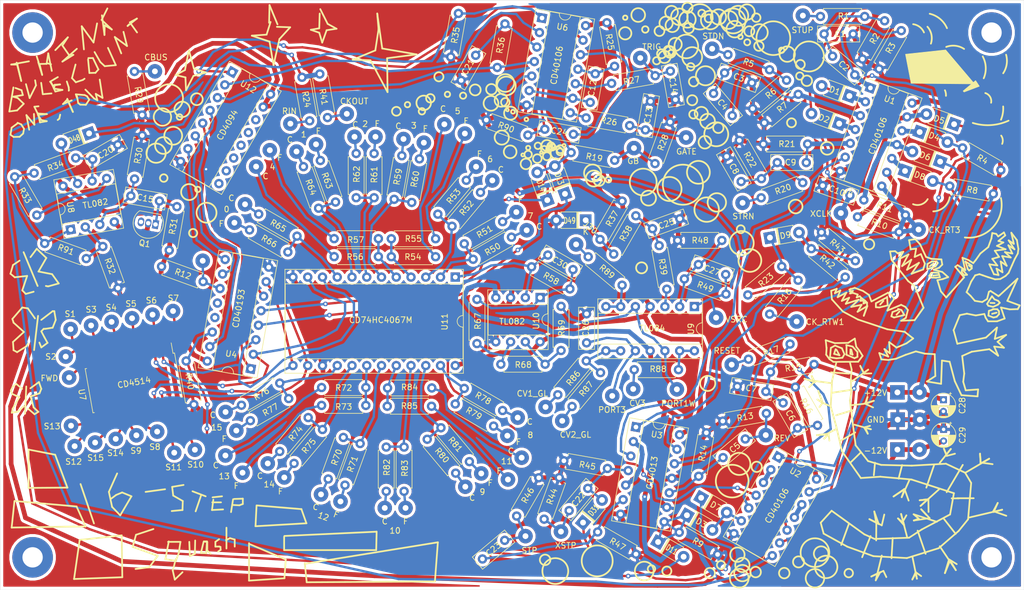
<source format=kicad_pcb>
(kicad_pcb (version 20171130) (host pcbnew "(5.1.2-1)-1")
  (layers (0 F.Cu signal) (31 B.Cu signal) (34 B.Paste user hide) (35 F.Paste user hide) (36 B.SilkS user hide) (37 F.SilkS user) (38 B.Mask user hide) (39 F.Mask user) (44 Edge.Cuts user))
  (net 0 "")
  (net 1 Earth)
  (net 2 "Net-(C1-Pad1)")
  (net 3 "Net-(C2-Pad1)")
  (net 4 "Net-(C3-Pad1)")
  (net 5 "Net-(C4-Pad1)")
  (net 6 "Net-(C5-Pad1)")
  (net 7 REV)
  (net 8 "Net-(C6-Pad2)")
  (net 9 "Net-(C6-Pad1)")
  (net 10 "Net-(C8-Pad2)")
  (net 11 "Net-(C9-Pad1)")
  (net 12 "Net-(C10-Pad1)")
  (net 13 "Net-(C12-Pad2)")
  (net 14 "Net-(C12-Pad1)")
  (net 15 "Net-(C13-Pad1)")
  (net 16 "Net-(C14-Pad1)")
  (net 17 "Net-(C15-Pad1)")
  (net 18 "Net-(C15-Pad2)")
  (net 19 +12V)
  (net 20 -12V)
  (net 21 "Net-(C20-Pad2)")
  (net 22 "Net-(C21-Pad2)")
  (net 23 "Net-(C22-Pad2)")
  (net 24 "Net-(C22-Pad1)")
  (net 25 "Net-(C23-Pad1)")
  (net 26 STP)
  (net 27 "Net-(C24-Pad2)")
  (net 28 "Net-(C24-Pad1)")
  (net 29 "Net-(C25-Pad2)")
  (net 30 "Net-(C26-Pad1)")
  (net 31 "Net-(C27-Pad2)")
  (net 32 "Net-(C27-Pad1)")
  (net 33 "Net-(C30-Pad1)")
  (net 34 "Net-(C30-Pad2)")
  (net 35 "Net-(D1-Pad2)")
  (net 36 "Net-(D1-Pad1)")
  (net 37 "Net-(D2-Pad1)")
  (net 38 "Net-(D2-Pad2)")
  (net 39 RST)
  (net 40 "Net-(D11-Pad1)")
  (net 41 "Net-(D4-Pad1)")
  (net 42 "Net-(D4-Pad2)")
  (net 43 "Net-(D5-Pad1)")
  (net 44 "Net-(D6-Pad1)")
  (net 45 CLR)
  (net 46 "Net-(D8-Pad2)")
  (net 47 "Net-(D8-Pad1)")
  (net 48 "Net-(D9-Pad2)")
  (net 49 "Net-(D9-Pad1)")
  (net 50 FWD)
  (net 51 DN)
  (net 52 "Net-(D13-Pad2)")
  (net 53 UP)
  (net 54 "Net-(D48-Pad2)")
  (net 55 "Net-(D48-Pad1)")
  (net 56 "Net-(J1-Pad1)")
  (net 57 "Net-(J2-Pad1)")
  (net 58 "Net-(J5-Pad1)")
  (net 59 "Net-(J8-Pad1)")
  (net 60 "Net-(D15-Pad1)")
  (net 61 "Net-(D15-Pad2)")
  (net 62 "Net-(D17-Pad2)")
  (net 63 "Net-(D19-Pad2)")
  (net 64 "Net-(D21-Pad2)")
  (net 65 "Net-(D23-Pad2)")
  (net 66 "Net-(D25-Pad2)")
  (net 67 "Net-(D27-Pad2)")
  (net 68 "Net-(D32-Pad2)")
  (net 69 "Net-(D34-Pad2)")
  (net 70 "Net-(D36-Pad2)")
  (net 71 "Net-(D38-Pad2)")
  (net 72 "Net-(D10-Pad2)")
  (net 73 "Net-(D40-Pad2)")
  (net 74 "Net-(D42-Pad2)")
  (net 75 "Net-(D44-Pad2)")
  (net 76 "Net-(D46-Pad2)")
  (net 77 "Net-(J27-Pad1)")
  (net 78 "Net-(J28-Pad1)")
  (net 79 "Net-(J29-Pad1)")
  (net 80 "Net-(J30-Pad1)")
  (net 81 "Net-(J31-Pad1)")
  (net 82 "Net-(J32-Pad1)")
  (net 83 "Net-(J33-Pad1)")
  (net 84 "Net-(J34-Pad1)")
  (net 85 "Net-(J35-Pad1)")
  (net 86 "Net-(J36-Pad1)")
  (net 87 "Net-(J37-Pad1)")
  (net 88 "Net-(J38-Pad1)")
  (net 89 "Net-(J39-Pad1)")
  (net 90 "Net-(J40-Pad1)")
  (net 91 "Net-(J41-Pad1)")
  (net 92 "Net-(J42-Pad1)")
  (net 93 "Net-(J43-Pad1)")
  (net 94 "Net-(J44-Pad1)")
  (net 95 "Net-(J45-Pad1)")
  (net 96 "Net-(J46-Pad1)")
  (net 97 "Net-(J47-Pad1)")
  (net 98 "Net-(J48-Pad1)")
  (net 99 "Net-(J49-Pad1)")
  (net 100 "Net-(J50-Pad1)")
  (net 101 "Net-(J51-Pad1)")
  (net 102 "Net-(J52-Pad1)")
  (net 103 "Net-(J53-Pad1)")
  (net 104 "Net-(J54-Pad1)")
  (net 105 "Net-(J55-Pad1)")
  (net 106 "Net-(J56-Pad1)")
  (net 107 "Net-(J57-Pad1)")
  (net 108 "Net-(J58-Pad1)")
  (net 109 "Net-(J59-Pad1)")
  (net 110 "Net-(J60-Pad1)")
  (net 111 "Net-(J61-Pad1)")
  (net 112 "Net-(J62-Pad1)")
  (net 113 "Net-(J63-Pad1)")
  (net 114 CLK)
  (net 115 "Net-(J65-Pad1)")
  (net 116 "Net-(J68-Pad1)")
  (net 117 RND)
  (net 118 "Net-(J70-Pad1)")
  (net 119 "Net-(Q1-Pad3)")
  (net 120 "Net-(R24-Pad2)")
  (net 121 "Net-(R26-Pad2)")
  (net 122 "Net-(R27-Pad2)")
  (net 123 "Net-(R32-Pad1)")
  (net 124 "Net-(R33-Pad2)")
  (net 125 "Net-(R33-Pad1)")
  (net 126 "Net-(R36-Pad1)")
  (net 127 "Net-(D49-Pad1)")
  (net 128 "Net-(R39-Pad1)")
  (net 129 "Net-(R42-Pad1)")
  (net 130 "Net-(R50-Pad1)")
  (net 131 "Net-(R52-Pad1)")
  (net 132 "Net-(R54-Pad1)")
  (net 133 "Net-(R56-Pad1)")
  (net 134 "Net-(R59-Pad1)")
  (net 135 "Net-(R61-Pad1)")
  (net 136 "Net-(R63-Pad1)")
  (net 137 "Net-(R65-Pad1)")
  (net 138 "Net-(R67-Pad1)")
  (net 139 "Net-(R68-Pad1)")
  (net 140 "Net-(R70-Pad1)")
  (net 141 "Net-(R72-Pad1)")
  (net 142 "Net-(R74-Pad1)")
  (net 143 "Net-(R76-Pad1)")
  (net 144 "Net-(R78-Pad1)")
  (net 145 "Net-(R80-Pad1)")
  (net 146 "Net-(R82-Pad1)")
  (net 147 "Net-(R84-Pad1)")
  (net 148 "Net-(R86-Pad2)")
  (net 149 "Net-(R88-Pad2)")
  (net 150 "Net-(R89-Pad2)")
  (net 151 "Net-(U1-Pad6)")
  (net 152 "Net-(U2-Pad11)")
  (net 153 "Net-(U2-Pad2)")
  (net 154 "Net-(U3-Pad2)")
  (net 155 DB)
  (net 156 DD)
  (net 157 QB)
  (net 158 DC)
  (net 159 QA)
  (net 160 "Net-(U4-Pad12)")
  (net 161 "Net-(U4-Pad13)")
  (net 162 QC)
  (net 163 QD)
  (net 164 DA)
  (net 165 "Net-(U12-Pad2)")
  (net 166 "Net-(U12-Pad14)")
  (net 167 "Net-(U12-Pad13)")
  (net 168 "Net-(U12-Pad12)")
  (net 169 "Net-(U12-Pad11)")
  (net 170 "Net-(U12-Pad10)")
  (net 171 "Net-(U12-Pad9)")
  (module MountingHole:MountingHole_3.5mm_Pad (layer F.Cu) (at 182.88 17.78)
    (fp_text reference REF** hide)
    (fp_text value MountingHole_3.5mm_Pad hide)
    (pad 1 thru_hole circle (at 0 0) (size 7 7) (drill 3.5) (layers *.Cu *.Mask))
  )
  (module MountingHole:MountingHole_3.5mm_Pad (layer F.Cu) (at 182.88 108.204)
    (fp_text reference REF** hide)
    (fp_text value e hide)
    (pad 1 thru_hole circle (at 0 0) (size 7 7) (drill 3.5) (layers *.Cu *.Mask))
  )
  (module MountingHole:MountingHole_3.5mm_Pad (layer F.Cu) (at 17.78 108.204)
    (fp_text reference e hide)
    (fp_text value MountingHole_3.5mm_Pad hide)
    (pad 1 thru_hole circle (at 0 0) (size 7 7) (drill 3.5) (layers *.Cu *.Mask))
  )
  (module MountingHole:MountingHole_3.5mm_Pad (layer F.Cu) (at 17.78 17.78)
    (fp_text reference REF** hide)
    (fp_text value MountingHole_3.5mm_Pad hide)
    (pad 1 thru_hole circle (at 0 0) (size 7 7) (drill 3.5) (layers *.Cu *.Mask))
  )
  (module Resistor_THT:R_Axial_DIN0207_L6.3mm_D2.5mm_P7.62mm_Horizontal (layer F.Cu) (at 127.543603 33.194265 250)
    (fp_text reference R28 (at 3.732794 -0.077353 70) (layer F.SilkS))
    (fp_text value 4k7)
    (pad 1 thru_hole circle (at 0 0 250) (size 1.6 1.6) (drill 0.8) (layers *.Cu *.Mask) (net 1 Earth))
    (pad 2 thru_hole oval (at 7.62 0 250) (size 1.6 1.6) (drill 0.8) (layers *.Cu *.Mask) (net 59 "Net-(J8-Pad1)"))
  )
  (module Diode_THT:D_T-1_P5.08mm_Horizontal (layer F.Cu) (at 112.550227 102.21098 50)
    (fp_text reference D31 (at 2.825529 0.045895 50) (layer F.SilkS) (effects (font (size 1 0.7))))
    (fp_text value D)
    (pad 2 thru_hole oval (at 5.08 0 50) (size 2 2) (drill 1) (layers *.Cu *.Mask) (net 24 "Net-(C22-Pad1)"))
    (pad 1 thru_hole rect (at 0 0 50) (size 2 2) (drill 1) (layers *.Cu *.Mask) (net 45 CLR))
  )
  (module Connector_Wire:SolderWirePad_1x01_Drill1mm (layer F.Cu) (at 135.4582 66.9036 270)
    (fp_text reference J72 hide)
    (fp_text value VSRC)
    (pad 1 thru_hole circle (at 0 0 270) (size 2.49936 2.49936) (drill 1.00076) (layers *.Cu *.Mask) (net 32 "Net-(C27-Pad1)"))
  )
  (module Diode_THT:D_T-1_P5.08mm_Horizontal (layer F.Cu) (at 113.0046 50.1142 180)
    (fp_text reference D49 (at 2.7686 -0.0762) (layer F.SilkS) (effects (font (size 1 0.7))))
    (fp_text value D_Zener)
    (fp_text user K (at 0 -2) (layer F.SilkS))
    (pad 2 thru_hole oval (at 5.08 0 180) (size 2 2) (drill 1) (layers *.Cu *.Mask) (net 1 Earth))
    (pad 1 thru_hole rect (at 0 0 180) (size 2 2) (drill 1) (layers *.Cu *.Mask) (net 127 "Net-(D49-Pad1)"))
  )
  (module Package_SO:SOIC-24W_7.5x15.4mm_P1.27mm (layer F.Cu) (at 35.192061 78.150445 280)
    (fp_text reference U7 (at 0.439799 9.092162 100) (layer F.SilkS))
    (fp_text value 4514)
    (pad 24 smd roundrect (at 4.65 -6.985 280) (size 2.05 0.6) (layers F.Cu F.Paste F.Mask) (net 19 +12V))
    (pad 23 smd roundrect (at 4.65 -5.715 280) (size 2.05 0.6) (layers F.Cu F.Paste F.Mask) (net 1 Earth))
    (pad 22 smd roundrect (at 4.65 -4.445 280) (size 2.05 0.6) (layers F.Cu F.Paste F.Mask) (net 163 QD))
    (pad 21 smd roundrect (at 4.65 -3.175 280) (size 2.05 0.6) (layers F.Cu F.Paste F.Mask) (net 162 QC))
    (pad 20 smd roundrect (at 4.65 -1.905 280) (size 2.05 0.6) (layers F.Cu F.Paste F.Mask) (net 70 "Net-(D36-Pad2)"))
    (pad 19 smd roundrect (at 4.65 -0.635 280) (size 2.05 0.6) (layers F.Cu F.Paste F.Mask) (net 71 "Net-(D38-Pad2)"))
    (pad 18 smd roundrect (at 4.65 0.635 280) (size 2.05 0.6) (layers F.Cu F.Paste F.Mask) (net 68 "Net-(D32-Pad2)"))
    (pad 17 smd roundrect (at 4.65 1.905 280) (size 2.05 0.6) (layers F.Cu F.Paste F.Mask) (net 69 "Net-(D34-Pad2)"))
    (pad 16 smd roundrect (at 4.65 3.175 280) (size 2.05 0.6) (layers F.Cu F.Paste F.Mask) (net 75 "Net-(D44-Pad2)"))
    (pad 15 smd roundrect (at 4.65 4.445 280) (size 2.05 0.6) (layers F.Cu F.Paste F.Mask) (net 76 "Net-(D46-Pad2)"))
    (pad 14 smd roundrect (at 4.65 5.715 280) (size 2.05 0.6) (layers F.Cu F.Paste F.Mask) (net 73 "Net-(D40-Pad2)"))
    (pad 13 smd roundrect (at 4.65 6.985 280) (size 2.05 0.6) (layers F.Cu F.Paste F.Mask) (net 74 "Net-(D42-Pad2)"))
    (pad 12 smd roundrect (at -4.65 6.985 280) (size 2.05 0.6) (layers F.Cu F.Paste F.Mask) (net 1 Earth))
    (pad 11 smd roundrect (at -4.65 5.715 280) (size 2.05 0.6) (layers F.Cu F.Paste F.Mask) (net 50 FWD))
    (pad 10 smd roundrect (at -4.65 4.445 280) (size 2.05 0.6) (layers F.Cu F.Paste F.Mask) (net 66 "Net-(D25-Pad2)"))
    (pad 9 smd roundrect (at -4.65 3.175 280) (size 2.05 0.6) (layers F.Cu F.Paste F.Mask) (net 67 "Net-(D27-Pad2)"))
    (pad 8 smd roundrect (at -4.65 1.905 280) (size 2.05 0.6) (layers F.Cu F.Paste F.Mask) (net 65 "Net-(D23-Pad2)"))
    (pad 7 smd roundrect (at -4.65 0.635 280) (size 2.05 0.6) (layers F.Cu F.Paste F.Mask) (net 64 "Net-(D21-Pad2)"))
    (pad 6 smd roundrect (at -4.65 -0.635 280) (size 2.05 0.6) (layers F.Cu F.Paste F.Mask) (net 63 "Net-(D19-Pad2)"))
    (pad 5 smd roundrect (at -4.65 -1.905 280) (size 2.05 0.6) (layers F.Cu F.Paste F.Mask) (net 62 "Net-(D17-Pad2)"))
    (pad 4 smd roundrect (at -4.65 -3.175 280) (size 2.05 0.6) (layers F.Cu F.Paste F.Mask) (net 61 "Net-(D15-Pad2)"))
    (pad 3 smd roundrect (at -4.65 -4.445 280) (size 2.05 0.6) (layers F.Cu F.Paste F.Mask) (net 157 QB))
    (pad 2 smd roundrect (at -4.65 -5.715 280) (size 2.05 0.6) (layers F.Cu F.Paste F.Mask) (net 159 QA))
    (pad 1 smd roundrect (at -4.65 -6.985 280) (size 2.05 0.6) (layers F.Cu F.Paste F.Mask) (net 19 +12V))
  )
  (module Package_DIP:DIP-24_W15.24mm_Socket (layer F.Cu) (at 90.551 59.9186 270)
    (fp_text reference U11 (at 7.6962 1.8288 90) (layer F.SilkS))
    (fp_text value CD74HC4067M)
    (pad 24 thru_hole oval (at 15.24 0 270) (size 1.6 1.6) (drill 0.8) (layers *.Cu *.Mask) (net 19 +12V))
    (pad 12 thru_hole oval (at 0 27.94 270) (size 1.6 1.6) (drill 0.8) (layers *.Cu *.Mask) (net 1 Earth))
    (pad 23 thru_hole oval (at 15.24 2.54 270) (size 1.6 1.6) (drill 0.8) (layers *.Cu *.Mask) (net 144 "Net-(R78-Pad1)"))
    (pad 11 thru_hole oval (at 0 25.4 270) (size 1.6 1.6) (drill 0.8) (layers *.Cu *.Mask) (net 157 QB))
    (pad 22 thru_hole oval (at 15.24 5.08 270) (size 1.6 1.6) (drill 0.8) (layers *.Cu *.Mask) (net 145 "Net-(R80-Pad1)"))
    (pad 10 thru_hole oval (at 0 22.86 270) (size 1.6 1.6) (drill 0.8) (layers *.Cu *.Mask) (net 159 QA))
    (pad 21 thru_hole oval (at 15.24 7.62 270) (size 1.6 1.6) (drill 0.8) (layers *.Cu *.Mask) (net 146 "Net-(R82-Pad1)"))
    (pad 9 thru_hole oval (at 0 20.32 270) (size 1.6 1.6) (drill 0.8) (layers *.Cu *.Mask) (net 137 "Net-(R65-Pad1)"))
    (pad 20 thru_hole oval (at 15.24 10.16 270) (size 1.6 1.6) (drill 0.8) (layers *.Cu *.Mask) (net 147 "Net-(R84-Pad1)"))
    (pad 8 thru_hole oval (at 0 17.78 270) (size 1.6 1.6) (drill 0.8) (layers *.Cu *.Mask) (net 136 "Net-(R63-Pad1)"))
    (pad 19 thru_hole oval (at 15.24 12.7 270) (size 1.6 1.6) (drill 0.8) (layers *.Cu *.Mask) (net 140 "Net-(R70-Pad1)"))
    (pad 7 thru_hole oval (at 0 15.24 270) (size 1.6 1.6) (drill 0.8) (layers *.Cu *.Mask) (net 135 "Net-(R61-Pad1)"))
    (pad 18 thru_hole oval (at 15.24 15.24 270) (size 1.6 1.6) (drill 0.8) (layers *.Cu *.Mask) (net 141 "Net-(R72-Pad1)"))
    (pad 6 thru_hole oval (at 0 12.7 270) (size 1.6 1.6) (drill 0.8) (layers *.Cu *.Mask) (net 134 "Net-(R59-Pad1)"))
    (pad 17 thru_hole oval (at 15.24 17.78 270) (size 1.6 1.6) (drill 0.8) (layers *.Cu *.Mask) (net 142 "Net-(R74-Pad1)"))
    (pad 5 thru_hole oval (at 0 10.16 270) (size 1.6 1.6) (drill 0.8) (layers *.Cu *.Mask) (net 133 "Net-(R56-Pad1)"))
    (pad 16 thru_hole oval (at 15.24 20.32 270) (size 1.6 1.6) (drill 0.8) (layers *.Cu *.Mask) (net 143 "Net-(R76-Pad1)"))
    (pad 4 thru_hole oval (at 0 7.62 270) (size 1.6 1.6) (drill 0.8) (layers *.Cu *.Mask) (net 132 "Net-(R54-Pad1)"))
    (pad 15 thru_hole oval (at 15.24 22.86 270) (size 1.6 1.6) (drill 0.8) (layers *.Cu *.Mask) (net 1 Earth))
    (pad 3 thru_hole oval (at 0 5.08 270) (size 1.6 1.6) (drill 0.8) (layers *.Cu *.Mask) (net 131 "Net-(R52-Pad1)"))
    (pad 14 thru_hole oval (at 15.24 25.4 270) (size 1.6 1.6) (drill 0.8) (layers *.Cu *.Mask) (net 162 QC))
    (pad 2 thru_hole oval (at 0 2.54 270) (size 1.6 1.6) (drill 0.8) (layers *.Cu *.Mask) (net 130 "Net-(R50-Pad1)"))
    (pad 13 thru_hole oval (at 15.24 27.94 270) (size 1.6 1.6) (drill 0.8) (layers *.Cu *.Mask) (net 163 QD))
    (pad 1 thru_hole rect (at 0 0 270) (size 1.6 1.6) (drill 0.8) (layers *.Cu *.Mask) (net 34 "Net-(C30-Pad2)"))
  )
  (module Capacitor_THT:C_Rect_L7.0mm_W2.5mm_P5.00mm (layer F.Cu) (at 154.054635 18.027001)
    (fp_text reference C1 (at 2.790365 -0.018401) (layer F.SilkS))
    (fp_text value 0.01uF)
    (pad 2 thru_hole circle (at 5 0) (size 1.6 1.6) (drill 0.8) (layers *.Cu *.Mask) (net 1 Earth))
    (pad 1 thru_hole circle (at 0 0) (size 1.6 1.6) (drill 0.8) (layers *.Cu *.Mask) (net 2 "Net-(C1-Pad1)"))
  )
  (module Capacitor_THT:C_Rect_L7.0mm_W2.5mm_P5.00mm (layer F.Cu) (at 159.337835 25.062802 140)
    (fp_text reference C2 (at 2.434079 -0.028972 140) (layer F.SilkS))
    (fp_text value 0.02uF)
    (pad 1 thru_hole circle (at 0 0 140) (size 1.6 1.6) (drill 0.8) (layers *.Cu *.Mask) (net 3 "Net-(C2-Pad1)"))
    (pad 2 thru_hole circle (at 5 0 140) (size 1.6 1.6) (drill 0.8) (layers *.Cu *.Mask) (net 2 "Net-(C1-Pad1)"))
  )
  (module Capacitor_THT:C_Rect_L7.0mm_W2.5mm_P5.00mm (layer F.Cu) (at 136.916643 24.723006 340)
    (fp_text reference C3 (at 2.580196 -0.083522 160) (layer F.SilkS))
    (fp_text value 0.01uF)
    (pad 2 thru_hole circle (at 5 0 340) (size 1.6 1.6) (drill 0.8) (layers *.Cu *.Mask) (net 1 Earth))
    (pad 1 thru_hole circle (at 0 0 340) (size 1.6 1.6) (drill 0.8) (layers *.Cu *.Mask) (net 4 "Net-(C3-Pad1)"))
  )
  (module Capacitor_THT:C_Rect_L7.0mm_W2.5mm_P5.00mm (layer F.Cu) (at 138.233871 32.095117 130)
    (fp_text reference C4 (at 2.536529 -0.036057 130) (layer F.SilkS))
    (fp_text value 0.02uF)
    (pad 1 thru_hole circle (at 0 0 130) (size 1.6 1.6) (drill 0.8) (layers *.Cu *.Mask) (net 5 "Net-(C4-Pad1)"))
    (pad 2 thru_hole circle (at 5 0 130) (size 1.6 1.6) (drill 0.8) (layers *.Cu *.Mask) (net 4 "Net-(C3-Pad1)"))
  )
  (module Capacitor_THT:C_Rect_L7.0mm_W2.5mm_P5.00mm (layer F.Cu) (at 136.654064 91.024046 40)
    (fp_text reference C5 (at 2.642776 0.008482 40) (layer F.SilkS))
    (fp_text value 0.02uF)
    (pad 1 thru_hole circle (at 0 0 40) (size 1.6 1.6) (drill 0.8) (layers *.Cu *.Mask) (net 6 "Net-(C5-Pad1)"))
    (pad 2 thru_hole circle (at 5 0 40) (size 1.6 1.6) (drill 0.8) (layers *.Cu *.Mask) (net 7 REV))
  )
  (module Capacitor_THT:C_Rect_L7.0mm_W2.5mm_P5.00mm (layer F.Cu) (at 149.491101 85.925162 120)
    (fp_text reference C6 (at 2.504765 0.024343 120) (layer F.SilkS))
    (fp_text value 0.02uF)
    (pad 2 thru_hole circle (at 5 0 120) (size 1.6 1.6) (drill 0.8) (layers *.Cu *.Mask) (net 8 "Net-(C6-Pad2)"))
    (pad 1 thru_hole circle (at 0 0 120) (size 1.6 1.6) (drill 0.8) (layers *.Cu *.Mask) (net 9 "Net-(C6-Pad1)"))
  )
  (module Capacitor_THT:C_Rect_L7.0mm_W2.5mm_P5.00mm (layer F.Cu) (at 144.030919 79.634474 170)
    (fp_text reference C7 (at 2.578284 0.066774 170) (layer F.SilkS))
    (fp_text value 0.01uF)
    (pad 2 thru_hole circle (at 5 0 170) (size 1.6 1.6) (drill 0.8) (layers *.Cu *.Mask) (net 1 Earth))
    (pad 1 thru_hole circle (at 0 0 170) (size 1.6 1.6) (drill 0.8) (layers *.Cu *.Mask) (net 8 "Net-(C6-Pad2)"))
  )
  (module Capacitor_THT:C_Rect_L7.0mm_W2.5mm_P5.00mm (layer F.Cu) (at 137.270644 39.117889 300)
    (fp_text reference C8 (at 2.489294 -0.048161 120) (layer F.SilkS))
    (fp_text value 0.01uF)
    (pad 1 thru_hole circle (at 0 0 300) (size 1.6 1.6) (drill 0.8) (layers *.Cu *.Mask) (net 1 Earth))
    (pad 2 thru_hole circle (at 5 0 300) (size 1.6 1.6) (drill 0.8) (layers *.Cu *.Mask) (net 10 "Net-(C8-Pad2)"))
  )
  (module Capacitor_THT:C_Rect_L7.0mm_W2.5mm_P5.00mm (layer F.Cu) (at 150.986644 40.184689 180)
    (fp_text reference C9 (at 2.701444 0.027289) (layer F.SilkS))
    (fp_text value 0.02uF)
    (pad 2 thru_hole circle (at 5 0 180) (size 1.6 1.6) (drill 0.8) (layers *.Cu *.Mask) (net 10 "Net-(C8-Pad2)"))
    (pad 1 thru_hole circle (at 0 0 180) (size 1.6 1.6) (drill 0.8) (layers *.Cu *.Mask) (net 11 "Net-(C9-Pad1)"))
  )
  (module Capacitor_THT:C_Rect_L7.0mm_W2.5mm_P5.00mm (layer F.Cu) (at 158.500426 45.850647 160)
    (fp_text reference C10 (at 2.383801 0.001212 160) (layer F.SilkS))
    (fp_text value 1uF)
    (pad 1 thru_hole circle (at 0 0 160) (size 1.6 1.6) (drill 0.8) (layers *.Cu *.Mask) (net 12 "Net-(C10-Pad1)"))
    (pad 2 thru_hole circle (at 5 0 160) (size 1.6 1.6) (drill 0.8) (layers *.Cu *.Mask) (net 1 Earth))
  )
  (module Capacitor_THT:C_Rect_L7.0mm_W2.5mm_P5.00mm (layer F.Cu) (at 114.65108 24.888995 260)
    (fp_text reference C12 (at 2.516757 0.067475 80) (layer F.SilkS))
    (fp_text value 0.001u)
    (pad 1 thru_hole circle (at 0 0 260) (size 1.6 1.6) (drill 0.8) (layers *.Cu *.Mask) (net 14 "Net-(C12-Pad1)"))
    (pad 2 thru_hole circle (at 5 0 260) (size 1.6 1.6) (drill 0.8) (layers *.Cu *.Mask) (net 13 "Net-(C12-Pad2)"))
  )
  (module Capacitor_THT:C_Rect_L7.0mm_W2.5mm_P5.00mm (layer F.Cu) (at 123.289072 34.551106 80)
    (fp_text reference C13 (at 2.547034 0.069293 80) (layer F.SilkS))
    (fp_text value 0.001u)
    (pad 2 thru_hole circle (at 5 0 80) (size 1.6 1.6) (drill 0.8) (layers *.Cu *.Mask) (net 1 Earth))
    (pad 1 thru_hole circle (at 0 0 80) (size 1.6 1.6) (drill 0.8) (layers *.Cu *.Mask) (net 15 "Net-(C13-Pad1)"))
  )
  (module Capacitor_THT:C_Rect_L7.0mm_W2.5mm_P5.00mm (layer F.Cu) (at 127.583298 24.415822 280)
    (fp_text reference C14 (at 2.483401 -0.078862 100) (layer F.SilkS))
    (fp_text value 0.001u)
    (pad 1 thru_hole circle (at 0 0 280) (size 1.6 1.6) (drill 0.8) (layers *.Cu *.Mask) (net 16 "Net-(C14-Pad1)"))
    (pad 2 thru_hole circle (at 5 0 280) (size 1.6 1.6) (drill 0.8) (layers *.Cu *.Mask) (net 1 Earth))
  )
  (module Capacitor_THT:C_Rect_L7.0mm_W2.5mm_P5.00mm (layer F.Cu) (at 34.697353 45.932368 350)
    (fp_text reference C15 (at 2.49882 -0.011458 170) (layer F.SilkS))
    (fp_text value 0.01u)
    (pad 1 thru_hole circle (at 0 0 350) (size 1.6 1.6) (drill 0.8) (layers *.Cu *.Mask) (net 17 "Net-(C15-Pad1)"))
    (pad 2 thru_hole circle (at 5 0 350) (size 1.6 1.6) (drill 0.8) (layers *.Cu *.Mask) (net 18 "Net-(C15-Pad2)"))
  )
  (module Capacitor_THT:C_Rect_L7.0mm_W2.5mm_P5.00mm (layer F.Cu) (at 32.449565 37.111488 210)
    (fp_text reference C20 (at 2.500435 -0.13775 30) (layer F.SilkS))
    (fp_text value 0.01u)
    (pad 1 thru_hole circle (at 0 0 210) (size 1.6 1.6) (drill 0.8) (layers *.Cu *.Mask) (net 1 Earth))
    (pad 2 thru_hole circle (at 5 0 210) (size 1.6 1.6) (drill 0.8) (layers *.Cu *.Mask) (net 21 "Net-(C20-Pad2)"))
  )
  (module Capacitor_THT:C_Rect_L7.0mm_W2.5mm_P5.00mm (layer F.Cu) (at 91.564629 26.024286 60)
    (fp_text reference C21 (at 2.590538 -0.114429 60) (layer F.SilkS))
    (fp_text value 0.001u)
    (pad 2 thru_hole circle (at 5 0 60) (size 1.6 1.6) (drill 0.8) (layers *.Cu *.Mask) (net 22 "Net-(C21-Pad2)"))
    (pad 1 thru_hole circle (at 0 0 60) (size 1.6 1.6) (drill 0.8) (layers *.Cu *.Mask) (net 1 Earth))
  )
  (module Capacitor_THT:C_Rect_L7.0mm_W2.5mm_P5.00mm (layer F.Cu) (at 113.370391 96.320023 230)
    (fp_text reference C22 (at 2.475658 -0.008265 50) (layer F.SilkS))
    (fp_text value 0.01uF)
    (pad 2 thru_hole circle (at 5 0 230) (size 1.6 1.6) (drill 0.8) (layers *.Cu *.Mask) (net 23 "Net-(C22-Pad2)"))
    (pad 1 thru_hole circle (at 0 0 230) (size 1.6 1.6) (drill 0.8) (layers *.Cu *.Mask) (net 24 "Net-(C22-Pad1)"))
  )
  (module Capacitor_THT:C_Rect_L7.0mm_W2.5mm_P5.00mm (layer F.Cu) (at 95.23241 108.487913 40)
    (fp_text reference C23 (at 2.533802 -0.068164 40) (layer F.SilkS))
    (fp_text value 0.01uF)
    (pad 1 thru_hole circle (at 0 0 40) (size 1.6 1.6) (drill 0.8) (layers *.Cu *.Mask) (net 25 "Net-(C23-Pad1)"))
    (pad 2 thru_hole circle (at 5 0 40) (size 1.6 1.6) (drill 0.8) (layers *.Cu *.Mask) (net 26 STP))
  )
  (module Capacitor_THT:C_Rect_L7.0mm_W2.5mm_P5.00mm (layer F.Cu) (at 110.891163 35.305399 170)
    (fp_text reference C24 (at 2.475485 0.027148 170) (layer F.SilkS))
    (fp_text value 100p)
    (pad 1 thru_hole circle (at 0 0 170) (size 1.6 1.6) (drill 0.8) (layers *.Cu *.Mask) (net 28 "Net-(C24-Pad1)"))
    (pad 2 thru_hole circle (at 5 0 170) (size 1.6 1.6) (drill 0.8) (layers *.Cu *.Mask) (net 27 "Net-(C24-Pad2)"))
  )
  (module Capacitor_THT:C_Rect_L7.0mm_W2.5mm_P5.00mm (layer F.Cu) (at 129.2098 49.8602 200)
    (fp_text reference C25 (at 2.476061 -0.044841 20) (layer F.SilkS))
    (fp_text value 0.1u)
    (pad 2 thru_hole circle (at 5 0 200) (size 1.6 1.6) (drill 0.8) (layers *.Cu *.Mask) (net 29 "Net-(C25-Pad2)"))
    (pad 1 thru_hole circle (at 0 0 200) (size 1.6 1.6) (drill 0.8) (layers *.Cu *.Mask) (net 1 Earth))
  )
  (module Capacitor_THT:C_Rect_L7.0mm_W2.5mm_P5.00mm (layer F.Cu) (at 113.157 71.2432 90)
    (fp_text reference C26 (at 2.4854 -0.127 90) (layer F.SilkS))
    (fp_text value 0.1u)
    (pad 1 thru_hole circle (at 0 0 90) (size 1.6 1.6) (drill 0.8) (layers *.Cu *.Mask) (net 30 "Net-(C26-Pad1)"))
    (pad 2 thru_hole circle (at 5 0 90) (size 1.6 1.6) (drill 0.8) (layers *.Cu *.Mask) (net 1 Earth))
  )
  (module Capacitor_THT:C_Rect_L7.0mm_W2.5mm_P5.00mm (layer F.Cu) (at 137.1092 59.4614 160)
    (fp_text reference C27 (at 2.486855 -0.148298 160) (layer F.SilkS))
    (fp_text value 470p)
    (pad 2 thru_hole circle (at 5 0 160) (size 1.6 1.6) (drill 0.8) (layers *.Cu *.Mask) (net 31 "Net-(C27-Pad2)"))
    (pad 1 thru_hole circle (at 0 0 160) (size 1.6 1.6) (drill 0.8) (layers *.Cu *.Mask) (net 32 "Net-(C27-Pad1)"))
  )
  (module Capacitor_THT:CP_Radial_D4.0mm_P2.00mm (layer F.Cu) (at 174.5996 81.0514 270)
    (fp_text reference C28 (at 1 -3.25 90) (layer F.SilkS))
    (fp_text value 100u)
    (pad 2 thru_hole circle (at 2 0 270) (size 1.2 1.2) (drill 0.6) (layers *.Cu *.Mask) (net 1 Earth))
    (pad 1 thru_hole rect (at 0 0 270) (size 1.2 1.2) (drill 0.6) (layers *.Cu *.Mask) (net 19 +12V))
  )
  (module Capacitor_THT:CP_Radial_D4.0mm_P2.00mm (layer F.Cu) (at 174.625 86.1568 270)
    (fp_text reference C29 (at 1 -3.25 90) (layer F.SilkS))
    (fp_text value 100u)
    (pad 1 thru_hole rect (at 0 0 270) (size 1.2 1.2) (drill 0.6) (layers *.Cu *.Mask) (net 1 Earth))
    (pad 2 thru_hole circle (at 2 0 270) (size 1.2 1.2) (drill 0.6) (layers *.Cu *.Mask) (net 20 -12V))
  )
  (module Capacitor_THT:C_Rect_L7.0mm_W2.5mm_P5.00mm (layer F.Cu) (at 110.8202 58.6232 150)
    (fp_text reference C30 (at 2.554637 -0.096439 150) (layer F.SilkS))
    (fp_text value 470p)
    (pad 1 thru_hole circle (at 0 0 150) (size 1.6 1.6) (drill 0.8) (layers *.Cu *.Mask) (net 33 "Net-(C30-Pad1)"))
    (pad 2 thru_hole circle (at 5 0 150) (size 1.6 1.6) (drill 0.8) (layers *.Cu *.Mask) (net 34 "Net-(C30-Pad2)"))
  )
  (module Diode_THT:D_T-1_P5.08mm_Horizontal (layer F.Cu) (at 158.414336 28.70925 160)
    (fp_text reference D1 (at 2.696908 -0.000795 160) (layer F.SilkS))
    (fp_text value D)
    (pad 2 thru_hole oval (at 5.08 0 160) (size 2 2) (drill 1) (layers *.Cu *.Mask) (net 35 "Net-(D1-Pad2)"))
    (pad 1 thru_hole rect (at 0 0 160) (size 2 2) (drill 1) (layers *.Cu *.Mask) (net 36 "Net-(D1-Pad1)"))
  )
  (module Diode_THT:D_T-1_P5.08mm_Horizontal (layer F.Cu) (at 156.653006 33.474201 160)
    (fp_text reference D2 (at 2.763297 -0.089925 160) (layer F.SilkS))
    (fp_text value D)
    (pad 1 thru_hole rect (at 0 0 160) (size 2 2) (drill 1) (layers *.Cu *.Mask) (net 37 "Net-(D2-Pad1)"))
    (pad 2 thru_hole oval (at 5.08 0 160) (size 2 2) (drill 1) (layers *.Cu *.Mask) (net 38 "Net-(D2-Pad2)"))
  )
  (module Diode_THT:D_T-1_P5.08mm_Horizontal (layer F.Cu) (at 130.431261 100.946128 330)
    (fp_text reference D3 (at 2.801591 -0.07058 150) (layer F.SilkS))
    (fp_text value D)
    (pad 2 thru_hole oval (at 5.08 0 330) (size 2 2) (drill 1) (layers *.Cu *.Mask) (net 39 RST))
    (pad 1 thru_hole rect (at 0 0 330) (size 2 2) (drill 1) (layers *.Cu *.Mask) (net 40 "Net-(D11-Pad1)"))
  )
  (module Diode_THT:D_T-1_P5.08mm_Horizontal (layer F.Cu) (at 176.433155 33.564666 160)
    (fp_text reference D4 (at 2.492106 -3.192623 160) (layer F.SilkS))
    (fp_text value D)
    (pad 1 thru_hole rect (at 0 0 160) (size 2 2) (drill 1) (layers *.Cu *.Mask) (net 41 "Net-(D4-Pad1)"))
    (pad 2 thru_hole oval (at 5.08 0 160) (size 2 2) (drill 1) (layers *.Cu *.Mask) (net 42 "Net-(D4-Pad2)"))
  )
  (module Diode_THT:D_T-1_P5.08mm_Horizontal (layer F.Cu) (at 170.506297 34.921381 340)
    (fp_text reference D5 (at 2.425773 -3.149587 160) (layer F.SilkS))
    (fp_text value D)
    (pad 1 thru_hole rect (at 0 0 340) (size 2 2) (drill 1) (layers *.Cu *.Mask) (net 43 "Net-(D5-Pad1)"))
    (pad 2 thru_hole oval (at 5.08 0 340) (size 2 2) (drill 1) (layers *.Cu *.Mask) (net 35 "Net-(D1-Pad2)"))
  )
  (module Diode_THT:D_T-1_P5.08mm_Horizontal (layer F.Cu) (at 167.984871 41.62615 340)
    (fp_text reference D6 (at 2.356391 -3.582962 160) (layer F.SilkS))
    (fp_text value D)
    (pad 2 thru_hole oval (at 5.08 0 340) (size 2 2) (drill 1) (layers *.Cu *.Mask) (net 38 "Net-(D2-Pad2)"))
    (pad 1 thru_hole rect (at 0 0 340) (size 2 2) (drill 1) (layers *.Cu *.Mask) (net 44 "Net-(D6-Pad1)"))
  )
  (module Diode_THT:D_T-1_P5.08mm_Horizontal (layer F.Cu) (at 132.884092 97.942427 330)
    (fp_text reference D7 (at 2.899838 0.026851 150) (layer F.SilkS))
    (fp_text value D)
    (pad 1 thru_hole rect (at 0 0 330) (size 2 2) (drill 1) (layers *.Cu *.Mask) (net 45 CLR))
    (pad 2 thru_hole oval (at 5.08 0 330) (size 2 2) (drill 1) (layers *.Cu *.Mask) (net 39 RST))
  )
  (module Diode_THT:D_T-1_P5.08mm_Horizontal (layer F.Cu) (at 174.031157 40.015572 160)
    (fp_text reference D8 (at 2.469564 -3.509518 160) (layer F.SilkS))
    (fp_text value D)
    (pad 2 thru_hole oval (at 5.08 0 160) (size 2 2) (drill 1) (layers *.Cu *.Mask) (net 46 "Net-(D8-Pad2)"))
    (pad 1 thru_hole rect (at 0 0 160) (size 2 2) (drill 1) (layers *.Cu *.Mask) (net 47 "Net-(D8-Pad1)"))
  )
  (module Diode_THT:D_T-1_P5.08mm_Horizontal (layer F.Cu) (at 144.7292 53.1114 10)
    (fp_text reference D9 (at 2.697053 0.062894 10) (layer F.SilkS))
    (fp_text value D)
    (pad 2 thru_hole oval (at 5.08 0 10) (size 2 2) (drill 1) (layers *.Cu *.Mask) (net 48 "Net-(D9-Pad2)"))
    (pad 1 thru_hole rect (at 0 0 10) (size 2 2) (drill 1) (layers *.Cu *.Mask) (net 49 "Net-(D9-Pad1)"))
  )
  (module Diode_THT:D_T-1_P5.08mm_Horizontal (layer F.Cu) (at 125.464519 105.564022 330)
    (fp_text reference D11 (at 2.69326 -0.031699 150) (layer F.SilkS) (effects (font (size 1 0.7))))
    (fp_text value D)
    (pad 1 thru_hole rect (at 0 0 330) (size 2 2) (drill 1) (layers *.Cu *.Mask) (net 40 "Net-(D11-Pad1)"))
    (pad 2 thru_hole oval (at 5.08 0 330) (size 2 2) (drill 1) (layers *.Cu *.Mask) (net 50 FWD))
  )
  (module Diode_THT:D_T-1_P5.08mm_Horizontal (layer F.Cu) (at 109.435689 45.571123 110)
    (fp_text reference D13 (at 2.772256 -0.031416 110) (layer F.SilkS) (effects (font (size 1 0.7))))
    (fp_text value D)
    (pad 2 thru_hole oval (at 5.08 0 110) (size 2 2) (drill 1) (layers *.Cu *.Mask) (net 52 "Net-(D13-Pad2)"))
    (pad 1 thru_hole rect (at 0 0 110) (size 2 2) (drill 1) (layers *.Cu *.Mask) (net 51 DN))
  )
  (module Diode_THT:D_T-1_P5.08mm_Horizontal (layer F.Cu) (at 106.395746 46.650542 110)
    (fp_text reference D14 (at 2.741327 -0.132338 110) (layer F.SilkS) (effects (font (size 1 0.7))))
    (fp_text value D)
    (pad 1 thru_hole rect (at 0 0 110) (size 2 2) (drill 1) (layers *.Cu *.Mask) (net 53 UP))
    (pad 2 thru_hole oval (at 5.08 0 110) (size 2 2) (drill 1) (layers *.Cu *.Mask) (net 52 "Net-(D13-Pad2)"))
  )
  (module Diode_THT:D_T-1_P5.08mm_Horizontal (layer F.Cu) (at 27.507149 35.154972 200)
    (fp_text reference D48 (at 2.700299 -0.069886 20) (layer F.SilkS) (effects (font (size 1 0.7))))
    (fp_text value D)
    (pad 2 thru_hole oval (at 5.08 0 200) (size 2 2) (drill 1) (layers *.Cu *.Mask) (net 54 "Net-(D48-Pad2)"))
    (pad 1 thru_hole rect (at 0 0 200) (size 2 2) (drill 1) (layers *.Cu *.Mask) (net 55 "Net-(D48-Pad1)"))
  )
  (module Connector_Wire:SolderWirePad_1x01_Drill1mm (layer F.Cu) (at 150.397034 14.852001)
    (fp_text reference J1 hide)
    (fp_text value STUP)
    (pad 1 thru_hole circle (at 0 0) (size 2.49936 2.49936) (drill 1.00076) (layers *.Cu *.Mask) (net 56 "Net-(J1-Pad1)"))
  )
  (module Connector_Wire:SolderWirePad_1x01_Drill1mm (layer F.Cu) (at 134.780351 20.566695 340)
    (fp_text reference J2 hide)
    (fp_text value STDN)
    (pad 1 thru_hole circle (at 0 0 340) (size 2.49936 2.49936) (drill 1.00076) (layers *.Cu *.Mask) (net 57 "Net-(J2-Pad1)"))
  )
  (module Connector_Wire:SolderWirePad_1x01_Drill1mm (layer F.Cu) (at 108.74692 103.769303 70)
    (fp_text reference J3 hide)
    (fp_text value XSTP)
    (pad 1 thru_hole circle (at 0 0 70) (size 2.49936 2.49936) (drill 1.00076) (layers *.Cu *.Mask) (net 23 "Net-(C22-Pad2)"))
  )
  (module Connector_Wire:SolderWirePad_1x01_Drill1mm (layer F.Cu) (at 156.939254 48.877432 340)
    (fp_text reference J4 (at 0 -3.81 160) (layer F.SilkS))
    (fp_text value XCLK)
    (pad 1 thru_hole circle (at 0 0 340) (size 2.49936 2.49936) (drill 1.00076) (layers *.Cu *.Mask) (net 12 "Net-(C10-Pad1)"))
  )
  (module Connector_Wire:SolderWirePad_1x01_Drill1mm (layer F.Cu) (at 71.875329 31.786417 10)
    (fp_text reference J5 hide)
    (fp_text value CKOUT)
    (pad 1 thru_hole circle (at 0 0 10) (size 2.49936 2.49936) (drill 1.00076) (layers *.Cu *.Mask) (net 58 "Net-(J5-Pad1)"))
  )
  (module Connector_Wire:SolderWirePad_1x01_Drill1mm (layer F.Cu) (at 130.283777 35.859687 340)
    (fp_text reference J6 hide)
    (fp_text value GATE)
    (pad 1 thru_hole circle (at 0 0 340) (size 2.49936 2.49936) (drill 1.00076) (layers *.Cu *.Mask) (net 15 "Net-(C13-Pad1)"))
  )
  (module Connector_Wire:SolderWirePad_1x01_Drill1mm (layer F.Cu) (at 122.400546 22.161489 280)
    (fp_text reference J7 hide)
    (fp_text value TRIG)
    (pad 1 thru_hole circle (at 0 0 280) (size 2.49936 2.49936) (drill 1.00076) (layers *.Cu *.Mask) (net 16 "Net-(C14-Pad1)"))
  )
  (module Connector_Wire:SolderWirePad_1x01_Drill1mm (layer F.Cu) (at 121.314182 37.684469 170)
    (fp_text reference J8 hide)
    (fp_text value GB)
    (pad 1 thru_hole circle (at 0 0 170) (size 2.49936 2.49936) (drill 1.00076) (layers *.Cu *.Mask) (net 59 "Net-(J8-Pad1)"))
  )
  (module Connector_Wire:SolderWirePad_1x01_Drill1mm (layer F.Cu) (at 38.8366 24.4602 100)
    (fp_text reference J9 hide)
    (fp_text value CBUS)
    (pad 1 thru_hole circle (at 0 0 100) (size 2.49936 2.49936) (drill 1.00076) (layers *.Cu *.Mask) (net 60 "Net-(D15-Pad1)"))
  )
  (module Connector_Wire:SolderWirePad_1x01_Drill1mm (layer F.Cu) (at 41.957732 65.763814 190)
    (fp_text reference J10 hide)
    (fp_text value S7)
    (pad 1 thru_hole circle (at 0 0 190) (size 2.49936 2.49936) (drill 1.00076) (layers *.Cu *.Mask) (net 61 "Net-(D15-Pad2)"))
  )
  (module Connector_Wire:SolderWirePad_1x01_Drill1mm (layer F.Cu) (at 38.430742 66.385721 190)
    (fp_text reference J11 hide)
    (fp_text value S6)
    (pad 1 thru_hole circle (at 0 0 190) (size 2.49936 2.49936) (drill 1.00076) (layers *.Cu *.Mask) (net 62 "Net-(D17-Pad2)"))
  )
  (module Connector_Wire:SolderWirePad_1x01_Drill1mm (layer F.Cu) (at 34.903749 67.007624 190)
    (fp_text reference J12 hide)
    (fp_text value S5)
    (pad 1 thru_hole circle (at 0 0 190) (size 2.49936 2.49936) (drill 1.00076) (layers *.Cu *.Mask) (net 63 "Net-(D19-Pad2)"))
  )
  (module Connector_Wire:SolderWirePad_1x01_Drill1mm (layer F.Cu) (at 31.376761 67.629524 190)
    (fp_text reference J13 hide)
    (fp_text value S4)
    (pad 1 thru_hole circle (at 0 0 190) (size 2.49936 2.49936) (drill 1.00076) (layers *.Cu *.Mask) (net 64 "Net-(D21-Pad2)"))
  )
  (module Connector_Wire:SolderWirePad_1x01_Drill1mm (layer F.Cu) (at 27.849767 68.25143 190)
    (fp_text reference J14 hide)
    (fp_text value S3)
    (pad 1 thru_hole circle (at 0 0 190) (size 2.49936 2.49936) (drill 1.00076) (layers *.Cu *.Mask) (net 65 "Net-(D23-Pad2)"))
  )
  (module Connector_Wire:SolderWirePad_1x01_Drill1mm (layer F.Cu) (at 23.481958 73.612541 190)
    (fp_text reference J15 hide)
    (fp_text value S2)
    (pad 1 thru_hole circle (at 0 0 190) (size 2.49936 2.49936) (drill 1.00076) (layers *.Cu *.Mask) (net 66 "Net-(D25-Pad2)"))
  )
  (module Connector_Wire:SolderWirePad_1x01_Drill1mm (layer F.Cu) (at 24.322779 68.873333 190)
    (fp_text reference J16 hide)
    (fp_text value S1)
    (pad 1 thru_hole circle (at 0 0 190) (size 2.49936 2.49936) (drill 1.00076) (layers *.Cu *.Mask) (net 67 "Net-(D27-Pad2)"))
  )
  (module Connector_Wire:SolderWirePad_1x01_Drill1mm (layer F.Cu) (at 24.067066 77.223396 190)
    (fp_text reference J17 hide)
    (fp_text value S0)
    (pad 1 thru_hole circle (at 0 0 190) (size 2.49936 2.49936) (drill 1.00076) (layers *.Cu *.Mask) (net 50 FWD))
  )
  (module Connector_Wire:SolderWirePad_1x01_Drill1mm (layer F.Cu) (at 39.225425 86.54377 10)
    (fp_text reference J18 hide)
    (fp_text value S8)
    (pad 1 thru_hole circle (at 0 0 10) (size 2.49936 2.49936) (drill 1.00076) (layers *.Cu *.Mask) (net 68 "Net-(D32-Pad2)"))
  )
  (module Connector_Wire:SolderWirePad_1x01_Drill1mm (layer F.Cu) (at 35.648402 87.174497 10)
    (fp_text reference J19 hide)
    (fp_text value S9)
    (pad 1 thru_hole circle (at 0 0 10) (size 2.49936 2.49936) (drill 1.00076) (layers *.Cu *.Mask) (net 69 "Net-(D34-Pad2)"))
  )
  (module Connector_Wire:SolderWirePad_1x01_Drill1mm (layer F.Cu) (at 45.72 89.662 280)
    (fp_text reference J20 hide)
    (fp_text value S10)
    (pad 1 thru_hole circle (at 0 0 280) (size 2.49936 2.49936) (drill 1.00076) (layers *.Cu *.Mask) (net 70 "Net-(D36-Pad2)"))
  )
  (module Connector_Wire:SolderWirePad_1x01_Drill1mm (layer F.Cu) (at 42.164 90.17 10)
    (fp_text reference J21 hide)
    (fp_text value S11)
    (pad 1 thru_hole circle (at 0 0 10) (size 2.49936 2.49936) (drill 1.00076) (layers *.Cu *.Mask) (net 71 "Net-(D38-Pad2)"))
  )
  (module Connector_Wire:SolderWirePad_1x01_Drill1mm (layer F.Cu) (at 62.162973 33.47839 100)
    (fp_text reference J22 hide)
    (fp_text value RIN)
    (pad 1 thru_hole circle (at 0 0 100) (size 2.49936 2.49936) (drill 1.00076) (layers *.Cu *.Mask) (net 72 "Net-(D10-Pad2)"))
  )
  (module Connector_Wire:SolderWirePad_1x01_Drill1mm (layer F.Cu) (at 25.017402 89.049028 10)
    (fp_text reference J23 hide)
    (fp_text value S12)
    (pad 1 thru_hole circle (at 0 0 10) (size 2.49936 2.49936) (drill 1.00076) (layers *.Cu *.Mask) (net 73 "Net-(D40-Pad2)"))
  )
  (module Connector_Wire:SolderWirePad_1x01_Drill1mm (layer F.Cu) (at 24.3955 85.522037 10)
    (fp_text reference J24 hide)
    (fp_text value S13)
    (pad 1 thru_hole circle (at 0 0 10) (size 2.49936 2.49936) (drill 1.00076) (layers *.Cu *.Mask) (net 74 "Net-(D42-Pad2)"))
  )
  (module Connector_Wire:SolderWirePad_1x01_Drill1mm (layer F.Cu) (at 32.0964 87.80081 10)
    (fp_text reference J25 hide)
    (fp_text value S14)
    (pad 1 thru_hole circle (at 0 0 10) (size 2.49936 2.49936) (drill 1.00076) (layers *.Cu *.Mask) (net 75 "Net-(D44-Pad2)"))
  )
  (module Connector_Wire:SolderWirePad_1x01_Drill1mm (layer F.Cu) (at 28.544396 88.427124 10)
    (fp_text reference J26 hide)
    (fp_text value S15)
    (pad 1 thru_hole circle (at 0 0 10) (size 2.49936 2.49936) (drill 1.00076) (layers *.Cu *.Mask) (net 76 "Net-(D46-Pad2)"))
  )
  (module Connector_Wire:SolderWirePad_1x01_Drill1mm (layer F.Cu) (at 106.0958 82.296 50)
    (fp_text reference J27 hide)
    (fp_text value CV1_GL)
    (pad 1 thru_hole circle (at 0 0 50) (size 2.49936 2.49936) (drill 1.00076) (layers *.Cu *.Mask) (net 77 "Net-(J27-Pad1)"))
  )
  (module Connector_Wire:SolderWirePad_1x01_Drill1mm (layer F.Cu) (at 108.966 84.6836 50)
    (fp_text reference J28 hide)
    (fp_text value CV2_GL)
    (pad 1 thru_hole circle (at 0 0 50) (size 2.49936 2.49936) (drill 1.00076) (layers *.Cu *.Mask) (net 78 "Net-(J28-Pad1)"))
  )
  (module Connector_Wire:SolderWirePad_1x01_Drill1mm (layer F.Cu) (at 121.1834 79.1972)
    (fp_text reference J29 hide)
    (fp_text value CV3)
    (pad 1 thru_hole circle (at 0 0) (size 2.49936 2.49936) (drill 1.00076) (layers *.Cu *.Mask) (net 79 "Net-(J29-Pad1)"))
  )
  (module Connector_Wire:SolderWirePad_1x01_Drill1mm (layer F.Cu) (at 111.3536 54.2798 320)
    (fp_text reference J30 (at 0 -3.81 140) (layer F.SilkS))
    (fp_text value CV4)
    (pad 1 thru_hole circle (at 0 0 320) (size 2.49936 2.49936) (drill 1.00076) (layers *.Cu *.Mask) (net 80 "Net-(J30-Pad1)"))
  )
  (module Connector_Wire:SolderWirePad_1x01_Drill1mm (layer F.Cu) (at 102.8446 51.8414 300)
    (fp_text reference J31 hide)
    (fp_text value 7C)
    (pad 1 thru_hole circle (at 0 0 300) (size 2.49936 2.49936) (drill 1.00076) (layers *.Cu *.Mask) (net 81 "Net-(J31-Pad1)"))
  )
  (module Connector_Wire:SolderWirePad_1x01_Drill1mm (layer F.Cu) (at 101.0666 48.7172 300)
    (fp_text reference J32 hide)
    (fp_text value 7F)
    (pad 1 thru_hole circle (at 0 0 300) (size 2.49936 2.49936) (drill 1.00076) (layers *.Cu *.Mask) (net 82 "Net-(J32-Pad1)"))
  )
  (module Connector_Wire:SolderWirePad_1x01_Drill1mm (layer F.Cu) (at 96.9264 43.2562 230)
    (fp_text reference J33 hide)
    (fp_text value 6C)
    (pad 1 thru_hole circle (at 0 0 230) (size 2.49936 2.49936) (drill 1.00076) (layers *.Cu *.Mask) (net 83 "Net-(J33-Pad1)"))
  )
  (module Connector_Wire:SolderWirePad_1x01_Drill1mm (layer F.Cu) (at 94.1324 40.894 320)
    (fp_text reference J34 hide)
    (fp_text value 6F)
    (pad 1 thru_hole circle (at 0 0 320) (size 2.49936 2.49936) (drill 1.00076) (layers *.Cu *.Mask) (net 84 "Net-(J34-Pad1)"))
  )
  (module Connector_Wire:SolderWirePad_1x01_Drill1mm (layer F.Cu) (at 88.6714 33.5788 160)
    (fp_text reference J35 hide)
    (fp_text value 5C)
    (pad 1 thru_hole circle (at 0 0 160) (size 2.49936 2.49936) (drill 1.00076) (layers *.Cu *.Mask) (net 85 "Net-(J35-Pad1)"))
  )
  (module Connector_Wire:SolderWirePad_1x01_Drill1mm (layer F.Cu) (at 92.202 35.179 150)
    (fp_text reference J36 hide)
    (fp_text value 5F)
    (pad 1 thru_hole circle (at 0 0 150) (size 2.49936 2.49936) (drill 1.00076) (layers *.Cu *.Mask) (net 86 "Net-(J36-Pad1)"))
  )
  (module Connector_Wire:SolderWirePad_1x01_Drill1mm (layer F.Cu) (at 56.261 40.8686 230)
    (fp_text reference J37 hide)
    (fp_text value 4C)
    (pad 1 thru_hole circle (at 0 0 230) (size 2.49936 2.49936) (drill 1.00076) (layers *.Cu *.Mask) (net 87 "Net-(J37-Pad1)"))
  )
  (module Connector_Wire:SolderWirePad_1x01_Drill1mm (layer F.Cu) (at 58.6232 38.0492 230)
    (fp_text reference J38 hide)
    (fp_text value 4F)
    (pad 1 thru_hole circle (at 0 0 230) (size 2.49936 2.49936) (drill 1.00076) (layers *.Cu *.Mask) (net 88 "Net-(J38-Pad1)"))
  )
  (module Connector_Wire:SolderWirePad_1x01_Drill1mm (layer F.Cu) (at 81.6356 36.1188 350)
    (fp_text reference J39 hide)
    (fp_text value 3C)
    (pad 1 thru_hole circle (at 0 0 350) (size 2.49936 2.49936) (drill 1.00076) (layers *.Cu *.Mask) (net 89 "Net-(J39-Pad1)"))
  )
  (module Connector_Wire:SolderWirePad_1x01_Drill1mm (layer F.Cu) (at 85.1408 36.7538 350)
    (fp_text reference J40 hide)
    (fp_text value 3F)
    (pad 1 thru_hole circle (at 0 0 350) (size 2.49936 2.49936) (drill 1.00076) (layers *.Cu *.Mask) (net 90 "Net-(J40-Pad1)"))
  )
  (module Connector_Wire:SolderWirePad_1x01_Drill1mm (layer F.Cu) (at 76.8096 35.7378 270)
    (fp_text reference J41 hide)
    (fp_text value 2C)
    (pad 1 thru_hole circle (at 0 0 270) (size 2.49936 2.49936) (drill 1.00076) (layers *.Cu *.Mask) (net 91 "Net-(J41-Pad1)"))
  )
  (module Connector_Wire:SolderWirePad_1x01_Drill1mm (layer F.Cu) (at 73.2028 35.7378 90)
    (fp_text reference J42 hide)
    (fp_text value 2F)
    (pad 1 thru_hole circle (at 0 0 90) (size 2.49936 2.49936) (drill 1.00076) (layers *.Cu *.Mask) (net 92 "Net-(J42-Pad1)"))
  )
  (module Connector_Wire:SolderWirePad_1x01_Drill1mm (layer F.Cu) (at 66.5734 37.0332 290)
    (fp_text reference J43 hide)
    (fp_text value 1C)
    (pad 1 thru_hole circle (at 0 0 290) (size 2.49936 2.49936) (drill 1.00076) (layers *.Cu *.Mask) (net 93 "Net-(J43-Pad1)"))
  )
  (module Connector_Wire:SolderWirePad_1x01_Drill1mm (layer F.Cu) (at 63.2206 38.2778 110)
    (fp_text reference J44 hide)
    (fp_text value 1F)
    (pad 1 thru_hole circle (at 0 0 110) (size 2.49936 2.49936) (drill 1.00076) (layers *.Cu *.Mask) (net 94 "Net-(J44-Pad1)"))
  )
  (module Connector_Wire:SolderWirePad_1x01_Drill1mm (layer F.Cu) (at 54.356 47.371 240)
    (fp_text reference J45 hide)
    (fp_text value 0C)
    (pad 1 thru_hole circle (at 0 0 240) (size 2.49936 2.49936) (drill 1.00076) (layers *.Cu *.Mask) (net 95 "Net-(J45-Pad1)"))
  )
  (module Connector_Wire:SolderWirePad_1x01_Drill1mm (layer F.Cu) (at 52.5272 50.546 240)
    (fp_text reference J46 hide)
    (fp_text value 0F)
    (pad 1 thru_hole circle (at 0 0 240) (size 2.49936 2.49936) (drill 1.00076) (layers *.Cu *.Mask) (net 96 "Net-(J46-Pad1)"))
  )
  (module Connector_Wire:SolderWirePad_1x01_Drill1mm (layer F.Cu) (at 67.437 97.3582 340)
    (fp_text reference J47 hide)
    (fp_text value 12C)
    (pad 1 thru_hole circle (at 0 0 340) (size 2.49936 2.49936) (drill 1.00076) (layers *.Cu *.Mask) (net 97 "Net-(J47-Pad1)"))
  )
  (module Connector_Wire:SolderWirePad_1x01_Drill1mm (layer F.Cu) (at 70.7898 98.5774 340)
    (fp_text reference J48 hide)
    (fp_text value 12F)
    (pad 1 thru_hole circle (at 0 0 340) (size 2.49936 2.49936) (drill 1.00076) (layers *.Cu *.Mask) (net 98 "Net-(J48-Pad1)"))
  )
  (module Connector_Wire:SolderWirePad_1x01_Drill1mm (layer F.Cu) (at 50.9778 90.6526 30)
    (fp_text reference J49 hide)
    (fp_text value 13C)
    (pad 1 thru_hole circle (at 0 0 30) (size 2.49936 2.49936) (drill 1.00076) (layers *.Cu *.Mask) (net 99 "Net-(J49-Pad1)"))
  )
  (module Connector_Wire:SolderWirePad_1x01_Drill1mm (layer F.Cu) (at 53.9242 93.6244 50)
    (fp_text reference J50 hide)
    (fp_text value 13F)
    (pad 1 thru_hole circle (at 0 0 50) (size 2.49936 2.49936) (drill 1.00076) (layers *.Cu *.Mask) (net 100 "Net-(J50-Pad1)"))
  )
  (module Connector_Wire:SolderWirePad_1x01_Drill1mm (layer F.Cu) (at 58.2676 92.0242 50)
    (fp_text reference J51 hide)
    (fp_text value 14C)
    (pad 1 thru_hole circle (at 0 0 50) (size 2.49936 2.49936) (drill 1.00076) (layers *.Cu *.Mask) (net 101 "Net-(J51-Pad1)"))
  )
  (module Connector_Wire:SolderWirePad_1x01_Drill1mm (layer F.Cu) (at 61.1124 94.4372 50)
    (fp_text reference J52 hide)
    (fp_text value 14F)
    (pad 1 thru_hole circle (at 0 0 50) (size 2.49936 2.49936) (drill 1.00076) (layers *.Cu *.Mask) (net 102 "Net-(J52-Pad1)"))
  )
  (module Connector_Wire:SolderWirePad_1x01_Drill1mm (layer F.Cu) (at 51.0032 83.1596 30)
    (fp_text reference J53 hide)
    (fp_text value 15C)
    (pad 1 thru_hole circle (at 0 0 30) (size 2.49936 2.49936) (drill 1.00076) (layers *.Cu *.Mask) (net 103 "Net-(J53-Pad1)"))
  )
  (module Connector_Wire:SolderWirePad_1x01_Drill1mm (layer F.Cu) (at 52.8574 86.36 30)
    (fp_text reference J54 hide)
    (fp_text value 15F)
    (pad 1 thru_hole circle (at 0 0 30) (size 2.49936 2.49936) (drill 1.00076) (layers *.Cu *.Mask) (net 104 "Net-(J54-Pad1)"))
  )
  (module Connector_Wire:SolderWirePad_1x01_Drill1mm (layer F.Cu) (at 101.2952 84.1248 60)
    (fp_text reference J55 hide)
    (fp_text value 8C)
    (pad 1 thru_hole circle (at 0 0 60) (size 2.49936 2.49936) (drill 1.00076) (layers *.Cu *.Mask) (net 105 "Net-(J55-Pad1)"))
  )
  (module Connector_Wire:SolderWirePad_1x01_Drill1mm (layer F.Cu) (at 99.5172 87.249 60)
    (fp_text reference J56 hide)
    (fp_text value 8F)
    (pad 1 thru_hole circle (at 0 0 60) (size 2.49936 2.49936) (drill 1.00076) (layers *.Cu *.Mask) (net 106 "Net-(J56-Pad1)"))
  )
  (module Connector_Wire:SolderWirePad_1x01_Drill1mm (layer F.Cu) (at 92.2782 96.0374 40)
    (fp_text reference J57 hide)
    (fp_text value 9C)
    (pad 1 thru_hole circle (at 0 0 40) (size 2.49936 2.49936) (drill 1.00076) (layers *.Cu *.Mask) (net 107 "Net-(J57-Pad1)"))
  )
  (module Connector_Wire:SolderWirePad_1x01_Drill1mm (layer F.Cu) (at 95.0214 93.7514 40)
    (fp_text reference J58 hide)
    (fp_text value 9F)
    (pad 1 thru_hole circle (at 0 0 40) (size 2.49936 2.49936) (drill 1.00076) (layers *.Cu *.Mask) (net 108 "Net-(J58-Pad1)"))
  )
  (module Connector_Wire:SolderWirePad_1x01_Drill1mm (layer F.Cu) (at 78.4098 99.695)
    (fp_text reference J59 hide)
    (fp_text value 10C)
    (pad 1 thru_hole circle (at 0 0) (size 2.49936 2.49936) (drill 1.00076) (layers *.Cu *.Mask) (net 109 "Net-(J59-Pad1)"))
  )
  (module Connector_Wire:SolderWirePad_1x01_Drill1mm (layer F.Cu) (at 81.9912 99.695)
    (fp_text reference J60 hide)
    (fp_text value 10F)
    (pad 1 thru_hole circle (at 0 0) (size 2.49936 2.49936) (drill 1.00076) (layers *.Cu *.Mask) (net 110 "Net-(J60-Pad1)"))
  )
  (module Connector_Wire:SolderWirePad_1x01_Drill1mm (layer F.Cu) (at 101.981 91.0336 340)
    (fp_text reference J61 hide)
    (fp_text value 11C)
    (pad 1 thru_hole circle (at 0 0 340) (size 2.49936 2.49936) (drill 1.00076) (layers *.Cu *.Mask) (net 111 "Net-(J61-Pad1)"))
  )
  (module Connector_Wire:SolderWirePad_1x01_Drill1mm (layer F.Cu) (at 99.6188 94.7928 130)
    (fp_text reference J62 hide)
    (fp_text value 11F)
    (pad 1 thru_hole circle (at 0 0 130) (size 2.49936 2.49936) (drill 1.00076) (layers *.Cu *.Mask) (net 112 "Net-(J62-Pad1)"))
  )
  (module Connector_Wire:SolderWirePad_1x01_Drill1mm (layer F.Cu) (at 149.3266 67.564)
    (fp_text reference J63 hide)
    (fp_text value CK_RT1W)
    (pad 1 thru_hole circle (at 0 0) (size 2.49936 2.49936) (drill 1.00076) (layers *.Cu *.Mask) (net 113 "Net-(J63-Pad1)"))
  )
  (module Connector_Wire:SolderWirePad_1x01_Drill1mm (layer F.Cu) (at 170.31255 51.717654 340)
    (fp_text reference J64 hide)
    (fp_text value CK_RT3)
    (pad 1 thru_hole circle (at 0 0 340) (size 2.49936 2.49936) (drill 1.00076) (layers *.Cu *.Mask) (net 114 CLK))
  )
  (module Connector_Wire:SolderWirePad_1x01_Drill1mm (layer F.Cu) (at 140.013844 47.118889 210)
    (fp_text reference J65 hide)
    (fp_text value STRN)
    (pad 1 thru_hole circle (at 0 0 210) (size 2.49936 2.49936) (drill 1.00076) (layers *.Cu *.Mask) (net 115 "Net-(J65-Pad1)"))
  )
  (module Connector_Wire:SolderWirePad_1x01_Drill1mm (layer F.Cu) (at 144.007019 87.142029 200)
    (fp_text reference J66 hide)
    (fp_text value REV)
    (pad 1 thru_hole circle (at 0 0 200) (size 2.49936 2.49936) (drill 1.00076) (layers *.Cu *.Mask) (net 7 REV))
  )
  (module Connector_Wire:SolderWirePad_1x01_Drill1mm (layer F.Cu) (at 102.637895 104.551246 110)
    (fp_text reference J67 hide)
    (fp_text value STP)
    (pad 1 thru_hole circle (at 0 0 110) (size 2.49936 2.49936) (drill 1.00076) (layers *.Cu *.Mask) (net 26 STP))
  )
  (module Connector_Wire:SolderWirePad_1x01_Drill1mm (layer F.Cu) (at 138.141183 75.002202 20)
    (fp_text reference J68 hide)
    (fp_text value RESET)
    (pad 1 thru_hole circle (at 0 0 20) (size 2.49936 2.49936) (drill 1.00076) (layers *.Cu *.Mask) (net 116 "Net-(J68-Pad1)"))
  )
  (module Connector_Wire:SolderWirePad_1x01_Drill1mm (layer F.Cu) (at 47.0662 57.0992 340)
    (fp_text reference J69 hide)
    (fp_text value RAND)
    (pad 1 thru_hole circle (at 0 0 340) (size 2.49936 2.49936) (drill 1.00076) (layers *.Cu *.Mask) (net 117 RND))
  )
  (module Connector_Wire:SolderWirePad_1x01_Drill1mm (layer F.Cu) (at 128.7018 79.248)
    (fp_text reference J70 hide)
    (fp_text value PORT1W)
    (pad 1 thru_hole circle (at 0 0) (size 2.49936 2.49936) (drill 1.00076) (layers *.Cu *.Mask) (net 118 "Net-(J70-Pad1)"))
  )
  (module Connector_Wire:SolderWirePad_1x01_Drill1mm (layer F.Cu) (at 117.5766 80.391)
    (fp_text reference J71 hide)
    (fp_text value PORT3)
    (pad 1 thru_hole circle (at 0 0) (size 2.49936 2.49936) (drill 1.00076) (layers *.Cu *.Mask) (net 30 "Net-(C26-Pad1)"))
  )
  (module Connector_Wire:SolderWirePad_1x02_P3.81mm_Drill1mm (layer F.Cu) (at 166.6748 79.7814)
    (fp_text reference J73 hide)
    (fp_text value +12V_Conn)
    (pad 1 thru_hole rect (at 0 0) (size 2.49936 2.49936) (drill 1.00076) (layers *.Cu *.Mask) (net 19 +12V))
    (pad 2 thru_hole circle (at 3.81 0) (size 2.49936 2.49936) (drill 1.00076) (layers *.Cu *.Mask) (net 19 +12V))
  )
  (module Connector_Wire:SolderWirePad_1x02_P3.81mm_Drill1mm (layer F.Cu) (at 166.7256 84.4804)
    (fp_text reference J74 hide)
    (fp_text value GND_Conn)
    (pad 2 thru_hole circle (at 3.81 0) (size 2.49936 2.49936) (drill 1.00076) (layers *.Cu *.Mask) (net 1 Earth))
    (pad 1 thru_hole rect (at 0 0) (size 2.49936 2.49936) (drill 1.00076) (layers *.Cu *.Mask) (net 1 Earth))
  )
  (module Connector_Wire:SolderWirePad_1x02_P3.81mm_Drill1mm (layer F.Cu) (at 166.6748 89.6366)
    (fp_text reference J75 hide)
    (fp_text value -12V_Conn)
    (pad 1 thru_hole rect (at 0 0) (size 2.49936 2.49936) (drill 1.00076) (layers *.Cu *.Mask) (net 20 -12V))
    (pad 2 thru_hole circle (at 3.81 0) (size 2.49936 2.49936) (drill 1.00076) (layers *.Cu *.Mask) (net 20 -12V))
  )
  (module Package_TO_SOT_THT:TO-92_Inline (layer F.Cu) (at 38.94091 50.844027 170)
    (fp_text reference Q1 (at 1.27 -3.56 170) (layer F.SilkS))
    (fp_text value 2N3904)
    (pad 2 thru_hole oval (at 1.27 0 170) (size 1.05 1.5) (drill 0.75) (layers *.Cu *.Mask) (net 20 -12V))
    (pad 3 thru_hole oval (at 2.54 0 170) (size 1.05 1.5) (drill 0.75) (layers *.Cu *.Mask) (net 119 "Net-(Q1-Pad3)"))
    (pad 1 thru_hole rect (at 0 0 170) (size 1.05 1.5) (drill 0.75) (layers *.Cu *.Mask) (net 18 "Net-(C15-Pad2)"))
  )
  (module Resistor_THT:R_Axial_DIN0207_L6.3mm_D2.5mm_P7.62mm_Horizontal (layer F.Cu) (at 161.039634 15.004402 180)
    (fp_text reference R1 (at 3.635834 0.043802) (layer F.SilkS))
    (fp_text value 10K)
    (pad 2 thru_hole oval (at 7.62 0 180) (size 1.6 1.6) (drill 0.8) (layers *.Cu *.Mask) (net 56 "Net-(J1-Pad1)"))
    (pad 1 thru_hole circle (at 0 0 180) (size 1.6 1.6) (drill 0.8) (layers *.Cu *.Mask) (net 2 "Net-(C1-Pad1)"))
  )
  (module Resistor_THT:R_Axial_DIN0207_L6.3mm_D2.5mm_P7.62mm_Horizontal (layer F.Cu) (at 160.658634 22.345002 60)
    (fp_text reference R2 (at 4.103812 0.060807 60) (layer F.SilkS))
    (fp_text value 680K)
    (pad 2 thru_hole oval (at 7.62 0 60) (size 1.6 1.6) (drill 0.8) (layers *.Cu *.Mask) (net 2 "Net-(C1-Pad1)"))
    (pad 1 thru_hole circle (at 0 0 60) (size 1.6 1.6) (drill 0.8) (layers *.Cu *.Mask) (net 1 Earth))
  )
  (module Resistor_THT:R_Axial_DIN0207_L6.3mm_D2.5mm_P7.62mm_Horizontal (layer F.Cu) (at 163.528834 24.046802 60)
    (fp_text reference R3 (at 4.084306 -0.074579 60) (layer F.SilkS))
    (fp_text value 220K)
    (pad 2 thru_hole oval (at 7.62 0 60) (size 1.6 1.6) (drill 0.8) (layers *.Cu *.Mask) (net 3 "Net-(C2-Pad1)"))
    (pad 1 thru_hole circle (at 0 0 60) (size 1.6 1.6) (drill 0.8) (layers *.Cu *.Mask) (net 1 Earth))
  )
  (module Resistor_THT:R_Axial_DIN0207_L6.3mm_D2.5mm_P7.62mm_Horizontal (layer F.Cu) (at 177.888062 37.662184 330)
    (fp_text reference R4 (at 3.952936 0.012411 150) (layer F.SilkS))
    (fp_text value 47K)
    (pad 2 thru_hole oval (at 7.62 0 330) (size 1.6 1.6) (drill 0.8) (layers *.Cu *.Mask) (net 19 +12V))
    (pad 1 thru_hole circle (at 0 0 330) (size 1.6 1.6) (drill 0.8) (layers *.Cu *.Mask) (net 35 "Net-(D1-Pad2)"))
  )
  (module Resistor_THT:R_Axial_DIN0207_L6.3mm_D2.5mm_P7.62mm_Horizontal (layer F.Cu) (at 144.653096 24.18711 160)
    (fp_text reference R5 (at 3.799835 -0.105897 160) (layer F.SilkS))
    (fp_text value 10K)
    (pad 1 thru_hole circle (at 0 0 160) (size 1.6 1.6) (drill 0.8) (layers *.Cu *.Mask) (net 4 "Net-(C3-Pad1)"))
    (pad 2 thru_hole oval (at 7.62 0 160) (size 1.6 1.6) (drill 0.8) (layers *.Cu *.Mask) (net 57 "Net-(J2-Pad1)"))
  )
  (module Resistor_THT:R_Axial_DIN0207_L6.3mm_D2.5mm_P7.62mm_Horizontal (layer F.Cu) (at 141.754077 30.889597 40)
    (fp_text reference R6 (at 4.098995 0.020085 40) (layer F.SilkS))
    (fp_text value 680K)
    (pad 1 thru_hole circle (at 0 0 40) (size 1.6 1.6) (drill 0.8) (layers *.Cu *.Mask) (net 1 Earth))
    (pad 2 thru_hole oval (at 7.62 0 40) (size 1.6 1.6) (drill 0.8) (layers *.Cu *.Mask) (net 4 "Net-(C3-Pad1)"))
  )
  (module Resistor_THT:R_Axial_DIN0207_L6.3mm_D2.5mm_P7.62mm_Horizontal (layer F.Cu) (at 143.760674 33.322835 40)
    (fp_text reference R7 (at 4.073091 -0.02807 40) (layer F.SilkS))
    (fp_text value 220K)
    (pad 1 thru_hole circle (at 0 0 40) (size 1.6 1.6) (drill 0.8) (layers *.Cu *.Mask) (net 1 Earth))
    (pad 2 thru_hole oval (at 7.62 0 40) (size 1.6 1.6) (drill 0.8) (layers *.Cu *.Mask) (net 5 "Net-(C4-Pad1)"))
  )
  (module Resistor_THT:R_Axial_DIN0207_L6.3mm_D2.5mm_P7.62mm_Horizontal (layer F.Cu) (at 175.683504 44.239013 350)
    (fp_text reference R8 (at 3.930756 0.011188 170) (layer F.SilkS))
    (fp_text value 47K)
    (pad 1 thru_hole circle (at 0 0 350) (size 1.6 1.6) (drill 0.8) (layers *.Cu *.Mask) (net 38 "Net-(D2-Pad2)"))
    (pad 2 thru_hole oval (at 7.62 0 350) (size 1.6 1.6) (drill 0.8) (layers *.Cu *.Mask) (net 19 +12V))
  )
  (module Resistor_THT:R_Axial_DIN0207_L6.3mm_D2.5mm_P7.62mm_Horizontal (layer F.Cu) (at 135.712992 107.706398 150)
    (fp_text reference R9 (at 3.947492 0.079273 150) (layer F.SilkS))
    (fp_text value 100K)
    (pad 1 thru_hole circle (at 0 0 150) (size 1.6 1.6) (drill 0.8) (layers *.Cu *.Mask) (net 1 Earth))
    (pad 2 thru_hole oval (at 7.62 0 150) (size 1.6 1.6) (drill 0.8) (layers *.Cu *.Mask) (net 40 "Net-(D11-Pad1)"))
  )
  (module Resistor_THT:R_Axial_DIN0207_L6.3mm_D2.5mm_P7.62mm_Horizontal (layer F.Cu) (at 159.805718 49.542318 340)
    (fp_text reference R10 (at 3.964371 -0.131546 160) (layer F.SilkS))
    (fp_text value 10K)
    (pad 2 thru_hole oval (at 7.62 0 340) (size 1.6 1.6) (drill 0.8) (layers *.Cu *.Mask) (net 114 CLK))
    (pad 1 thru_hole circle (at 0 0 340) (size 1.6 1.6) (drill 0.8) (layers *.Cu *.Mask) (net 42 "Net-(D4-Pad2)"))
  )
  (module Resistor_THT:R_Axial_DIN0207_L6.3mm_D2.5mm_P7.62mm_Horizontal (layer F.Cu) (at 160.898126 46.615218 340)
    (fp_text reference R11 (at 3.799185 -0.064932 160) (layer F.SilkS))
    (fp_text value 10K)
    (pad 1 thru_hole circle (at 0 0 340) (size 1.6 1.6) (drill 0.8) (layers *.Cu *.Mask) (net 46 "Net-(D8-Pad2)"))
    (pad 2 thru_hole oval (at 7.62 0 340) (size 1.6 1.6) (drill 0.8) (layers *.Cu *.Mask) (net 114 CLK))
  )
  (module Resistor_THT:R_Axial_DIN0207_L6.3mm_D2.5mm_P7.62mm_Horizontal (layer F.Cu) (at 39.9796 58.0898 340)
    (fp_text reference R12 (at 3.903941 -0.042382 160) (layer F.SilkS))
    (fp_text value 47K)
    (pad 2 thru_hole oval (at 7.62 0 340) (size 1.6 1.6) (drill 0.8) (layers *.Cu *.Mask) (net 117 RND))
    (pad 1 thru_hole circle (at 0 0 340) (size 1.6 1.6) (drill 0.8) (layers *.Cu *.Mask) (net 19 +12V))
  )
  (module Resistor_THT:R_Axial_DIN0207_L6.3mm_D2.5mm_P7.62mm_Horizontal (layer F.Cu) (at 136.609928 84.72802 10)
    (fp_text reference R13 (at 3.915941 -0.025207 10) (layer F.SilkS))
    (fp_text value 1M)
    (pad 1 thru_hole circle (at 0 0 10) (size 1.6 1.6) (drill 0.8) (layers *.Cu *.Mask) (net 1 Earth))
    (pad 2 thru_hole oval (at 7.62 0 10) (size 1.6 1.6) (drill 0.8) (layers *.Cu *.Mask) (net 7 REV))
  )
  (module Resistor_THT:R_Axial_DIN0207_L6.3mm_D2.5mm_P7.62mm_Horizontal (layer F.Cu) (at 133.784118 86.734438 260)
    (fp_text reference R14 (at 3.560258 -0.032204 80) (layer F.SilkS))
    (fp_text value 1M)
    (pad 2 thru_hole oval (at 7.62 0 260) (size 1.6 1.6) (drill 0.8) (layers *.Cu *.Mask) (net 6 "Net-(C5-Pad1)"))
    (pad 1 thru_hole circle (at 0 0 260) (size 1.6 1.6) (drill 0.8) (layers *.Cu *.Mask) (net 1 Earth))
  )
  (module Resistor_THT:R_Axial_DIN0207_L6.3mm_D2.5mm_P7.62mm_Horizontal (layer F.Cu) (at 144.824035 76.279559 10)
    (fp_text reference R15 (at 3.99615 -0.098329 10) (layer F.SilkS))
    (fp_text value 680K)
    (pad 2 thru_hole oval (at 7.62 0 10) (size 1.6 1.6) (drill 0.8) (layers *.Cu *.Mask) (net 19 +12V))
    (pad 1 thru_hole circle (at 0 0 10) (size 1.6 1.6) (drill 0.8) (layers *.Cu *.Mask) (net 8 "Net-(C6-Pad2)"))
  )
  (module Resistor_THT:R_Axial_DIN0207_L6.3mm_D2.5mm_P7.62mm_Horizontal (layer F.Cu) (at 149.10665 78.869452 300)
    (fp_text reference R16 (at 3.78367 -0.005213 120) (layer F.SilkS))
    (fp_text value 220K)
    (pad 1 thru_hole circle (at 0 0 300) (size 1.6 1.6) (drill 0.8) (layers *.Cu *.Mask) (net 19 +12V))
    (pad 2 thru_hole oval (at 7.62 0 300) (size 1.6 1.6) (drill 0.8) (layers *.Cu *.Mask) (net 9 "Net-(C6-Pad1)"))
  )
  (module Resistor_THT:R_Axial_DIN0207_L6.3mm_D2.5mm_P7.62mm_Horizontal (layer F.Cu) (at 141.031247 74.060464 20)
    (fp_text reference R17 (at 4.156837 0.059656 20) (layer F.SilkS))
    (fp_text value 10K)
    (pad 1 thru_hole circle (at 0 0 20) (size 1.6 1.6) (drill 0.8) (layers *.Cu *.Mask) (net 116 "Net-(J68-Pad1)"))
    (pad 2 thru_hole oval (at 7.62 0 20) (size 1.6 1.6) (drill 0.8) (layers *.Cu *.Mask) (net 8 "Net-(C6-Pad2)"))
  )
  (module Resistor_THT:R_Axial_DIN0207_L6.3mm_D2.5mm_P7.62mm_Horizontal (layer F.Cu) (at 144.6784 66.294 50)
    (fp_text reference R18 (at 3.983911 0.005994 50) (layer F.SilkS))
    (fp_text value 20K)
    (pad 2 thru_hole oval (at 7.62 0 50) (size 1.6 1.6) (drill 0.8) (layers *.Cu *.Mask) (net 49 "Net-(D9-Pad1)"))
    (pad 1 thru_hole circle (at 0 0 50) (size 1.6 1.6) (drill 0.8) (layers *.Cu *.Mask) (net 113 "Net-(J63-Pad1)"))
  )
  (module Resistor_THT:R_Axial_DIN0207_L6.3mm_D2.5mm_P7.62mm_Horizontal (layer F.Cu) (at 117.999315 39.785513 170)
    (fp_text reference R19 (at 3.5534 -0.127262 170) (layer F.SilkS))
    (fp_text value 100K)
    (pad 2 thru_hole oval (at 7.62 0 170) (size 1.6 1.6) (drill 0.8) (layers *.Cu *.Mask) (net 52 "Net-(D13-Pad2)"))
    (pad 1 thru_hole circle (at 0 0 170) (size 1.6 1.6) (drill 0.8) (layers *.Cu *.Mask) (net 59 "Net-(J8-Pad1)"))
  )
  (module Resistor_THT:R_Axial_DIN0207_L6.3mm_D2.5mm_P7.62mm_Horizontal (layer F.Cu) (at 143.214244 46.255289 20)
    (fp_text reference R20 (at 4.052372 -0.094814 20) (layer F.SilkS))
    (fp_text value 10K)
    (pad 2 thru_hole oval (at 7.62 0 20) (size 1.6 1.6) (drill 0.8) (layers *.Cu *.Mask) (net 10 "Net-(C8-Pad2)"))
    (pad 1 thru_hole circle (at 0 0 20) (size 1.6 1.6) (drill 0.8) (layers *.Cu *.Mask) (net 115 "Net-(J65-Pad1)"))
  )
  (module Resistor_THT:R_Axial_DIN0207_L6.3mm_D2.5mm_P7.62mm_Horizontal (layer F.Cu) (at 151.215243 36.98429 180)
    (fp_text reference R21 (at 3.565043 0.00189) (layer F.SilkS))
    (fp_text value 220K)
    (pad 1 thru_hole circle (at 0 0 180) (size 1.6 1.6) (drill 0.8) (layers *.Cu *.Mask) (net 11 "Net-(C9-Pad1)"))
    (pad 2 thru_hole oval (at 7.62 0 180) (size 1.6 1.6) (drill 0.8) (layers *.Cu *.Mask) (net 1 Earth))
  )
  (module Resistor_THT:R_Axial_DIN0207_L6.3mm_D2.5mm_P7.62mm_Horizontal (layer F.Cu) (at 143.265046 42.95329 120)
    (fp_text reference R22 (at 3.821679 -0.062362 120) (layer F.SilkS))
    (fp_text value 680K)
    (pad 2 thru_hole oval (at 7.62 0 120) (size 1.6 1.6) (drill 0.8) (layers *.Cu *.Mask) (net 1 Earth))
    (pad 1 thru_hole circle (at 0 0 120) (size 1.6 1.6) (drill 0.8) (layers *.Cu *.Mask) (net 10 "Net-(C8-Pad2)"))
  )
  (module Resistor_THT:R_Axial_DIN0207_L6.3mm_D2.5mm_P7.62mm_Horizontal (layer F.Cu) (at 146.7612 58.0898 220)
    (fp_text reference R23 (at 3.584022 -0.043124 40) (layer F.SilkS))
    (fp_text value 6.2K)
    (pad 1 thru_hole circle (at 0 0 220) (size 1.6 1.6) (drill 0.8) (layers *.Cu *.Mask) (net 49 "Net-(D9-Pad1)"))
    (pad 2 thru_hole oval (at 7.62 0 220) (size 1.6 1.6) (drill 0.8) (layers *.Cu *.Mask) (net 12 "Net-(C10-Pad1)"))
  )
  (module Resistor_THT:R_Axial_DIN0207_L6.3mm_D2.5mm_P7.62mm_Horizontal (layer F.Cu) (at 65.481924 32.989644 100)
    (fp_text reference R24 (at 3.748751 0.067059 100) (layer F.SilkS))
    (fp_text value 3K)
    (pad 1 thru_hole circle (at 0 0 100) (size 1.6 1.6) (drill 0.8) (layers *.Cu *.Mask) (net 72 "Net-(D10-Pad2)"))
    (pad 2 thru_hole oval (at 7.62 0 100) (size 1.6 1.6) (drill 0.8) (layers *.Cu *.Mask) (net 120 "Net-(R24-Pad2)"))
  )
  (module Resistor_THT:R_Axial_DIN0207_L6.3mm_D2.5mm_P7.62mm_Horizontal (layer F.Cu) (at 117.973635 23.59312 100)
    (fp_text reference R25 (at 4.263417 -0.064074 100) (layer F.SilkS))
    (fp_text value 100k)
    (pad 1 thru_hole circle (at 0 0 100) (size 1.6 1.6) (drill 0.8) (layers *.Cu *.Mask) (net 14 "Net-(C12-Pad1)"))
    (pad 2 thru_hole oval (at 7.62 0 100) (size 1.6 1.6) (drill 0.8) (layers *.Cu *.Mask) (net 19 +12V))
  )
  (module Resistor_THT:R_Axial_DIN0207_L6.3mm_D2.5mm_P7.62mm_Horizontal (layer F.Cu) (at 120.577506 33.809062 170)
    (fp_text reference R26 (at 3.658838 0.104499 170) (layer F.SilkS))
    (fp_text value 1k)
    (pad 2 thru_hole oval (at 7.62 0 170) (size 1.6 1.6) (drill 0.8) (layers *.Cu *.Mask) (net 121 "Net-(R26-Pad2)"))
    (pad 1 thru_hole circle (at 0 0 170) (size 1.6 1.6) (drill 0.8) (layers *.Cu *.Mask) (net 15 "Net-(C13-Pad1)"))
  )
  (module Resistor_THT:R_Axial_DIN0207_L6.3mm_D2.5mm_P7.62mm_Horizontal (layer F.Cu) (at 124.971276 25.214962 190)
    (fp_text reference R27 (at 4.152294 -0.126319 10) (layer F.SilkS))
    (fp_text value 1k)
    (pad 1 thru_hole circle (at 0 0 190) (size 1.6 1.6) (drill 0.8) (layers *.Cu *.Mask) (net 16 "Net-(C14-Pad1)"))
    (pad 2 thru_hole oval (at 7.62 0 190) (size 1.6 1.6) (drill 0.8) (layers *.Cu *.Mask) (net 122 "Net-(R27-Pad2)"))
  )
  (module Resistor_THT:R_Axial_DIN0207_L6.3mm_D2.5mm_P7.62mm_Horizontal (layer F.Cu) (at 36.636447 31.986737 100)
    (fp_text reference R29 (at 3.533657 0.045863 100) (layer F.SilkS))
    (fp_text value 3k)
    (pad 1 thru_hole circle (at 0 0 100) (size 1.6 1.6) (drill 0.8) (layers *.Cu *.Mask) (net 1 Earth))
    (pad 2 thru_hole oval (at 7.62 0 100) (size 1.6 1.6) (drill 0.8) (layers *.Cu *.Mask) (net 60 "Net-(D15-Pad1)"))
  )
  (module Resistor_THT:R_Axial_DIN0207_L6.3mm_D2.5mm_P7.62mm_Horizontal (layer F.Cu) (at 35.330218 43.015325 80)
    (fp_text reference R30 (at 4.109463 -0.027029 80) (layer F.SilkS))
    (fp_text value 2M)
    (pad 1 thru_hole circle (at 0 0 80) (size 1.6 1.6) (drill 0.8) (layers *.Cu *.Mask) (net 17 "Net-(C15-Pad1)"))
    (pad 2 thru_hole oval (at 7.62 0 80) (size 1.6 1.6) (drill 0.8) (layers *.Cu *.Mask) (net 1 Earth))
  )
  (module Resistor_THT:R_Axial_DIN0207_L6.3mm_D2.5mm_P7.62mm_Horizontal (layer F.Cu) (at 41.301531 55.288341 80)
    (fp_text reference R31 (at 4.193258 -0.018361 80) (layer F.SilkS))
    (fp_text value 2M)
    (pad 2 thru_hole oval (at 7.62 0 80) (size 1.6 1.6) (drill 0.8) (layers *.Cu *.Mask) (net 18 "Net-(C15-Pad2)"))
    (pad 1 thru_hole circle (at 0 0 80) (size 1.6 1.6) (drill 0.8) (layers *.Cu *.Mask) (net 19 +12V))
  )
  (module Resistor_THT:R_Axial_DIN0207_L6.3mm_D2.5mm_P7.62mm_Horizontal (layer F.Cu) (at 29.871743 54.642971 290)
    (fp_text reference R32 (at 3.592574 -0.015456 110) (layer F.SilkS))
    (fp_text value 4k7)
    (pad 2 thru_hole oval (at 7.62 0 290) (size 1.6 1.6) (drill 0.8) (layers *.Cu *.Mask) (net 1 Earth))
    (pad 1 thru_hole circle (at 0 0 290) (size 1.6 1.6) (drill 0.8) (layers *.Cu *.Mask) (net 123 "Net-(R32-Pad1)"))
  )
  (module Resistor_THT:R_Axial_DIN0207_L6.3mm_D2.5mm_P7.62mm_Horizontal (layer F.Cu) (at 18.508976 49.236876 120)
    (fp_text reference R33 (at 3.947907 -0.058223 120) (layer F.SilkS))
    (fp_text value 100K)
    (pad 2 thru_hole oval (at 7.62 0 120) (size 1.6 1.6) (drill 0.8) (layers *.Cu *.Mask) (net 124 "Net-(R33-Pad2)"))
    (pad 1 thru_hole circle (at 0 0 120) (size 1.6 1.6) (drill 0.8) (layers *.Cu *.Mask) (net 125 "Net-(R33-Pad1)"))
  )
  (module Resistor_THT:R_Axial_DIN0207_L6.3mm_D2.5mm_P7.62mm_Horizontal (layer F.Cu) (at 25.200927 39.390078 200)
    (fp_text reference R34 (at 3.720887 -0.110998 20) (layer F.SilkS))
    (fp_text value 1M)
    (pad 1 thru_hole circle (at 0 0 200) (size 1.6 1.6) (drill 0.8) (layers *.Cu *.Mask) (net 21 "Net-(C20-Pad2)"))
    (pad 2 thru_hole oval (at 7.62 0 200) (size 1.6 1.6) (drill 0.8) (layers *.Cu *.Mask) (net 124 "Net-(R33-Pad2)"))
  )
  (module Resistor_THT:R_Axial_DIN0207_L6.3mm_D2.5mm_P7.62mm_Horizontal (layer F.Cu) (at 91.09617 14.480727 260)
    (fp_text reference R35 (at 3.78525 -0.165445 80) (layer F.SilkS))
    (fp_text value 4k7)
    (pad 2 thru_hole oval (at 7.62 0 260) (size 1.6 1.6) (drill 0.8) (layers *.Cu *.Mask) (net 1 Earth))
    (pad 1 thru_hole circle (at 0 0 260) (size 1.6 1.6) (drill 0.8) (layers *.Cu *.Mask) (net 55 "Net-(D48-Pad1)"))
  )
  (module Resistor_THT:R_Axial_DIN0207_L6.3mm_D2.5mm_P7.62mm_Horizontal (layer F.Cu) (at 97.781677 23.791726 80)
    (fp_text reference R36 (at 3.872071 -0.081087 80) (layer F.SilkS))
    (fp_text value 1M)
    (pad 1 thru_hole circle (at 0 0 80) (size 1.6 1.6) (drill 0.8) (layers *.Cu *.Mask) (net 126 "Net-(R36-Pad1)"))
    (pad 2 thru_hole oval (at 7.62 0 80) (size 1.6 1.6) (drill 0.8) (layers *.Cu *.Mask) (net 22 "Net-(C21-Pad2)"))
  )
  (module Resistor_THT:R_Axial_DIN0207_L6.3mm_D2.5mm_P7.62mm_Horizontal (layer F.Cu) (at 115.4684 53.4162 60)
    (fp_text reference R37 (at 4.133686 0.047755 60) (layer F.SilkS))
    (fp_text value 10k)
    (pad 1 thru_hole circle (at 0 0 60) (size 1.6 1.6) (drill 0.8) (layers *.Cu *.Mask) (net 127 "Net-(D49-Pad1)"))
    (pad 2 thru_hole oval (at 7.62 0 60) (size 1.6 1.6) (drill 0.8) (layers *.Cu *.Mask) (net 19 +12V))
  )
  (module Resistor_THT:R_Axial_DIN0207_L6.3mm_D2.5mm_P7.62mm_Horizontal (layer F.Cu) (at 121.6406 49.3522 240)
    (fp_text reference R38 (at 3.490545 -0.050198 60) (layer F.SilkS))
    (fp_text value 47k)
    (pad 2 thru_hole oval (at 7.62 0 240) (size 1.6 1.6) (drill 0.8) (layers *.Cu *.Mask) (net 127 "Net-(D49-Pad1)"))
    (pad 1 thru_hole circle (at 0 0 240) (size 1.6 1.6) (drill 0.8) (layers *.Cu *.Mask) (net 29 "Net-(C25-Pad2)"))
  )
  (module Resistor_THT:R_Axial_DIN0207_L6.3mm_D2.5mm_P7.62mm_Horizontal (layer F.Cu) (at 126.9746 62.0014 100)
    (fp_text reference R39 (at 3.921234 -0.00496 100) (layer F.SilkS))
    (fp_text value 47k)
    (pad 1 thru_hole circle (at 0 0 100) (size 1.6 1.6) (drill 0.8) (layers *.Cu *.Mask) (net 128 "Net-(R39-Pad1)"))
    (pad 2 thru_hole oval (at 7.62 0 100) (size 1.6 1.6) (drill 0.8) (layers *.Cu *.Mask) (net 29 "Net-(C25-Pad2)"))
  )
  (module Resistor_THT:R_Axial_DIN0207_L6.3mm_D2.5mm_P7.62mm_Horizontal (layer F.Cu) (at 44.2214 74.3712 280)
    (fp_text reference R40 (at 3.582818 0.012743 100) (layer F.SilkS))
    (fp_text value 47K)
    (pad 1 thru_hole circle (at 0 0 280) (size 1.6 1.6) (drill 0.8) (layers *.Cu *.Mask) (net 45 CLR))
    (pad 2 thru_hole oval (at 7.62 0 280) (size 1.6 1.6) (drill 0.8) (layers *.Cu *.Mask) (net 1 Earth))
  )
  (module Resistor_THT:R_Axial_DIN0207_L6.3mm_D2.5mm_P7.62mm_Horizontal (layer F.Cu) (at 68.554251 32.422119 100)
    (fp_text reference R41 (at 3.632545 -0.05551 100) (layer F.SilkS))
    (fp_text value 1K)
    (pad 2 thru_hole oval (at 7.62 0 100) (size 1.6 1.6) (drill 0.8) (layers *.Cu *.Mask) (net 120 "Net-(R24-Pad2)"))
    (pad 1 thru_hole circle (at 0 0 100) (size 1.6 1.6) (drill 0.8) (layers *.Cu *.Mask) (net 58 "Net-(J5-Pad1)"))
  )
  (module Resistor_THT:R_Axial_DIN0207_L6.3mm_D2.5mm_P7.62mm_Horizontal (layer F.Cu) (at 157.6832 59.9186 140)
    (fp_text reference R42 (at 4.052349 0.04804 140) (layer F.SilkS))
    (fp_text value 1K)
    (pad 2 thru_hole oval (at 7.62 0 140) (size 1.6 1.6) (drill 0.8) (layers *.Cu *.Mask) (net 48 "Net-(D9-Pad2)"))
    (pad 1 thru_hole circle (at 0 0 140) (size 1.6 1.6) (drill 0.8) (layers *.Cu *.Mask) (net 129 "Net-(R42-Pad1)"))
  )
  (module Resistor_THT:R_Axial_DIN0207_L6.3mm_D2.5mm_P7.62mm_Horizontal (layer F.Cu) (at 159.4358 57.0992 140)
    (fp_text reference R43 (at 4.006499 -0.046117 140) (layer F.SilkS))
    (fp_text value 3.9K)
    (pad 1 thru_hole circle (at 0 0 140) (size 1.6 1.6) (drill 0.8) (layers *.Cu *.Mask) (net 48 "Net-(D9-Pad2)"))
    (pad 2 thru_hole oval (at 7.62 0 140) (size 1.6 1.6) (drill 0.8) (layers *.Cu *.Mask) (net 1 Earth))
  )
  (module Resistor_THT:R_Axial_DIN0207_L6.3mm_D2.5mm_P7.62mm_Horizontal (layer F.Cu) (at 105.848542 101.626649 70)
    (fp_text reference R44 (at 4.143684 -0.055726 70) (layer F.SilkS))
    (fp_text value 100K)
    (pad 1 thru_hole circle (at 0 0 70) (size 1.6 1.6) (drill 0.8) (layers *.Cu *.Mask) (net 23 "Net-(C22-Pad2)"))
    (pad 2 thru_hole oval (at 7.62 0 70) (size 1.6 1.6) (drill 0.8) (layers *.Cu *.Mask) (net 1 Earth))
  )
  (module Resistor_THT:R_Axial_DIN0207_L6.3mm_D2.5mm_P7.62mm_Horizontal (layer F.Cu) (at 109.251783 91.566463 350)
    (fp_text reference R45 (at 4.141618 0.121397 170) (layer F.SilkS))
    (fp_text value 100K)
    (pad 2 thru_hole oval (at 7.62 0 350) (size 1.6 1.6) (drill 0.8) (layers *.Cu *.Mask) (net 24 "Net-(C22-Pad1)"))
    (pad 1 thru_hole circle (at 0 0 350) (size 1.6 1.6) (drill 0.8) (layers *.Cu *.Mask) (net 1 Earth))
  )
  (module Resistor_THT:R_Axial_DIN0207_L6.3mm_D2.5mm_P7.62mm_Horizontal (layer F.Cu) (at 101.1174 101.092 60)
    (fp_text reference R46 (at 4.044786 -0.106225 60) (layer F.SilkS))
    (fp_text value 100K)
    (pad 1 thru_hole circle (at 0 0 60) (size 1.6 1.6) (drill 0.8) (layers *.Cu *.Mask) (net 26 STP))
    (pad 2 thru_hole oval (at 7.62 0 60) (size 1.6 1.6) (drill 0.8) (layers *.Cu *.Mask) (net 1 Earth))
  )
  (module Resistor_THT:R_Axial_DIN0207_L6.3mm_D2.5mm_P7.62mm_Horizontal (layer F.Cu) (at 121.666 107.6452 150)
    (fp_text reference R47 (at 3.600531 -0.113698 150) (layer F.SilkS))
    (fp_text value 100K)
    (pad 2 thru_hole oval (at 7.62 0 150) (size 1.6 1.6) (drill 0.8) (layers *.Cu *.Mask) (net 25 "Net-(C23-Pad1)"))
    (pad 1 thru_hole circle (at 0 0 150) (size 1.6 1.6) (drill 0.8) (layers *.Cu *.Mask) (net 1 Earth))
  )
  (module Resistor_THT:R_Axial_DIN0207_L6.3mm_D2.5mm_P7.62mm_Horizontal (layer F.Cu) (at 128.8288 53.594)
    (fp_text reference R48 (at 3.8862 0) (layer F.SilkS))
    (fp_text value 100k)
    (pad 1 thru_hole circle (at 0 0) (size 1.6 1.6) (drill 0.8) (layers *.Cu *.Mask) (net 1 Earth))
    (pad 2 thru_hole oval (at 7.62 0) (size 1.6 1.6) (drill 0.8) (layers *.Cu *.Mask) (net 31 "Net-(C27-Pad2)"))
  )
  (module Resistor_THT:R_Axial_DIN0207_L6.3mm_D2.5mm_P7.62mm_Horizontal (layer F.Cu) (at 137.16 62.8396 160)
    (fp_text reference R49 (at 3.767225 -0.046682 160) (layer F.SilkS))
    (fp_text value 200k)
    (pad 1 thru_hole circle (at 0 0 160) (size 1.6 1.6) (drill 0.8) (layers *.Cu *.Mask) (net 32 "Net-(C27-Pad1)"))
    (pad 2 thru_hole oval (at 7.62 0 160) (size 1.6 1.6) (drill 0.8) (layers *.Cu *.Mask) (net 31 "Net-(C27-Pad2)"))
  )
  (module Resistor_THT:R_Axial_DIN0207_L6.3mm_D2.5mm_P7.62mm_Horizontal (layer F.Cu) (at 93.6244 56.8452 30)
    (fp_text reference R50 (at 3.789207 0.193301 30) (layer F.SilkS))
    (fp_text value 100K)
    (pad 1 thru_hole circle (at 0 0 30) (size 1.6 1.6) (drill 0.8) (layers *.Cu *.Mask) (net 130 "Net-(R50-Pad1)"))
    (pad 2 thru_hole oval (at 7.62 0 30) (size 1.6 1.6) (drill 0.8) (layers *.Cu *.Mask) (net 81 "Net-(J31-Pad1)"))
  )
  (module Resistor_THT:R_Axial_DIN0207_L6.3mm_D2.5mm_P7.62mm_Horizontal (layer F.Cu) (at 92.1004 54.1782 30)
    (fp_text reference R51 (at 4.076992 -0.051158 30) (layer F.SilkS))
    (fp_text value 2M)
    (pad 2 thru_hole oval (at 7.62 0 30) (size 1.6 1.6) (drill 0.8) (layers *.Cu *.Mask) (net 82 "Net-(J32-Pad1)"))
    (pad 1 thru_hole circle (at 0 0 30) (size 1.6 1.6) (drill 0.8) (layers *.Cu *.Mask) (net 130 "Net-(R50-Pad1)"))
  )
  (module Resistor_THT:R_Axial_DIN0207_L6.3mm_D2.5mm_P7.62mm_Horizontal (layer F.Cu) (at 89.9922 51.1556 50)
    (fp_text reference R52 (at 4.029087 -0.098228 50) (layer F.SilkS))
    (fp_text value 100K)
    (pad 1 thru_hole circle (at 0 0 50) (size 1.6 1.6) (drill 0.8) (layers *.Cu *.Mask) (net 131 "Net-(R52-Pad1)"))
    (pad 2 thru_hole oval (at 7.62 0 50) (size 1.6 1.6) (drill 0.8) (layers *.Cu *.Mask) (net 83 "Net-(J33-Pad1)"))
  )
  (module Resistor_THT:R_Axial_DIN0207_L6.3mm_D2.5mm_P7.62mm_Horizontal (layer F.Cu) (at 87.5538 49.0728 50)
    (fp_text reference R53 (at 4.081872 0.122739 50) (layer F.SilkS))
    (fp_text value 2M)
    (pad 2 thru_hole oval (at 7.62 0 50) (size 1.6 1.6) (drill 0.8) (layers *.Cu *.Mask) (net 84 "Net-(J34-Pad1)"))
    (pad 1 thru_hole circle (at 0 0 50) (size 1.6 1.6) (drill 0.8) (layers *.Cu *.Mask) (net 131 "Net-(R52-Pad1)"))
  )
  (module Resistor_THT:R_Axial_DIN0207_L6.3mm_D2.5mm_P7.62mm_Horizontal (layer F.Cu) (at 79.539178 56.403651)
    (fp_text reference R54 (at 3.722022 0.035149) (layer F.SilkS))
    (fp_text value 100K)
    (pad 1 thru_hole circle (at 0 0) (size 1.6 1.6) (drill 0.8) (layers *.Cu *.Mask) (net 132 "Net-(R54-Pad1)"))
    (pad 2 thru_hole oval (at 7.62 0) (size 1.6 1.6) (drill 0.8) (layers *.Cu *.Mask) (net 85 "Net-(J35-Pad1)"))
  )
  (module Resistor_THT:R_Axial_DIN0207_L6.3mm_D2.5mm_P7.62mm_Horizontal (layer F.Cu) (at 79.539178 53.304852)
    (fp_text reference R55 (at 3.798222 0.009748) (layer F.SilkS))
    (fp_text value 2M)
    (pad 2 thru_hole oval (at 7.62 0) (size 1.6 1.6) (drill 0.8) (layers *.Cu *.Mask) (net 86 "Net-(J36-Pad1)"))
    (pad 1 thru_hole circle (at 0 0) (size 1.6 1.6) (drill 0.8) (layers *.Cu *.Mask) (net 132 "Net-(R54-Pad1)"))
  )
  (module Resistor_THT:R_Axial_DIN0207_L6.3mm_D2.5mm_P7.62mm_Horizontal (layer F.Cu) (at 77.317599 56.388001 180)
    (fp_text reference R56 (at 4.013199 -0.050799) (layer F.SilkS))
    (fp_text value 100K)
    (pad 1 thru_hole circle (at 0 0 180) (size 1.6 1.6) (drill 0.8) (layers *.Cu *.Mask) (net 133 "Net-(R56-Pad1)"))
    (pad 2 thru_hole oval (at 7.62 0 180) (size 1.6 1.6) (drill 0.8) (layers *.Cu *.Mask) (net 87 "Net-(J37-Pad1)"))
  )
  (module Resistor_THT:R_Axial_DIN0207_L6.3mm_D2.5mm_P7.62mm_Horizontal (layer F.Cu) (at 77.317601 53.289199 180)
    (fp_text reference R57 (at 3.911601 -0.203201) (layer F.SilkS))
    (fp_text value 2M)
    (pad 2 thru_hole oval (at 7.62 0 180) (size 1.6 1.6) (drill 0.8) (layers *.Cu *.Mask) (net 88 "Net-(J38-Pad1)"))
    (pad 1 thru_hole circle (at 0 0 180) (size 1.6 1.6) (drill 0.8) (layers *.Cu *.Mask) (net 133 "Net-(R56-Pad1)"))
  )
  (module Resistor_THT:R_Axial_DIN0207_L6.3mm_D2.5mm_P7.62mm_Horizontal (layer F.Cu) (at 110.2868 61.9506 150)
    (fp_text reference R58 (at 3.682625 -0.073107 150) (layer F.SilkS))
    (fp_text value 100k)
    (pad 2 thru_hole oval (at 7.62 0 150) (size 1.6 1.6) (drill 0.8) (layers *.Cu *.Mask) (net 34 "Net-(C30-Pad2)"))
    (pad 1 thru_hole circle (at 0 0 150) (size 1.6 1.6) (drill 0.8) (layers *.Cu *.Mask) (net 33 "Net-(C30-Pad1)"))
  )
  (module Resistor_THT:R_Axial_DIN0207_L6.3mm_D2.5mm_P7.62mm_Horizontal (layer F.Cu) (at 80.030211 46.51354 80)
    (fp_text reference R59 (at 3.944374 -0.045435 80) (layer F.SilkS))
    (fp_text value 100K)
    (pad 2 thru_hole oval (at 7.62 0 80) (size 1.6 1.6) (drill 0.8) (layers *.Cu *.Mask) (net 89 "Net-(J39-Pad1)"))
    (pad 1 thru_hole circle (at 0 0 80) (size 1.6 1.6) (drill 0.8) (layers *.Cu *.Mask) (net 134 "Net-(R59-Pad1)"))
  )
  (module Resistor_THT:R_Axial_DIN0207_L6.3mm_D2.5mm_P7.62mm_Horizontal (layer F.Cu) (at 83.056921 47.047232 80)
    (fp_text reference R60 (at 4.060197 -0.121614 80) (layer F.SilkS))
    (fp_text value 2M)
    (pad 2 thru_hole oval (at 7.62 0 80) (size 1.6 1.6) (drill 0.8) (layers *.Cu *.Mask) (net 90 "Net-(J40-Pad1)"))
    (pad 1 thru_hole circle (at 0 0 80) (size 1.6 1.6) (drill 0.8) (layers *.Cu *.Mask) (net 134 "Net-(R59-Pad1)"))
  )
  (module Resistor_THT:R_Axial_DIN0207_L6.3mm_D2.5mm_P7.62mm_Horizontal (layer F.Cu) (at 76.575154 46.243954 90)
    (fp_text reference R61 (at 3.978354 0.031246 90) (layer F.SilkS))
    (fp_text value 100K)
    (pad 2 thru_hole oval (at 7.62 0 90) (size 1.6 1.6) (drill 0.8) (layers *.Cu *.Mask) (net 91 "Net-(J41-Pad1)"))
    (pad 1 thru_hole circle (at 0 0 90) (size 1.6 1.6) (drill 0.8) (layers *.Cu *.Mask) (net 135 "Net-(R61-Pad1)"))
  )
  (module Resistor_THT:R_Axial_DIN0207_L6.3mm_D2.5mm_P7.62mm_Horizontal (layer F.Cu) (at 73.490764 46.235635 90)
    (fp_text reference R62 (at 4.046235 0.093036 90) (layer F.SilkS))
    (fp_text value 2M)
    (pad 2 thru_hole oval (at 7.62 0 90) (size 1.6 1.6) (drill 0.8) (layers *.Cu *.Mask) (net 92 "Net-(J42-Pad1)"))
    (pad 1 thru_hole circle (at 0 0 90) (size 1.6 1.6) (drill 0.8) (layers *.Cu *.Mask) (net 135 "Net-(R61-Pad1)"))
  )
  (module Resistor_THT:R_Axial_DIN0207_L6.3mm_D2.5mm_P7.62mm_Horizontal (layer F.Cu) (at 69.933107 46.983034 110)
    (fp_text reference R63 (at 3.975749 -0.101012 110) (layer F.SilkS))
    (fp_text value 100K)
    (pad 1 thru_hole circle (at 0 0 110) (size 1.6 1.6) (drill 0.8) (layers *.Cu *.Mask) (net 136 "Net-(R63-Pad1)"))
    (pad 2 thru_hole oval (at 7.62 0 110) (size 1.6 1.6) (drill 0.8) (layers *.Cu *.Mask) (net 93 "Net-(J43-Pad1)"))
  )
  (module Resistor_THT:R_Axial_DIN0207_L6.3mm_D2.5mm_P7.62mm_Horizontal (layer F.Cu) (at 67.021188 48.042886 110)
    (fp_text reference R64 (at 3.857285 -0.018643 110) (layer F.SilkS))
    (fp_text value 2M)
    (pad 2 thru_hole oval (at 7.62 0 110) (size 1.6 1.6) (drill 0.8) (layers *.Cu *.Mask) (net 94 "Net-(J44-Pad1)"))
    (pad 1 thru_hole circle (at 0 0 110) (size 1.6 1.6) (drill 0.8) (layers *.Cu *.Mask) (net 136 "Net-(R63-Pad1)"))
  )
  (module Resistor_THT:R_Axial_DIN0207_L6.3mm_D2.5mm_P7.62mm_Horizontal (layer F.Cu) (at 63.303635 52.864712 150)
    (fp_text reference R65 (at 3.6922 -0.070192 150) (layer F.SilkS))
    (fp_text value 100K)
    (pad 1 thru_hole circle (at 0 0 150) (size 1.6 1.6) (drill 0.8) (layers *.Cu *.Mask) (net 137 "Net-(R65-Pad1)"))
    (pad 2 thru_hole oval (at 7.62 0 150) (size 1.6 1.6) (drill 0.8) (layers *.Cu *.Mask) (net 95 "Net-(J45-Pad1)"))
  )
  (module Resistor_THT:R_Axial_DIN0207_L6.3mm_D2.5mm_P7.62mm_Horizontal (layer F.Cu) (at 61.728836 55.592345 150)
    (fp_text reference R66 (at 3.70052 -0.004983 150) (layer F.SilkS))
    (fp_text value 2M)
    (pad 2 thru_hole oval (at 7.62 0 150) (size 1.6 1.6) (drill 0.8) (layers *.Cu *.Mask) (net 96 "Net-(J46-Pad1)"))
    (pad 1 thru_hole circle (at 0 0 150) (size 1.6 1.6) (drill 0.8) (layers *.Cu *.Mask) (net 137 "Net-(R65-Pad1)"))
  )
  (module Resistor_THT:R_Axial_DIN0207_L6.3mm_D2.5mm_P7.62mm_Horizontal (layer F.Cu) (at 94.2848 71.374 90)
    (fp_text reference R67 (at 3.8608 0.1524 90) (layer F.SilkS))
    (fp_text value 10k)
    (pad 1 thru_hole circle (at 0 0 90) (size 1.6 1.6) (drill 0.8) (layers *.Cu *.Mask) (net 138 "Net-(R67-Pad1)"))
    (pad 2 thru_hole oval (at 7.62 0 90) (size 1.6 1.6) (drill 0.8) (layers *.Cu *.Mask) (net 33 "Net-(C30-Pad1)"))
  )
  (module Resistor_THT:R_Axial_DIN0207_L6.3mm_D2.5mm_P7.62mm_Horizontal (layer F.Cu) (at 106.0196 74.93 180)
    (fp_text reference R68 (at 3.7592 -0.1016) (layer F.SilkS))
    (fp_text value 10k)
    (pad 2 thru_hole oval (at 7.62 0 180) (size 1.6 1.6) (drill 0.8) (layers *.Cu *.Mask) (net 138 "Net-(R67-Pad1)"))
    (pad 1 thru_hole circle (at 0 0 180) (size 1.6 1.6) (drill 0.8) (layers *.Cu *.Mask) (net 139 "Net-(R68-Pad1)"))
  )
  (module Resistor_THT:R_Axial_DIN0207_L6.3mm_D2.5mm_P7.62mm_Horizontal (layer F.Cu) (at 108.7628 64.9478 270)
    (fp_text reference R69 (at 3.7338 -0.1016 90) (layer F.SilkS))
    (fp_text value 22)
    (pad 2 thru_hole oval (at 7.62 0 270) (size 1.6 1.6) (drill 0.8) (layers *.Cu *.Mask) (net 139 "Net-(R68-Pad1)"))
    (pad 1 thru_hole circle (at 0 0 270) (size 1.6 1.6) (drill 0.8) (layers *.Cu *.Mask) (net 118 "Net-(J70-Pad1)"))
  )
  (module Resistor_THT:R_Axial_DIN0207_L6.3mm_D2.5mm_P7.62mm_Horizontal (layer F.Cu) (at 71.283078 87.549671 250)
    (fp_text reference R70 (at 3.588112 -0.105277 70) (layer F.SilkS))
    (fp_text value 100K)
    (pad 1 thru_hole circle (at 0 0 250) (size 1.6 1.6) (drill 0.8) (layers *.Cu *.Mask) (net 140 "Net-(R70-Pad1)"))
    (pad 2 thru_hole oval (at 7.62 0 250) (size 1.6 1.6) (drill 0.8) (layers *.Cu *.Mask) (net 97 "Net-(J47-Pad1)"))
  )
  (module Resistor_THT:R_Axial_DIN0207_L6.3mm_D2.5mm_P7.62mm_Horizontal (layer F.Cu) (at 74.17113 88.600833 250)
    (fp_text reference R71 (at 3.756509 0.014609 70) (layer F.SilkS))
    (fp_text value 2M)
    (pad 1 thru_hole circle (at 0 0 250) (size 1.6 1.6) (drill 0.8) (layers *.Cu *.Mask) (net 140 "Net-(R70-Pad1)"))
    (pad 2 thru_hole oval (at 7.62 0 250) (size 1.6 1.6) (drill 0.8) (layers *.Cu *.Mask) (net 98 "Net-(J48-Pad1)"))
  )
  (module Resistor_THT:R_Axial_DIN0207_L6.3mm_D2.5mm_P7.62mm_Horizontal (layer F.Cu) (at 75.153123 78.947132 180)
    (fp_text reference R72 (at 3.81 -0.046868) (layer F.SilkS))
    (fp_text value 100K)
    (pad 2 thru_hole oval (at 7.62 0 180) (size 1.6 1.6) (drill 0.8) (layers *.Cu *.Mask) (net 99 "Net-(J49-Pad1)"))
    (pad 1 thru_hole circle (at 0 0 180) (size 1.6 1.6) (drill 0.8) (layers *.Cu *.Mask) (net 141 "Net-(R72-Pad1)"))
  )
  (module Resistor_THT:R_Axial_DIN0207_L6.3mm_D2.5mm_P7.62mm_Horizontal (layer F.Cu) (at 75.153124 82.027335 180)
    (fp_text reference R73 (at 3.81 -0.243265) (layer F.SilkS))
    (fp_text value 2M)
    (pad 1 thru_hole circle (at 0 0 180) (size 1.6 1.6) (drill 0.8) (layers *.Cu *.Mask) (net 141 "Net-(R72-Pad1)"))
    (pad 2 thru_hole oval (at 7.62 0 180) (size 1.6 1.6) (drill 0.8) (layers *.Cu *.Mask) (net 100 "Net-(J50-Pad1)"))
  )
  (module Resistor_THT:R_Axial_DIN0207_L6.3mm_D2.5mm_P7.62mm_Horizontal (layer F.Cu) (at 65.2272 84.1248 230)
    (fp_text reference R74 (at 3.492322 -0.145189 50) (layer F.SilkS))
    (fp_text value 100K)
    (pad 2 thru_hole oval (at 7.62 0 230) (size 1.6 1.6) (drill 0.8) (layers *.Cu *.Mask) (net 101 "Net-(J51-Pad1)"))
    (pad 1 thru_hole circle (at 0 0 230) (size 1.6 1.6) (drill 0.8) (layers *.Cu *.Mask) (net 142 "Net-(R74-Pad1)"))
  )
  (module Resistor_THT:R_Axial_DIN0207_L6.3mm_D2.5mm_P7.62mm_Horizontal (layer F.Cu) (at 67.691 86.1822 230)
    (fp_text reference R75 (at 3.681309 -0.03851 50) (layer F.SilkS))
    (fp_text value 2M)
    (pad 1 thru_hole circle (at 0 0 230) (size 1.6 1.6) (drill 0.8) (layers *.Cu *.Mask) (net 142 "Net-(R74-Pad1)"))
    (pad 2 thru_hole oval (at 7.62 0 230) (size 1.6 1.6) (drill 0.8) (layers *.Cu *.Mask) (net 102 "Net-(J52-Pad1)"))
  )
  (module Resistor_THT:R_Axial_DIN0207_L6.3mm_D2.5mm_P7.62mm_Horizontal (layer F.Cu) (at 60.334856 78.18552 210)
    (fp_text reference R76 (at 3.673809 -0.044312 30) (layer F.SilkS))
    (fp_text value 100K)
    (pad 2 thru_hole oval (at 7.62 0 210) (size 1.6 1.6) (drill 0.8) (layers *.Cu *.Mask) (net 103 "Net-(J53-Pad1)"))
    (pad 1 thru_hole circle (at 0 0 210) (size 1.6 1.6) (drill 0.8) (layers *.Cu *.Mask) (net 143 "Net-(R76-Pad1)"))
  )
  (module Resistor_THT:R_Axial_DIN0207_L6.3mm_D2.5mm_P7.62mm_Horizontal (layer F.Cu) (at 61.871555 80.847164 210)
    (fp_text reference R77 (at 3.668891 -0.111995 30) (layer F.SilkS))
    (fp_text value 2M)
    (pad 1 thru_hole circle (at 0 0 210) (size 1.6 1.6) (drill 0.8) (layers *.Cu *.Mask) (net 143 "Net-(R76-Pad1)"))
    (pad 2 thru_hole oval (at 7.62 0 210) (size 1.6 1.6) (drill 0.8) (layers *.Cu *.Mask) (net 104 "Net-(J54-Pad1)"))
  )
  (module Resistor_THT:R_Axial_DIN0207_L6.3mm_D2.5mm_P7.62mm_Horizontal (layer F.Cu) (at 92.097975 79.097357 330)
    (fp_text reference R78 (at 3.667743 -0.154532 150) (layer F.SilkS))
    (fp_text value 100K)
    (pad 2 thru_hole oval (at 7.62 0 330) (size 1.6 1.6) (drill 0.8) (layers *.Cu *.Mask) (net 105 "Net-(J55-Pad1)"))
    (pad 1 thru_hole circle (at 0 0 330) (size 1.6 1.6) (drill 0.8) (layers *.Cu *.Mask) (net 144 "Net-(R78-Pad1)"))
  )
  (module Resistor_THT:R_Axial_DIN0207_L6.3mm_D2.5mm_P7.62mm_Horizontal (layer F.Cu) (at 90.548573 81.780999 330)
    (fp_text reference R79 (at 3.59003 -0.18754 150) (layer F.SilkS))
    (fp_text value 2M)
    (pad 1 thru_hole circle (at 0 0 330) (size 1.6 1.6) (drill 0.8) (layers *.Cu *.Mask) (net 144 "Net-(R78-Pad1)"))
    (pad 2 thru_hole oval (at 7.62 0 330) (size 1.6 1.6) (drill 0.8) (layers *.Cu *.Mask) (net 106 "Net-(J56-Pad1)"))
  )
  (module Resistor_THT:R_Axial_DIN0207_L6.3mm_D2.5mm_P7.62mm_Horizontal (layer F.Cu) (at 85.725 87.8586 310)
    (fp_text reference R80 (at 3.753551 -0.166131 130) (layer F.SilkS))
    (fp_text value 100K)
    (pad 2 thru_hole oval (at 7.62 0 310) (size 1.6 1.6) (drill 0.8) (layers *.Cu *.Mask) (net 107 "Net-(J57-Pad1)"))
    (pad 1 thru_hole circle (at 0 0 310) (size 1.6 1.6) (drill 0.8) (layers *.Cu *.Mask) (net 145 "Net-(R80-Pad1)"))
  )
  (module Resistor_THT:R_Axial_DIN0207_L6.3mm_D2.5mm_P7.62mm_Horizontal (layer F.Cu) (at 88.0872 85.8774 310)
    (fp_text reference R81 (at 3.782401 -0.042451 130) (layer F.SilkS))
    (fp_text value 2M)
    (pad 1 thru_hole circle (at 0 0 310) (size 1.6 1.6) (drill 0.8) (layers *.Cu *.Mask) (net 145 "Net-(R80-Pad1)"))
    (pad 2 thru_hole oval (at 7.62 0 310) (size 1.6 1.6) (drill 0.8) (layers *.Cu *.Mask) (net 108 "Net-(J58-Pad1)"))
  )
  (module Resistor_THT:R_Axial_DIN0207_L6.3mm_D2.5mm_P7.62mm_Horizontal (layer F.Cu) (at 78.6638 89.2048 270)
    (fp_text reference R82 (at 3.5052 -0.1016 90) (layer F.SilkS))
    (fp_text value 100K)
    (pad 2 thru_hole oval (at 7.62 0 270) (size 1.6 1.6) (drill 0.8) (layers *.Cu *.Mask) (net 109 "Net-(J59-Pad1)"))
    (pad 1 thru_hole circle (at 0 0 270) (size 1.6 1.6) (drill 0.8) (layers *.Cu *.Mask) (net 146 "Net-(R82-Pad1)"))
  )
  (module Resistor_THT:R_Axial_DIN0207_L6.3mm_D2.5mm_P7.62mm_Horizontal (layer F.Cu) (at 81.7372 89.2048 270)
    (fp_text reference R83 (at 3.6576 -0.127 90) (layer F.SilkS))
    (fp_text value 2M)
    (pad 1 thru_hole circle (at 0 0 270) (size 1.6 1.6) (drill 0.8) (layers *.Cu *.Mask) (net 146 "Net-(R82-Pad1)"))
    (pad 2 thru_hole oval (at 7.62 0 270) (size 1.6 1.6) (drill 0.8) (layers *.Cu *.Mask) (net 110 "Net-(J60-Pad1)"))
  )
  (module Resistor_THT:R_Axial_DIN0207_L6.3mm_D2.5mm_P7.62mm_Horizontal (layer F.Cu) (at 78.8924 79.0194)
    (fp_text reference R84 (at 3.7846 -0.127) (layer F.SilkS))
    (fp_text value 100K)
    (pad 2 thru_hole oval (at 7.62 0) (size 1.6 1.6) (drill 0.8) (layers *.Cu *.Mask) (net 111 "Net-(J61-Pad1)"))
    (pad 1 thru_hole circle (at 0 0) (size 1.6 1.6) (drill 0.8) (layers *.Cu *.Mask) (net 147 "Net-(R84-Pad1)"))
  )
  (module Resistor_THT:R_Axial_DIN0207_L6.3mm_D2.5mm_P7.62mm_Horizontal (layer F.Cu) (at 78.8416 82.169)
    (fp_text reference R85 (at 3.81 -0.0508) (layer F.SilkS))
    (fp_text value 2M)
    (pad 1 thru_hole circle (at 0 0) (size 1.6 1.6) (drill 0.8) (layers *.Cu *.Mask) (net 147 "Net-(R84-Pad1)"))
    (pad 2 thru_hole oval (at 7.62 0) (size 1.6 1.6) (drill 0.8) (layers *.Cu *.Mask) (net 112 "Net-(J62-Pad1)"))
  )
  (module Resistor_THT:R_Axial_DIN0207_L6.3mm_D2.5mm_P7.62mm_Horizontal (layer F.Cu) (at 108.208603 80.192744 50)
    (fp_text reference R86 (at 3.910713 0.227192 50) (layer F.SilkS))
    (fp_text value 1k)
    (pad 1 thru_hole circle (at 0 0 50) (size 1.6 1.6) (drill 0.8) (layers *.Cu *.Mask) (net 77 "Net-(J27-Pad1)"))
    (pad 2 thru_hole oval (at 7.62 0 50) (size 1.6 1.6) (drill 0.8) (layers *.Cu *.Mask) (net 148 "Net-(R86-Pad2)"))
  )
  (module Resistor_THT:R_Axial_DIN0207_L6.3mm_D2.5mm_P7.62mm_Horizontal (layer F.Cu) (at 110.657122 82.214138 50)
    (fp_text reference R87 (at 3.885346 -0.063148 50) (layer F.SilkS))
    (fp_text value 1k)
    (pad 2 thru_hole oval (at 7.62 0 50) (size 1.6 1.6) (drill 0.8) (layers *.Cu *.Mask) (net 148 "Net-(R86-Pad2)"))
    (pad 1 thru_hole circle (at 0 0 50) (size 1.6 1.6) (drill 0.8) (layers *.Cu *.Mask) (net 78 "Net-(J28-Pad1)"))
  )
  (module Resistor_THT:R_Axial_DIN0207_L6.3mm_D2.5mm_P7.62mm_Horizontal (layer F.Cu) (at 121.3612 75.8698)
    (fp_text reference R88 (at 4.1148 -0.1016) (layer F.SilkS))
    (fp_text value 1k)
    (pad 1 thru_hole circle (at 0 0) (size 1.6 1.6) (drill 0.8) (layers *.Cu *.Mask) (net 79 "Net-(J29-Pad1)"))
    (pad 2 thru_hole oval (at 7.62 0) (size 1.6 1.6) (drill 0.8) (layers *.Cu *.Mask) (net 149 "Net-(R88-Pad2)"))
  )
  (module Resistor_THT:R_Axial_DIN0207_L6.3mm_D2.5mm_P7.62mm_Horizontal (layer F.Cu) (at 113.4364 56.4134 320)
    (fp_text reference R89 (at 4.120113 -0.108294 140) (layer F.SilkS))
    (fp_text value 1k)
    (pad 1 thru_hole circle (at 0 0 320) (size 1.6 1.6) (drill 0.8) (layers *.Cu *.Mask) (net 80 "Net-(J30-Pad1)"))
    (pad 2 thru_hole oval (at 7.62 0 320) (size 1.6 1.6) (drill 0.8) (layers *.Cu *.Mask) (net 150 "Net-(R89-Pad2)"))
  )
  (module Resistor_THT:R_Axial_DIN0207_L6.3mm_D2.5mm_P7.62mm_Horizontal (layer F.Cu) (at 103.053955 35.449069 160)
    (fp_text reference R90 (at 3.971644 -0.022894 160) (layer F.SilkS))
    (fp_text value 10K)
    (pad 1 thru_hole circle (at 0 0 160) (size 1.6 1.6) (drill 0.8) (layers *.Cu *.Mask) (net 27 "Net-(C24-Pad2)"))
    (pad 2 thru_hole oval (at 7.62 0 160) (size 1.6 1.6) (drill 0.8) (layers *.Cu *.Mask) (net 1 Earth))
  )
  (module Resistor_THT:R_Axial_DIN0207_L6.3mm_D2.5mm_P7.62mm_Horizontal (layer F.Cu) (at 19.860222 54.117306 340)
    (fp_text reference R91 (at 3.807762 -0.239905 160) (layer F.SilkS))
    (fp_text value 4M7)
    (pad 2 thru_hole oval (at 7.62 0 340) (size 1.6 1.6) (drill 0.8) (layers *.Cu *.Mask) (net 123 "Net-(R32-Pad1)"))
    (pad 1 thru_hole circle (at 0 0 340) (size 1.6 1.6) (drill 0.8) (layers *.Cu *.Mask) (net 124 "Net-(R33-Pad2)"))
  )
  (module Package_DIP:DIP-14_W7.62mm_Socket (layer F.Cu) (at 162.02791 27.321471 340)
    (fp_text reference U1 (at 3.832228 0.804124 160) (layer F.SilkS))
    (fp_text value 40106)
    (pad 1 thru_hole rect (at 0 0 340) (size 1.6 1.6) (drill 0.8) (layers *.Cu *.Mask) (net 3 "Net-(C2-Pad1)"))
    (pad 8 thru_hole oval (at 7.62 15.24 340) (size 1.6 1.6) (drill 0.8) (layers *.Cu *.Mask) (net 114 CLK))
    (pad 2 thru_hole oval (at 0 2.54 340) (size 1.6 1.6) (drill 0.8) (layers *.Cu *.Mask) (net 36 "Net-(D1-Pad1)"))
    (pad 9 thru_hole oval (at 7.62 12.7 340) (size 1.6 1.6) (drill 0.8) (layers *.Cu *.Mask) (net 12 "Net-(C10-Pad1)"))
    (pad 3 thru_hole oval (at 0 5.08 340) (size 1.6 1.6) (drill 0.8) (layers *.Cu *.Mask) (net 5 "Net-(C4-Pad1)"))
    (pad 10 thru_hole oval (at 7.62 10.16 340) (size 1.6 1.6) (drill 0.8) (layers *.Cu *.Mask) (net 44 "Net-(D6-Pad1)"))
    (pad 4 thru_hole oval (at 0 7.62 340) (size 1.6 1.6) (drill 0.8) (layers *.Cu *.Mask) (net 37 "Net-(D2-Pad1)"))
    (pad 11 thru_hole oval (at 7.62 7.62 340) (size 1.6 1.6) (drill 0.8) (layers *.Cu *.Mask) (net 46 "Net-(D8-Pad2)"))
    (pad 5 thru_hole oval (at 0 10.16 340) (size 1.6 1.6) (drill 0.8) (layers *.Cu *.Mask) (net 11 "Net-(C9-Pad1)"))
    (pad 12 thru_hole oval (at 7.62 5.08 340) (size 1.6 1.6) (drill 0.8) (layers *.Cu *.Mask) (net 43 "Net-(D5-Pad1)"))
    (pad 6 thru_hole oval (at 0 12.7 340) (size 1.6 1.6) (drill 0.8) (layers *.Cu *.Mask) (net 151 "Net-(U1-Pad6)"))
    (pad 13 thru_hole oval (at 7.62 2.54 340) (size 1.6 1.6) (drill 0.8) (layers *.Cu *.Mask) (net 42 "Net-(D4-Pad2)"))
    (pad 7 thru_hole oval (at 0 15.24 340) (size 1.6 1.6) (drill 0.8) (layers *.Cu *.Mask) (net 1 Earth))
    (pad 14 thru_hole oval (at 7.62 0 340) (size 1.6 1.6) (drill 0.8) (layers *.Cu *.Mask) (net 19 +12V))
  )
  (module Package_DIP:DIP-14_W7.62mm_Socket (layer F.Cu) (at 146.153863 90.909707 330)
    (fp_text reference U2 (at 3.894344 0.856928 150) (layer F.SilkS))
    (fp_text value 40106)
    (pad 14 thru_hole oval (at 7.62 0 330) (size 1.6 1.6) (drill 0.8) (layers *.Cu *.Mask) (net 19 +12V))
    (pad 7 thru_hole oval (at 0 15.24 330) (size 1.6 1.6) (drill 0.8) (layers *.Cu *.Mask) (net 1 Earth))
    (pad 13 thru_hole oval (at 7.62 2.54 330) (size 1.6 1.6) (drill 0.8) (layers *.Cu *.Mask) (net 35 "Net-(D1-Pad2)"))
    (pad 6 thru_hole oval (at 0 12.7 330) (size 1.6 1.6) (drill 0.8) (layers *.Cu *.Mask) (net 39 RST))
    (pad 12 thru_hole oval (at 7.62 5.08 330) (size 1.6 1.6) (drill 0.8) (layers *.Cu *.Mask) (net 152 "Net-(U2-Pad11)"))
    (pad 5 thru_hole oval (at 0 10.16 330) (size 1.6 1.6) (drill 0.8) (layers *.Cu *.Mask) (net 9 "Net-(C6-Pad1)"))
    (pad 11 thru_hole oval (at 7.62 7.62 330) (size 1.6 1.6) (drill 0.8) (layers *.Cu *.Mask) (net 152 "Net-(U2-Pad11)"))
    (pad 4 thru_hole oval (at 0 7.62 330) (size 1.6 1.6) (drill 0.8) (layers *.Cu *.Mask) (net 51 DN))
    (pad 10 thru_hole oval (at 7.62 10.16 330) (size 1.6 1.6) (drill 0.8) (layers *.Cu *.Mask) (net 53 UP))
    (pad 3 thru_hole oval (at 0 5.08 330) (size 1.6 1.6) (drill 0.8) (layers *.Cu *.Mask) (net 153 "Net-(U2-Pad2)"))
    (pad 9 thru_hole oval (at 7.62 12.7 330) (size 1.6 1.6) (drill 0.8) (layers *.Cu *.Mask) (net 114 CLK))
    (pad 2 thru_hole oval (at 0 2.54 330) (size 1.6 1.6) (drill 0.8) (layers *.Cu *.Mask) (net 153 "Net-(U2-Pad2)"))
    (pad 8 thru_hole oval (at 7.62 15.24 330) (size 1.6 1.6) (drill 0.8) (layers *.Cu *.Mask) (net 120 "Net-(R24-Pad2)"))
    (pad 1 thru_hole rect (at 0 0 330) (size 1.6 1.6) (drill 0.8) (layers *.Cu *.Mask) (net 38 "Net-(D2-Pad2)"))
  )
  (module Package_DIP:DIP-14_W7.62mm_Socket (layer F.Cu) (at 121.658234 85.755332 350)
    (fp_text reference U3 (at 3.767547 0.697639 170) (layer F.SilkS))
    (fp_text value 4013)
    (pad 1 thru_hole rect (at 0 0 350) (size 1.6 1.6) (drill 0.8) (layers *.Cu *.Mask) (net 129 "Net-(R42-Pad1)"))
    (pad 8 thru_hole oval (at 7.62 15.24 350) (size 1.6 1.6) (drill 0.8) (layers *.Cu *.Mask) (net 40 "Net-(D11-Pad1)"))
    (pad 2 thru_hole oval (at 0 2.54 350) (size 1.6 1.6) (drill 0.8) (layers *.Cu *.Mask) (net 154 "Net-(U3-Pad2)"))
    (pad 9 thru_hole oval (at 7.62 12.7 350) (size 1.6 1.6) (drill 0.8) (layers *.Cu *.Mask) (net 1 Earth))
    (pad 3 thru_hole oval (at 0 5.08 350) (size 1.6 1.6) (drill 0.8) (layers *.Cu *.Mask) (net 151 "Net-(U1-Pad6)"))
    (pad 10 thru_hole oval (at 7.62 10.16 350) (size 1.6 1.6) (drill 0.8) (layers *.Cu *.Mask) (net 6 "Net-(C5-Pad1)"))
    (pad 4 thru_hole oval (at 0 7.62 350) (size 1.6 1.6) (drill 0.8) (layers *.Cu *.Mask) (net 24 "Net-(C22-Pad1)"))
    (pad 11 thru_hole oval (at 7.62 7.62 350) (size 1.6 1.6) (drill 0.8) (layers *.Cu *.Mask) (net 1 Earth))
    (pad 5 thru_hole oval (at 0 10.16 350) (size 1.6 1.6) (drill 0.8) (layers *.Cu *.Mask) (net 154 "Net-(U3-Pad2)"))
    (pad 12 thru_hole oval (at 7.62 5.08 350) (size 1.6 1.6) (drill 0.8) (layers *.Cu *.Mask) (net 47 "Net-(D8-Pad1)"))
    (pad 6 thru_hole oval (at 0 12.7 350) (size 1.6 1.6) (drill 0.8) (layers *.Cu *.Mask) (net 25 "Net-(C23-Pad1)"))
    (pad 13 thru_hole oval (at 7.62 2.54 350) (size 1.6 1.6) (drill 0.8) (layers *.Cu *.Mask) (net 41 "Net-(D4-Pad1)"))
    (pad 7 thru_hole oval (at 0 15.24 350) (size 1.6 1.6) (drill 0.8) (layers *.Cu *.Mask) (net 1 Earth))
    (pad 14 thru_hole oval (at 7.62 0 350) (size 1.6 1.6) (drill 0.8) (layers *.Cu *.Mask) (net 19 +12V))
  )
  (module Package_DIP:DIP-16_W7.62mm_Socket (layer F.Cu) (at 55.3466 75.7174 170)
    (fp_text reference U4 (at 3.763533 1.889779 170) (layer F.SilkS))
    (fp_text value 40193)
    (pad 1 thru_hole rect (at 0 0 170) (size 1.6 1.6) (drill 0.8) (layers *.Cu *.Mask) (net 155 DB))
    (pad 9 thru_hole oval (at 7.62 17.78 170) (size 1.6 1.6) (drill 0.8) (layers *.Cu *.Mask) (net 156 DD))
    (pad 2 thru_hole oval (at 0 2.54 170) (size 1.6 1.6) (drill 0.8) (layers *.Cu *.Mask) (net 157 QB))
    (pad 10 thru_hole oval (at 7.62 15.24 170) (size 1.6 1.6) (drill 0.8) (layers *.Cu *.Mask) (net 158 DC))
    (pad 3 thru_hole oval (at 0 5.08 170) (size 1.6 1.6) (drill 0.8) (layers *.Cu *.Mask) (net 159 QA))
    (pad 11 thru_hole oval (at 7.62 12.7 170) (size 1.6 1.6) (drill 0.8) (layers *.Cu *.Mask) (net 117 RND))
    (pad 4 thru_hole oval (at 0 7.62 170) (size 1.6 1.6) (drill 0.8) (layers *.Cu *.Mask) (net 51 DN))
    (pad 12 thru_hole oval (at 7.62 10.16 170) (size 1.6 1.6) (drill 0.8) (layers *.Cu *.Mask) (net 160 "Net-(U4-Pad12)"))
    (pad 5 thru_hole oval (at 0 10.16 170) (size 1.6 1.6) (drill 0.8) (layers *.Cu *.Mask) (net 53 UP))
    (pad 13 thru_hole oval (at 7.62 7.62 170) (size 1.6 1.6) (drill 0.8) (layers *.Cu *.Mask) (net 161 "Net-(U4-Pad13)"))
    (pad 6 thru_hole oval (at 0 12.7 170) (size 1.6 1.6) (drill 0.8) (layers *.Cu *.Mask) (net 162 QC))
    (pad 14 thru_hole oval (at 7.62 5.08 170) (size 1.6 1.6) (drill 0.8) (layers *.Cu *.Mask) (net 45 CLR))
    (pad 7 thru_hole oval (at 0 15.24 170) (size 1.6 1.6) (drill 0.8) (layers *.Cu *.Mask) (net 163 QD))
    (pad 15 thru_hole oval (at 7.62 2.54 170) (size 1.6 1.6) (drill 0.8) (layers *.Cu *.Mask) (net 164 DA))
    (pad 8 thru_hole oval (at 0 17.78 170) (size 1.6 1.6) (drill 0.8) (layers *.Cu *.Mask) (net 1 Earth))
    (pad 16 thru_hole oval (at 7.62 0 170) (size 1.6 1.6) (drill 0.8) (layers *.Cu *.Mask) (net 19 +12V))
  )
  (module Package_DIP:DIP-14_W7.62mm_Socket (layer F.Cu) (at 105.48639 15.270949 350)
    (fp_text reference U6 (at 3.724259 0.936772 170) (layer F.SilkS))
    (fp_text value 40106)
    (pad 1 thru_hole rect (at 0 0 350) (size 1.6 1.6) (drill 0.8) (layers *.Cu *.Mask) (net 55 "Net-(D48-Pad1)"))
    (pad 8 thru_hole oval (at 7.62 15.24 350) (size 1.6 1.6) (drill 0.8) (layers *.Cu *.Mask) (net 121 "Net-(R26-Pad2)"))
    (pad 2 thru_hole oval (at 0 2.54 350) (size 1.6 1.6) (drill 0.8) (layers *.Cu *.Mask) (net 165 "Net-(U12-Pad2)"))
    (pad 9 thru_hole oval (at 7.62 12.7 350) (size 1.6 1.6) (drill 0.8) (layers *.Cu *.Mask) (net 13 "Net-(C12-Pad2)"))
    (pad 3 thru_hole oval (at 0 5.08 350) (size 1.6 1.6) (drill 0.8) (layers *.Cu *.Mask) (net 22 "Net-(C21-Pad2)"))
    (pad 10 thru_hole oval (at 7.62 10.16 350) (size 1.6 1.6) (drill 0.8) (layers *.Cu *.Mask) (net 122 "Net-(R27-Pad2)"))
    (pad 4 thru_hole oval (at 0 7.62 350) (size 1.6 1.6) (drill 0.8) (layers *.Cu *.Mask) (net 126 "Net-(R36-Pad1)"))
    (pad 11 thru_hole oval (at 7.62 7.62 350) (size 1.6 1.6) (drill 0.8) (layers *.Cu *.Mask) (net 14 "Net-(C12-Pad1)"))
    (pad 5 thru_hole oval (at 0 10.16 350) (size 1.6 1.6) (drill 0.8) (layers *.Cu *.Mask) (net 52 "Net-(D13-Pad2)"))
    (pad 12 thru_hole oval (at 7.62 5.08 350) (size 1.6 1.6) (drill 0.8) (layers *.Cu *.Mask) (net 28 "Net-(C24-Pad1)"))
    (pad 6 thru_hole oval (at 0 12.7 350) (size 1.6 1.6) (drill 0.8) (layers *.Cu *.Mask) (net 13 "Net-(C12-Pad2)"))
    (pad 13 thru_hole oval (at 7.62 2.54 350) (size 1.6 1.6) (drill 0.8) (layers *.Cu *.Mask) (net 114 CLK))
    (pad 7 thru_hole oval (at 0 15.24 350) (size 1.6 1.6) (drill 0.8) (layers *.Cu *.Mask) (net 1 Earth))
    (pad 14 thru_hole oval (at 7.62 0 350) (size 1.6 1.6) (drill 0.8) (layers *.Cu *.Mask) (net 19 +12V))
  )
  (module Package_DIP:DIP-8_W7.62mm_Socket (layer F.Cu) (at 24.34853 51.731287 100)
    (fp_text reference U8 (at 3.825849 0.633242 100) (layer F.SilkS))
    (fp_text value TL082)
    (pad 8 thru_hole oval (at 7.62 0 100) (size 1.6 1.6) (drill 0.8) (layers *.Cu *.Mask) (net 19 +12V))
    (pad 4 thru_hole oval (at 0 7.62 100) (size 1.6 1.6) (drill 0.8) (layers *.Cu *.Mask) (net 20 -12V))
    (pad 7 thru_hole oval (at 7.62 2.54 100) (size 1.6 1.6) (drill 0.8) (layers *.Cu *.Mask) (net 54 "Net-(D48-Pad2)"))
    (pad 3 thru_hole oval (at 0 5.08 100) (size 1.6 1.6) (drill 0.8) (layers *.Cu *.Mask) (net 17 "Net-(C15-Pad1)"))
    (pad 6 thru_hole oval (at 7.62 5.08 100) (size 1.6 1.6) (drill 0.8) (layers *.Cu *.Mask) (net 21 "Net-(C20-Pad2)"))
    (pad 2 thru_hole oval (at 0 2.54 100) (size 1.6 1.6) (drill 0.8) (layers *.Cu *.Mask) (net 123 "Net-(R32-Pad1)"))
    (pad 5 thru_hole oval (at 7.62 7.62 100) (size 1.6 1.6) (drill 0.8) (layers *.Cu *.Mask) (net 125 "Net-(R33-Pad1)"))
    (pad 1 thru_hole rect (at 0 0 100) (size 1.6 1.6) (drill 0.8) (layers *.Cu *.Mask) (net 124 "Net-(R33-Pad2)"))
  )
  (module Package_DIP:DIP-14_W7.62mm_Socket (layer F.Cu) (at 131.7244 64.9986 270)
    (fp_text reference U9 (at 3.8354 0.5842 90) (layer F.SilkS))
    (fp_text value TL084)
    (pad 1 thru_hole rect (at 0 0 270) (size 1.6 1.6) (drill 0.8) (layers *.Cu *.Mask) (net 32 "Net-(C27-Pad1)"))
    (pad 8 thru_hole oval (at 7.62 15.24 270) (size 1.6 1.6) (drill 0.8) (layers *.Cu *.Mask) (net 148 "Net-(R86-Pad2)"))
    (pad 2 thru_hole oval (at 0 2.54 270) (size 1.6 1.6) (drill 0.8) (layers *.Cu *.Mask) (net 31 "Net-(C27-Pad2)"))
    (pad 9 thru_hole oval (at 7.62 12.7 270) (size 1.6 1.6) (drill 0.8) (layers *.Cu *.Mask) (net 148 "Net-(R86-Pad2)"))
    (pad 3 thru_hole oval (at 0 5.08 270) (size 1.6 1.6) (drill 0.8) (layers *.Cu *.Mask) (net 128 "Net-(R39-Pad1)"))
    (pad 10 thru_hole oval (at 7.62 10.16 270) (size 1.6 1.6) (drill 0.8) (layers *.Cu *.Mask) (net 30 "Net-(C26-Pad1)"))
    (pad 4 thru_hole oval (at 0 7.62 270) (size 1.6 1.6) (drill 0.8) (layers *.Cu *.Mask) (net 19 +12V))
    (pad 11 thru_hole oval (at 7.62 7.62 270) (size 1.6 1.6) (drill 0.8) (layers *.Cu *.Mask) (net 20 -12V))
    (pad 5 thru_hole oval (at 0 10.16 270) (size 1.6 1.6) (drill 0.8) (layers *.Cu *.Mask) (net 118 "Net-(J70-Pad1)"))
    (pad 12 thru_hole oval (at 7.62 5.08 270) (size 1.6 1.6) (drill 0.8) (layers *.Cu *.Mask) (net 118 "Net-(J70-Pad1)"))
    (pad 6 thru_hole oval (at 0 12.7 270) (size 1.6 1.6) (drill 0.8) (layers *.Cu *.Mask) (net 150 "Net-(R89-Pad2)"))
    (pad 13 thru_hole oval (at 7.62 2.54 270) (size 1.6 1.6) (drill 0.8) (layers *.Cu *.Mask) (net 149 "Net-(R88-Pad2)"))
    (pad 7 thru_hole oval (at 0 15.24 270) (size 1.6 1.6) (drill 0.8) (layers *.Cu *.Mask) (net 150 "Net-(R89-Pad2)"))
    (pad 14 thru_hole oval (at 7.62 0 270) (size 1.6 1.6) (drill 0.8) (layers *.Cu *.Mask) (net 149 "Net-(R88-Pad2)"))
  )
  (module Package_DIP:DIP-8_W7.62mm_Socket (layer F.Cu) (at 105.156 63.4492 270)
    (fp_text reference U10 (at 4.0132 0.6858 90) (layer F.SilkS))
    (fp_text value TL082)
    (pad 1 thru_hole rect (at 0 0 270) (size 1.6 1.6) (drill 0.8) (layers *.Cu *.Mask) (net 33 "Net-(C30-Pad1)"))
    (pad 5 thru_hole oval (at 7.62 7.62 270) (size 1.6 1.6) (drill 0.8) (layers *.Cu *.Mask) (net 1 Earth))
    (pad 2 thru_hole oval (at 0 2.54 270) (size 1.6 1.6) (drill 0.8) (layers *.Cu *.Mask) (net 34 "Net-(C30-Pad2)"))
    (pad 6 thru_hole oval (at 7.62 5.08 270) (size 1.6 1.6) (drill 0.8) (layers *.Cu *.Mask) (net 138 "Net-(R67-Pad1)"))
    (pad 3 thru_hole oval (at 0 5.08 270) (size 1.6 1.6) (drill 0.8) (layers *.Cu *.Mask) (net 1 Earth))
    (pad 7 thru_hole oval (at 7.62 2.54 270) (size 1.6 1.6) (drill 0.8) (layers *.Cu *.Mask) (net 139 "Net-(R68-Pad1)"))
    (pad 4 thru_hole oval (at 0 7.62 270) (size 1.6 1.6) (drill 0.8) (layers *.Cu *.Mask) (net 20 -12V))
    (pad 8 thru_hole oval (at 7.62 0 270) (size 1.6 1.6) (drill 0.8) (layers *.Cu *.Mask) (net 19 +12V))
  )
  (module Package_DIP:DIP-16_W7.62mm_Socket (layer F.Cu) (at 52.147553 24.595002 330)
    (fp_text reference U12 (at 3.662605 0.809324 150) (layer F.SilkS))
    (fp_text value CD4094)
    (pad 16 thru_hole oval (at 7.62 0 330) (size 1.6 1.6) (drill 0.8) (layers *.Cu *.Mask) (net 19 +12V))
    (pad 8 thru_hole oval (at 0 17.78 330) (size 1.6 1.6) (drill 0.8) (layers *.Cu *.Mask) (net 1 Earth))
    (pad 15 thru_hole oval (at 7.62 2.54 330) (size 1.6 1.6) (drill 0.8) (layers *.Cu *.Mask) (net 19 +12V))
    (pad 7 thru_hole oval (at 0 15.24 330) (size 1.6 1.6) (drill 0.8) (layers *.Cu *.Mask) (net 156 DD))
    (pad 14 thru_hole oval (at 7.62 5.08 330) (size 1.6 1.6) (drill 0.8) (layers *.Cu *.Mask) (net 166 "Net-(U12-Pad14)"))
    (pad 6 thru_hole oval (at 0 12.7 330) (size 1.6 1.6) (drill 0.8) (layers *.Cu *.Mask) (net 158 DC))
    (pad 13 thru_hole oval (at 7.62 7.62 330) (size 1.6 1.6) (drill 0.8) (layers *.Cu *.Mask) (net 167 "Net-(U12-Pad13)"))
    (pad 5 thru_hole oval (at 0 10.16 330) (size 1.6 1.6) (drill 0.8) (layers *.Cu *.Mask) (net 155 DB))
    (pad 12 thru_hole oval (at 7.62 10.16 330) (size 1.6 1.6) (drill 0.8) (layers *.Cu *.Mask) (net 168 "Net-(U12-Pad12)"))
    (pad 4 thru_hole oval (at 0 7.62 330) (size 1.6 1.6) (drill 0.8) (layers *.Cu *.Mask) (net 164 DA))
    (pad 11 thru_hole oval (at 7.62 12.7 330) (size 1.6 1.6) (drill 0.8) (layers *.Cu *.Mask) (net 169 "Net-(U12-Pad11)"))
    (pad 3 thru_hole oval (at 0 5.08 330) (size 1.6 1.6) (drill 0.8) (layers *.Cu *.Mask) (net 126 "Net-(R36-Pad1)"))
    (pad 10 thru_hole oval (at 7.62 15.24 330) (size 1.6 1.6) (drill 0.8) (layers *.Cu *.Mask) (net 170 "Net-(U12-Pad10)"))
    (pad 2 thru_hole oval (at 0 2.54 330) (size 1.6 1.6) (drill 0.8) (layers *.Cu *.Mask) (net 165 "Net-(U12-Pad2)"))
    (pad 9 thru_hole oval (at 7.62 17.78 330) (size 1.6 1.6) (drill 0.8) (layers *.Cu *.Mask) (net 171 "Net-(U12-Pad9)"))
    (pad 1 thru_hole rect (at 0 0 330) (size 1.6 1.6) (drill 0.8) (layers *.Cu *.Mask) (net 27 "Net-(C24-Pad2)"))
  )
  (gr_circle (center 41.275 29.083) (end 41.6814 31.4452) (layer F.SilkS) (width 0.3))
  (gr_circle (center 46.0502 29.2608) (end 45.593 30.1752) (layer F.SilkS) (width 0.3))
  (gr_circle (center 43.5356 31.0134) (end 44.323 29.9466) (layer F.SilkS) (width 0.3))
  (gr_circle (center 40.132 32.3342) (end 40.132 33.8328) (layer F.SilkS) (width 0.3))
  (gr_circle (center 40.3098 37.2364) (end 40.9956 35.9664) (layer F.SilkS) (width 0.3))
  (gr_circle (center 43.0784 32.3342) (end 43.0784 32.8168) (layer F.SilkS) (width 0.3))
  (gr_circle (center 41.9862 35.56) (end 42.7736 34.2392) (layer F.SilkS) (width 0.3))
  (gr_circle (center 39.0398 38.5572) (end 39.8526 37.1094) (layer F.SilkS) (width 0.3))
  (gr_circle (center 40.3606 42.8498) (end 40.767 42.3418) (layer F.SilkS) (width 0.3))
  (gr_circle (center 44.7294 45.2628) (end 45.4152 44.069) (layer F.SilkS) (width 0.3))
  (gr_circle (center 46.228 44.8056) (end 46.228 45.2628) (layer F.SilkS) (width 0.3))
  (gr_circle (center 47.7266 48.8188) (end 48.4632 47.2694) (layer F.SilkS) (width 0.3))
  (gr_circle (center 45.4152 52.324) (end 45.72 51.689) (layer F.SilkS) (width 0.3))
  (gr_circle (center 85.1154 29.8958) (end 85.5726 28.7274) (layer F.SilkS) (width 0.3))
  (gr_circle (center 84.8106 31.3436) (end 84.963 30.8102) (layer F.SilkS) (width 0.3))
  (gr_circle (center 80.4164 31.3436) (end 80.4164 30.5816) (layer F.SilkS) (width 0.3))
  (gr_circle (center 82.3214 30.2006) (end 82.5754 29.8196) (layer F.SilkS) (width 0.3))
  (gr_circle (center 87.7316 25.4) (end 87.7316 26.1874) (layer F.SilkS) (width 0.3))
  (gr_circle (center 86.2584 29.1084) (end 86.5124 28.4226) (layer F.SilkS) (width 0.3))
  (gr_circle (center 89.2048 28.4226) (end 89.2048 27.9654) (layer F.SilkS) (width 0.3))
  (gr_circle (center 91.8972 28.6512) (end 91.9734 28.1178) (layer F.SilkS) (width 0.3))
  (gr_circle (center 93.98 27.6606) (end 94.361 26.797) (layer F.SilkS) (width 0.3))
  (gr_circle (center 96.774 27.559) (end 96.774 26.6446) (layer F.SilkS) (width 0.3))
  (gr_circle (center 102.7938 32.7406) (end 102.87 32.4358) (layer F.SilkS) (width 0.3))
  (gr_circle (center 100.4824 31.4198) (end 100.4824 31.75) (layer F.SilkS) (width 0.3))
  (gr_circle (center 100.076 31.6738) (end 100.5586 30.6578) (layer F.SilkS) (width 0.3))
  (gr_circle (center 99.5426 31.115) (end 99.5426 31.0388) (layer F.SilkS) (width 0.3))
  (gr_circle (center 98.4504 29.4386) (end 99.1616 28.575) (layer F.SilkS) (width 0.3))
  (gr_circle (center 99.3394 26.9748) (end 99.1616 28.575) (layer F.SilkS) (width 0.3))
  (gr_circle (center 99.1616 26.4668) (end 100.0506 25.2222) (layer F.SilkS) (width 0.3))
  (gr_circle (center 96.6978 29.972) (end 97.0534 28.7528) (layer F.SilkS) (width 0.3))
  (gr_circle (center 99.1616 29.7942) (end 99.3394 30.5054) (layer F.SilkS) (width 0.3))
  (gr_circle (center 161.798 54.2544) (end 161.798 53.3654) (layer F.SilkS) (width 0.3))
  (gr_circle (center 149.1488 47.752) (end 149.6568 46.6852) (layer F.SilkS) (width 0.3))
  (gr_circle (center 154.5844 37.719) (end 154.94 38.7604) (layer F.SilkS) (width 0.3))
  (gr_circle (center 133.8326 48.2854) (end 133.8326 50.3936) (layer F.SilkS) (width 0.3))
  (gr_circle (center 135.5852 47.0408) (end 135.763 45.466) (layer F.SilkS) (width 0.3))
  (gr_circle (center 148.4376 33.3248) (end 148.7932 34.0106) (layer F.SilkS) (width 0.3))
  (gr_circle (center 147.193 110.9218) (end 147.3708 110.0328) (layer F.SilkS) (width 0.3))
  (gr_circle (center 158.2928 110.9218) (end 158.115 111.633) (layer F.SilkS) (width 0.3))
  (gr_circle (center 154.4066 109.855) (end 154.4066 107.9246) (layer F.SilkS) (width 0.3))
  (gr_circle (center 152.4762 111.8108) (end 153.1874 110.3884) (layer F.SilkS) (width 0.3))
  (gr_circle (center 153.543 107.569) (end 153.3652 108.8136) (layer F.SilkS) (width 0.3))
  (gr_circle (center 152.4762 107.3912) (end 152.654 104.9274) (layer F.SilkS) (width 0.3))
  (gr_circle (center 149.6568 108.9914) (end 150.0124 108.1024) (layer F.SilkS) (width 0.3))
  (gr_circle (center 142.2654 110.744) (end 142.4432 111.633) (layer F.SilkS) (width 0.3))
  (gr_circle (center 139.9794 109.513531) (end 139.9794 108.2802) (layer F.SilkS) (width 0.3))
  (gr_circle (center 139.9794 110.9218) (end 139.8016 109.5248) (layer F.SilkS) (width 0.3))
  (gr_circle (center 139.1158 107.7468) (end 139.1158 108.9914) (layer F.SilkS) (width 0.3))
  (gr_circle (center 139.446 111.8108) (end 139.6238 110.2106) (layer F.SilkS) (width 0.3))
  (gr_circle (center 136.2964 109.5248) (end 136.1186 110.2106) (layer F.SilkS) (width 0.3))
  (gr_circle (center 134.366 110.9218) (end 134.366 110.0328) (layer F.SilkS) (width 0.3))
  (gr_circle (center 123.0884 110.5662) (end 123.444 112.141) (layer F.SilkS) (width 0.3))
  (gr_circle (center 126.9746 110.5662) (end 127.3048 109.855) (layer F.SilkS) (width 0.3))
  (gr_circle (center 124.333 110.2106) (end 124.6886 110.744) (layer F.SilkS) (width 0.3))
  (gr_circle (center 107.7722 110.5662) (end 108.4834 108.458) (layer F.SilkS) (width 0.3))
  (gr_circle (center 106.0196 108.6358) (end 106.1974 109.5248) (layer F.SilkS) (width 0.3))
  (gr_circle (center 114.9858 108.8136) (end 115.3414 106.172) (layer F.SilkS) (width 0.3))
  (gr_circle (center 142.4432 92.6084) (end 142.4432 93.4974) (layer F.SilkS) (width 0.3))
  (gr_circle (center 139.446 92.1004) (end 141.0462 93.1418) (layer F.SilkS) (width 0.3))
  (gr_circle (center 138.2268 95.0722) (end 138.5824 92.2782) (layer F.SilkS) (width 0.3))
  (gr_circle (center 139.8524 54.0512) (end 139.5476 56.1086) (layer F.SilkS) (width 0.3))
  (gr_circle (center 139.7 51.6636) (end 140.0048 51.054) (layer F.SilkS) (width 0.3))
  (gr_circle (center 141.2748 57.0484) (end 142.2146 55.3212) (layer F.SilkS) (width 0.3))
  (gr_circle (center 134.0104 78.232) (end 134.3152 79.502) (layer F.SilkS) (width 0.3))
  (gr_circle (center 122.6312 58.3184) (end 122.7836 59.2582) (layer F.SilkS) (width 0.3))
  (gr_circle (center 98.552 35.8648) (end 98.2726 37.0586) (layer F.SilkS) (width 0.3))
  (gr_circle (center 99.9998 38.3286) (end 100.1014 37.2364) (layer F.SilkS) (width 0.3))
  (gr_circle (center 102.7176 40.4114) (end 102.7176 41.3258) (layer F.SilkS) (width 0.3))
  (gr_circle (center 104.775 37.2872) (end 104.775 36.7284) (layer F.SilkS) (width 0.3))
  (gr_circle (center 103.0986 38.7858) (end 103.1748 39.4208) (layer F.SilkS) (width 0.3))
  (gr_circle (center 102.1842 38.862) (end 102.3112 38.6334) (layer F.SilkS) (width 0.3))
  (gr_circle (center 103.0986 37.6428) (end 103.0478 37.9984) (layer F.SilkS) (width 0.3))
  (gr_circle (center 104.6734 39.497) (end 104.902 38.7858) (layer F.SilkS) (width 0.3))
  (gr_circle (center 106.3244 39.0906) (end 106.4006 39.7764) (layer F.SilkS) (width 0.3))
  (gr_circle (center 108.6358 37.8714) (end 108.585 38.5572) (layer F.SilkS) (width 0.3))
  (gr_circle (center 109.2708 37.2364) (end 109.3978 37.0078) (layer F.SilkS) (width 0.3))
  (gr_circle (center 108.585 38.3286) (end 108.5342 38.9128) (layer F.SilkS) (width 0.3))
  (gr_circle (center 108.0516 38.5064) (end 108.5342 37.5412) (layer F.SilkS) (width 0.3))
  (gr_circle (center 107.2642 37.5412) (end 107.315 38.1) (layer F.SilkS) (width 0.3))
  (gr_circle (center 107.0356 37.3634) (end 107.4166 36.83) (layer F.SilkS) (width 0.3))
  (gr_circle (center 106.9086 37.0586) (end 106.9086 37.3634) (layer F.SilkS) (width 0.3))
  (gr_circle (center 106.3244 37.2364) (end 106.807 36.4236) (layer F.SilkS) (width 0.3))
  (gr_circle (center 105.8672 37.8714) (end 106.0958 37.3634) (layer F.SilkS) (width 0.3))
  (gr_circle (center 105.3592 38.4556) (end 105.537 38.3286) (layer F.SilkS) (width 0.3))
  (gr_circle (center 106.68 37.8714) (end 107.0356 37.5412) (layer F.SilkS) (width 0.3))
  (gr_circle (center 119.8118 17.907) (end 120.015 16.8656) (layer F.SilkS) (width 0.3))
  (gr_circle (center 119.8118 15.2146) (end 119.9388 15.5702) (layer F.SilkS) (width 0.3))
  (gr_circle (center 122.047 14.7574) (end 122.3518 13.6144) (layer F.SilkS) (width 0.3))
  (gr_circle (center 123.2662 17.2466) (end 123.2662 17.8054) (layer F.SilkS) (width 0.3))
  (gr_circle (center 125.222 22.6314) (end 125.5014 23.1902) (layer F.SilkS) (width 0.3))
  (gr_circle (center 126.0602 21.4376) (end 125.6538 22.098) (layer F.SilkS) (width 0.3))
  (gr_circle (center 126.5682 21.971) (end 126.6952 20.9296) (layer F.SilkS) (width 0.3))
  (gr_circle (center 127.2794 20.9296) (end 127.1778 21.7932) (layer F.SilkS) (width 0.3))
  (gr_circle (center 127.5334 21.1328) (end 127.4826 20.1422) (layer F.SilkS) (width 0.3))
  (gr_circle (center 127.7366 21.2852) (end 127.9144 20.8026) (layer F.SilkS) (width 0.3))
  (gr_circle (center 130.5306 13.5128) (end 130.4798 14.4018) (layer F.SilkS) (width 0.3))
  (gr_circle (center 129.1336 15.0622) (end 129.4384 13.6652) (layer F.SilkS) (width 0.3))
  (gr_circle (center 127.7874 14.2748) (end 128.27 15.2654) (layer F.SilkS) (width 0.3))
  (gr_circle (center 126.8476 16.1544) (end 126.4412 15.0876) (layer F.SilkS) (width 0.3))
  (gr_circle (center 125.7046 17.526) (end 125.9332 16.7132) (layer F.SilkS) (width 0.3))
  (gr_circle (center 138.6586 17.1958) (end 138.684 18.6182) (layer F.SilkS) (width 0.3))
  (gr_circle (center 139.2682 14.8844) (end 139.0396 16.5862) (layer F.SilkS) (width 0.3))
  (gr_circle (center 140.7668 14.2494) (end 141.0716 12.954) (layer F.SilkS) (width 0.3))
  (gr_circle (center 137.6172 15.5956) (end 138.811 14.605) (layer F.SilkS) (width 0.3))
  (gr_circle (center 135.8646 15.0876) (end 136.9568 14.351) (layer F.SilkS) (width 0.3))
  (gr_circle (center 134.1882 15.3416) (end 134.7724 14.986) (layer F.SilkS) (width 0.3))
  (gr_circle (center 132.9944 14.4526) (end 132.8166 15.0368) (layer F.SilkS) (width 0.3))
  (gr_circle (center 132.6642 15.0622) (end 133.1214 12.9286) (layer F.SilkS) (width 0.3))
  (gr_circle (center 130.7338 17.018) (end 131.0894 16.2052) (layer F.SilkS) (width 0.3))
  (gr_circle (center 132.9182 31.7246) (end 133.1722 30.607) (layer F.SilkS) (width 0.3))
  (gr_circle (center 131.5466 31.877) (end 131.6482 32.5882) (layer F.SilkS) (width 0.3))
  (gr_circle (center 135.8392 34.1884) (end 135.9408 33.2994) (layer F.SilkS) (width 0.3))
  (gr_circle (center 135.4836 35.306) (end 135.636 33.2486) (layer F.SilkS) (width 0.3))
  (gr_circle (center 133.5278 36.6776) (end 134.0358 35.7124) (layer F.SilkS) (width 0.3))
  (gr_circle (center 133.985 33.0454) (end 133.731 34.29) (layer F.SilkS) (width 0.3))
  (gr_circle (center 131.3434 29.4386) (end 131.6482 28.6258) (layer F.SilkS) (width 0.3))
  (gr_circle (center 133.6294 25.2222) (end 134.1882 23.6728) (layer F.SilkS) (width 0.3))
  (gr_circle (center 131.5974 26.2382) (end 131.4958 27.051) (layer F.SilkS) (width 0.3))
  (gr_circle (center 145.3134 18.7452) (end 145.5674 21.6408) (layer F.SilkS) (width 0.3))
  (gr_circle (center 151.0792 26.0858) (end 151.2316 25.1968) (layer F.SilkS) (width 0.3))
  (gr_circle (center 149.86 25.273) (end 149.86 24.638) (layer F.SilkS) (width 0.3))
  (gr_circle (center 151.4348 21.8948) (end 151.5364 19.304) (layer F.SilkS) (width 0.3))
  (gr_circle (center 149.9616 23.2664) (end 150.2664 22.5552) (layer F.SilkS) (width 0.3))
  (gr_circle (center 147.701 21.4884) (end 148.336 20.32) (layer F.SilkS) (width 0.3))
  (gr_circle (center 146.7358 20.828) (end 146.685 20.3708) (layer F.SilkS) (width 0.3))
  (gr_circle (center 141.1732 17.5514) (end 141.1224 18.415) (layer F.SilkS) (width 0.3))
  (gr_circle (center 140.8176 19.4564) (end 140.9192 19.9644) (layer F.SilkS) (width 0.3))
  (gr_circle (center 139.6492 18.5166) (end 139.7 18.8976) (layer F.SilkS) (width 0.3))
  (gr_circle (center 142.367 15.2146) (end 141.7574 15.621) (layer F.SilkS) (width 0.3))
  (gr_circle (center 142.9258 17.7546) (end 142.8242 16.3322) (layer F.SilkS) (width 0.3))
  (gr_circle (center 142.8242 20.1168) (end 142.875 19.304) (layer F.SilkS) (width 0.3))
  (gr_circle (center 138.3792 15.7734) (end 138.8872 17.8562) (layer F.SilkS) (width 0.3))
  (gr_circle (center 134.4422 15.621) (end 135.9408 15.0622) (layer F.SilkS) (width 0.3))
  (gr_circle (center 130.5306 15.5194) (end 131.7498 14.8082) (layer F.SilkS) (width 0.3))
  (gr_circle (center 127.9144 16.5354) (end 128.4732 15.5194) (layer F.SilkS) (width 0.3))
  (gr_circle (center 128.4224 19.812) (end 127.3048 19.6596) (layer F.SilkS) (width 0.3))
  (gr_circle (center 130.3274 20.1676) (end 128.3208 19.812) (layer F.SilkS) (width 0.3))
  (gr_circle (center 131.3434 21.9964) (end 131.6482 20.32) (layer F.SilkS) (width 0.3))
  (gr_circle (center 131.0894 23.6728) (end 131.3942 23.114) (layer F.SilkS) (width 0.3))
  (gr_circle (center 114.1984 41.9862) (end 114.9858 40.7416) (layer F.SilkS) (width 0.3))
  (gr_circle (center 114.4016 42.926) (end 114.7826 41.6052) (layer F.SilkS) (width 0.3))
  (gr_circle (center 115.316 43.2562) (end 115.2652 42.3164) (layer F.SilkS) (width 0.3))
  (gr_circle (center 116.9162 43.1292) (end 116.9924 42.6466) (layer F.SilkS) (width 0.3))
  (gr_circle (center 123.825 46.3042) (end 124.1552 45.0596) (layer F.SilkS) (width 0.3))
  (gr_circle (center 127.4318 44.7294) (end 125.4252 44.196) (layer F.SilkS) (width 0.3))
  (gr_circle (center 122.9106 43.5356) (end 125.222 43.5864) (layer F.SilkS) (width 0.3))
  (gr_circle (center 129.7432 43.9928) (end 133.1976 44.1198) (layer F.SilkS) (width 0.3))
  (gr_circle (center 132.4102 41.8592) (end 134.2644 42.5196) (layer F.SilkS) (width 0.3))
  (gr_arc (start 173.0248 28.5496) (end 175.031399 28.676599) (angle -27.89592584) (layer F.SilkS) (width 0.3))
  (gr_arc (start 177.5968 23.9522) (end 181.533799 25.653999) (angle -52.03710761) (layer F.SilkS) (width 0.3))
  (gr_arc (start 176.276 23.4442) (end 178.155599 20.599401) (angle -54.00935467) (layer F.SilkS) (width 0.3))
  (gr_arc (start 178.9684 47.4726) (end 178.282601 53.085999) (angle -109.1172857) (layer F.SilkS) (width 0.3))
  (gr_arc (start 170.1292 45.466) (end 169.367201 47.345599) (angle -82.08626019) (layer F.SilkS) (width 0.3))
  (gr_arc (start 172.7708 45.6438) (end 172.846999 48.590199) (angle -78.86670936) (layer F.SilkS) (width 0.3))
  (gr_arc (start 183.3372 36.3982) (end 184.708799 36.956999) (angle -57.86157348) (layer F.SilkS) (width 0.3))
  (gr_arc (start 169.6212 18.7452) (end 172.440599 19.684999) (angle -60.01836063) (layer F.SilkS) (width 0.3))
  (gr_arc (start 169.0624 18.6944) (end 171.246799 17.754601) (angle -58.91205834) (layer F.SilkS) (width 0.3))
  (gr_arc (start 171.2468 18.7452) (end 175.209199 17.018001) (angle -53.22466867) (layer F.SilkS) (width 0.3))
  (gr_arc (start 181.3814 29.591) (end 182.803799 29.870399) (angle -84.04201924) (layer F.SilkS) (width 0.3))
  (gr_arc (start 181.6862 22.6568) (end 184.886599 24.790399) (angle -49.78771049) (layer F.SilkS) (width 0.3))
  (gr_arc (start 182.2196 25.0952) (end 179.654201 33.350199) (angle -41.78631633) (layer F.SilkS) (width 0.3))
  (gr_arc (start 179.8574 30.861) (end 184.505599 32.791399) (angle -26.49832476) (layer F.SilkS) (width 0.3))
  (gr_poly (pts (xy 178.0032 27.8384) (xy 180.1368 26.0604) (xy 180.7718 27.0256) (xy 178.1556 28.0162) (xy 178.0032 27.8638)) (layer F.SilkS) (width 0.1))
  (gr_poly (pts (xy 168.0718 21.5138) (xy 169.037 26.5176) (xy 179.9336 26.6192) (xy 174.9806 20.7772)) (layer F.SilkS) (width 0.1))
  (gr_line (start 18.1102 83.5406) (end 17.0434 82.6262) (layer F.SilkS) (width 0.3))
  (gr_line (start 18.7706 83.1342) (end 18.1102 83.5406) (layer F.SilkS) (width 0.3))
  (gr_line (start 17.9578 82.3722) (end 18.7706 83.1342) (layer F.SilkS) (width 0.3))
  (gr_line (start 17.4498 80.4926) (end 17.9578 82.3722) (layer F.SilkS) (width 0.3))
  (gr_line (start 18.9738 79.9338) (end 17.4498 80.4926) (layer F.SilkS) (width 0.3))
  (gr_line (start 19.2786 79.1718) (end 18.9738 79.9338) (layer F.SilkS) (width 0.3))
  (gr_line (start 18.8722 78.0034) (end 19.2786 79.1718) (layer F.SilkS) (width 0.3))
  (gr_line (start 17.399 79.0702) (end 18.8722 78.0034) (layer F.SilkS) (width 0.3))
  (gr_line (start 15.2654 83.0834) (end 16.2306 82.2198) (layer F.SilkS) (width 0.3))
  (gr_line (start 14.1986 83.2866) (end 15.2654 83.0834) (layer F.SilkS) (width 0.3))
  (gr_line (start 14.351 82.5754) (end 14.1986 83.2866) (layer F.SilkS) (width 0.3))
  (gr_line (start 15.5194 80.5942) (end 14.351 82.5754) (layer F.SilkS) (width 0.3))
  (gr_line (start 14.9098 80.3402) (end 15.5194 80.5942) (layer F.SilkS) (width 0.3))
  (gr_line (start 14.2494 80.0354) (end 14.9098 80.3402) (layer F.SilkS) (width 0.3))
  (gr_line (start 14.0462 79.4258) (end 14.2494 80.0354) (layer F.SilkS) (width 0.3))
  (gr_line (start 14.351 78.8162) (end 14.0462 79.4258) (layer F.SilkS) (width 0.3))
  (gr_line (start 14.9606 78.3082) (end 14.351 78.8162) (layer F.SilkS) (width 0.3))
  (gr_line (start 15.9766 79.1718) (end 14.9606 78.3082) (layer F.SilkS) (width 0.3))
  (gr_line (start 16.4846 83.439) (end 16.6878 78.7654) (layer F.SilkS) (width 0.3))
  (gr_line (start 19.2786 72.0344) (end 18.9484 71.1962) (layer F.SilkS) (width 0.3))
  (gr_line (start 20.3454 71.247) (end 19.2786 72.0344) (layer F.SilkS) (width 0.3))
  (gr_line (start 19.812 70.2818) (end 20.3454 71.247) (layer F.SilkS) (width 0.3))
  (gr_line (start 19.2786 69.2658) (end 19.812 70.2818) (layer F.SilkS) (width 0.3))
  (gr_line (start 19.685 68.834) (end 19.2786 69.2658) (layer F.SilkS) (width 0.3))
  (gr_line (start 19.9644 68.834) (end 19.685 68.834) (layer F.SilkS) (width 0.3))
  (gr_line (start 21.2344 68.6308) (end 19.9644 68.834) (layer F.SilkS) (width 0.3))
  (gr_line (start 21.7678 67.2846) (end 21.2344 68.6308) (layer F.SilkS) (width 0.3))
  (gr_line (start 21.5138 65.786) (end 21.7678 67.2846) (layer F.SilkS) (width 0.3))
  (gr_line (start 21.2344 65.786) (end 21.5138 65.786) (layer F.SilkS) (width 0.3))
  (gr_line (start 19.2786 67.2846) (end 21.2344 65.786) (layer F.SilkS) (width 0.3))
  (gr_line (start 16.7132 71.8312) (end 16.9672 71.3994) (layer F.SilkS) (width 0.3))
  (gr_line (start 15.113 72.8472) (end 16.7132 71.8312) (layer F.SilkS) (width 0.3))
  (gr_line (start 14.5034 72.517) (end 15.113 72.8472) (layer F.SilkS) (width 0.3))
  (gr_line (start 14.4018 71.0946) (end 14.5034 72.517) (layer F.SilkS) (width 0.3))
  (gr_line (start 16.2814 69.3674) (end 14.4018 71.0946) (layer F.SilkS) (width 0.3))
  (gr_line (start 14.5034 67.7672) (end 16.2814 69.3674) (layer F.SilkS) (width 0.3))
  (gr_line (start 14.3002 67.1322) (end 14.5034 67.7672) (layer F.SilkS) (width 0.3))
  (gr_line (start 16.002 65.151) (end 14.3002 67.1322) (layer F.SilkS) (width 0.3))
  (gr_line (start 16.9672 65.3034) (end 16.002 65.151) (layer F.SilkS) (width 0.3))
  (gr_line (start 18.1864 67.0306) (end 16.9672 65.3034) (layer F.SilkS) (width 0.3))
  (gr_line (start 20.447 61.5188) (end 20.066 61.4426) (layer F.SilkS) (width 0.3))
  (gr_line (start 22.2758 61.0108) (end 20.447 61.5188) (layer F.SilkS) (width 0.3))
  (gr_line (start 21.1328 59.4106) (end 22.2758 61.0108) (layer F.SilkS) (width 0.3))
  (gr_line (start 18.796 58.9534) (end 21.1328 59.4106) (layer F.SilkS) (width 0.3))
  (gr_line (start 20.1422 56.6166) (end 18.796 58.9534) (layer F.SilkS) (width 0.3))
  (gr_line (start 18.4912 55.0418) (end 20.1422 56.6166) (layer F.SilkS) (width 0.3))
  (gr_line (start 17.4244 56.4642) (end 18.4912 55.0418) (layer F.SilkS) (width 0.3))
  (gr_line (start 16.6116 62.8142) (end 17.9578 62.4332) (layer F.SilkS) (width 0.3))
  (gr_line (start 16.002 62.2046) (end 16.6116 62.8142) (layer F.SilkS) (width 0.3))
  (gr_line (start 16.8402 59.7154) (end 16.002 62.2046) (layer F.SilkS) (width 0.3))
  (gr_line (start 14.7066 59.944) (end 16.8402 59.7154) (layer F.SilkS) (width 0.3))
  (gr_line (start 13.97 59.3344) (end 14.7066 59.944) (layer F.SilkS) (width 0.3))
  (gr_line (start 14.4018 57.8358) (end 13.97 59.3344) (layer F.SilkS) (width 0.3))
  (gr_line (start 15.5448 57.0738) (end 14.4018 57.8358) (layer F.SilkS) (width 0.3))
  (gr_line (start 16.2306 55.626) (end 18.6436 61.4426) (layer F.SilkS) (width 0.3))
  (gr_line (start 18.034 72.4916) (end 18.7198 66.5988) (layer F.SilkS) (width 0.3))
  (gr_line (start 29.8196 29.0322) (end 29.337 25.8826) (layer F.SilkS) (width 0.3))
  (gr_line (start 28.6512 28.3464) (end 29.8196 29.0322) (layer F.SilkS) (width 0.3))
  (gr_line (start 28.9306 29.4386) (end 28.6512 28.3464) (layer F.SilkS) (width 0.3))
  (gr_line (start 28.3718 29.1338) (end 28.9306 29.4386) (layer F.SilkS) (width 0.3))
  (gr_line (start 26.8732 27.6098) (end 28.3718 29.1338) (layer F.SilkS) (width 0.3))
  (gr_line (start 25.2222 28.4226) (end 25.4 28.9814) (layer F.SilkS) (width 0.3))
  (gr_line (start 26.7462 28.5496) (end 25.2222 28.4226) (layer F.SilkS) (width 0.3))
  (gr_line (start 27.1526 28.7528) (end 26.7462 28.5496) (layer F.SilkS) (width 0.3))
  (gr_line (start 27.5336 29.337) (end 27.1526 28.7528) (layer F.SilkS) (width 0.3))
  (gr_line (start 26.9494 30.226) (end 27.5336 29.337) (layer F.SilkS) (width 0.3))
  (gr_line (start 25.9842 30.2006) (end 26.9494 30.226) (layer F.SilkS) (width 0.3))
  (gr_line (start 25.6286 29.9212) (end 25.9842 30.2006) (layer F.SilkS) (width 0.3))
  (gr_line (start 25.4254 28.7528) (end 25.6286 29.9212) (layer F.SilkS) (width 0.3))
  (gr_line (start 23.0124 30.099) (end 24.511 29.464) (layer F.SilkS) (width 0.3))
  (gr_line (start 23.749 29.3116) (end 23.0124 30.099) (layer F.SilkS) (width 0.3))
  (gr_line (start 24.7142 31.4452) (end 23.749 29.3116) (layer F.SilkS) (width 0.3))
  (gr_line (start 23.749 29.1846) (end 24.7142 31.4452) (layer F.SilkS) (width 0.3))
  (gr_line (start 22.3774 32.6136) (end 22.098 32.8422) (layer F.SilkS) (width 0.3))
  (gr_line (start 22.5298 31.9278) (end 22.3774 32.6136) (layer F.SilkS) (width 0.3))
  (gr_line (start 18.0848 30.5562) (end 18.796 30.48) (layer F.SilkS) (width 0.3))
  (gr_line (start 18.6436 31.7246) (end 18.0848 30.5562) (layer F.SilkS) (width 0.3))
  (gr_line (start 20.2438 31.8262) (end 18.6436 31.7246) (layer F.SilkS) (width 0.3))
  (gr_line (start 18.6944 31.9532) (end 20.2438 31.8262) (layer F.SilkS) (width 0.3))
  (gr_line (start 19.2532 32.8422) (end 18.6944 31.9532) (layer F.SilkS) (width 0.3))
  (gr_line (start 20.2184 33.0454) (end 19.2532 32.8422) (layer F.SilkS) (width 0.3))
  (gr_line (start 19.05 33.2486) (end 20.2184 33.0454) (layer F.SilkS) (width 0.3))
  (gr_line (start 18.7198 31.7246) (end 19.05 33.2486) (layer F.SilkS) (width 0.3))
  (gr_line (start 18.0848 33.655) (end 18.0086 31.8008) (layer F.SilkS) (width 0.3))
  (gr_line (start 16.7132 32.004) (end 18.0848 33.655) (layer F.SilkS) (width 0.3))
  (gr_line (start 17.1958 34.5186) (end 16.7132 32.004) (layer F.SilkS) (width 0.3))
  (gr_line (start 15.8242 33.6042) (end 15.1892 33.3248) (layer F.SilkS) (width 0.3))
  (gr_line (start 16.3068 34.3662) (end 15.8242 33.6042) (layer F.SilkS) (width 0.3))
  (gr_line (start 16.1544 35.179) (end 16.3068 34.3662) (layer F.SilkS) (width 0.3))
  (gr_line (start 15.5448 35.7378) (end 16.1544 35.179) (layer F.SilkS) (width 0.3))
  (gr_line (start 14.5034 35.7632) (end 15.5448 35.7378) (layer F.SilkS) (width 0.3))
  (gr_line (start 13.97 35.3822) (end 14.5034 35.7632) (layer F.SilkS) (width 0.3))
  (gr_line (start 14.1732 34.163) (end 13.97 35.3822) (layer F.SilkS) (width 0.3))
  (gr_line (start 15.2146 33.401) (end 14.1732 34.163) (layer F.SilkS) (width 0.3))
  (gr_line (start 34.5186 16.0274) (end 35.7632 17.7546) (layer F.SilkS) (width 0.3))
  (gr_line (start 35.7378 15.367) (end 34.5186 16.0274) (layer F.SilkS) (width 0.3))
  (gr_line (start 34.1376 16.637) (end 35.7378 15.367) (layer F.SilkS) (width 0.3))
  (gr_line (start 34.3662 16.383) (end 34.1376 16.637) (layer F.SilkS) (width 0.3))
  (gr_line (start 34.036 20.0914) (end 33.4264 17.653) (layer F.SilkS) (width 0.3))
  (gr_line (start 31.9278 18.542) (end 34.036 20.0914) (layer F.SilkS) (width 0.3))
  (gr_line (start 33.0454 21.3614) (end 31.9278 18.542) (layer F.SilkS) (width 0.3))
  (gr_line (start 32.1056 23.3934) (end 30.7594 20.4216) (layer F.SilkS) (width 0.3))
  (gr_line (start 30.2006 23.5712) (end 32.1056 23.3934) (layer F.SilkS) (width 0.3))
  (gr_line (start 29.4386 22.86) (end 30.2006 23.5712) (layer F.SilkS) (width 0.3))
  (gr_line (start 28.448 21.1328) (end 29.4386 22.86) (layer F.SilkS) (width 0.3))
  (gr_line (start 28.1686 22.1742) (end 27.3812 22.1742) (layer F.SilkS) (width 0.3))
  (gr_line (start 29.1084 24.13) (end 28.1686 22.1742) (layer F.SilkS) (width 0.3))
  (gr_line (start 28.6004 24.7142) (end 29.1084 24.13) (layer F.SilkS) (width 0.3))
  (gr_line (start 27.559 24.7396) (end 28.6004 24.7142) (layer F.SilkS) (width 0.3))
  (gr_line (start 27.3304 22.4028) (end 27.559 24.7396) (layer F.SilkS) (width 0.3))
  (gr_line (start 26.4414 25.9334) (end 26.7208 25.7302) (layer F.SilkS) (width 0.3))
  (gr_line (start 25.2222 26.3398) (end 26.4414 25.9334) (layer F.SilkS) (width 0.3))
  (gr_line (start 24.5618 25.6286) (end 25.2222 26.3398) (layer F.SilkS) (width 0.3))
  (gr_line (start 25.1714 23.2918) (end 24.5618 25.6286) (layer F.SilkS) (width 0.3))
  (gr_line (start 24.0284 27.7114) (end 24.003 27.7876) (layer F.SilkS) (width 0.3))
  (gr_line (start 24.003 27.2288) (end 24.0284 27.7114) (layer F.SilkS) (width 0.3))
  (gr_line (start 23.6728 26.2128) (end 24.003 27.2288) (layer F.SilkS) (width 0.3))
  (gr_line (start 21.5646 25.781) (end 22.1234 25.4508) (layer F.SilkS) (width 0.3))
  (gr_line (start 20.8026 26.2382) (end 21.5646 25.781) (layer F.SilkS) (width 0.3))
  (gr_line (start 21.2598 26.8986) (end 20.8026 26.2382) (layer F.SilkS) (width 0.3))
  (gr_line (start 22.5044 26.7208) (end 21.2598 26.8986) (layer F.SilkS) (width 0.3))
  (gr_line (start 21.59 26.7716) (end 22.5044 26.7208) (layer F.SilkS) (width 0.3))
  (gr_line (start 21.463 27.432) (end 21.59 26.7716) (layer F.SilkS) (width 0.3))
  (gr_line (start 22.9108 27.6606) (end 21.463 27.432) (layer F.SilkS) (width 0.3))
  (gr_line (start 21.6916 27.94) (end 22.9108 27.6606) (layer F.SilkS) (width 0.3))
  (gr_line (start 20.9804 26.3906) (end 21.6916 27.94) (layer F.SilkS) (width 0.3))
  (gr_line (start 19.5326 28.3972) (end 21.0312 28.2702) (layer F.SilkS) (width 0.3))
  (gr_line (start 19.2532 26.4414) (end 19.5326 28.3972) (layer F.SilkS) (width 0.3))
  (gr_line (start 18.3642 26.8732) (end 18.2118 26.0096) (layer F.SilkS) (width 0.3))
  (gr_line (start 17.272 29.0576) (end 18.3642 26.8732) (layer F.SilkS) (width 0.3))
  (gr_line (start 16.637 26.67) (end 17.272 29.0576) (layer F.SilkS) (width 0.3))
  (gr_line (start 15.875 27.7114) (end 14.8336 27.3304) (layer F.SilkS) (width 0.3))
  (gr_line (start 16.1036 28.5496) (end 15.875 27.7114) (layer F.SilkS) (width 0.3))
  (gr_line (start 14.4272 28.829) (end 16.1036 28.5496) (layer F.SilkS) (width 0.3))
  (gr_line (start 15.2146 29.0576) (end 14.4272 28.829) (layer F.SilkS) (width 0.3))
  (gr_line (start 16.256 30.0482) (end 15.2146 29.0576) (layer F.SilkS) (width 0.3))
  (gr_line (start 15.113 31.1912) (end 16.256 30.0482) (layer F.SilkS) (width 0.3))
  (gr_line (start 13.7668 31.369) (end 15.113 31.1912) (layer F.SilkS) (width 0.3))
  (gr_line (start 14.478 27.2288) (end 13.7668 31.369) (layer F.SilkS) (width 0.3))
  (gr_line (start 29.6672 15.5956) (end 30.6578 13.6144) (layer F.SilkS) (width 0.3))
  (gr_line (start 31.4198 17.2466) (end 29.6672 15.5956) (layer F.SilkS) (width 0.3))
  (gr_line (start 30.2006 16.5354) (end 31.4198 17.2466) (layer F.SilkS) (width 0.3))
  (gr_line (start 30.1498 18.1864) (end 30.2006 16.5354) (layer F.SilkS) (width 0.3))
  (gr_line (start 29.718 14.8082) (end 30.1498 18.1864) (layer F.SilkS) (width 0.3))
  (gr_line (start 28.2702 19.4818) (end 28.8798 16.2052) (layer F.SilkS) (width 0.3))
  (gr_line (start 26.2382 16.6878) (end 28.2702 19.4818) (layer F.SilkS) (width 0.3))
  (gr_line (start 26.6192 20.6756) (end 26.2382 16.6878) (layer F.SilkS) (width 0.3))
  (gr_line (start 18.8214 22.9108) (end 18.4912 21.8948) (layer F.SilkS) (width 0.3))
  (gr_line (start 20.2946 23.0632) (end 20.955 23.241) (layer F.SilkS) (width 0.3))
  (gr_line (start 22.9108 22.7838) (end 25.4 20.574) (layer F.SilkS) (width 0.3))
  (gr_line (start 24.7904 21.6154) (end 22.9108 22.7838) (layer F.SilkS) (width 0.3))
  (gr_line (start 24.0284 21.6154) (end 24.7904 21.6154) (layer F.SilkS) (width 0.3))
  (gr_line (start 22.9108 20.0152) (end 24.0284 21.6154) (layer F.SilkS) (width 0.3))
  (gr_line (start 23.8506 18.5928) (end 22.9108 20.0152) (layer F.SilkS) (width 0.3))
  (gr_line (start 21.6916 20.8026) (end 23.8506 18.5928) (layer F.SilkS) (width 0.3))
  (gr_line (start 20.4724 21.3614) (end 21.082 24.384) (layer F.SilkS) (width 0.3))
  (gr_line (start 20.193 23.1648) (end 20.4724 21.3614) (layer F.SilkS) (width 0.3))
  (gr_line (start 18.9738 23.1902) (end 20.193 23.1648) (layer F.SilkS) (width 0.3))
  (gr_line (start 19.431 25.0698) (end 18.9738 23.1902) (layer F.SilkS) (width 0.3))
  (gr_line (start 18.7452 22.86) (end 19.431 25.0698) (layer F.SilkS) (width 0.3))
  (gr_line (start 14.097 23.2918) (end 17.145 22.733) (layer F.SilkS) (width 0.3))
  (gr_line (start 15.1638 23.2918) (end 14.097 23.2918) (layer F.SilkS) (width 0.3))
  (gr_line (start 15.8242 26.1112) (end 15.1638 23.2918) (layer F.SilkS) (width 0.3))
  (gr_line (start 15.0368 22.9616) (end 15.8242 26.1112) (layer F.SilkS) (width 0.3))
  (gr_line (start 45.5422 23.9776) (end 44.704 20.8534) (layer F.SilkS) (width 0.3))
  (gr_line (start 47.6504 24.6634) (end 45.5422 23.9776) (layer F.SilkS) (width 0.3))
  (gr_line (start 45.466 25.2476) (end 47.6504 24.6634) (layer F.SilkS) (width 0.3))
  (gr_line (start 44.196 27.7114) (end 45.466 25.2476) (layer F.SilkS) (width 0.3))
  (gr_line (start 44.0944 25.5016) (end 44.196 27.7114) (layer F.SilkS) (width 0.3))
  (gr_line (start 42.418 25.0952) (end 44.0944 25.5016) (layer F.SilkS) (width 0.3))
  (gr_line (start 44.0182 24.2316) (end 42.418 25.0952) (layer F.SilkS) (width 0.3))
  (gr_line (start 44.6024 21.1836) (end 44.0182 24.2316) (layer F.SilkS) (width 0.3))
  (gr_line (start 68.58 16.2814) (end 67.31 13.7414) (layer F.SilkS) (width 0.3))
  (gr_line (start 70.104 17.1196) (end 68.58 16.2814) (layer F.SilkS) (width 0.3))
  (gr_line (start 68.4022 17.3736) (end 70.104 17.1196) (layer F.SilkS) (width 0.3))
  (gr_line (start 67.6402 19.5072) (end 68.4022 17.3736) (layer F.SilkS) (width 0.3))
  (gr_line (start 67.1322 17.8054) (end 67.6402 19.5072) (layer F.SilkS) (width 0.3))
  (gr_line (start 65.6844 17.2974) (end 67.1322 17.8054) (layer F.SilkS) (width 0.3))
  (gr_line (start 67.1322 17.0434) (end 65.6844 17.2974) (layer F.SilkS) (width 0.3))
  (gr_line (start 67.2084 14.5034) (end 67.1322 17.0434) (layer F.SilkS) (width 0.3))
  (gr_line (start 77.1144 14.5034) (end 77.3684 17.4752) (layer F.SilkS) (width 0.3))
  (gr_line (start 77.978 20.5232) (end 77.1144 14.5034) (layer F.SilkS) (width 0.3))
  (gr_line (start 83.8962 21.5392) (end 77.978 20.5232) (layer F.SilkS) (width 0.3))
  (gr_line (start 78.8162 22.1996) (end 83.8962 21.5392) (layer F.SilkS) (width 0.3))
  (gr_line (start 78.8924 28.0416) (end 78.8162 22.1996) (layer F.SilkS) (width 0.3))
  (gr_line (start 75.946 22.5552) (end 78.8924 28.0416) (layer F.SilkS) (width 0.3))
  (gr_line (start 72.898 22.4536) (end 75.946 22.5552) (layer F.SilkS) (width 0.3))
  (gr_line (start 76.7842 20.8534) (end 72.898 22.4536) (layer F.SilkS) (width 0.3))
  (gr_line (start 77.3684 17.0434) (end 76.7842 20.8534) (layer F.SilkS) (width 0.3))
  (gr_line (start 58.5724 13.0556) (end 58.4962 16.1036) (layer F.SilkS) (width 0.3))
  (gr_line (start 59.944 16.3576) (end 58.5724 13.0556) (layer F.SilkS) (width 0.3))
  (gr_line (start 62.1284 16.8656) (end 59.8424 16.7894) (layer F.SilkS) (width 0.3))
  (gr_line (start 60.2742 18.8976) (end 62.1284 16.8656) (layer F.SilkS) (width 0.3))
  (gr_line (start 59.2582 23.3934) (end 60.2742 18.8976) (layer F.SilkS) (width 0.3))
  (gr_line (start 58.5724 19.3294) (end 59.2582 23.3934) (layer F.SilkS) (width 0.3))
  (gr_line (start 55.5244 18.3134) (end 58.5724 19.3294) (layer F.SilkS) (width 0.3))
  (gr_line (start 58.0644 18.1356) (end 55.5244 18.3134) (layer F.SilkS) (width 0.3))
  (gr_line (start 58.7502 15.9512) (end 58.0644 18.1356) (layer F.SilkS) (width 0.3))
  (gr_line (start 175.1584 96.9772) (end 177.927 92.2782) (layer F.SilkS) (width 0.3))
  (gr_line (start 177.292 98.044) (end 176.022 98.044) (layer F.SilkS) (width 0.3))
  (gr_line (start 158.3182 102.4382) (end 156.9974 106.0704) (layer F.SilkS) (width 0.3))
  (gr_line (start 162.052 104.5464) (end 160.6042 108.1786) (layer F.SilkS) (width 0.3))
  (gr_line (start 165.862 104.8766) (end 165.6588 108.3564) (layer F.SilkS) (width 0.3))
  (gr_line (start 170.1546 103.6066) (end 171.5262 107.5944) (layer F.SilkS) (width 0.3))
  (gr_line (start 174.5996 101.473) (end 176.7078 104.1654) (layer F.SilkS) (width 0.3))
  (gr_line (start 176.9364 98.0186) (end 179.8066 98.0186) (layer F.SilkS) (width 0.3))
  (gr_line (start 172.974 92.3544) (end 171.6532 96.1898) (layer F.SilkS) (width 0.3))
  (gr_line (start 167.4876 92.3036) (end 166.878 94.6404) (layer F.SilkS) (width 0.3))
  (gr_line (start 162.814 91.8972) (end 162.6108 94.0562) (layer F.SilkS) (width 0.3))
  (gr_line (start 160.3248 90.17) (end 158.5976 91.8718) (layer F.SilkS) (width 0.3))
  (gr_line (start 159.4104 86.6902) (end 156.9974 88.0618) (layer F.SilkS) (width 0.3))
  (gr_line (start 156.1338 83.7184) (end 158.9532 82.8548) (layer F.SilkS) (width 0.3))
  (gr_line (start 155.4988 79.8322) (end 158.877 79.3242) (layer F.SilkS) (width 0.3))
  (gr_line (start 158.3436 76.5556) (end 155.2448 76.327) (layer F.SilkS) (width 0.3))
  (gr_line (start 163.9824 102.6922) (end 164.4142 100.838) (layer F.SilkS) (width 0.3))
  (gr_line (start 161.8488 101.6254) (end 163.9824 102.6922) (layer F.SilkS) (width 0.3))
  (gr_line (start 163.449 102.4636) (end 161.8488 101.6254) (layer F.SilkS) (width 0.3))
  (gr_line (start 162.687 100.3046) (end 163.449 102.4636) (layer F.SilkS) (width 0.3))
  (gr_line (start 163.0426 102.362) (end 162.687 100.3046) (layer F.SilkS) (width 0.3))
  (gr_line (start 163.0172 105.283) (end 163.0426 102.362) (layer F.SilkS) (width 0.3))
  (gr_line (start 164.2618 110.5408) (end 164.7698 111.6076) (layer F.SilkS) (width 0.3))
  (gr_line (start 162.179 111.506) (end 164.2618 110.5408) (layer F.SilkS) (width 0.3))
  (gr_line (start 163.703 110.7694) (end 162.179 111.506) (layer F.SilkS) (width 0.3))
  (gr_line (start 162.941 112.1664) (end 163.703 110.7694) (layer F.SilkS) (width 0.3))
  (gr_line (start 163.9824 107.8992) (end 162.941 112.1664) (layer F.SilkS) (width 0.3))
  (gr_line (start 169.926 110.8456) (end 170.7642 111.4298) (layer F.SilkS) (width 0.3))
  (gr_line (start 169.2402 112.014) (end 169.926 110.8456) (layer F.SilkS) (width 0.3))
  (gr_line (start 169.8244 110.744) (end 169.2402 112.014) (layer F.SilkS) (width 0.3))
  (gr_line (start 170.0276 111.887) (end 169.8244 110.744) (layer F.SilkS) (width 0.3))
  (gr_line (start 169.2656 108.1532) (end 170.0276 111.887) (layer F.SilkS) (width 0.3))
  (gr_line (start 167.5384 102.1588) (end 168.2242 100.965) (layer F.SilkS) (width 0.3))
  (gr_line (start 166.7764 101.4984) (end 167.5384 102.1588) (layer F.SilkS) (width 0.3))
  (gr_line (start 167.8432 102.6922) (end 166.7764 101.4984) (layer F.SilkS) (width 0.3))
  (gr_line (start 167.3098 100.7364) (end 167.8432 102.6922) (layer F.SilkS) (width 0.3))
  (gr_line (start 168.3766 104.8258) (end 167.3098 100.7364) (layer F.SilkS) (width 0.3))
  (gr_line (start 175.5648 108.5596) (end 176.8856 109.3724) (layer F.SilkS) (width 0.3))
  (gr_line (start 174.8536 110.9218) (end 175.5648 108.5596) (layer F.SilkS) (width 0.3))
  (gr_line (start 175.7426 108.712) (end 174.8536 110.9218) (layer F.SilkS) (width 0.3))
  (gr_line (start 176.7332 110.4138) (end 175.7426 108.712) (layer F.SilkS) (width 0.3))
  (gr_line (start 173.9646 106.299) (end 176.7332 110.4138) (layer F.SilkS) (width 0.3))
  (gr_line (start 170.7642 99.9236) (end 171.6532 100.8888) (layer F.SilkS) (width 0.3))
  (gr_line (start 172.212 101.4476) (end 170.7642 99.9236) (layer F.SilkS) (width 0.3))
  (gr_line (start 169.4942 101.854) (end 172.212 101.4476) (layer F.SilkS) (width 0.3))
  (gr_line (start 170.3578 101.5492) (end 169.4942 101.854) (layer F.SilkS) (width 0.3))
  (gr_line (start 169.4688 100.7872) (end 170.3578 101.5492) (layer F.SilkS) (width 0.3))
  (gr_line (start 173.4566 102.0826) (end 169.4688 100.7872) (layer F.SilkS) (width 0.3))
  (gr_line (start 183.1848 100.2538) (end 185.42 101.0412) (layer F.SilkS) (width 0.3))
  (gr_line (start 183.9468 98.8314) (end 183.1848 100.2538) (layer F.SilkS) (width 0.3))
  (gr_line (start 183.261 100.3808) (end 183.9468 98.8314) (layer F.SilkS) (width 0.3))
  (gr_line (start 184.7088 99.9998) (end 183.261 100.3808) (layer F.SilkS) (width 0.3))
  (gr_line (start 179.0192 101.346) (end 184.7088 99.9998) (layer F.SilkS) (width 0.3))
  (gr_line (start 175.1584 90.7288) (end 176.5808 90.3478) (layer F.SilkS) (width 0.3))
  (gr_line (start 174.6758 89.4842) (end 175.1584 90.7288) (layer F.SilkS) (width 0.3))
  (gr_line (start 175.1076 90.4748) (end 174.6758 89.4842) (layer F.SilkS) (width 0.3))
  (gr_line (start 175.8696 89.535) (end 175.1076 90.4748) (layer F.SilkS) (width 0.3))
  (gr_line (start 173.9646 91.9226) (end 175.8696 89.535) (layer F.SilkS) (width 0.3))
  (gr_line (start 181.0004 91.8718) (end 183.0578 92.1512) (layer F.SilkS) (width 0.3))
  (gr_line (start 180.8988 90.3478) (end 181.0004 91.8718) (layer F.SilkS) (width 0.3))
  (gr_line (start 181.0004 92.0242) (end 180.8988 90.3478) (layer F.SilkS) (width 0.3))
  (gr_line (start 182.4736 91.2114) (end 181.0004 92.0242) (layer F.SilkS) (width 0.3))
  (gr_line (start 178.4096 93.599) (end 182.4736 91.2114) (layer F.SilkS) (width 0.3))
  (gr_line (start 172.0088 98.1964) (end 172.0342 100.3808) (layer F.SilkS) (width 0.3))
  (gr_line (start 170.5102 98.3742) (end 172.0088 98.1964) (layer F.SilkS) (width 0.3))
  (gr_line (start 171.8564 98.2218) (end 170.5102 98.3742) (layer F.SilkS) (width 0.3))
  (gr_line (start 170.6626 99.3394) (end 171.8564 98.2218) (layer F.SilkS) (width 0.3))
  (gr_line (start 173.9138 96.4184) (end 170.6626 99.3394) (layer F.SilkS) (width 0.3))
  (gr_line (start 167.894 96.4184) (end 168.6052 98.425) (layer F.SilkS) (width 0.3))
  (gr_line (start 166.0144 97.7138) (end 167.894 96.4184) (layer F.SilkS) (width 0.3))
  (gr_line (start 167.894 96.4692) (end 166.0144 97.7138) (layer F.SilkS) (width 0.3))
  (gr_line (start 167.4114 97.8408) (end 167.894 96.4692) (layer F.SilkS) (width 0.3))
  (gr_line (start 168.7322 94.8944) (end 167.4114 97.8408) (layer F.SilkS) (width 0.3))
  (gr_line (start 161.1122 85.7758) (end 161.9504 85.5472) (layer F.SilkS) (width 0.3))
  (gr_line (start 161.5694 86.8934) (end 161.1122 85.7758) (layer F.SilkS) (width 0.3))
  (gr_line (start 160.9598 85.852) (end 161.5694 86.8934) (layer F.SilkS) (width 0.3))
  (gr_line (start 162.1028 86.1314) (end 160.9598 85.852) (layer F.SilkS) (width 0.3))
  (gr_line (start 159.258 85.344) (end 162.1028 86.1314) (layer F.SilkS) (width 0.3))
  (gr_line (start 154.813 86.995) (end 154.9654 88.0872) (layer F.SilkS) (width 0.3))
  (gr_line (start 154.0764 87.757) (end 154.813 86.995) (layer F.SilkS) (width 0.3))
  (gr_line (start 154.6098 87.0458) (end 154.0764 87.757) (layer F.SilkS) (width 0.3))
  (gr_line (start 152.8064 87.1474) (end 154.6098 87.0458) (layer F.SilkS) (width 0.3))
  (gr_line (start 154.559 86.9188) (end 152.8064 87.1474) (layer F.SilkS) (width 0.3))
  (gr_line (start 156.21 86.0552) (end 154.559 86.9188) (layer F.SilkS) (width 0.3))
  (gr_line (start 161.1122 81.7372) (end 162.4838 82.3722) (layer F.SilkS) (width 0.3))
  (gr_line (start 161.5186 80.5688) (end 161.1122 81.7372) (layer F.SilkS) (width 0.3))
  (gr_line (start 161.2646 81.7118) (end 161.5186 80.5688) (layer F.SilkS) (width 0.3))
  (gr_line (start 162.6108 81.2292) (end 161.2646 81.7118) (layer F.SilkS) (width 0.3))
  (gr_line (start 160.8328 81.7626) (end 162.6108 81.2292) (layer F.SilkS) (width 0.3))
  (gr_line (start 158.75 81.9912) (end 160.8328 81.7626) (layer F.SilkS) (width 0.3))
  (gr_line (start 153.797 81.5848) (end 153.2636 82.296) (layer F.SilkS) (width 0.3))
  (gr_line (start 152.908 81.0006) (end 153.797 81.5848) (layer F.SilkS) (width 0.3))
  (gr_line (start 153.7716 81.5848) (end 152.908 81.0006) (layer F.SilkS) (width 0.3))
  (gr_line (start 153.0604 79.5274) (end 153.7716 81.5848) (layer F.SilkS) (width 0.3))
  (gr_line (start 153.7716 81.5594) (end 153.0604 79.5274) (layer F.SilkS) (width 0.3))
  (gr_line (start 155.0162 82.1182) (end 153.7716 81.5594) (layer F.SilkS) (width 0.3))
  (gr_line (start 160.9344 76.5556) (end 162.179 76.5048) (layer F.SilkS) (width 0.3))
  (gr_line (start 160.274 75.2094) (end 160.9344 76.5556) (layer F.SilkS) (width 0.3))
  (gr_line (start 160.8836 76.4286) (end 160.274 75.2094) (layer F.SilkS) (width 0.3))
  (gr_line (start 161.6456 75.8698) (end 160.8836 76.4286) (layer F.SilkS) (width 0.3))
  (gr_line (start 158.7754 77.9018) (end 161.6456 75.8698) (layer F.SilkS) (width 0.3))
  (gr_line (start 152.2476 78.0796) (end 151.4856 78.867) (layer F.SilkS) (width 0.3))
  (gr_line (start 151.9174 76.9366) (end 152.2476 78.0796) (layer F.SilkS) (width 0.3))
  (gr_line (start 152.4762 78.0288) (end 151.9174 76.9366) (layer F.SilkS) (width 0.3))
  (gr_line (start 150.6728 77.4446) (end 152.4762 78.0288) (layer F.SilkS) (width 0.3))
  (gr_line (start 152.273 77.8002) (end 150.6728 77.4446) (layer F.SilkS) (width 0.3))
  (gr_line (start 155.2448 78.1812) (end 152.273 77.8002) (layer F.SilkS) (width 0.3))
  (gr_line (start 158.8008 75.8444) (end 158.496 74.5998) (layer F.SilkS) (width 0.3))
  (gr_line (start 158.6484 77.47) (end 158.8008 75.8444) (layer F.SilkS) (width 0.3))
  (gr_line (start 158.7246 79.8068) (end 158.6484 77.47) (layer F.SilkS) (width 0.3))
  (gr_line (start 158.496 81.2038) (end 158.7246 79.8068) (layer F.SilkS) (width 0.3))
  (gr_line (start 159.1056 86.0552) (end 158.496 81.2038) (layer F.SilkS) (width 0.3))
  (gr_line (start 159.4866 88.9) (end 159.1056 86.0552) (layer F.SilkS) (width 0.3))
  (gr_line (start 161.6202 91.6178) (end 159.4866 88.9) (layer F.SilkS) (width 0.3))
  (gr_line (start 163.8808 92.2782) (end 161.6202 91.6178) (layer F.SilkS) (width 0.3))
  (gr_line (start 169.1386 92.4052) (end 163.8808 92.2782) (layer F.SilkS) (width 0.3))
  (gr_line (start 175.0314 92.075) (end 169.1386 92.4052) (layer F.SilkS) (width 0.3))
  (gr_line (start 178.3334 93.6244) (end 175.0314 92.075) (layer F.SilkS) (width 0.3))
  (gr_line (start 179.3748 95.377) (end 178.3334 93.6244) (layer F.SilkS) (width 0.3))
  (gr_line (start 178.8414 101.6508) (end 179.3748 95.377) (layer F.SilkS) (width 0.3))
  (gr_line (start 177.2158 103.6574) (end 178.8414 101.6508) (layer F.SilkS) (width 0.3))
  (gr_line (start 173.7868 106.6292) (end 177.2158 103.6574) (layer F.SilkS) (width 0.3))
  (gr_line (start 168.3004 108.331) (end 173.7868 106.6292) (layer F.SilkS) (width 0.3))
  (gr_line (start 162.5346 108.0008) (end 168.3004 108.331) (layer F.SilkS) (width 0.3))
  (gr_line (start 158.0642 106.3752) (end 162.5346 108.0008) (layer F.SilkS) (width 0.3))
  (gr_line (start 153.9748 104.1146) (end 158.0642 106.3752) (layer F.SilkS) (width 0.3))
  (gr_line (start 153.4668 102.235) (end 153.9748 104.1146) (layer F.SilkS) (width 0.3))
  (gr_line (start 155.3464 100.1776) (end 153.4668 102.235) (layer F.SilkS) (width 0.3))
  (gr_line (start 160.9852 104.2416) (end 155.3464 100.1776) (layer F.SilkS) (width 0.3))
  (gr_line (start 162.7378 105.029) (end 160.9852 104.2416) (layer F.SilkS) (width 0.3))
  (gr_line (start 168.6814 104.8258) (end 162.7378 105.029) (layer F.SilkS) (width 0.3))
  (gr_line (start 170.8658 103.4034) (end 168.6814 104.8258) (layer F.SilkS) (width 0.3))
  (gr_line (start 175.7426 100.8126) (end 170.8658 103.4034) (layer F.SilkS) (width 0.3))
  (gr_line (start 176.403 97.155) (end 175.7426 100.8126) (layer F.SilkS) (width 0.3))
  (gr_line (start 169.0878 94.7928) (end 176.403 97.155) (layer F.SilkS) (width 0.3))
  (gr_line (start 163.7284 94.3102) (end 169.0878 94.7928) (layer F.SilkS) (width 0.3))
  (gr_line (start 160.3756 94.5388) (end 163.7284 94.3102) (layer F.SilkS) (width 0.3))
  (gr_line (start 157.1244 89.916) (end 160.3756 94.5388) (layer F.SilkS) (width 0.3))
  (gr_line (start 156.1592 85.6996) (end 157.1244 89.916) (layer F.SilkS) (width 0.3))
  (gr_line (start 155.194 82.1944) (end 156.1592 85.6996) (layer F.SilkS) (width 0.3))
  (gr_line (start 155.4226 77.8002) (end 155.194 82.1944) (layer F.SilkS) (width 0.3))
  (gr_line (start 156.1592 74.6252) (end 155.4226 77.8002) (layer F.SilkS) (width 0.3))
  (gr_line (start 158.9532 73.279) (end 158.7246 72.4154) (layer F.SilkS) (width 0.3))
  (gr_line (start 158.5722 73.152) (end 158.9532 73.279) (layer F.SilkS) (width 0.3))
  (gr_line (start 158.5976 72.3646) (end 158.5722 73.152) (layer F.SilkS) (width 0.3))
  (gr_line (start 156.6926 73.3806) (end 156.1846 72.4408) (layer F.SilkS) (width 0.3))
  (gr_line (start 155.7782 73.152) (end 156.6926 73.3806) (layer F.SilkS) (width 0.3))
  (gr_line (start 156.0322 72.3392) (end 155.7782 73.152) (layer F.SilkS) (width 0.3))
  (gr_line (start 158.9532 71.882) (end 157.861 71.628) (layer F.SilkS) (width 0.3))
  (gr_line (start 159.7914 72.8218) (end 158.9532 71.882) (layer F.SilkS) (width 0.3))
  (gr_line (start 159.7914 73.66) (end 159.7914 72.8218) (layer F.SilkS) (width 0.3))
  (gr_line (start 159.2834 73.8886) (end 159.7914 73.66) (layer F.SilkS) (width 0.3))
  (gr_line (start 157.9118 73.3044) (end 159.2834 73.8886) (layer F.SilkS) (width 0.3))
  (gr_line (start 157.9118 71.6788) (end 157.9118 73.3044) (layer F.SilkS) (width 0.3))
  (gr_line (start 157.1244 72.1868) (end 155.9814 71.7296) (layer F.SilkS) (width 0.3))
  (gr_line (start 157.5562 73.2028) (end 157.1244 72.1868) (layer F.SilkS) (width 0.3))
  (gr_line (start 157.2006 73.8124) (end 157.5562 73.2028) (layer F.SilkS) (width 0.3))
  (gr_line (start 156.1846 73.914) (end 157.2006 73.8124) (layer F.SilkS) (width 0.3))
  (gr_line (start 155.067 73.7362) (end 156.1846 73.914) (layer F.SilkS) (width 0.3))
  (gr_line (start 155.2194 72.1106) (end 155.067 73.7362) (layer F.SilkS) (width 0.3))
  (gr_line (start 155.9052 71.7296) (end 155.2194 72.1106) (layer F.SilkS) (width 0.3))
  (gr_line (start 154.4066 73.279) (end 154.4828 72.0852) (layer F.SilkS) (width 0.3))
  (gr_line (start 154.9654 74.041) (end 154.4066 73.279) (layer F.SilkS) (width 0.3))
  (gr_line (start 155.6512 74.5236) (end 154.9654 74.041) (layer F.SilkS) (width 0.3))
  (gr_line (start 159.9184 74.4982) (end 155.6512 74.5236) (layer F.SilkS) (width 0.3))
  (gr_line (start 160.6804 73.4822) (end 159.9184 74.4982) (layer F.SilkS) (width 0.3))
  (gr_line (start 160.147 72.6186) (end 160.6804 73.4822) (layer F.SilkS) (width 0.3))
  (gr_line (start 159.5882 71.9074) (end 160.147 72.6186) (layer F.SilkS) (width 0.3))
  (gr_line (start 159.3342 70.5104) (end 159.5882 71.9074) (layer F.SilkS) (width 0.3))
  (gr_line (start 158.1912 71.247) (end 159.3342 70.5104) (layer F.SilkS) (width 0.3))
  (gr_line (start 155.9052 71.2978) (end 158.1912 71.247) (layer F.SilkS) (width 0.3))
  (gr_line (start 154.3304 70.7898) (end 155.9052 71.2978) (layer F.SilkS) (width 0.3))
  (gr_line (start 154.4574 72.0598) (end 154.3304 70.7898) (layer F.SilkS) (width 0.3))
  (gr_line (start 183.7436 66.04) (end 182.9816 66.2432) (layer F.SilkS) (width 0.3))
  (gr_line (start 182.7022 64.3636) (end 183.388 64.389) (layer F.SilkS) (width 0.3))
  (gr_line (start 183.1848 65.4304) (end 183.0324 65.4812) (layer F.SilkS) (width 0.3))
  (gr_line (start 183.8706 65.4558) (end 183.1848 65.4304) (layer F.SilkS) (width 0.3))
  (gr_line (start 184.15 65.786) (end 183.8706 65.4558) (layer F.SilkS) (width 0.3))
  (gr_line (start 184.1754 66.294) (end 184.15 65.786) (layer F.SilkS) (width 0.3))
  (gr_line (start 183.769 66.7512) (end 184.1754 66.294) (layer F.SilkS) (width 0.3))
  (gr_line (start 183.2102 66.8782) (end 183.769 66.7512) (layer F.SilkS) (width 0.3))
  (gr_line (start 182.3466 66.548) (end 183.2102 66.8782) (layer F.SilkS) (width 0.3))
  (gr_line (start 182.4228 65.7352) (end 182.3466 66.548) (layer F.SilkS) (width 0.3))
  (gr_line (start 182.9562 65.5574) (end 182.4228 65.7352) (layer F.SilkS) (width 0.3))
  (gr_line (start 184.023 64.008) (end 183.5404 63.8048) (layer F.SilkS) (width 0.3))
  (gr_line (start 184.3024 64.3382) (end 184.023 64.008) (layer F.SilkS) (width 0.3))
  (gr_line (start 183.9722 64.6684) (end 184.3024 64.3382) (layer F.SilkS) (width 0.3))
  (gr_line (start 183.134 65.0494) (end 183.9722 64.6684) (layer F.SilkS) (width 0.3))
  (gr_line (start 182.3212 64.8462) (end 183.134 65.0494) (layer F.SilkS) (width 0.3))
  (gr_line (start 182.118 64.5414) (end 182.3212 64.8462) (layer F.SilkS) (width 0.3))
  (gr_line (start 182.4482 63.9826) (end 182.118 64.5414) (layer F.SilkS) (width 0.3))
  (gr_line (start 182.9562 63.2206) (end 182.4482 63.9826) (layer F.SilkS) (width 0.3))
  (gr_line (start 183.4134 63.7794) (end 182.9562 63.2206) (layer F.SilkS) (width 0.3))
  (gr_line (start 178.9684 57.8866) (end 179.2478 58.1406) (layer F.SilkS) (width 0.3))
  (gr_line (start 178.6382 57.3786) (end 178.3842 57.2516) (layer F.SilkS) (width 0.3))
  (gr_line (start 179.4764 57.9374) (end 178.6382 57.3786) (layer F.SilkS) (width 0.3))
  (gr_line (start 179.4764 58.42) (end 179.4764 57.9374) (layer F.SilkS) (width 0.3))
  (gr_line (start 179.0192 58.7756) (end 179.4764 58.42) (layer F.SilkS) (width 0.3))
  (gr_line (start 178.7906 58.5216) (end 179.0192 58.7756) (layer F.SilkS) (width 0.3))
  (gr_line (start 178.3842 57.2262) (end 178.7906 58.5216) (layer F.SilkS) (width 0.3))
  (gr_line (start 177.9524 58.7502) (end 177.8762 58.6486) (layer F.SilkS) (width 0.3))
  (gr_line (start 178.6636 59.5122) (end 177.9524 58.7502) (layer F.SilkS) (width 0.3))
  (gr_line (start 178.1556 59.5884) (end 178.6636 59.5122) (layer F.SilkS) (width 0.3))
  (gr_line (start 177.7492 59.055) (end 178.1556 59.5884) (layer F.SilkS) (width 0.3))
  (gr_line (start 177.8 58.547) (end 177.7492 59.055) (layer F.SilkS) (width 0.3))
  (gr_line (start 173.6344 59.563) (end 172.8216 59.6646) (layer F.SilkS) (width 0.3))
  (gr_line (start 172.8978 57.5564) (end 172.2374 58.039) (layer F.SilkS) (width 0.3))
  (gr_line (start 173.99 59.944) (end 173.7614 59.182) (layer F.SilkS) (width 0.3))
  (gr_line (start 173.3296 60.0202) (end 173.99 59.944) (layer F.SilkS) (width 0.3))
  (gr_line (start 172.593 59.9948) (end 173.3296 60.0202) (layer F.SilkS) (width 0.3))
  (gr_line (start 172.1358 59.7154) (end 172.593 59.9948) (layer F.SilkS) (width 0.3))
  (gr_line (start 172.5168 59.1566) (end 172.1358 59.7154) (layer F.SilkS) (width 0.3))
  (gr_line (start 172.8978 59.1312) (end 172.5168 59.1566) (layer F.SilkS) (width 0.3))
  (gr_line (start 173.7106 59.182) (end 172.8978 59.1312) (layer F.SilkS) (width 0.3))
  (gr_line (start 173.6344 57.4802) (end 173.5582 57.3786) (layer F.SilkS) (width 0.3))
  (gr_line (start 173.228 58.0644) (end 173.6344 57.4802) (layer F.SilkS) (width 0.3))
  (gr_line (start 172.212 58.42) (end 173.228 58.0644) (layer F.SilkS) (width 0.3))
  (gr_line (start 171.8056 58.5216) (end 172.212 58.42) (layer F.SilkS) (width 0.3))
  (gr_line (start 171.8564 57.658) (end 171.8056 58.5216) (layer F.SilkS) (width 0.3))
  (gr_line (start 172.593 57.2262) (end 171.8564 57.658) (layer F.SilkS) (width 0.3))
  (gr_line (start 173.4312 57.2008) (end 172.593 57.2262) (layer F.SilkS) (width 0.3))
  (gr_line (start 167.0304 65.8368) (end 166.5224 66.3956) (layer F.SilkS) (width 0.3))
  (gr_line (start 164.2618 64.008) (end 163.703 64.643) (layer F.SilkS) (width 0.3))
  (gr_line (start 167.3606 65.5828) (end 166.7764 65.405) (layer F.SilkS) (width 0.3))
  (gr_line (start 167.8686 66.4464) (end 167.3606 65.5828) (layer F.SilkS) (width 0.3))
  (gr_line (start 167.5638 66.5226) (end 167.8686 66.4464) (layer F.SilkS) (width 0.3))
  (gr_line (start 166.0906 66.8782) (end 167.5638 66.5226) (layer F.SilkS) (width 0.3))
  (gr_line (start 165.6334 66.675) (end 166.0906 66.8782) (layer F.SilkS) (width 0.3))
  (gr_line (start 165.8366 65.9384) (end 165.6334 66.675) (layer F.SilkS) (width 0.3))
  (gr_line (start 166.7764 65.5828) (end 165.8366 65.9384) (layer F.SilkS) (width 0.3))
  (gr_line (start 164.9984 64.7954) (end 164.8968 63.3222) (layer F.SilkS) (width 0.3))
  (gr_line (start 163.5506 65.151) (end 164.9984 64.7954) (layer F.SilkS) (width 0.3))
  (gr_line (start 162.9664 65.1002) (end 163.5506 65.151) (layer F.SilkS) (width 0.3))
  (gr_line (start 162.9664 64.4144) (end 162.9664 65.1002) (layer F.SilkS) (width 0.3))
  (gr_line (start 164.7444 63.4746) (end 162.9664 64.4144) (layer F.SilkS) (width 0.3))
  (gr_line (start 158.4706 62.3824) (end 158.623 61.9252) (layer F.SilkS) (width 0.3))
  (gr_line (start 159.004 62.2808) (end 158.4706 62.3824) (layer F.SilkS) (width 0.3))
  (gr_line (start 158.5214 62.738) (end 159.004 62.2808) (layer F.SilkS) (width 0.3))
  (gr_line (start 159.004 62.6364) (end 158.5214 62.738) (layer F.SilkS) (width 0.3))
  (gr_line (start 159.8422 62.9158) (end 159.004 62.6364) (layer F.SilkS) (width 0.3))
  (gr_line (start 159.6644 63.4238) (end 159.8422 62.9158) (layer F.SilkS) (width 0.3))
  (gr_line (start 160.1978 63.2206) (end 159.6644 63.4238) (layer F.SilkS) (width 0.3))
  (gr_line (start 161.2392 64.3128) (end 160.1978 63.2206) (layer F.SilkS) (width 0.3))
  (gr_line (start 160.8328 64.4652) (end 161.2392 64.3128) (layer F.SilkS) (width 0.3))
  (gr_line (start 160.8836 63.9572) (end 160.8328 64.4652) (layer F.SilkS) (width 0.3))
  (gr_line (start 160.2994 64.008) (end 160.8836 63.9572) (layer F.SilkS) (width 0.3))
  (gr_line (start 160.401 63.4746) (end 160.2994 64.008) (layer F.SilkS) (width 0.3))
  (gr_line (start 161.0868 63.9572) (end 160.401 63.4746) (layer F.SilkS) (width 0.3))
  (gr_line (start 161.4424 64.3128) (end 161.0868 63.9572) (layer F.SilkS) (width 0.3))
  (gr_line (start 161.4424 64.9986) (end 161.4424 64.3128) (layer F.SilkS) (width 0.3))
  (gr_line (start 160.8836 66.5734) (end 161.4424 64.9986) (layer F.SilkS) (width 0.3))
  (gr_line (start 161.4932 64.897) (end 160.8836 66.5734) (layer F.SilkS) (width 0.3))
  (gr_line (start 159.8168 65.8876) (end 161.4932 64.897) (layer F.SilkS) (width 0.3))
  (gr_line (start 160.5026 64.6938) (end 159.8168 65.8876) (layer F.SilkS) (width 0.3))
  (gr_line (start 158.7246 65.0494) (end 160.5026 64.6938) (layer F.SilkS) (width 0.3))
  (gr_line (start 159.9946 63.8048) (end 158.7246 65.0494) (layer F.SilkS) (width 0.3))
  (gr_line (start 157.7848 64.516) (end 159.9946 63.8048) (layer F.SilkS) (width 0.3))
  (gr_line (start 158.369 63.4746) (end 157.7848 64.516) (layer F.SilkS) (width 0.3))
  (gr_line (start 157.099 64.008) (end 158.369 63.4746) (layer F.SilkS) (width 0.3))
  (gr_line (start 157.8864 62.5856) (end 157.099 64.008) (layer F.SilkS) (width 0.3))
  (gr_line (start 156.3878 63.373) (end 157.8864 62.5856) (layer F.SilkS) (width 0.3))
  (gr_line (start 156.845 62.23) (end 156.3878 63.373) (layer F.SilkS) (width 0.3))
  (gr_line (start 155.9052 62.6872) (end 156.845 62.23) (layer F.SilkS) (width 0.3))
  (gr_line (start 156.2354 61.9252) (end 155.9052 62.6872) (layer F.SilkS) (width 0.3))
  (gr_line (start 155.2702 62.2808) (end 156.2354 61.9252) (layer F.SilkS) (width 0.3))
  (gr_line (start 155.3972 63.754) (end 155.2702 62.2808) (layer F.SilkS) (width 0.3))
  (gr_line (start 157.2768 65.8368) (end 155.3972 63.754) (layer F.SilkS) (width 0.3))
  (gr_line (start 159.893 67.2338) (end 157.2768 65.8368) (layer F.SilkS) (width 0.3))
  (gr_line (start 164.9476 68.9102) (end 159.893 67.2338) (layer F.SilkS) (width 0.3))
  (gr_line (start 167.9194 69.342) (end 164.9476 68.9102) (layer F.SilkS) (width 0.3))
  (gr_line (start 169.3926 70.485) (end 167.9194 69.342) (layer F.SilkS) (width 0.3))
  (gr_line (start 168.2496 71.3232) (end 169.3926 70.485) (layer F.SilkS) (width 0.3))
  (gr_line (start 166.5224 72.0598) (end 168.2496 71.3232) (layer F.SilkS) (width 0.3))
  (gr_line (start 165.2524 71.12) (end 166.5224 72.0598) (layer F.SilkS) (width 0.3))
  (gr_line (start 165.3794 73.0504) (end 165.2524 71.12) (layer F.SilkS) (width 0.3))
  (gr_line (start 164.4396 72.3138) (end 165.3794 73.0504) (layer F.SilkS) (width 0.3))
  (gr_line (start 165.1 73.6092) (end 164.4396 72.3138) (layer F.SilkS) (width 0.3))
  (gr_line (start 163.5506 72.9996) (end 165.1 73.6092) (layer F.SilkS) (width 0.3))
  (gr_line (start 163.9062 74.0918) (end 163.5506 72.9996) (layer F.SilkS) (width 0.3))
  (gr_line (start 165.1 74.1934) (end 163.9062 74.0918) (layer F.SilkS) (width 0.3))
  (gr_line (start 166.4208 73.9902) (end 165.1 74.1934) (layer F.SilkS) (width 0.3))
  (gr_line (start 168.0972 73.3044) (end 166.4208 73.9902) (layer F.SilkS) (width 0.3))
  (gr_line (start 169.8498 72.7202) (end 168.0972 73.3044) (layer F.SilkS) (width 0.3))
  (gr_line (start 171.3738 73.1012) (end 169.8498 72.7202) (layer F.SilkS) (width 0.3))
  (gr_line (start 173.101 73.2028) (end 171.3738 73.1012) (layer F.SilkS) (width 0.3))
  (gr_line (start 173.2026 76.962) (end 173.101 73.2028) (layer F.SilkS) (width 0.3))
  (gr_line (start 171.7548 77.9018) (end 173.2026 76.962) (layer F.SilkS) (width 0.3))
  (gr_line (start 174.1932 78.3082) (end 171.7548 77.9018) (layer F.SilkS) (width 0.3))
  (gr_line (start 174.3456 74.295) (end 174.1932 78.3082) (layer F.SilkS) (width 0.3))
  (gr_line (start 175.6664 74.4982) (end 174.3456 74.295) (layer F.SilkS) (width 0.3))
  (gr_line (start 176.5554 77.851) (end 175.6664 74.4982) (layer F.SilkS) (width 0.3))
  (gr_line (start 177.6984 80.264) (end 176.5554 77.851) (layer F.SilkS) (width 0.3))
  (gr_line (start 180.467 80.4672) (end 177.6984 80.264) (layer F.SilkS) (width 0.3))
  (gr_line (start 180.5686 79.2734) (end 180.467 80.4672) (layer F.SilkS) (width 0.3))
  (gr_line (start 178.435 79.4258) (end 180.5686 79.2734) (layer F.SilkS) (width 0.3))
  (gr_line (start 178.0032 77.9526) (end 178.435 79.4258) (layer F.SilkS) (width 0.3))
  (gr_line (start 178.181 76.5302) (end 178.0032 77.9526) (layer F.SilkS) (width 0.3))
  (gr_line (start 177.8254 73.5076) (end 178.181 76.5302) (layer F.SilkS) (width 0.3))
  (gr_line (start 179.4764 72.771) (end 177.8254 73.5076) (layer F.SilkS) (width 0.3))
  (gr_line (start 182.499 72.3392) (end 179.4764 72.771) (layer F.SilkS) (width 0.3))
  (gr_line (start 184.023 73.4568) (end 182.499 72.3392) (layer F.SilkS) (width 0.3))
  (gr_line (start 183.3372 71.882) (end 184.023 73.4568) (layer F.SilkS) (width 0.3))
  (gr_line (start 185.0136 72.0852) (end 183.3372 71.882) (layer F.SilkS) (width 0.3))
  (gr_line (start 183.9214 71.0692) (end 185.0136 72.0852) (layer F.SilkS) (width 0.3))
  (gr_line (start 185.3946 69.8754) (end 183.9214 71.0692) (layer F.SilkS) (width 0.3))
  (gr_line (start 183.4388 70.5612) (end 185.3946 69.8754) (layer F.SilkS) (width 0.3))
  (gr_line (start 183.8198 68.6054) (end 183.4388 70.5612) (layer F.SilkS) (width 0.3))
  (gr_line (start 181.9148 70.3326) (end 183.8198 68.6054) (layer F.SilkS) (width 0.3))
  (gr_line (start 176.9872 71.3994) (end 181.9148 70.3326) (layer F.SilkS) (width 0.3))
  (gr_line (start 176.3522 69.0626) (end 176.9872 71.3994) (layer F.SilkS) (width 0.3))
  (gr_line (start 177.419 66.4718) (end 176.3522 69.0626) (layer F.SilkS) (width 0.3))
  (gr_line (start 178.6382 66.2178) (end 177.419 66.4718) (layer F.SilkS) (width 0.3))
  (gr_line (start 180.1622 66.5226) (end 178.6382 66.2178) (layer F.SilkS) (width 0.3))
  (gr_line (start 181.6354 66.2686) (end 180.1622 66.5226) (layer F.SilkS) (width 0.3))
  (gr_line (start 181.864 66.9036) (end 181.6354 66.2686) (layer F.SilkS) (width 0.3))
  (gr_line (start 182.2704 67.5386) (end 181.864 66.9036) (layer F.SilkS) (width 0.3))
  (gr_line (start 183.8198 67.5386) (end 182.2704 67.5386) (layer F.SilkS) (width 0.3))
  (gr_line (start 185.1406 67.056) (end 183.8198 67.5386) (layer F.SilkS) (width 0.3))
  (gr_line (start 184.5056 65.151) (end 185.1406 67.056) (layer F.SilkS) (width 0.3))
  (gr_line (start 186.0296 65.4812) (end 184.5056 65.151) (layer F.SilkS) (width 0.3))
  (gr_line (start 187.4012 65.4304) (end 186.0296 65.4812) (layer F.SilkS) (width 0.3))
  (gr_line (start 187.7314 64.7954) (end 187.4012 65.4304) (layer F.SilkS) (width 0.3))
  (gr_line (start 185.5978 64.008) (end 187.7314 64.7954) (layer F.SilkS) (width 0.3))
  (gr_line (start 187.3504 60.198) (end 185.5978 64.008) (layer F.SilkS) (width 0.3))
  (gr_line (start 184.277 63.0428) (end 187.3504 60.198) (layer F.SilkS) (width 0.3))
  (gr_line (start 184.0738 63.1952) (end 184.277 63.0428) (layer F.SilkS) (width 0.3))
  (gr_line (start 182.7022 62.3062) (end 184.0738 63.1952) (layer F.SilkS) (width 0.3))
  (gr_line (start 182.4228 62.4586) (end 182.7022 62.3062) (layer F.SilkS) (width 0.3))
  (gr_line (start 182.118 63.6778) (end 182.4228 62.4586) (layer F.SilkS) (width 0.3))
  (gr_line (start 181.2798 64.2112) (end 182.118 63.6778) (layer F.SilkS) (width 0.3))
  (gr_line (start 180.0098 64.008) (end 181.2798 64.2112) (layer F.SilkS) (width 0.3))
  (gr_line (start 179.2732 63.1444) (end 180.0098 64.008) (layer F.SilkS) (width 0.3))
  (gr_line (start 178.5874 62.5094) (end 179.2732 63.1444) (layer F.SilkS) (width 0.3))
  (gr_line (start 178.943 61.722) (end 178.5874 62.5094) (layer F.SilkS) (width 0.3))
  (gr_line (start 179.3748 60.6806) (end 178.943 61.722) (layer F.SilkS) (width 0.3))
  (gr_line (start 180.0606 59.6138) (end 179.3748 60.6806) (layer F.SilkS) (width 0.3))
  (gr_line (start 180.7972 59.4106) (end 180.0606 59.6138) (layer F.SilkS) (width 0.3))
  (gr_line (start 181.3814 59.6138) (end 180.7972 59.4106) (layer F.SilkS) (width 0.3))
  (gr_line (start 182.2704 59.9186) (end 181.3814 59.6138) (layer F.SilkS) (width 0.3))
  (gr_line (start 183.4896 60.2996) (end 182.2704 59.9186) (layer F.SilkS) (width 0.3))
  (gr_line (start 184.3786 60.2488) (end 183.4896 60.2996) (layer F.SilkS) (width 0.3))
  (gr_line (start 185.293 59.7154) (end 184.3786 60.2488) (layer F.SilkS) (width 0.3))
  (gr_line (start 185.8264 59.182) (end 185.293 59.7154) (layer F.SilkS) (width 0.3))
  (gr_line (start 186.3852 57.912) (end 185.8264 59.182) (layer F.SilkS) (width 0.3))
  (gr_line (start 186.8678 56.8198) (end 186.3852 57.912) (layer F.SilkS) (width 0.3))
  (gr_line (start 187.4012 55.8546) (end 186.8678 56.8198) (layer F.SilkS) (width 0.3))
  (gr_line (start 187.5028 55.0672) (end 187.4012 55.8546) (layer F.SilkS) (width 0.3))
  (gr_line (start 187.2488 53.5432) (end 187.5028 55.0672) (layer F.SilkS) (width 0.3))
  (gr_line (start 186.2836 52.2732) (end 187.2488 53.5432) (layer F.SilkS) (width 0.3))
  (gr_line (start 186.7154 54.1782) (end 186.2836 52.2732) (layer F.SilkS) (width 0.3))
  (gr_line (start 185.8264 53.594) (end 186.7154 54.1782) (layer F.SilkS) (width 0.3))
  (gr_line (start 186.817 55.118) (end 185.8264 53.594) (layer F.SilkS) (width 0.3))
  (gr_line (start 185.7756 54.4322) (end 186.817 55.118) (layer F.SilkS) (width 0.3))
  (gr_line (start 186.4614 55.8546) (end 185.7756 54.4322) (layer F.SilkS) (width 0.3))
  (gr_line (start 185.1914 55.6006) (end 186.4614 55.8546) (layer F.SilkS) (width 0.3))
  (gr_line (start 186.182 56.5404) (end 185.1914 55.6006) (layer F.SilkS) (width 0.3))
  (gr_line (start 184.7088 56.2864) (end 186.182 56.5404) (layer F.SilkS) (width 0.3))
  (gr_line (start 185.4962 57.9628) (end 184.7088 56.2864) (layer F.SilkS) (width 0.3))
  (gr_line (start 184.4548 57.2262) (end 185.4962 57.9628) (layer F.SilkS) (width 0.3))
  (gr_line (start 184.7596 59.0804) (end 184.4548 57.2262) (layer F.SilkS) (width 0.3))
  (gr_line (start 183.7436 58.4454) (end 184.7596 59.0804) (layer F.SilkS) (width 0.3))
  (gr_line (start 184.0738 59.563) (end 183.7436 58.4454) (layer F.SilkS) (width 0.3))
  (gr_line (start 183.2864 59.4106) (end 184.0738 59.563) (layer F.SilkS) (width 0.3))
  (gr_line (start 182.499 57.7088) (end 183.2864 59.4106) (layer F.SilkS) (width 0.3))
  (gr_line (start 183.8706 57.912) (end 182.499 57.7088) (layer F.SilkS) (width 0.3))
  (gr_line (start 183.007 56.769) (end 183.8706 57.912) (layer F.SilkS) (width 0.3))
  (gr_line (start 184.1754 56.4388) (end 183.007 56.769) (layer F.SilkS) (width 0.3))
  (gr_line (start 183.4388 55.372) (end 184.1754 56.4388) (layer F.SilkS) (width 0.3))
  (gr_line (start 185.293 55.118) (end 183.4388 55.372) (layer F.SilkS) (width 0.3))
  (gr_line (start 183.8198 54.5338) (end 185.293 55.118) (layer F.SilkS) (width 0.3))
  (gr_line (start 184.912 53.9496) (end 183.8198 54.5338) (layer F.SilkS) (width 0.3))
  (gr_line (start 184.0738 53.6956) (end 184.912 53.9496) (layer F.SilkS) (width 0.3))
  (gr_line (start 185.2422 52.7304) (end 184.0738 53.6956) (layer F.SilkS) (width 0.3))
  (gr_line (start 185.0136 52.2224) (end 185.2422 52.7304) (layer F.SilkS) (width 0.3))
  (gr_line (start 184.023 52.9082) (end 185.0136 52.2224) (layer F.SilkS) (width 0.3))
  (gr_line (start 183.6928 52.4764) (end 184.023 52.9082) (layer F.SilkS) (width 0.3))
  (gr_line (start 183.007 52.324) (end 183.6928 52.4764) (layer F.SilkS) (width 0.3))
  (gr_line (start 182.8546 53.2638) (end 183.007 52.324) (layer F.SilkS) (width 0.3))
  (gr_line (start 182.3212 54.737) (end 182.8546 53.2638) (layer F.SilkS) (width 0.3))
  (gr_line (start 180.9496 55.8546) (end 182.3212 54.737) (layer F.SilkS) (width 0.3))
  (gr_line (start 180.1622 56.9722) (end 180.9496 55.8546) (layer F.SilkS) (width 0.3))
  (gr_line (start 179.7304 57.5056) (end 180.1622 56.9722) (layer F.SilkS) (width 0.3))
  (gr_line (start 178.8922 56.9722) (end 179.7304 57.5056) (layer F.SilkS) (width 0.3))
  (gr_line (start 177.8762 56.5912) (end 178.8922 56.9722) (layer F.SilkS) (width 0.3))
  (gr_line (start 178.3588 58.7248) (end 177.8762 56.5912) (layer F.SilkS) (width 0.3))
  (gr_line (start 178.2572 58.6486) (end 178.3588 58.7248) (layer F.SilkS) (width 0.3))
  (gr_line (start 177.038 57.8612) (end 178.2572 58.6486) (layer F.SilkS) (width 0.3))
  (gr_line (start 176.6316 58.1406) (end 177.038 57.8612) (layer F.SilkS) (width 0.3))
  (gr_line (start 178.1556 59.9694) (end 176.6316 58.1406) (layer F.SilkS) (width 0.3))
  (gr_line (start 175.0822 63.4238) (end 178.1556 59.9694) (layer F.SilkS) (width 0.3))
  (gr_line (start 174.1424 62.357) (end 175.0822 63.4238) (layer F.SilkS) (width 0.3))
  (gr_line (start 173.5582 60.452) (end 174.1424 62.357) (layer F.SilkS) (width 0.3))
  (gr_line (start 174.498 60.2488) (end 173.5582 60.452) (layer F.SilkS) (width 0.3))
  (gr_line (start 175.4124 59.9186) (end 174.498 60.2488) (layer F.SilkS) (width 0.3))
  (gr_line (start 174.3964 59.0296) (end 175.4124 59.9186) (layer F.SilkS) (width 0.3))
  (gr_line (start 172.9232 58.6486) (end 174.3964 59.0296) (layer F.SilkS) (width 0.3))
  (gr_line (start 173.863 58.293) (end 172.9232 58.6486) (layer F.SilkS) (width 0.3))
  (gr_line (start 174.3964 57.7596) (end 173.863 58.293) (layer F.SilkS) (width 0.3))
  (gr_line (start 174.244 56.8706) (end 174.3964 57.7596) (layer F.SilkS) (width 0.3))
  (gr_line (start 172.5422 56.769) (end 174.244 56.8706) (layer F.SilkS) (width 0.3))
  (gr_line (start 171.6024 56.4388) (end 172.5422 56.769) (layer F.SilkS) (width 0.3))
  (gr_line (start 170.5864 54.2798) (end 171.6024 56.4388) (layer F.SilkS) (width 0.3))
  (gr_line (start 169.7482 53.3654) (end 170.5864 54.2798) (layer F.SilkS) (width 0.3))
  (gr_line (start 168.6814 53.5432) (end 169.7482 53.3654) (layer F.SilkS) (width 0.3))
  (gr_line (start 168.9608 55.118) (end 168.6814 53.5432) (layer F.SilkS) (width 0.3))
  (gr_line (start 169.9006 55.0164) (end 168.9608 55.118) (layer F.SilkS) (width 0.3))
  (gr_line (start 169.6466 56.4388) (end 169.9006 55.0164) (layer F.SilkS) (width 0.3))
  (gr_line (start 170.7134 55.9562) (end 169.6466 56.4388) (layer F.SilkS) (width 0.3))
  (gr_line (start 171.3992 57.6072) (end 170.7134 55.9562) (layer F.SilkS) (width 0.3))
  (gr_line (start 171.1198 58.5978) (end 171.3992 57.6072) (layer F.SilkS) (width 0.3))
  (gr_line (start 169.1132 59.3344) (end 171.1198 58.5978) (layer F.SilkS) (width 0.3))
  (gr_line (start 170.3832 57.4548) (end 169.1132 59.3344) (layer F.SilkS) (width 0.3))
  (gr_line (start 168.3258 58.6486) (end 170.3832 57.4548) (layer F.SilkS) (width 0.3))
  (gr_line (start 169.0624 56.9214) (end 168.3258 58.6486) (layer F.SilkS) (width 0.3))
  (gr_line (start 167.4876 58.0136) (end 169.0624 56.9214) (layer F.SilkS) (width 0.3))
  (gr_line (start 168.5798 56.007) (end 167.4876 58.0136) (layer F.SilkS) (width 0.3))
  (gr_line (start 166.9542 56.8198) (end 168.5798 56.007) (layer F.SilkS) (width 0.3))
  (gr_line (start 167.6908 55.5498) (end 166.9542 56.8198) (layer F.SilkS) (width 0.3))
  (gr_line (start 166.7256 55.8038) (end 167.6908 55.5498) (layer F.SilkS) (width 0.3))
  (gr_line (start 166.2684 55.4482) (end 166.7256 55.8038) (layer F.SilkS) (width 0.3))
  (gr_line (start 165.4048 55.499) (end 166.2684 55.4482) (layer F.SilkS) (width 0.3))
  (gr_line (start 165.6842 56.9722) (end 165.4048 55.499) (layer F.SilkS) (width 0.3))
  (gr_line (start 168.529 60.6044) (end 165.6842 56.9722) (layer F.SilkS) (width 0.3))
  (gr_line (start 169.6466 61.468) (end 168.529 60.6044) (layer F.SilkS) (width 0.3))
  (gr_line (start 171.1706 65.2018) (end 169.6466 61.468) (layer F.SilkS) (width 0.3))
  (gr_line (start 169.6466 67.3354) (end 171.1706 65.2018) (layer F.SilkS) (width 0.3))
  (gr_line (start 167.3098 67.437) (end 169.6466 67.3354) (layer F.SilkS) (width 0.3))
  (gr_line (start 168.1226 66.9544) (end 167.3098 67.437) (layer F.SilkS) (width 0.3))
  (gr_line (start 168.4782 65.5828) (end 168.1226 66.9544) (layer F.SilkS) (width 0.3))
  (gr_line (start 168.0464 65.0494) (end 168.4782 65.5828) (layer F.SilkS) (width 0.3))
  (gr_line (start 167.3098 64.6938) (end 168.0464 65.0494) (layer F.SilkS) (width 0.3))
  (gr_line (start 164.9476 65.6844) (end 167.3098 64.6938) (layer F.SilkS) (width 0.3))
  (gr_line (start 165.354 64.7446) (end 164.9476 65.6844) (layer F.SilkS) (width 0.3))
  (gr_line (start 166.116 63.6778) (end 165.354 64.7446) (layer F.SilkS) (width 0.3))
  (gr_line (start 165.6842 63.0428) (end 166.116 63.6778) (layer F.SilkS) (width 0.3))
  (gr_line (start 165.0492 62.611) (end 165.6842 63.0428) (layer F.SilkS) (width 0.3))
  (gr_line (start 162.2044 64.1096) (end 165.0492 62.611) (layer F.SilkS) (width 0.3))
  (gr_line (start 161.7726 62.992) (end 162.2044 64.1096) (layer F.SilkS) (width 0.3))
  (gr_line (start 160.7566 62.3062) (end 161.7726 62.992) (layer F.SilkS) (width 0.3))
  (gr_line (start 159.3342 61.7728) (end 160.7566 62.3062) (layer F.SilkS) (width 0.3))
  (gr_line (start 158.3944 62.0522) (end 159.3342 61.7728) (layer F.SilkS) (width 0.3))
  (gr_line (start 21.6662 90.5256) (end 17.0942 89.6366) (layer F.SilkS) (width 0.3))
  (gr_line (start 23.7744 96.1898) (end 21.6662 90.5256) (layer F.SilkS) (width 0.3))
  (gr_line (start 17.0942 96.2406) (end 23.7744 96.1898) (layer F.SilkS) (width 0.3))
  (gr_line (start 17.0942 89.6366) (end 17.0942 96.2406) (layer F.SilkS) (width 0.3))
  (gr_line (start 25.3492 99.441) (end 14.7066 98.5012) (layer F.SilkS) (width 0.3))
  (gr_line (start 26.8986 102.87) (end 25.3492 99.441) (layer F.SilkS) (width 0.3))
  (gr_line (start 14.1732 103.0732) (end 26.8986 102.87) (layer F.SilkS) (width 0.3))
  (gr_line (start 14.6558 98.5012) (end 14.1732 103.0732) (layer F.SilkS) (width 0.3))
  (gr_line (start 33.1216 104.4194) (end 25.8826 105.2068) (layer F.SilkS) (width 0.3))
  (gr_line (start 33.2232 111.633) (end 33.1216 104.4194) (layer F.SilkS) (width 0.3))
  (gr_line (start 24.9174 111.9378) (end 33.2232 111.633) (layer F.SilkS) (width 0.3))
  (gr_line (start 25.8826 105.2068) (end 24.9174 111.9378) (layer F.SilkS) (width 0.3))
  (gr_line (start 87.5538 105.6132) (end 64.643 109.3216) (layer F.SilkS) (width 0.3))
  (gr_line (start 87.0458 112.3696) (end 87.5538 105.6132) (layer F.SilkS) (width 0.3))
  (gr_line (start 64.9732 112.4966) (end 87.0458 112.3696) (layer F.SilkS) (width 0.3))
  (gr_line (start 64.643 109.22) (end 64.9732 112.4966) (layer F.SilkS) (width 0.3))
  (gr_line (start 61.3664 108.585) (end 55.1942 105.9434) (layer F.SilkS) (width 0.3))
  (gr_line (start 61.1378 111.8108) (end 61.3664 108.585) (layer F.SilkS) (width 0.3))
  (gr_line (start 55.0418 112.2172) (end 61.1378 111.8108) (layer F.SilkS) (width 0.3))
  (gr_line (start 55.0418 105.7656) (end 55.0418 112.2172) (layer F.SilkS) (width 0.3))
  (gr_line (start 77.0128 103.7844) (end 61.1378 104.521) (layer F.SilkS) (width 0.3))
  (gr_line (start 76.9366 106.9594) (end 77.0128 103.7844) (layer F.SilkS) (width 0.3))
  (gr_line (start 61.087 106.9594) (end 76.9366 106.9594) (layer F.SilkS) (width 0.3))
  (gr_line (start 61.087 104.648) (end 61.087 106.9594) (layer F.SilkS) (width 0.3))
  (gr_line (start 64.0588 99.8982) (end 56.388 99.2632) (layer F.SilkS) (width 0.3))
  (gr_line (start 64.9224 102.3366) (end 64.0588 99.8982) (layer F.SilkS) (width 0.3))
  (gr_line (start 56.1594 102.8446) (end 64.9224 102.3366) (layer F.SilkS) (width 0.3))
  (gr_line (start 56.3372 99.2632) (end 56.1594 102.8446) (layer F.SilkS) (width 0.3))
  (gr_line (start 52.578 105.1306) (end 52.578 106.3498) (layer F.SilkS) (width 0.3))
  (gr_line (start 51.7652 104.902) (end 52.578 105.1306) (layer F.SilkS) (width 0.3))
  (gr_line (start 51.0794 105.2322) (end 51.7652 104.902) (layer F.SilkS) (width 0.3))
  (gr_line (start 51.1556 103.0986) (end 51.1556 106.68) (layer F.SilkS) (width 0.3))
  (gr_line (start 50.165 106.9086) (end 49.7078 107.2134) (layer F.SilkS) (width 0.3))
  (gr_line (start 50.1142 106.4006) (end 50.165 106.9086) (layer F.SilkS) (width 0.3))
  (gr_line (start 49.9364 106.3498) (end 50.1142 106.4006) (layer F.SilkS) (width 0.3))
  (gr_line (start 49.2506 106.3498) (end 49.9364 106.3498) (layer F.SilkS) (width 0.3))
  (gr_line (start 49.2506 105.537) (end 49.2506 106.3498) (layer F.SilkS) (width 0.3))
  (gr_line (start 49.8856 105.0798) (end 49.2506 105.537) (layer F.SilkS) (width 0.3))
  (gr_line (start 47.8536 107.0356) (end 48.4378 107.5944) (layer F.SilkS) (width 0.3))
  (gr_line (start 47.8536 105.5878) (end 47.8536 107.0356) (layer F.SilkS) (width 0.3))
  (gr_line (start 47.2694 105.4608) (end 47.8536 105.5878) (layer F.SilkS) (width 0.3))
  (gr_line (start 47.8028 105.4608) (end 47.2694 105.4608) (layer F.SilkS) (width 0.3))
  (gr_line (start 47.6758 107.4928) (end 47.8028 105.4608) (layer F.SilkS) (width 0.3))
  (gr_line (start 46.7614 107.442) (end 47.6758 107.4928) (layer F.SilkS) (width 0.3))
  (gr_line (start 47.2186 105.537) (end 46.7614 107.442) (layer F.SilkS) (width 0.3))
  (gr_line (start 45.72 107.5944) (end 45.7708 105.3084) (layer F.SilkS) (width 0.3))
  (gr_line (start 44.8564 108.0008) (end 45.72 107.5944) (layer F.SilkS) (width 0.3))
  (gr_line (start 44.7548 105.537) (end 44.8564 108.0008) (layer F.SilkS) (width 0.3))
  (gr_line (start 42.2656 112.0394) (end 43.5864 110.7694) (layer F.SilkS) (width 0.3))
  (gr_line (start 41.91 110.49) (end 42.2656 112.0394) (layer F.SilkS) (width 0.3))
  (gr_line (start 42.4434 108.4834) (end 41.91 110.49) (layer F.SilkS) (width 0.3))
  (gr_line (start 43.2308 105.537) (end 41.0972 105.537) (layer F.SilkS) (width 0.3))
  (gr_line (start 42.9514 107.442) (end 43.2308 105.537) (layer F.SilkS) (width 0.3))
  (gr_line (start 42.4434 108.8136) (end 42.9514 107.442) (layer F.SilkS) (width 0.3))
  (gr_line (start 40.64 108.5342) (end 42.4434 108.8136) (layer F.SilkS) (width 0.3))
  (gr_line (start 41.2242 105.4608) (end 40.64 108.5342) (layer F.SilkS) (width 0.3))
  (gr_line (start 37.8714 109.9058) (end 35.5092 110.2106) (layer F.SilkS) (width 0.3))
  (gr_line (start 39.3192 107.95) (end 37.8714 109.9058) (layer F.SilkS) (width 0.3))
  (gr_line (start 35.0012 106.4006) (end 39.3192 107.95) (layer F.SilkS) (width 0.3))
  (gr_line (start 35.5854 104.3178) (end 35.0012 106.4006) (layer F.SilkS) (width 0.3))
  (gr_line (start 38.5826 103.3272) (end 35.5854 104.3178) (layer F.SilkS) (width 0.3))
  (gr_line (start 53.3908 99.2378) (end 52.3494 99.187) (layer F.SilkS) (width 0.3))
  (gr_line (start 53.975 99.0092) (end 53.3908 99.2378) (layer F.SilkS) (width 0.3))
  (gr_line (start 53.975 98.0948) (end 53.975 99.0092) (layer F.SilkS) (width 0.3))
  (gr_line (start 52.4764 98.1456) (end 53.975 98.0948) (layer F.SilkS) (width 0.3))
  (gr_line (start 52.2986 98.1964) (end 51.943 100.4062) (layer F.SilkS) (width 0.3))
  (gr_line (start 48.768 97.8662) (end 50.3936 97.6884) (layer F.SilkS) (width 0.3))
  (gr_line (start 48.7172 98.7298) (end 50.2158 98.7298) (layer F.SilkS) (width 0.3))
  (gr_line (start 48.6664 100.0506) (end 50.5714 99.949) (layer F.SilkS) (width 0.3))
  (gr_line (start 48.895 98.2726) (end 48.6664 100.0506) (layer F.SilkS) (width 0.3))
  (gr_line (start 45.3136 96.8248) (end 47.5742 97.6884) (layer F.SilkS) (width 0.3))
  (gr_line (start 46.8122 97.4598) (end 45.847 100.2792) (layer F.SilkS) (width 0.3))
  (gr_line (start 43.5864 100.0506) (end 41.7322 100.2284) (layer F.SilkS) (width 0.3))
  (gr_line (start 43.6372 98.5012) (end 43.5864 100.0506) (layer F.SilkS) (width 0.3))
  (gr_line (start 41.9862 97.5614) (end 43.6372 98.5012) (layer F.SilkS) (width 0.3))
  (gr_line (start 41.8084 96.0628) (end 41.9862 97.5614) (layer F.SilkS) (width 0.3))
  (gr_line (start 43.7642 95.7326) (end 41.8084 96.0628) (layer F.SilkS) (width 0.3))
  (gr_line (start 37.2364 96.9264) (end 40.5892 96.4692) (layer F.SilkS) (width 0.3))
  (gr_line (start 32.1564 97.4598) (end 31.3436 98.0694) (layer F.SilkS) (width 0.3))
  (gr_line (start 33.1978 97.028) (end 32.1564 97.4598) (layer F.SilkS) (width 0.3))
  (gr_line (start 34.798 97.6884) (end 33.1978 97.028) (layer F.SilkS) (width 0.3))
  (gr_line (start 32.8676 100.965) (end 34.798 97.6884) (layer F.SilkS) (width 0.3))
  (gr_line (start 31.4706 99.5172) (end 32.8676 100.965) (layer F.SilkS) (width 0.3))
  (gr_line (start 30.9118 96.9264) (end 31.4706 99.5172) (layer F.SilkS) (width 0.3))
  (gr_line (start 32.3342 93.7514) (end 30.9118 96.9264) (layer F.SilkS) (width 0.3))
  (gr_line (start 26.035 95.5802) (end 28.3464 102.362) (layer F.SilkS) (width 0.3))
  (gr_text S13 (at 21.1328 85.6234) (layer F.SilkS) (effects (font (size 1 1))))
  (gr_text S10 (at 45.847 92.2274) (layer F.SilkS) (effects (font (size 1 1))))
  (gr_text S11 (at 42.0624 92.6846) (layer F.SilkS) (effects (font (size 1 1))))
  (gr_text S8 (at 38.8366 89.1794) (layer F.SilkS) (effects (font (size 1 1))))
  (gr_text S9 (at 35.5854 89.8398) (layer F.SilkS) (effects (font (size 1 1))))
  (gr_text S14 (at 32.0548 90.2208) (layer F.SilkS) (effects (font (size 1 1))))
  (gr_text S15 (at 28.6258 91.059) (layer F.SilkS) (effects (font (size 1 1))))
  (gr_text S12 (at 24.8412 91.7194) (layer F.SilkS) (effects (font (size 1 1))))
  (gr_text FWD (at 20.6756 77.343) (layer F.SilkS) (effects (font (size 1 1))))
  (gr_text S2 (at 20.9296 73.6346) (layer F.SilkS) (effects (font (size 1 1))))
  (gr_text S1 (at 24.257 66.2686) (layer F.SilkS) (effects (font (size 1 1))))
  (gr_text S3 (at 27.8638 65.5066) (layer F.SilkS) (effects (font (size 1 1))))
  (gr_text S4 (at 31.3182 65.151) (layer F.SilkS) (effects (font (size 1 1))))
  (gr_text S5 (at 34.7218 64.516) (layer F.SilkS) (effects (font (size 1 1))))
  (gr_text S6 (at 38.227 63.9318) (layer F.SilkS) (effects (font (size 1 1))))
  (gr_text S7 (at 42.0116 63.5508) (layer F.SilkS) (effects (font (size 1 1))))
  (gr_text 7 (at 103.505 49.3776) (layer F.SilkS) (effects (font (size 1 1))))
  (gr_text F (at 101.7778 46.5582) (layer F.SilkS) (effects (font (size 1 1))))
  (gr_text C (at 105.0036 51.2064) (layer F.SilkS) (effects (font (size 1 1))))
  (gr_text 6 (at 96.5454 39.5986) (layer F.SilkS) (effects (font (size 1 1))))
  (gr_text F (at 94.7166 38.7096) (layer F.SilkS) (effects (font (size 1 1))))
  (gr_text C (at 98.3996 41.402) (layer F.SilkS) (effects (font (size 1 1))))
  (gr_text F (at 77.1144 33.5026) (layer F.SilkS) (effects (font (size 1 1))))
  (gr_text C (at 73.3298 33.655) (layer F.SilkS) (effects (font (size 1 1))))
  (gr_text 2 (at 75.0316 33.528) (layer F.SilkS) (effects (font (size 1 1))))
  (gr_text F (at 85.3948 34.3662) (layer F.SilkS) (effects (font (size 1 1))))
  (gr_text 3 (at 83.4136 33.8074) (layer F.SilkS) (effects (font (size 1 1))))
  (gr_text C (at 80.7466 33.909) (layer F.SilkS) (effects (font (size 1 1))))
  (gr_text 5 (at 90.9574 31.3182) (layer F.SilkS) (effects (font (size 1 1))))
  (gr_text F (at 92.4052 33.02) (layer F.SilkS) (effects (font (size 1 1))))
  (gr_text C (at 88.4428 30.9372) (layer F.SilkS) (effects (font (size 1 1))))
  (gr_text 1 (at 64.4652 35.3314) (layer F.SilkS) (effects (font (size 1 1))))
  (gr_text F (at 66.9798 34.7726) (layer F.SilkS) (effects (font (size 1 1))))
  (gr_text C (at 62.0776 36.2458) (layer F.SilkS) (effects (font (size 1 1))))
  (gr_text 4 (at 59.0804 40.9448) (layer F.SilkS) (effects (font (size 1 1))))
  (gr_text F (at 60.325 39.3446) (layer F.SilkS) (effects (font (size 1 1))))
  (gr_text C (at 57.8866 42.545) (layer F.SilkS) (effects (font (size 1 1))))
  (gr_text 0 (at 51.181 48.2346) (layer F.SilkS) (effects (font (size 1 1))))
  (gr_text C (at 51.9938 46.3042) (layer F.SilkS) (effects (font (size 1 1))))
  (gr_text F (at 50.2666 50.7238) (layer F.SilkS) (effects (font (size 1 1))))
  (gr_text 11 (at 99.3902 91.6432) (layer F.SilkS) (effects (font (size 1 1))))
  (gr_text F (at 98.0948 93.3196) (layer F.SilkS) (effects (font (size 1 1))))
  (gr_text C (at 100.1268 89.8906) (layer F.SilkS) (effects (font (size 1 1))))
  (gr_text 8 (at 103.4796 87.1474) (layer F.SilkS) (effects (font (size 1 1))))
  (gr_text F (at 101.4222 88.3158) (layer F.SilkS) (effects (font (size 1 1))))
  (gr_text C (at 103.378 84.836) (layer F.SilkS) (effects (font (size 1 1))))
  (gr_text 9 (at 95.2246 96.9264) (layer F.SilkS) (effects (font (size 1 1))))
  (gr_text F (at 96.5708 95.377) (layer F.SilkS) (effects (font (size 1 1))))
  (gr_text C (at 93.4466 97.9424) (layer F.SilkS) (effects (font (size 1 1))))
  (gr_text 14 (at 58.5216 95.631) (layer F.SilkS) (effects (font (size 1 1))))
  (gr_text F (at 60.452 96.8502) (layer F.SilkS) (effects (font (size 1 1))))
  (gr_text C (at 56.9214 94.1832) (layer F.SilkS) (effects (font (size 1 1))))
  (gr_text 15 (at 49.4792 85.8266) (layer F.SilkS) (effects (font (size 1 1))))
  (gr_text F (at 50.7746 87.8078) (layer F.SilkS) (effects (font (size 1 1))))
  (gr_text C (at 48.7934 83.693) (layer F.SilkS) (effects (font (size 1 1))))
  (gr_text 13 (at 50.7746 94.234) (layer F.SilkS) (effects (font (size 1 1))))
  (gr_text F (at 52.8574 95.885) (layer F.SilkS) (effects (font (size 1 1))))
  (gr_text C (at 49.3268 92.3544) (layer F.SilkS) (effects (font (size 1 1))))
  (gr_text STP (at 103.3272 107.0356) (layer F.SilkS) (effects (font (size 1 1))))
  (gr_text XSTP (at 109.5756 106.172) (layer F.SilkS) (effects (font (size 1 1))))
  (gr_text PORT1W (at 128.9558 81.6864) (layer F.SilkS) (effects (font (size 1 1))))
  (gr_text CV3 (at 121.92 81.6356) (layer F.SilkS) (effects (font (size 1 1))))
  (gr_text PORT3 (at 117.5512 82.7786) (layer F.SilkS) (effects (font (size 1 1))))
  (gr_text CV2_GL (at 111.252 87.0712) (layer F.SilkS) (effects (font (size 1 1))))
  (gr_text CV1_GL (at 103.8352 79.9846) (layer F.SilkS) (effects (font (size 1 1))))
  (gr_text CKOUT (at 73.152 29.6164) (layer F.SilkS) (effects (font (size 1 1))))
  (gr_text RIN (at 62.0014 31.3182) (layer F.SilkS) (effects (font (size 1 1))))
  (gr_text CBUS (at 39.0144 22.0472) (layer F.SilkS) (effects (font (size 1 1))))
  (gr_text TRIG (at 124.3584 20.2438) (layer F.SilkS) (effects (font (size 1 1))))
  (gr_text GATE (at 130.3528 38.2778) (layer F.SilkS) (effects (font (size 1 1))))
  (gr_text GB (at 121.1834 39.9034) (layer F.SilkS) (effects (font (size 1 1))))
  (gr_text STUP (at 150.3426 17.3482) (layer F.SilkS) (effects (font (size 1 1))))
  (gr_text STDN (at 134.9756 18.415) (layer F.SilkS) (effects (font (size 1 1))))
  (gr_text XCLK (at 153.543 48.9966) (layer F.SilkS) (effects (font (size 1 1))))
  (gr_text STRN (at 140.1572 49.4538) (layer F.SilkS) (effects (font (size 1 1))))
  (gr_text CK_RT3 (at 174.7774 51.7906) (layer F.SilkS) (effects (font (size 1 1))))
  (gr_text CK_RTW1 (at 154.2034 67.6402) (layer F.SilkS) (effects (font (size 1 1))))
  (gr_text VSRC (at 138.9634 67.2084) (layer F.SilkS) (effects (font (size 1 1))))
  (gr_text RESET (at 137.3124 72.5932) (layer F.SilkS) (effects (font (size 1 1))))
  (gr_text REV (at 146.7866 87.6808) (layer F.SilkS) (effects (font (size 1 1))))
  (gr_text "10\n" (at 80.1878 103.6066) (layer F.SilkS) (effects (font (size 1 1))))
  (gr_text F (at 81.9912 102.0064) (layer F.SilkS) (effects (font (size 1 1))))
  (gr_text C (at 78.4098 102.0064) (layer F.SilkS) (effects (font (size 1 1))))
  (gr_text "12\n" (at 67.8434 101.1682 -20) (layer F.SilkS) (effects (font (size 1 1))))
  (gr_text F (at 70.0278 100.8634 -20) (layer F.SilkS) (effects (font (size 1 1))))
  (gr_text "C\n" (at 66.5226 99.5172 -20) (layer F.SilkS) (effects (font (size 1 1))))
  (gr_text -12V (at 162.8902 89.8144) (layer F.SilkS) (effects (font (size 1 1))))
  (gr_text GND (at 162.941 84.4804) (layer F.SilkS) (effects (font (size 1 1))))
  (gr_text +12V (at 162.8902 79.8576) (layer F.SilkS) (effects (font (size 1 1))))
  (gr_text CD4094 (at 51.308 33.7058 60) (layer F.SilkS) (effects (font (size 1 1))))
  (gr_text TL082 (at 28.6004 47.244 10) (layer F.SilkS) (effects (font (size 1 1))))
  (gr_text CD4013 (at 124.4346 93.6498 80) (layer F.SilkS) (effects (font (size 1 1))))
  (gr_text CD40106 (at 145.923 99.314 60) (layer F.SilkS) (effects (font (size 1 1))))
  (gr_text CD40106 (at 163.2966 35.56 70) (layer F.SilkS) (effects (font (size 1 1))))
  (gr_text CD40106 (at 108.0262 23.4188 80) (layer F.SilkS) (effects (font (size 1 1))))
  (gr_text TL084 (at 124.46 68.7324) (layer F.SilkS) (effects (font (size 1 1))))
  (gr_text TL082 (at 100.33 67.564) (layer F.SilkS) (effects (font (size 1 1))))
  (gr_text CD74HC4067M (at 77.724 67.31) (layer F.SilkS) (effects (font (size 1 1))))
  (gr_text CD40193 (at 53.2638 65.3288 80) (layer F.SilkS) (effects (font (size 1 1))))
  (gr_text CD4514 (at 35.2552 78.0796 10) (layer F.SilkS) (effects (font (size 1 1))))
  (gr_line (start 188.468 12.192) (end 12.192 12.192) (layer Edge.Cuts) (width 0.05))
  (gr_line (start 188.468 113.792) (end 188.468 12.192) (layer Edge.Cuts) (width 0.05))
  (gr_line (start 12.192 113.792) (end 188.468 113.792) (layer Edge.Cuts) (width 0.05))
  (gr_line (start 12.192 12.192) (end 12.192 113.792) (layer Edge.Cuts) (width 0.05))
  (segment (start 141.754077 30.889597) (end 143.760674 33.322835) (width 0.8128) (layer F.Cu) (net 1))
  (segment (start 141.615107 26.433107) (end 141.754077 30.889597) (width 0.8128) (layer F.Cu) (net 1))
  (segment (start 163.528834 24.046802) (end 160.658634 22.345002) (width 0.8128) (layer F.Cu) (net 1))
  (segment (start 160.658634 22.345002) (end 159.054635 18.027001) (width 0.8128) (layer F.Cu) (net 1))
  (segment (start 143.595243 36.984289) (end 139.455046 36.354176) (width 0.8128) (layer F.Cu) (net 1))
  (segment (start 139.455046 36.354176) (end 137.270644 39.117889) (width 0.8128) (layer F.Cu) (net 1))
  (segment (start 43.257553 39.992935) (end 36.653419 35.511089) (width 0.8128) (layer F.Cu) (net 1))
  (segment (start 91.564629 26.024286) (end 95.893497 32.842878) (width 0.8128) (layer F.Cu) (net 1))
  (segment (start 102.83999 30.279419) (end 95.893497 32.842878) (width 0.8128) (layer F.Cu) (net 1))
  (segment (start 128.451537 29.339867) (end 124.157311 29.627066) (width 0.8128) (layer F.Cu) (net 1))
  (segment (start 124.157311 29.627066) (end 127.391276 32.998916) (width 0.8128) (layer F.Cu) (net 1))
  (segment (start 127.391276 32.998916) (end 128.451537 29.339867) (width 0.8128) (layer F.Cu) (net 1))
  (segment (start 91.564629 26.024286) (end 89.772974 21.984959) (width 0.8128) (layer F.Cu) (net 1))
  (segment (start 32.449565 37.111488) (end 36.653419 35.511089) (width 0.8128) (layer F.Cu) (net 1))
  (segment (start 121.565813 107.457891) (end 124.387968 109.633202) (width 0.8128) (layer F.Cu) (net 1))
  (segment (start 109.251783 91.566463) (end 108.454733 94.466192) (width 0.8128) (layer F.Cu) (net 1))
  (segment (start 136.609928 84.72802) (end 133.784118 86.734438) (width 0.8128) (layer F.Cu) (net 1))
  (segment (start 153.801963 44.140546) (end 156.815523 41.642387) (width 0.8128) (layer F.Cu) (net 1))
  (segment (start 153.801963 44.140546) (end 151.667892 42.417754) (width 0.8128) (layer F.Cu) (net 1))
  (segment (start 151.667892 42.417754) (end 149.521948 41.555604) (width 0.8128) (layer F.Cu) (net 1))
  (segment (start 149.521948 41.555604) (end 148.31792 40.3335) (width 0.8128) (layer F.Cu) (net 1))
  (segment (start 148.31792 40.3335) (end 147.43313 38.308566) (width 0.8128) (layer F.Cu) (net 1))
  (segment (start 147.43313 38.308566) (end 143.595243 36.984289) (width 0.8128) (layer F.Cu) (net 1))
  (segment (start 143.595243 36.984289) (end 143.760674 33.322835) (width 0.8128) (layer F.Cu) (net 1))
  (segment (start 156.815523 41.642387) (end 158.710148 41.115619) (width 0.8128) (layer F.Cu) (net 1))
  (segment (start 158.710148 41.115619) (end 160.616444 37.808997) (width 0.8128) (layer F.Cu) (net 1))
  (segment (start 160.616444 37.808997) (end 162.671037 32.01552) (width 0.8128) (layer F.Cu) (net 1))
  (segment (start 162.671037 32.01552) (end 164.690793 26.614814) (width 0.8128) (layer F.Cu) (net 1))
  (segment (start 164.690793 26.614814) (end 163.528834 24.046802) (width 0.8128) (layer F.Cu) (net 1))
  (segment (start 121.565813 107.457891) (end 119.011835 100.763796) (width 0.8128) (layer F.Cu) (net 1))
  (segment (start 126.95714 99.585585) (end 125.554713 98.177668) (width 0.8128) (layer F.Cu) (net 1))
  (segment (start 125.554713 98.177668) (end 125.748722 96.638577) (width 0.8128) (layer F.Cu) (net 1))
  (segment (start 125.748722 96.638577) (end 126.061881 94.862569) (width 0.8128) (layer F.Cu) (net 1))
  (segment (start 126.061881 94.862569) (end 127.839264 94.582764) (width 0.8128) (layer F.Cu) (net 1))
  (segment (start 125.554713 98.177668) (end 119.011835 100.763796) (width 0.8128) (layer F.Cu) (net 1))
  (segment (start 119.011835 100.763796) (end 116.252974 100.612631) (width 0.8128) (layer F.Cu) (net 1))
  (segment (start 116.252974 100.612631) (end 114.35335 100.122922) (width 0.8128) (layer F.Cu) (net 1))
  (segment (start 114.35335 100.122922) (end 112.24763 98.9005) (width 0.8128) (layer F.Cu) (net 1))
  (segment (start 112.24763 98.9005) (end 110.278644 96.902632) (width 0.8128) (layer F.Cu) (net 1))
  (segment (start 110.278644 96.902632) (end 108.454734 94.466193) (width 0.8128) (layer F.Cu) (net 1))
  (segment (start 136.609928 84.72802) (end 139.283453 82.337795) (width 0.8128) (layer F.Cu) (net 1))
  (segment (start 139.283453 82.337795) (end 139.106879 78.766239) (width 0.8128) (layer F.Cu) (net 1))
  (segment (start 45.646199 81.875435) (end 45.212 83.566) (width 0.8128) (layer F.Cu) (net 1))
  (segment (start 45.212 83.566) (end 43.434 83.82) (width 0.8128) (layer F.Cu) (net 1))
  (segment (start 41.955943 83.012057) (end 42.926 83.82) (width 0.8128) (layer F.Cu) (net 1))
  (segment (start 43.434 83.82) (end 42.926 83.82) (width 0.8128) (layer F.Cu) (net 1))
  (segment (start 41.955943 83.012057) (end 41.627701 81.737402) (width 0.8128) (layer F.Cu) (net 1))
  (segment (start 67.691 75.1586) (end 66.4464 70.5866) (width 0.8128) (layer F.Cu) (net 1))
  (segment (start 66.4464 70.5866) (end 65.0494 65.1256) (width 0.8128) (layer F.Cu) (net 1))
  (segment (start 65.0494 65.1256) (end 62.611 59.9186) (width 0.8128) (layer F.Cu) (net 1))
  (segment (start 62.611 59.9186) (end 60.325 59.4614) (width 0.8128) (layer B.Cu) (net 1))
  (segment (start 60.325 59.4614) (end 58.434065 58.207518) (width 0.8128) (layer B.Cu) (net 1))
  (segment (start 99.0854 66.4972) (end 97.7138 68.7578) (width 0.8128) (layer F.Cu) (net 1))
  (segment (start 97.7138 68.7578) (end 97.536 71.0692) (width 0.8128) (layer F.Cu) (net 1))
  (segment (start 113.157 66.2432) (end 109.4232 67.5132) (width 0.8128) (layer F.Cu) (net 1))
  (segment (start 109.4232 67.5132) (end 105.156 67.2338) (width 0.8128) (layer F.Cu) (net 1))
  (segment (start 105.156 67.2338) (end 101.854 66.4718) (width 0.8128) (layer F.Cu) (net 1))
  (segment (start 101.854 66.4718) (end 99.278536 65.902936) (width 0.8128) (layer F.Cu) (net 1))
  (segment (start 99.278536 65.902936) (end 99.0854 66.4972) (width 0.8128) (layer F.Cu) (net 1))
  (segment (start 100.076 63.4492) (end 99.278536 65.902936) (width 0.8128) (layer F.Cu) (net 1))
  (segment (start 133.784118 86.734438) (end 132.1054 89.3826) (width 0.8128) (layer F.Cu) (net 1))
  (segment (start 132.1054 89.3826) (end 131.1656 92.1258) (width 0.8128) (layer F.Cu) (net 1))
  (segment (start 131.1656 92.1258) (end 130.3782 93.9292) (width 0.8128) (layer F.Cu) (net 1))
  (segment (start 130.3782 93.9292) (end 127.83927 94.582766) (width 0.8128) (layer F.Cu) (net 1))
  (segment (start 138.533863 104.107934) (end 135.712992 107.706398) (width 0.8128) (layer F.Cu) (net 1))
  (segment (start 135.712992 107.706398) (end 133.223 110.5662) (width 0.8128) (layer F.Cu) (net 1))
  (segment (start 133.223 110.5662) (end 131.2418 110.5916) (width 0.8128) (layer F.Cu) (net 1))
  (segment (start 131.2418 110.5916) (end 128.9812 111.0996) (width 0.8128) (layer F.Cu) (net 1))
  (segment (start 128.9812 111.0996) (end 124.387966 109.633203) (width 0.8128) (layer F.Cu) (net 1))
  (segment (start 137.270644 39.117889) (end 134.2644 35.4838) (width 0.8128) (layer F.Cu) (net 1))
  (segment (start 134.2644 35.4838) (end 131.8006 32.7152) (width 0.8128) (layer F.Cu) (net 1))
  (segment (start 131.8006 32.7152) (end 127.543603 33.194265) (width 0.8128) (layer F.Cu) (net 1))
  (segment (start 129.2098 49.8602) (end 128.8288 53.594) (width 0.8128) (layer F.Cu) (net 1))
  (segment (start 129.2098 49.8602) (end 134.874 43.307) (width 0.8128) (layer F.Cu) (net 1))
  (segment (start 134.874 43.307) (end 137.270644 39.117889) (width 0.8128) (layer F.Cu) (net 1))
  (segment (start 153.598541 52.201158) (end 153.801963 44.140546) (width 0.8128) (layer F.Cu) (net 1))
  (segment (start 128.8288 53.594) (end 127.6604 56.261) (width 0.8128) (layer B.Cu) (net 1))
  (segment (start 127.6604 56.261) (end 125.2728 57.3532) (width 0.8128) (layer B.Cu) (net 1))
  (segment (start 125.2728 57.3532) (end 120.65 57.9882) (width 0.8128) (layer B.Cu) (net 1))
  (segment (start 120.65 57.9882) (end 118.0338 59.7154) (width 0.8128) (layer B.Cu) (net 1))
  (segment (start 118.0338 59.7154) (end 114.554 63.246) (width 0.8128) (layer B.Cu) (net 1))
  (segment (start 114.554 63.246) (end 113.157 66.2432) (width 0.8128) (layer B.Cu) (net 1))
  (segment (start 27.505715 74.784021) (end 27.6098 76.6318) (width 0.8128) (layer F.Cu) (net 1))
  (segment (start 27.6098 76.6318) (end 26.8224 78.4352) (width 0.8128) (layer F.Cu) (net 1))
  (segment (start 26.8224 78.4352) (end 25.6286 79.629) (width 0.8128) (layer F.Cu) (net 1))
  (segment (start 25.6286 79.629) (end 23.6474 79.7306) (width 0.8128) (layer F.Cu) (net 1))
  (segment (start 23.6474 79.7306) (end 22.352 79.0702) (width 0.8128) (layer F.Cu) (net 1))
  (segment (start 22.352 79.0702) (end 21.6408 77.8002) (width 0.8128) (layer F.Cu) (net 1))
  (segment (start 21.6408 77.8002) (end 21.336 75.4888) (width 0.8128) (layer F.Cu) (net 1))
  (segment (start 21.336 75.4888) (end 21.1582 73.406) (width 0.8128) (layer F.Cu) (net 1))
  (segment (start 21.1582 73.406) (end 21.4884 71.5264) (width 0.8128) (layer F.Cu) (net 1))
  (segment (start 21.4884 71.5264) (end 22.2758 70.3326) (width 0.8128) (layer F.Cu) (net 1))
  (segment (start 22.2758 70.3326) (end 21.7932 67.8942) (width 0.8128) (layer F.Cu) (net 1))
  (segment (start 21.7932 67.8942) (end 22.6314 66.4464) (width 0.8128) (layer F.Cu) (net 1))
  (segment (start 22.6314 66.4464) (end 25.1206 65.9384) (width 0.8128) (layer F.Cu) (net 1))
  (segment (start 25.1206 65.9384) (end 31.5468 65.0748) (width 0.8128) (layer F.Cu) (net 1))
  (segment (start 31.5468 65.0748) (end 32.9438 64.7954) (width 0.8128) (layer F.Cu) (net 1))
  (segment (start 32.9438 64.7954) (end 33.0962 63.7286) (width 0.8128) (layer F.Cu) (net 1))
  (segment (start 33.0962 63.7286) (end 32.477936 61.803429) (width 0.8128) (layer F.Cu) (net 1))
  (segment (start 108.454735 94.466191) (end 104.9274 94.492886) (width 0.8128) (layer F.Cu) (net 1))
  (segment (start 95.893497 32.842876) (end 97.8408 37.7952) (width 0.8128) (layer F.Cu) (net 1))
  (segment (start 97.8408 37.7952) (end 99.6442 41.1988) (width 0.8128) (layer F.Cu) (net 1))
  (segment (start 99.6442 41.1988) (end 102.997 44.8056) (width 0.8128) (layer F.Cu) (net 1))
  (segment (start 102.997 44.8056) (end 104.3432 48.1076) (width 0.8128) (layer F.Cu) (net 1))
  (segment (start 104.3432 48.1076) (end 105.3592 50.5206) (width 0.8128) (layer F.Cu) (net 1))
  (segment (start 105.3592 50.5206) (end 106.2736 50.9778) (width 0.8128) (layer F.Cu) (net 1))
  (segment (start 106.2736 50.9778) (end 106.8578 50.9778) (width 0.8128) (layer F.Cu) (net 1))
  (segment (start 106.8578 50.9778) (end 107.9246 50.1142) (width 0.8128) (layer F.Cu) (net 1))
  (segment (start 43.257553 39.992934) (end 43.8912 44.196) (width 0.8128) (layer B.Cu) (net 1))
  (segment (start 43.8912 44.196) (end 44.45 47.9552) (width 0.8128) (layer B.Cu) (net 1))
  (segment (start 44.45 47.9552) (end 44.3992 50.4952) (width 0.8128) (layer B.Cu) (net 1))
  (segment (start 44.3992 50.4952) (end 41.3766 53.4162) (width 0.8128) (layer B.Cu) (net 1))
  (segment (start 41.3766 53.4162) (end 38.3286 54.6608) (width 0.8128) (layer B.Cu) (net 1))
  (segment (start 38.3286 54.6608) (end 35.433 57.8866) (width 0.8128) (layer B.Cu) (net 1))
  (segment (start 35.433 57.8866) (end 33.8328 60.7314) (width 0.8128) (layer B.Cu) (net 1))
  (segment (start 33.8328 60.7314) (end 32.477936 61.803429) (width 0.8128) (layer B.Cu) (net 1))
  (segment (start 109.251783 91.566463) (end 106.045 86.4616) (width 0.8128) (layer B.Cu) (net 1))
  (segment (start 106.045 86.4616) (end 104.2924 84.201) (width 0.8128) (layer B.Cu) (net 1))
  (segment (start 104.2924 84.201) (end 102.87 81.5594) (width 0.8128) (layer B.Cu) (net 1))
  (segment (start 102.87 81.5594) (end 99.1362 79.248) (width 0.8128) (layer B.Cu) (net 1))
  (segment (start 99.1362 79.248) (end 96.6216 77.3176) (width 0.8128) (layer B.Cu) (net 1))
  (segment (start 96.6216 77.3176) (end 94.9452 75.692) (width 0.8128) (layer B.Cu) (net 1))
  (segment (start 94.9452 75.692) (end 93.4212 73.8378) (width 0.8128) (layer B.Cu) (net 1))
  (segment (start 93.4212 73.8378) (end 92.5068 72.6948) (width 0.8128) (layer B.Cu) (net 1))
  (segment (start 92.5068 72.6948) (end 92.202 70.5612) (width 0.8128) (layer B.Cu) (net 1))
  (segment (start 92.202 70.5612) (end 92.7862 68.6816) (width 0.8128) (layer B.Cu) (net 1))
  (segment (start 92.7862 68.6816) (end 95.0214 68.7832) (width 0.8128) (layer B.Cu) (net 1))
  (segment (start 95.0214 68.7832) (end 97.536 71.0692) (width 0.8128) (layer B.Cu) (net 1))
  (segment (start 92.5068 72.6948) (end 82.4484 72.9488) (width 0.8128) (layer B.Cu) (net 1))
  (segment (start 82.4484 72.9488) (end 73.7616 72.8218) (width 0.8128) (layer B.Cu) (net 1))
  (segment (start 73.7616 72.8218) (end 69.6468 72.9996) (width 0.8128) (layer B.Cu) (net 1))
  (segment (start 69.6468 72.9996) (end 68.6816 73.406) (width 0.8128) (layer B.Cu) (net 1))
  (segment (start 68.6816 73.406) (end 67.691 75.1586) (width 0.8128) (layer B.Cu) (net 1))
  (segment (start 100.076 63.4492) (end 100.7618 60.5536) (width 0.8128) (layer F.Cu) (net 1))
  (segment (start 100.7618 60.5536) (end 101.3968 57.277) (width 0.8128) (layer F.Cu) (net 1))
  (segment (start 101.3968 57.277) (end 103.8352 54.6354) (width 0.8128) (layer F.Cu) (net 1))
  (segment (start 103.8352 54.6354) (end 106.3498 52.8828) (width 0.8128) (layer F.Cu) (net 1))
  (segment (start 106.3498 52.8828) (end 106.8578 50.9778) (width 0.8128) (layer F.Cu) (net 1))
  (segment (start 58.434065 58.207518) (end 55.9562 55.6006) (width 0.8128) (layer B.Cu) (net 1))
  (segment (start 55.9562 55.6006) (end 53.848 53.9242) (width 0.8128) (layer B.Cu) (net 1))
  (segment (start 53.848 53.9242) (end 51.5112 52.451) (width 0.8128) (layer B.Cu) (net 1))
  (segment (start 51.5112 52.451) (end 49.53 50.7238) (width 0.8128) (layer B.Cu) (net 1))
  (segment (start 49.53 50.7238) (end 48.6156 49.7586) (width 0.8128) (layer B.Cu) (net 1))
  (segment (start 48.6156 49.7586) (end 48.2346 47.1678) (width 0.8128) (layer B.Cu) (net 1))
  (segment (start 48.2346 47.1678) (end 48.133 43.2054) (width 0.8128) (layer B.Cu) (net 1))
  (segment (start 48.133 43.2054) (end 47.6504 41.3258) (width 0.8128) (layer B.Cu) (net 1))
  (segment (start 47.6504 41.3258) (end 47.6504 41.3258) (width 0.8128) (layer B.Cu) (net 1))
  (via (at 47.6504 41.3258) (size 0.8) (drill 0.4) (layers F.Cu B.Cu) (net 1))
  (segment (start 47.6504 41.3258) (end 45.339 41.1988) (width 0.8128) (layer F.Cu) (net 1))
  (segment (start 45.339 41.1988) (end 43.257553 39.992934) (width 0.8128) (layer F.Cu) (net 1))
  (segment (start 174.5996 83.0514) (end 170.5356 84.4804) (width 0.8128) (layer F.Cu) (net 1))
  (segment (start 170.5356 84.4804) (end 174.625 86.1568) (width 0.8128) (layer F.Cu) (net 1))
  (segment (start 174.625 86.1568) (end 174.5996 83.0514) (width 0.8128) (layer F.Cu) (net 1))
  (segment (start 170.5356 84.4804) (end 166.7256 84.4804) (width 0.8128) (layer F.Cu) (net 1))
  (segment (start 166.7256 84.4804) (end 161.163 87.8586) (width 0.8128) (layer F.Cu) (net 1))
  (segment (start 161.163 87.8586) (end 159.1564 93.6752) (width 0.8128) (layer F.Cu) (net 1))
  (segment (start 159.1564 93.6752) (end 156.1846 100.7364) (width 0.8128) (layer F.Cu) (net 1))
  (segment (start 156.1846 100.7364) (end 152.6794 105.9942) (width 0.8128) (layer F.Cu) (net 1))
  (segment (start 152.6794 105.9942) (end 146.4564 110.5408) (width 0.8128) (layer F.Cu) (net 1))
  (segment (start 146.4564 110.5408) (end 142.6972 110.4646) (width 0.8128) (layer F.Cu) (net 1))
  (segment (start 142.6972 110.4646) (end 137.8966 109.1692) (width 0.8128) (layer F.Cu) (net 1))
  (segment (start 137.8966 109.1692) (end 135.712992 107.706398) (width 0.8128) (layer F.Cu) (net 1))
  (segment (start 45.646199 81.875435) (end 48.6156 85.0646) (width 0.8128) (layer F.Cu) (net 1))
  (segment (start 48.6156 85.0646) (end 50.292 87.1982) (width 0.8128) (layer F.Cu) (net 1))
  (segment (start 50.292 87.1982) (end 51.308 88.3158) (width 0.8128) (layer F.Cu) (net 1))
  (segment (start 51.308 88.3158) (end 52.6796 88.9508) (width 0.8128) (layer F.Cu) (net 1))
  (segment (start 52.6796 88.9508) (end 56.2864 88.3666) (width 0.8128) (layer F.Cu) (net 1))
  (segment (start 56.2864 88.3666) (end 59.6392 85.1408) (width 0.8128) (layer F.Cu) (net 1))
  (segment (start 59.6392 85.1408) (end 62.9666 82.8548) (width 0.8128) (layer F.Cu) (net 1))
  (segment (start 62.9666 82.8548) (end 64.8462 79.9084) (width 0.8128) (layer F.Cu) (net 1))
  (segment (start 67.818 76.708) (end 67.691 75.1586) (width 0.8128) (layer F.Cu) (net 1))
  (segment (start 64.8462 79.9084) (end 64.9986 77.9272) (width 0.8128) (layer F.Cu) (net 1))
  (segment (start 64.9986 77.9272) (end 67.818 76.708) (width 0.8128) (layer F.Cu) (net 1))
  (segment (start 36.653417 35.51109) (end 36.636447 31.986737) (width 0.8128) (layer F.Cu) (net 1))
  (segment (start 154.054635 18.027001) (end 155.507613 21.848865) (width 0.4064) (layer B.Cu) (net 2))
  (segment (start 154.054635 18.027001) (end 156.518432 14.979) (width 0.4064) (layer B.Cu) (net 2))
  (segment (start 156.518432 14.979) (end 161.039634 15.004402) (width 0.4064) (layer B.Cu) (net 2))
  (segment (start 164.468635 15.745887) (end 161.039634 15.004402) (width 0.4064) (layer B.Cu) (net 2))
  (segment (start 159.337835 25.062802) (end 157.280435 20.236802) (width 0.4064) (layer B.Cu) (net 3))
  (segment (start 157.280435 20.236802) (end 156.950234 17.874601) (width 0.4064) (layer B.Cu) (net 3))
  (segment (start 156.950234 17.874601) (end 157.788434 16.172801) (width 0.4064) (layer B.Cu) (net 3))
  (segment (start 157.788434 16.172801) (end 159.490235 16.122) (width 0.4064) (layer B.Cu) (net 3))
  (segment (start 159.490235 16.122) (end 162.157235 16.960202) (width 0.4064) (layer B.Cu) (net 3))
  (segment (start 162.157235 16.960202) (end 164.240032 18.154001) (width 0.4064) (layer B.Cu) (net 3))
  (segment (start 164.240032 18.154001) (end 167.338835 17.447687) (width 0.4064) (layer B.Cu) (net 3))
  (segment (start 162.02791 27.321471) (end 159.337835 25.062802) (width 0.8128) (layer B.Cu) (net 3))
  (segment (start 147.591337 25.991555) (end 144.653096 24.18711) (width 0.4064) (layer B.Cu) (net 4))
  (segment (start 144.653096 24.18711) (end 140.84726 22.612688) (width 0.4064) (layer B.Cu) (net 4))
  (segment (start 140.84726 22.612688) (end 139.074169 23.102601) (width 0.4064) (layer B.Cu) (net 4))
  (segment (start 139.074169 23.102601) (end 136.916643 24.723006) (width 0.4064) (layer B.Cu) (net 4))
  (segment (start 136.916643 24.723006) (end 135.019933 28.264895) (width 0.4064) (layer B.Cu) (net 4))
  (segment (start 138.233871 32.095117) (end 139.155515 26.889394) (width 0.4064) (layer B.Cu) (net 5))
  (segment (start 139.155515 26.889394) (end 140.139288 24.409296) (width 0.4064) (layer B.Cu) (net 5))
  (segment (start 140.139288 24.409296) (end 141.740825 24.316455) (width 0.4064) (layer B.Cu) (net 5))
  (segment (start 141.740825 24.316455) (end 143.665286 25.638594) (width 0.4064) (layer B.Cu) (net 5))
  (segment (start 143.665286 25.638594) (end 146.03868 27.880975) (width 0.4064) (layer B.Cu) (net 5))
  (segment (start 148.513843 29.066653) (end 146.867305 28.683616) (width 0.4064) (layer B.Cu) (net 5))
  (segment (start 146.03868 27.880975) (end 146.867305 28.683616) (width 0.4064) (layer B.Cu) (net 5))
  (segment (start 148.513843 29.066653) (end 149.597933 28.424793) (width 0.4064) (layer B.Cu) (net 5))
  (segment (start 160.290448 32.09511) (end 149.597933 28.424793) (width 0.8128) (layer B.Cu) (net 5))
  (segment (start 132.460913 94.238667) (end 136.654064 91.024046) (width 0.4064) (layer B.Cu) (net 6))
  (segment (start 132.460919 94.238673) (end 130.0734 96.266) (width 0.4064) (layer B.Cu) (net 6))
  (segment (start 130.0734 96.266) (end 127.398204 97.084178) (width 0.4064) (layer B.Cu) (net 6))
  (segment (start 140.484283 87.810103) (end 144.007019 87.142029) (width 0.4064) (layer B.Cu) (net 7))
  (segment (start 144.007019 87.142029) (end 144.114165 83.40482) (width 0.4064) (layer B.Cu) (net 7))
  (segment (start 144.030919 79.634474) (end 144.824035 76.279559) (width 0.4064) (layer B.Cu) (net 8))
  (segment (start 148.191704 71.454273) (end 144.824035 76.279559) (width 0.4064) (layer B.Cu) (net 8))
  (segment (start 146.991105 81.595037) (end 144.030919 79.634474) (width 0.4064) (layer B.Cu) (net 8))
  (segment (start 149.491101 85.925162) (end 152.916654 85.468564) (width 0.4064) (layer B.Cu) (net 9))
  (segment (start 149.491101 85.925162) (end 146.304 89.0016) (width 0.4064) (layer B.Cu) (net 9))
  (segment (start 146.304 89.0016) (end 144.653 89.3572) (width 0.4064) (layer B.Cu) (net 9))
  (segment (start 144.653 89.3572) (end 143.0274 91.5162) (width 0.4064) (layer B.Cu) (net 9))
  (segment (start 143.0274 91.5162) (end 140.8684 95.504) (width 0.4064) (layer B.Cu) (net 9))
  (segment (start 140.8684 95.504) (end 140.208 97.79) (width 0.4064) (layer B.Cu) (net 9))
  (segment (start 140.208 97.79) (end 141.073863 99.708525) (width 0.4064) (layer B.Cu) (net 9))
  (segment (start 150.374703 43.649095) (end 145.986645 40.184689) (width 0.4064) (layer B.Cu) (net 10))
  (segment (start 143.265046 42.95329) (end 145.986645 40.184689) (width 0.4064) (layer B.Cu) (net 10))
  (segment (start 139.770644 43.448016) (end 143.265046 42.95329) (width 0.4064) (layer B.Cu) (net 10))
  (segment (start 150.986644 40.184689) (end 151.215243 36.98429) (width 0.4064) (layer B.Cu) (net 11))
  (segment (start 151.215243 36.98429) (end 158.552986 36.868748) (width 0.8128) (layer B.Cu) (net 11))
  (segment (start 158.500426 45.850647) (end 156.939254 48.877432) (width 0.8128) (layer B.Cu) (net 12))
  (segment (start 166.226435 43.932414) (end 164.844712 41.861761) (width 0.8128) (layer F.Cu) (net 12))
  (segment (start 166.021977 45.533865) (end 166.226435 43.932414) (width 0.8128) (layer F.Cu) (net 12))
  (segment (start 165.162196 47.004918) (end 166.021977 45.533865) (width 0.8128) (layer F.Cu) (net 12))
  (segment (start 164.191937 47.814067) (end 165.162196 47.004918) (width 0.8128) (layer F.Cu) (net 12))
  (segment (start 163.026081 49.6062) (end 164.191937 47.814067) (width 0.8128) (layer F.Cu) (net 12))
  (segment (start 161.174192 52.392021) (end 163.026081 49.6062) (width 0.8128) (layer F.Cu) (net 12))
  (segment (start 156.939254 48.877432) (end 157.537452 51.392719) (width 0.8128) (layer F.Cu) (net 12))
  (segment (start 157.537452 51.392719) (end 159.23613 53.03813) (width 0.8128) (layer F.Cu) (net 12))
  (segment (start 159.23613 53.03813) (end 161.174192 52.392021) (width 0.8128) (layer F.Cu) (net 12))
  (segment (start 140.923941 62.987842) (end 145.3642 61.8744) (width 0.4064) (layer F.Cu) (net 12))
  (segment (start 145.3642 61.8744) (end 148.3106 61.8744) (width 0.4064) (layer F.Cu) (net 12))
  (segment (start 148.3106 61.8744) (end 149.7838 62.5348) (width 0.4064) (layer F.Cu) (net 12))
  (segment (start 149.7838 62.5348) (end 152.8572 62.2554) (width 0.4064) (layer F.Cu) (net 12))
  (segment (start 152.8572 62.2554) (end 154.8892 59.7916) (width 0.4064) (layer F.Cu) (net 12))
  (segment (start 154.8892 59.7916) (end 155.956 57.7342) (width 0.4064) (layer F.Cu) (net 12))
  (segment (start 155.956 57.7342) (end 159.23613 53.03813) (width 0.4064) (layer F.Cu) (net 12))
  (segment (start 113.782838 29.813035) (end 110.785293 29.101206) (width 0.4064) (layer B.Cu) (net 13))
  (segment (start 103.281058 27.778006) (end 110.785293 29.101206) (width 0.4064) (layer B.Cu) (net 13))
  (segment (start 114.65108 24.888995) (end 111.667425 24.098383) (width 0.4064) (layer B.Cu) (net 14))
  (segment (start 117.973635 23.59312) (end 114.65108 24.888995) (width 0.4064) (layer B.Cu) (net 14))
  (segment (start 123.289072 34.551106) (end 120.577506 33.809062) (width 0.4064) (layer B.Cu) (net 15))
  (segment (start 123.289072 34.551106) (end 126.949711 35.235356) (width 0.4064) (layer B.Cu) (net 15))
  (segment (start 126.949711 35.235356) (end 130.283777 35.859687) (width 0.4064) (layer B.Cu) (net 15))
  (segment (start 127.583298 24.415822) (end 124.971276 25.214962) (width 0.4064) (layer B.Cu) (net 16))
  (segment (start 122.400546 22.161489) (end 124.971276 25.214962) (width 0.4064) (layer B.Cu) (net 16))
  (segment (start 34.697353 45.932368) (end 35.330218 43.015325) (width 0.4064) (layer B.Cu) (net 17))
  (segment (start 34.697353 45.932368) (end 32.294024 48.170484) (width 0.4064) (layer B.Cu) (net 17))
  (segment (start 32.294024 48.170484) (end 30.402946 48.705038) (width 0.4064) (layer B.Cu) (net 17))
  (segment (start 30.402946 48.705038) (end 29.351355 50.849152) (width 0.4064) (layer B.Cu) (net 17))
  (segment (start 39.621389 46.800609) (end 42.624728 47.784105) (width 0.4064) (layer B.Cu) (net 18))
  (segment (start 39.621389 46.800609) (end 38.94091 50.844027) (width 0.4064) (layer B.Cu) (net 18))
  (segment (start 41.301531 55.288341) (end 41.557044 52.530505) (width 0.8128) (layer F.Cu) (net 19))
  (segment (start 41.557044 52.530505) (end 41.745477 51.688479) (width 0.8128) (layer F.Cu) (net 19))
  (segment (start 41.745477 51.688479) (end 41.14177 50.541228) (width 0.8128) (layer F.Cu) (net 19))
  (segment (start 41.14177 50.541228) (end 40.885947 49.69173) (width 0.8128) (layer F.Cu) (net 19))
  (segment (start 40.885947 49.69173) (end 39.978599 48.983753) (width 0.8128) (layer F.Cu) (net 19))
  (segment (start 39.978599 48.983753) (end 37.851201 48.804195) (width 0.8128) (layer F.Cu) (net 19))
  (segment (start 37.851201 48.804195) (end 35.233976 48.99543) (width 0.8128) (layer F.Cu) (net 19))
  (segment (start 35.233976 48.99543) (end 32.452317 48.343057) (width 0.8128) (layer F.Cu) (net 19))
  (segment (start 32.452317 48.343057) (end 30.607725 48.704126) (width 0.8128) (layer F.Cu) (net 19))
  (segment (start 30.607725 48.704126) (end 27.969838 47.792772) (width 0.8128) (layer F.Cu) (net 19))
  (segment (start 27.969838 47.792772) (end 23.025332 44.227051) (width 0.8128) (layer F.Cu) (net 19))
  (segment (start 112.990624 16.59415) (end 116.65044 16.088884) (width 0.8128) (layer F.Cu) (net 19))
  (segment (start 149.10665 78.869452) (end 152.328271 74.956366) (width 0.8128) (layer F.Cu) (net 19))
  (segment (start 41.301531 55.288341) (end 39.9796 58.0898) (width 0.8128) (layer F.Cu) (net 19))
  (segment (start 41.263479 72.358156) (end 44.1198 70.866) (width 0.8128) (layer F.Cu) (net 19))
  (segment (start 44.1198 70.866) (end 45.212 69.0372) (width 0.8128) (layer F.Cu) (net 19))
  (segment (start 45.212 69.0372) (end 45.2628 66.0908) (width 0.8128) (layer F.Cu) (net 19))
  (segment (start 45.2628 66.0908) (end 44.6532 63.2968) (width 0.8128) (layer F.Cu) (net 19))
  (segment (start 44.6532 63.2968) (end 41.8338 62.3316) (width 0.8128) (layer F.Cu) (net 19))
  (segment (start 41.8338 62.3316) (end 39.751 60.9092) (width 0.8128) (layer F.Cu) (net 19))
  (segment (start 39.751 60.9092) (end 39.9796 58.0898) (width 0.8128) (layer F.Cu) (net 19))
  (segment (start 47.740765 74.445001) (end 45.4914 73.279) (width 0.8128) (layer F.Cu) (net 19))
  (segment (start 45.4914 73.279) (end 44.1198 70.866) (width 0.8128) (layer F.Cu) (net 19))
  (segment (start 152.752975 94.719707) (end 151.398019 87.207853) (width 0.8128) (layer F.Cu) (net 19))
  (segment (start 151.398019 87.207853) (end 150.688254 83.188132) (width 0.8128) (layer F.Cu) (net 19))
  (segment (start 150.688254 83.188132) (end 149.999457 81.828674) (width 0.8128) (layer F.Cu) (net 19))
  (segment (start 149.999457 81.828674) (end 149.10665 78.869452) (width 0.8128) (layer F.Cu) (net 19))
  (segment (start 42.878407 81.516869) (end 41.263479 72.358156) (width 0.8128) (layer F.Cu) (net 19))
  (segment (start 124.1044 64.9986) (end 123.1392 66.675) (width 0.8128) (layer F.Cu) (net 19))
  (segment (start 123.1392 66.675) (end 119.6594 67.3354) (width 0.8128) (layer F.Cu) (net 19))
  (segment (start 119.6594 67.3354) (end 113.5634 67.8434) (width 0.8128) (layer F.Cu) (net 19))
  (segment (start 113.5634 67.8434) (end 110.744 69.0372) (width 0.8128) (layer F.Cu) (net 19))
  (segment (start 110.744 69.0372) (end 107.7722 69.8246) (width 0.8128) (layer F.Cu) (net 19))
  (segment (start 107.7722 69.8246) (end 105.156 71.0692) (width 0.8128) (layer F.Cu) (net 19))
  (segment (start 98.298 72.9488) (end 103.6066 72.9488) (width 0.8128) (layer F.Cu) (net 19))
  (segment (start 103.6066 72.9488) (end 105.156 71.0692) (width 0.8128) (layer F.Cu) (net 19))
  (segment (start 95.1738 73.914) (end 98.298 72.9488) (width 0.8128) (layer F.Cu) (net 19))
  (segment (start 90.551 75.1586) (end 95.1738 73.914) (width 0.8128) (layer F.Cu) (net 19))
  (segment (start 124.1044 64.9986) (end 122.4788 62.1284) (width 0.8128) (layer F.Cu) (net 19))
  (segment (start 122.4788 62.1284) (end 120.9802 59.9948) (width 0.8128) (layer F.Cu) (net 19))
  (segment (start 120.9802 59.9948) (end 120.015 57.4548) (width 0.8128) (layer F.Cu) (net 19))
  (segment (start 120.015 57.4548) (end 120.015 53.594) (width 0.8128) (layer F.Cu) (net 19))
  (segment (start 120.015 53.594) (end 119.2784 46.817086) (width 0.8128) (layer F.Cu) (net 19))
  (segment (start 119.2784 46.817086) (end 116.7384 44.5008) (width 0.8128) (layer F.Cu) (net 19))
  (segment (start 116.7384 44.5008) (end 115.6462 40.7924) (width 0.8128) (layer F.Cu) (net 19))
  (segment (start 115.6462 40.7924) (end 115.3414 35.5854) (width 0.8128) (layer F.Cu) (net 19))
  (segment (start 115.3414 35.5854) (end 117.475 30.9372) (width 0.8128) (layer F.Cu) (net 19))
  (segment (start 117.475 30.9372) (end 119.7102 28.0416) (width 0.8128) (layer F.Cu) (net 19))
  (segment (start 119.7102 28.0416) (end 119.5324 23.495) (width 0.8128) (layer F.Cu) (net 19))
  (segment (start 119.5324 23.495) (end 118.9228 19.4056) (width 0.8128) (layer F.Cu) (net 19))
  (segment (start 118.9228 19.4056) (end 116.650436 16.088885) (width 0.8128) (layer F.Cu) (net 19))
  (segment (start 58.746667 28.405002) (end 57.476667 30.604707) (width 0.8128) (layer F.Cu) (net 19))
  (segment (start 133.4516 74.7014) (end 133.731 72.898) (width 0.8128) (layer F.Cu) (net 19))
  (segment (start 133.731 72.898) (end 132.842 70.6628) (width 0.8128) (layer F.Cu) (net 19))
  (segment (start 132.842 70.6628) (end 127.7112 70.5866) (width 0.8128) (layer F.Cu) (net 19))
  (segment (start 127.7112 70.5866) (end 124.6632 69.3928) (width 0.8128) (layer F.Cu) (net 19))
  (segment (start 124.6632 69.3928) (end 123.1392 66.675) (width 0.8128) (layer F.Cu) (net 19))
  (segment (start 184.487176 41.472184) (end 183.187739 45.562212) (width 0.8128) (layer F.Cu) (net 19))
  (segment (start 184.487176 41.472184) (end 184.2008 37.3888) (width 0.8128) (layer F.Cu) (net 19))
  (segment (start 184.2008 37.3888) (end 183.3372 35.56) (width 0.8128) (layer F.Cu) (net 19))
  (segment (start 183.3372 35.56) (end 181.6608 33.4264) (width 0.8128) (layer F.Cu) (net 19))
  (segment (start 181.6608 33.4264) (end 179.832 31.7246) (width 0.8128) (layer F.Cu) (net 19))
  (segment (start 179.832 31.7246) (end 175.3108 30.2006) (width 0.8128) (layer F.Cu) (net 19))
  (segment (start 175.3108 30.2006) (end 172.0596 29.4386) (width 0.8128) (layer F.Cu) (net 19))
  (segment (start 172.0596 29.4386) (end 169.188368 29.927664) (width 0.8128) (layer F.Cu) (net 19))
  (segment (start 57.476667 30.604707) (end 61.8236 29.9212) (width 0.8128) (layer F.Cu) (net 19))
  (segment (start 61.8236 29.9212) (end 67.6402 29.0322) (width 0.8128) (layer F.Cu) (net 19))
  (segment (start 67.6402 29.0322) (end 73.7616 28.575) (width 0.8128) (layer F.Cu) (net 19))
  (segment (start 73.7616 28.575) (end 82.4484 29.6418) (width 0.8128) (layer F.Cu) (net 19))
  (segment (start 82.4484 29.6418) (end 91.8464 29.7942) (width 0.8128) (layer F.Cu) (net 19))
  (segment (start 91.8464 29.7942) (end 93.345 32.4612) (width 0.8128) (layer F.Cu) (net 19))
  (segment (start 93.345 32.4612) (end 96.0374 37.6936) (width 0.8128) (layer F.Cu) (net 19))
  (segment (start 96.0374 37.6936) (end 97.2312 39.6494) (width 0.8128) (layer F.Cu) (net 19))
  (segment (start 97.2312 39.6494) (end 98.3996 41.5544) (width 0.8128) (layer F.Cu) (net 19))
  (segment (start 98.3996 41.5544) (end 99.9744 43.7896) (width 0.8128) (layer F.Cu) (net 19))
  (segment (start 99.9744 43.7896) (end 101.6508 45.466) (width 0.8128) (layer F.Cu) (net 19))
  (segment (start 101.6508 45.466) (end 101.6508 45.466) (width 0.8128) (layer F.Cu) (net 19))
  (via (at 101.6508 45.466) (size 0.8) (drill 0.4) (layers F.Cu B.Cu) (net 19))
  (segment (start 101.6508 45.466) (end 105.9434 44.2214) (width 0.8128) (layer B.Cu) (net 19))
  (segment (start 105.9434 44.2214) (end 109.4486 43.4848) (width 0.8128) (layer B.Cu) (net 19))
  (segment (start 109.4486 43.4848) (end 111.8616 43.434) (width 0.8128) (layer B.Cu) (net 19))
  (segment (start 111.8616 43.434) (end 113.9698 44.577) (width 0.8128) (layer B.Cu) (net 19))
  (segment (start 113.9698 44.577) (end 117.729 46.7868) (width 0.8128) (layer B.Cu) (net 19))
  (segment (start 117.729 46.7868) (end 119.2784 46.817086) (width 0.8128) (layer B.Cu) (net 19))
  (segment (start 149.10665 78.869452) (end 146.1008 78.1558) (width 0.8128) (layer F.Cu) (net 19))
  (segment (start 146.1008 78.1558) (end 144.272 77.978) (width 0.8128) (layer F.Cu) (net 19))
  (segment (start 144.272 77.978) (end 142.4686 77.7748) (width 0.8128) (layer F.Cu) (net 19))
  (segment (start 142.4686 77.7748) (end 140.9954 77.4446) (width 0.8128) (layer F.Cu) (net 19))
  (segment (start 140.9954 77.4446) (end 139.827 77.0128) (width 0.8128) (layer F.Cu) (net 19))
  (segment (start 139.827 77.0128) (end 138.4554 77.1144) (width 0.8128) (layer F.Cu) (net 19))
  (segment (start 138.4554 77.1144) (end 137.1854 77.1906) (width 0.8128) (layer F.Cu) (net 19))
  (segment (start 137.1854 77.1906) (end 135.8138 76.962) (width 0.8128) (layer F.Cu) (net 19))
  (segment (start 134.6962 76.708) (end 135.8138 76.962) (width 0.8128) (layer F.Cu) (net 19))
  (segment (start 133.22808 76.43368) (end 133.4516 74.7014) (width 0.8128) (layer F.Cu) (net 19))
  (segment (start 134.6962 76.708) (end 133.22808 76.43368) (width 0.8128) (layer F.Cu) (net 19))
  (segment (start 132.7404 80.2132) (end 133.22808 76.43368) (width 0.8128) (layer F.Cu) (net 19))
  (segment (start 174.5996 81.0514) (end 170.4848 79.7814) (width 0.8128) (layer F.Cu) (net 19))
  (segment (start 170.4848 79.7814) (end 166.6748 79.7814) (width 0.8128) (layer F.Cu) (net 19))
  (segment (start 166.6748 79.7814) (end 152.32827 74.95636) (width 0.8128) (layer F.Cu) (net 19))
  (segment (start 170.4848 79.7814) (end 174.1424 66.2178) (width 0.8128) (layer B.Cu) (net 19))
  (segment (start 174.1424 66.2178) (end 178.435 56.1848) (width 0.8128) (layer B.Cu) (net 19))
  (segment (start 178.435 56.1848) (end 180.3908 51.2318) (width 0.8128) (layer B.Cu) (net 19))
  (segment (start 180.3908 51.2318) (end 183.187739 45.562212) (width 0.8128) (layer B.Cu) (net 19))
  (segment (start 129.162469 87.078531) (end 131.572 85.852) (width 0.8128) (layer F.Cu) (net 19))
  (segment (start 131.572 85.852) (end 132.2324 84.1248) (width 0.8128) (layer F.Cu) (net 19))
  (segment (start 132.2324 84.1248) (end 132.8166 82.3468) (width 0.8128) (layer F.Cu) (net 19))
  (segment (start 132.8166 82.3468) (end 132.7404 80.2132) (width 0.8128) (layer F.Cu) (net 19))
  (segment (start 23.025331 44.227052) (end 20.5994 40.7416) (width 0.8128) (layer F.Cu) (net 19))
  (segment (start 20.5994 40.7416) (end 19.7612 36.2966) (width 0.8128) (layer F.Cu) (net 19))
  (segment (start 19.7612 36.2966) (end 23.0378 33.0708) (width 0.8128) (layer F.Cu) (net 19))
  (segment (start 23.0378 33.0708) (end 29.8704 30.861) (width 0.8128) (layer F.Cu) (net 19))
  (segment (start 29.8704 30.861) (end 39.9542 27.4066) (width 0.8128) (layer F.Cu) (net 19))
  (segment (start 54.5338 20.574) (end 59.2836 23.622) (width 0.8128) (layer F.Cu) (net 19))
  (segment (start 59.2836 23.622) (end 59.944 25.8826) (width 0.8128) (layer F.Cu) (net 19))
  (segment (start 59.944 25.8826) (end 58.746667 28.405002) (width 0.8128) (layer F.Cu) (net 19))
  (segment (start 54.5338 20.574) (end 52.8574 19.6596) (width 0.8128) (layer F.Cu) (net 19))
  (segment (start 52.8574 19.6596) (end 48.768 19.6342) (width 0.8128) (layer F.Cu) (net 19))
  (segment (start 48.768 19.6342) (end 45.8724 20.8534) (width 0.8128) (layer F.Cu) (net 19))
  (segment (start 45.8724 20.8534) (end 42.8752 23.2918) (width 0.8128) (layer F.Cu) (net 19))
  (segment (start 42.8752 23.2918) (end 41.3258 25.908) (width 0.8128) (layer F.Cu) (net 19))
  (segment (start 41.3258 25.908) (end 39.9542 27.4066) (width 0.8128) (layer F.Cu) (net 19))
  (segment (start 37.690204 50.623493) (end 37.495908 51.795615) (width 0.8128) (layer F.Cu) (net 20))
  (segment (start 37.495908 51.795615) (end 36.462049 52.392513) (width 0.8128) (layer F.Cu) (net 20))
  (segment (start 36.462049 52.392513) (end 34.563254 52.608903) (width 0.8128) (layer F.Cu) (net 20))
  (segment (start 34.563254 52.608903) (end 33.018656 51.711584) (width 0.8128) (layer F.Cu) (net 20))
  (segment (start 33.018656 51.711584) (end 31.852765 50.408086) (width 0.8128) (layer F.Cu) (net 20))
  (segment (start 170.4848 89.6366) (end 174.625 88.1568) (width 0.8128) (layer F.Cu) (net 20))
  (segment (start 170.4848 89.6366) (end 166.6748 89.6366) (width 0.8128) (layer F.Cu) (net 20))
  (segment (start 124.1044 72.6186) (end 122.428 70.9422) (width 0.8128) (layer B.Cu) (net 20))
  (segment (start 122.428 70.9422) (end 120.4722 69.3166) (width 0.8128) (layer B.Cu) (net 20))
  (segment (start 120.4722 69.3166) (end 117.1702 69.215) (width 0.8128) (layer B.Cu) (net 20))
  (segment (start 117.1702 69.215) (end 114.1476 69.2912) (width 0.8128) (layer B.Cu) (net 20))
  (segment (start 114.1476 69.2912) (end 110.871 69.6722) (width 0.8128) (layer B.Cu) (net 20))
  (segment (start 110.871 69.6722) (end 107.0864 69.3166) (width 0.8128) (layer B.Cu) (net 20))
  (segment (start 107.0864 69.3166) (end 106.1974 68.6054) (width 0.8128) (layer B.Cu) (net 20))
  (segment (start 106.1974 68.6054) (end 102.8954 67.5132) (width 0.8128) (layer B.Cu) (net 20))
  (segment (start 102.8954 67.5132) (end 98.9838 67.437) (width 0.8128) (layer B.Cu) (net 20))
  (segment (start 98.9838 67.437) (end 94.6658 66.5988) (width 0.8128) (layer B.Cu) (net 20))
  (segment (start 94.6658 66.5988) (end 93.091 65.2018) (width 0.8128) (layer B.Cu) (net 20))
  (segment (start 93.091 65.2018) (end 91.948 63.5254) (width 0.8128) (layer B.Cu) (net 20))
  (segment (start 91.948 63.5254) (end 92.71 61.849) (width 0.8128) (layer B.Cu) (net 20))
  (segment (start 92.71 61.849) (end 94.361 61.2648) (width 0.8128) (layer B.Cu) (net 20))
  (segment (start 94.361 61.2648) (end 95.9866 61.2648) (width 0.8128) (layer B.Cu) (net 20))
  (segment (start 95.9866 61.2648) (end 97.3582 61.468) (width 0.8128) (layer B.Cu) (net 20))
  (segment (start 97.3582 61.468) (end 97.536 63.4492) (width 0.8128) (layer B.Cu) (net 20))
  (segment (start 124.1044 72.6186) (end 124.7394 79.4512) (width 0.8128) (layer F.Cu) (net 20))
  (segment (start 124.7394 79.4512) (end 126.238 82.2706) (width 0.8128) (layer F.Cu) (net 20))
  (segment (start 126.238 82.2706) (end 126.737826 82.583574) (width 0.8128) (layer F.Cu) (net 20))
  (segment (start 126.737826 82.583574) (end 124.5108 91.567) (width 0.8128) (layer F.Cu) (net 20))
  (segment (start 126.737826 82.583574) (end 128.9558 83.9724) (width 0.8128) (layer F.Cu) (net 20))
  (segment (start 124.5108 91.567) (end 123.1646 97.7646) (width 0.8128) (layer F.Cu) (net 20))
  (segment (start 123.1646 97.7646) (end 123.1646 97.7646) (width 0.8128) (layer F.Cu) (net 20))
  (via (at 123.1646 97.7646) (size 0.8) (drill 0.4) (layers F.Cu B.Cu) (net 20))
  (segment (start 123.1646 97.7646) (end 123.1138 101.092) (width 0.8128) (layer B.Cu) (net 20))
  (segment (start 123.1138 101.092) (end 123.1138 105.3592) (width 0.8128) (layer B.Cu) (net 20))
  (segment (start 123.1138 105.3592) (end 123.444 107.2388) (width 0.8128) (layer B.Cu) (net 20))
  (segment (start 123.444 107.2388) (end 125.8824 108.7374) (width 0.8128) (layer B.Cu) (net 20))
  (segment (start 125.8824 108.7374) (end 127.9652 106.807) (width 0.8128) (layer B.Cu) (net 20))
  (segment (start 127.9652 106.807) (end 130.1496 105.7402) (width 0.8128) (layer B.Cu) (net 20))
  (segment (start 130.1496 105.7402) (end 132.4864 106.6292) (width 0.8128) (layer B.Cu) (net 20))
  (segment (start 132.4864 106.6292) (end 133.1722 108.458) (width 0.8128) (layer B.Cu) (net 20))
  (segment (start 133.1722 108.458) (end 134.1374 110.0074) (width 0.8128) (layer B.Cu) (net 20))
  (segment (start 140.7922 111.8362) (end 146.4818 112.1156) (width 0.8128) (layer F.Cu) (net 20))
  (segment (start 146.4818 112.1156) (end 153.0604 110.9726) (width 0.8128) (layer F.Cu) (net 20))
  (segment (start 153.0604 110.9726) (end 157.2768 105.3084) (width 0.8128) (layer F.Cu) (net 20))
  (segment (start 157.2768 105.3084) (end 161.1884 98.8822) (width 0.8128) (layer F.Cu) (net 20))
  (segment (start 161.1884 98.8822) (end 164.2872 94.0054) (width 0.8128) (layer F.Cu) (net 20))
  (segment (start 164.2872 94.0054) (end 166.6748 89.6366) (width 0.8128) (layer F.Cu) (net 20))
  (segment (start 134.1374 110.0074) (end 135.2296 111.4806) (width 0.8128) (layer B.Cu) (net 20))
  (segment (start 135.2296 111.4806) (end 135.2296 111.4806) (width 0.8128) (layer B.Cu) (net 20))
  (via (at 135.2296 111.4806) (size 0.8) (drill 0.4) (layers F.Cu B.Cu) (net 20))
  (segment (start 140.7922 111.8362) (end 136.906 112.2172) (width 0.8128) (layer F.Cu) (net 20))
  (segment (start 136.906 112.2172) (end 135.2296 111.4806) (width 0.8128) (layer F.Cu) (net 20))
  (segment (start 135.2296 111.4806) (end 133.5532 112.7252) (width 0.8128) (layer F.Cu) (net 20))
  (segment (start 133.5532 112.7252) (end 130.7084 113.03) (width 0.8128) (layer F.Cu) (net 20))
  (segment (start 130.7084 113.03) (end 125.3744 113.03) (width 0.8128) (layer F.Cu) (net 20))
  (segment (start 125.3744 113.03) (end 117.8306 113.0046) (width 0.8128) (layer F.Cu) (net 20))
  (segment (start 117.8306 113.0046) (end 76.6572 111.379) (width 0.8128) (layer F.Cu) (net 20))
  (segment (start 76.6572 111.379) (end 33.1216 108.8898) (width 0.8128) (layer F.Cu) (net 20))
  (segment (start 13.9954 82.1944) (end 18.542 68.9356) (width 0.8128) (layer F.Cu) (net 20))
  (segment (start 18.542 68.9356) (end 24.8158 61.7728) (width 0.8128) (layer F.Cu) (net 20))
  (segment (start 24.8158 61.7728) (end 30.1498 59.1566) (width 0.8128) (layer F.Cu) (net 20))
  (segment (start 30.1498 59.1566) (end 32.8422 56.2102) (width 0.8128) (layer F.Cu) (net 20))
  (segment (start 32.8422 56.2102) (end 34.563254 52.608903) (width 0.8128) (layer F.Cu) (net 20))
  (segment (start 14.078821 92.107621) (end 16.561058 101.396542) (width 0.8128) (layer F.Cu) (net 20))
  (segment (start 33.1216 108.8898) (end 16.561058 101.396542) (width 0.8128) (layer F.Cu) (net 20))
  (segment (start 14.078821 92.107621) (end 13.9954 82.1944) (width 0.8128) (layer F.Cu) (net 20))
  (segment (start 28.028156 43.344918) (end 28.119437 39.611488) (width 0.4064) (layer B.Cu) (net 21))
  (segment (start 25.200927 39.390078) (end 28.119437 39.611488) (width 0.4064) (layer B.Cu) (net 21))
  (segment (start 99.104879 16.28749) (end 94.064629 21.69416) (width 0.4064) (layer B.Cu) (net 22))
  (segment (start 104.604258 20.273773) (end 99.104879 16.28749) (width 0.4064) (layer B.Cu) (net 22))
  (segment (start 110.156452 100.150248) (end 108.74692 103.769303) (width 0.4064) (layer B.Cu) (net 23))
  (segment (start 105.848542 101.626649) (end 108.74692 103.769303) (width 0.4064) (layer B.Cu) (net 23))
  (segment (start 115.815592 98.319474) (end 113.370391 96.320023) (width 0.4064) (layer B.Cu) (net 24))
  (segment (start 113.370391 96.320023) (end 116.756016 92.889659) (width 0.4064) (layer B.Cu) (net 24))
  (segment (start 116.756018 92.889663) (end 120.335034 93.259561) (width 0.4064) (layer B.Cu) (net 24))
  (segment (start 114.966695 103.647895) (end 116.513446 100.890686) (width 0.4064) (layer B.Cu) (net 25))
  (segment (start 116.513446 100.890686) (end 117.721251 99.452975) (width 0.4064) (layer B.Cu) (net 25))
  (segment (start 117.721251 99.452975) (end 119.452903 98.262388) (width 0.4064) (layer B.Cu) (net 25))
  (segment (start 95.23241 108.487913) (end 101.7778 107.5436) (width 0.4064) (layer B.Cu) (net 25))
  (segment (start 101.7778 107.5436) (end 106.3498 106.4768) (width 0.4064) (layer B.Cu) (net 25))
  (segment (start 106.3498 106.4768) (end 109.474 106.045) (width 0.4064) (layer B.Cu) (net 25))
  (segment (start 109.474 106.045) (end 113.411 105.791) (width 0.4064) (layer B.Cu) (net 25))
  (segment (start 113.411 105.791) (end 114.966699 103.647891) (width 0.4064) (layer B.Cu) (net 25))
  (segment (start 99.062632 105.273975) (end 102.637895 104.551246) (width 0.4064) (layer B.Cu) (net 26))
  (segment (start 102.637895 104.551246) (end 101.1174 101.092) (width 0.4064) (layer B.Cu) (net 26))
  (segment (start 103.053955 35.449069) (end 105.967123 34.437161) (width 0.4064) (layer B.Cu) (net 27))
  (segment (start 105.967124 34.437158) (end 105.3846 30.9626) (width 0.4064) (layer F.Cu) (net 27))
  (segment (start 105.3846 30.9626) (end 106.0704 23.9014) (width 0.4064) (layer F.Cu) (net 27))
  (segment (start 106.0704 23.9014) (end 107.569 18.2372) (width 0.4064) (layer F.Cu) (net 27))
  (segment (start 107.569 18.2372) (end 107.5182 14.1478) (width 0.4064) (layer F.Cu) (net 27))
  (segment (start 107.5182 14.1478) (end 105.7148 13.1826) (width 0.4064) (layer F.Cu) (net 27))
  (segment (start 105.7148 13.1826) (end 97.8408 13.6398) (width 0.4064) (layer F.Cu) (net 27))
  (segment (start 97.8408 13.6398) (end 94.3864 16.4592) (width 0.4064) (layer F.Cu) (net 27))
  (segment (start 94.3864 16.4592) (end 88.011 19.9136) (width 0.4064) (layer F.Cu) (net 27))
  (segment (start 88.011 19.9136) (end 81.9404 23.7236) (width 0.4064) (layer F.Cu) (net 27))
  (segment (start 81.9404 23.7236) (end 74.9808 23.2918) (width 0.4064) (layer F.Cu) (net 27))
  (segment (start 74.9808 23.2918) (end 70.4342 21.6154) (width 0.4064) (layer F.Cu) (net 27))
  (segment (start 70.4342 21.6154) (end 66.8782 20.6756) (width 0.4064) (layer F.Cu) (net 27))
  (segment (start 66.8782 20.6756) (end 64.2366 20.32) (width 0.4064) (layer F.Cu) (net 27))
  (segment (start 64.2366 20.32) (end 61.7728 20.4216) (width 0.4064) (layer F.Cu) (net 27))
  (segment (start 52.147553 24.595002) (end 46.7868 24.3586) (width 0.4064) (layer F.Cu) (net 27))
  (segment (start 46.7868 24.3586) (end 46.3804 24.4602) (width 0.4064) (layer F.Cu) (net 27))
  (segment (start 46.3804 24.4602) (end 46.3804 24.4602) (width 0.4064) (layer F.Cu) (net 27))
  (via (at 46.3804 24.4602) (size 0.8) (drill 0.4) (layers F.Cu B.Cu) (net 27))
  (segment (start 46.3804 24.4602) (end 48.8442 21.1328) (width 0.4064) (layer B.Cu) (net 27))
  (segment (start 48.8442 21.1328) (end 53.0352 19.0246) (width 0.4064) (layer B.Cu) (net 27))
  (segment (start 53.0352 19.0246) (end 57.15 18.9738) (width 0.4064) (layer B.Cu) (net 27))
  (segment (start 57.15 18.9738) (end 60.9854 20.0152) (width 0.4064) (layer B.Cu) (net 27))
  (segment (start 60.9854 20.0152) (end 60.9854 20.0152) (width 0.4064) (layer B.Cu) (net 27))
  (via (at 60.9854 20.0152) (size 0.8) (drill 0.4) (layers F.Cu B.Cu) (net 27))
  (segment (start 60.9854 20.0152) (end 61.7728 20.4216) (width 0.4064) (layer F.Cu) (net 27))
  (segment (start 112.108491 21.596972) (end 116.53486 21.285718) (width 0.4064) (layer B.Cu) (net 28))
  (segment (start 116.53486 21.285718) (end 118.19794 21.647569) (width 0.4064) (layer B.Cu) (net 28))
  (segment (start 118.19794 21.647569) (end 119.807797 22.617754) (width 0.4064) (layer B.Cu) (net 28))
  (segment (start 119.807797 22.617754) (end 120.565324 24.46891) (width 0.4064) (layer B.Cu) (net 28))
  (segment (start 120.565324 24.46891) (end 119.934876 26.523161) (width 0.4064) (layer B.Cu) (net 28))
  (segment (start 119.934876 26.523161) (end 118.819533 27.525353) (width 0.4064) (layer B.Cu) (net 28))
  (segment (start 118.819533 27.525353) (end 116.850757 30.03945) (width 0.4064) (layer B.Cu) (net 28))
  (segment (start 116.850757 30.03945) (end 115.246753 32.711659) (width 0.4064) (layer B.Cu) (net 28))
  (segment (start 115.246753 32.711659) (end 114.70844 34.124922) (width 0.4064) (layer B.Cu) (net 28))
  (segment (start 114.70844 34.124922) (end 113.210208 35.382086) (width 0.4064) (layer B.Cu) (net 28))
  (segment (start 113.210208 35.382086) (end 110.891163 35.305399) (width 0.4064) (layer B.Cu) (net 28))
  (segment (start 125.651401 54.497165) (end 124.511337 51.570301) (width 0.4064) (layer B.Cu) (net 29))
  (segment (start 124.511337 51.570301) (end 121.6406 49.3522) (width 0.4064) (layer B.Cu) (net 29))
  (segment (start 113.157 71.2432) (end 116.6368 70.3834) (width 0.4064) (layer B.Cu) (net 30))
  (segment (start 116.6368 70.3834) (end 120.015 70.6628) (width 0.4064) (layer B.Cu) (net 30))
  (segment (start 120.015 70.6628) (end 121.5644 72.6186) (width 0.4064) (layer B.Cu) (net 30))
  (segment (start 117.5766 80.391) (end 118.6434 76.581) (width 0.4064) (layer B.Cu) (net 30))
  (segment (start 118.6434 76.581) (end 120.1166 74.295) (width 0.4064) (layer B.Cu) (net 30))
  (segment (start 120.1166 74.295) (end 121.5644 72.6186) (width 0.4064) (layer B.Cu) (net 30))
  (segment (start 129.1844 64.9986) (end 129.8448 62.1284) (width 0.4064) (layer B.Cu) (net 31))
  (segment (start 129.8448 62.1284) (end 129.999542 60.233407) (width 0.4064) (layer B.Cu) (net 31))
  (segment (start 136.4488 53.594) (end 134.3406 56.388) (width 0.4064) (layer B.Cu) (net 31))
  (segment (start 134.3406 56.388) (end 132.410737 57.751299) (width 0.4064) (layer B.Cu) (net 31))
  (segment (start 129.999542 60.233407) (end 132.410737 57.751299) (width 0.4064) (layer B.Cu) (net 31))
  (segment (start 131.7244 64.9986) (end 134.6454 63.5508) (width 0.4064) (layer B.Cu) (net 32))
  (segment (start 134.6454 63.5508) (end 137.16 62.8396) (width 0.4064) (layer B.Cu) (net 32))
  (segment (start 137.1092 59.4614) (end 137.16 62.8396) (width 0.4064) (layer B.Cu) (net 32))
  (segment (start 135.4582 66.9036) (end 134.6454 63.5508) (width 0.4064) (layer B.Cu) (net 32))
  (segment (start 105.156 63.4492) (end 107.442 62.2808) (width 0.4064) (layer B.Cu) (net 33))
  (segment (start 107.442 62.2808) (end 110.2868 61.9506) (width 0.4064) (layer B.Cu) (net 33))
  (segment (start 110.8202 58.6232) (end 110.2868 61.9506) (width 0.4064) (layer B.Cu) (net 33))
  (segment (start 105.156 63.4492) (end 104.0638 64.8716) (width 0.4064) (layer B.Cu) (net 33))
  (segment (start 104.0638 64.8716) (end 99.822 65.2018) (width 0.4064) (layer B.Cu) (net 33))
  (segment (start 99.822 65.2018) (end 96.7486 65.278) (width 0.4064) (layer B.Cu) (net 33))
  (segment (start 96.7486 65.278) (end 94.2848 63.754) (width 0.4064) (layer B.Cu) (net 33))
  (segment (start 106.490073 56.1232) (end 103.687686 58.1406) (width 0.4064) (layer B.Cu) (net 34))
  (segment (start 103.687686 58.1406) (end 102.616 63.4492) (width 0.4064) (layer B.Cu) (net 34))
  (segment (start 103.687686 58.1406) (end 100.6602 57.5056) (width 0.4064) (layer B.Cu) (net 34))
  (segment (start 100.6602 57.5056) (end 96.7486 57.912) (width 0.4064) (layer B.Cu) (net 34))
  (segment (start 96.7486 57.912) (end 93.8022 59.3852) (width 0.4064) (layer B.Cu) (net 34))
  (segment (start 93.8022 59.3852) (end 90.551 59.9186) (width 0.4064) (layer B.Cu) (net 34))
  (segment (start 175.279935 36.658844) (end 177.888062 37.662184) (width 0.4064) (layer B.Cu) (net 35))
  (segment (start 151.482977 96.919412) (end 155.3972 95.6564) (width 0.4064) (layer B.Cu) (net 35))
  (segment (start 155.3972 95.6564) (end 159.893 85.217) (width 0.4064) (layer B.Cu) (net 35))
  (segment (start 159.893 85.217) (end 170.5356 64.008) (width 0.4064) (layer B.Cu) (net 35))
  (segment (start 170.5356 64.008) (end 174.6504 51.1048) (width 0.4064) (layer B.Cu) (net 35))
  (segment (start 174.6504 51.1048) (end 177.6222 44.7294) (width 0.4064) (layer B.Cu) (net 35))
  (segment (start 177.6222 44.7294) (end 178.5112 41.8338) (width 0.4064) (layer B.Cu) (net 35))
  (segment (start 178.5112 41.8338) (end 178.6636 40.9702) (width 0.4064) (layer B.Cu) (net 35))
  (segment (start 178.6636 40.9702) (end 178.6636 40.767) (width 0.4064) (layer B.Cu) (net 35))
  (segment (start 178.6636 40.767) (end 178.6636 40.5638) (width 0.4064) (layer B.Cu) (net 35))
  (segment (start 178.6636 40.5638) (end 178.6636 40.3606) (width 0.4064) (layer B.Cu) (net 35))
  (segment (start 178.6636 40.5638) (end 178.3588 39.37) (width 0.4064) (layer B.Cu) (net 35))
  (segment (start 178.3588 39.37) (end 177.888062 37.662184) (width 0.4064) (layer B.Cu) (net 35))
  (segment (start 175.279936 36.658843) (end 173.1772 35.0774) (width 0.4064) (layer B.Cu) (net 35))
  (segment (start 173.1772 35.0774) (end 173.2788 32.8422) (width 0.4064) (layer B.Cu) (net 35))
  (segment (start 173.2788 32.8422) (end 173.4058 30.861) (width 0.4064) (layer B.Cu) (net 35))
  (segment (start 173.4058 30.861) (end 172.5168 27.7368) (width 0.4064) (layer B.Cu) (net 35))
  (segment (start 172.5168 27.7368) (end 168.1226 26.4668) (width 0.4064) (layer B.Cu) (net 35))
  (segment (start 168.1226 26.4668) (end 164.8968 26.1874) (width 0.4064) (layer B.Cu) (net 35))
  (segment (start 164.8968 26.1874) (end 162.306 25.1968) (width 0.4064) (layer B.Cu) (net 35))
  (segment (start 162.306 25.1968) (end 162.306 25.1968) (width 0.4064) (layer B.Cu) (net 35))
  (via (at 162.306 25.1968) (size 0.8) (drill 0.4) (layers F.Cu B.Cu) (net 35))
  (segment (start 162.306 25.1968) (end 161.0868 25.5524) (width 0.4064) (layer F.Cu) (net 35))
  (segment (start 161.0868 25.5524) (end 160.5534 26.3398) (width 0.4064) (layer F.Cu) (net 35))
  (segment (start 160.5534 26.3398) (end 159.6136 26.924) (width 0.4064) (layer F.Cu) (net 35))
  (segment (start 159.6136 26.924) (end 158.5976 26.67) (width 0.4064) (layer F.Cu) (net 35))
  (segment (start 158.5976 26.67) (end 157.5054 26.416) (width 0.4064) (layer F.Cu) (net 35))
  (segment (start 157.5054 26.416) (end 156.464 27.8892) (width 0.4064) (layer F.Cu) (net 35))
  (segment (start 156.464 27.8892) (end 155.702 27.9146) (width 0.4064) (layer F.Cu) (net 35))
  (segment (start 155.702 27.9146) (end 155.1686 27.6606) (width 0.4064) (layer F.Cu) (net 35))
  (segment (start 155.1686 27.6606) (end 153.640697 26.971788) (width 0.4064) (layer F.Cu) (net 35))
  (segment (start 161.159179 29.708291) (end 158.414336 28.70925) (width 0.8128) (layer B.Cu) (net 36))
  (segment (start 159.421717 34.48193) (end 156.653006 33.474201) (width 0.8128) (layer B.Cu) (net 37))
  (segment (start 172.758509 43.363612) (end 175.683504 44.239013) (width 0.4064) (layer B.Cu) (net 38))
  (segment (start 146.153863 90.909707) (end 155.8036 92.4306) (width 0.4064) (layer B.Cu) (net 38))
  (segment (start 155.8036 92.4306) (end 160.6042 81.026) (width 0.4064) (layer B.Cu) (net 38))
  (segment (start 160.6042 81.026) (end 169.926 61.6458) (width 0.4064) (layer B.Cu) (net 38))
  (segment (start 169.926 61.6458) (end 169.926 61.6458) (width 0.4064) (layer B.Cu) (net 38))
  (via (at 169.926 61.6458) (size 0.8) (drill 0.4) (layers F.Cu B.Cu) (net 38))
  (segment (start 169.926 61.6458) (end 176.911 54.6354) (width 0.4064) (layer F.Cu) (net 38))
  (segment (start 176.911 54.6354) (end 178.2064 48.1838) (width 0.4064) (layer F.Cu) (net 38))
  (segment (start 178.2064 48.1838) (end 175.683504 44.239013) (width 0.4064) (layer F.Cu) (net 38))
  (segment (start 151.879367 31.736739) (end 151.5364 27.178) (width 0.4064) (layer F.Cu) (net 38))
  (segment (start 151.5364 27.178) (end 153.035 23.0886) (width 0.4064) (layer F.Cu) (net 38))
  (segment (start 153.035 23.0886) (end 154.2034 19.7358) (width 0.4064) (layer F.Cu) (net 38))
  (segment (start 154.2034 19.7358) (end 156.1846 19.05) (width 0.4064) (layer F.Cu) (net 38))
  (segment (start 156.1846 19.05) (end 157.861 15.9258) (width 0.4064) (layer F.Cu) (net 38))
  (segment (start 157.861 15.9258) (end 159.7406 13.6652) (width 0.4064) (layer F.Cu) (net 38))
  (segment (start 159.7406 13.6652) (end 163.703 13.4874) (width 0.4064) (layer F.Cu) (net 38))
  (segment (start 163.703 13.4874) (end 169.418 14.732) (width 0.4064) (layer F.Cu) (net 38))
  (segment (start 169.418 14.732) (end 175.6918 19.0754) (width 0.4064) (layer F.Cu) (net 38))
  (segment (start 175.6918 19.0754) (end 183.3372 28.1432) (width 0.4064) (layer F.Cu) (net 38))
  (segment (start 183.3372 28.1432) (end 187.1218 37.3888) (width 0.4064) (layer F.Cu) (net 38))
  (segment (start 187.1218 37.3888) (end 187.1218 43.7388) (width 0.4064) (layer F.Cu) (net 38))
  (segment (start 182.976125 49.103675) (end 186.226112 46.627712) (width 0.4064) (layer F.Cu) (net 38))
  (segment (start 187.1218 43.7388) (end 186.226112 46.627712) (width 0.4064) (layer F.Cu) (net 38))
  (segment (start 182.976125 49.103675) (end 178.2064 48.1838) (width 0.4064) (layer F.Cu) (net 38))
  (segment (start 134.83067 103.486128) (end 137.283501 100.482427) (width 0.4064) (layer B.Cu) (net 39))
  (segment (start 139.803863 101.90823) (end 137.283501 100.482427) (width 0.4064) (layer B.Cu) (net 39))
  (segment (start 129.113883 103.896401) (end 126.516072 102.086995) (width 0.4064) (layer B.Cu) (net 40))
  (segment (start 126.516072 102.086995) (end 125.464519 105.564022) (width 0.4064) (layer B.Cu) (net 40))
  (segment (start 129.113883 103.896401) (end 125.464519 105.564022) (width 0.4064) (layer B.Cu) (net 40))
  (segment (start 129.113883 103.896401) (end 130.431261 100.946128) (width 0.4064) (layer B.Cu) (net 40))
  (segment (start 130.431261 100.946128) (end 126.516072 102.086995) (width 0.4064) (layer B.Cu) (net 40))
  (segment (start 135.5344 78.0034) (end 135.5344 74.0664) (width 0.4064) (layer B.Cu) (net 41))
  (segment (start 135.5344 74.0664) (end 138.3792 71.4248) (width 0.4064) (layer B.Cu) (net 41))
  (segment (start 153.7208 63.881) (end 159.766 61.7982) (width 0.4064) (layer B.Cu) (net 41))
  (segment (start 159.766 61.7982) (end 169.2148 54.991) (width 0.4064) (layer B.Cu) (net 41))
  (segment (start 169.2148 54.991) (end 171.704 54.0004) (width 0.4064) (layer B.Cu) (net 41))
  (segment (start 171.704 54.0004) (end 173.4312 49.276) (width 0.4064) (layer B.Cu) (net 41))
  (segment (start 173.4312 49.276) (end 173.78157 46.22277) (width 0.4064) (layer B.Cu) (net 41))
  (segment (start 173.78157 46.22277) (end 173.7868 46.1772) (width 0.4064) (layer B.Cu) (net 41))
  (via (at 173.78157 46.22277) (size 0.8) (drill 0.4) (layers F.Cu B.Cu) (net 41))
  (segment (start 173.78157 46.22277) (end 174.625 42.8244) (width 0.4064) (layer F.Cu) (net 41))
  (segment (start 174.625 42.8244) (end 175.641 41.8084) (width 0.4064) (layer F.Cu) (net 41))
  (segment (start 175.641 41.8084) (end 176.7078 39.9542) (width 0.4064) (layer F.Cu) (net 41))
  (segment (start 176.7078 39.9542) (end 178.562 39.116) (width 0.4064) (layer F.Cu) (net 41))
  (segment (start 178.562 39.116) (end 179.8574 37.8968) (width 0.4064) (layer F.Cu) (net 41))
  (segment (start 179.8574 37.8968) (end 179.959 35.8902) (width 0.4064) (layer F.Cu) (net 41))
  (segment (start 179.959 35.8902) (end 179.5526 34.163) (width 0.4064) (layer F.Cu) (net 41))
  (segment (start 179.5526 34.163) (end 178.3334 34.036) (width 0.4064) (layer F.Cu) (net 41))
  (segment (start 178.3334 34.036) (end 176.433155 33.564666) (width 0.4064) (layer F.Cu) (net 41))
  (segment (start 146.2786 64.7954) (end 151.9428 64.8462) (width 0.4064) (layer B.Cu) (net 41))
  (segment (start 151.9428 64.8462) (end 153.7208 63.881) (width 0.4064) (layer B.Cu) (net 41))
  (segment (start 146.2786 64.7954) (end 144.8562 64.389) (width 0.4064) (layer B.Cu) (net 41))
  (segment (start 144.8562 64.389) (end 143.5862 64.7446) (width 0.4064) (layer B.Cu) (net 41))
  (segment (start 143.5862 64.7446) (end 142.3924 66.1416) (width 0.4064) (layer B.Cu) (net 41))
  (segment (start 142.3924 66.1416) (end 141.847613 68.187613) (width 0.4064) (layer B.Cu) (net 41))
  (segment (start 138.3792 71.4248) (end 141.847613 68.187613) (width 0.4064) (layer B.Cu) (net 41))
  (segment (start 128.721403 89.579943) (end 127.127 88.392) (width 0.4064) (layer B.Cu) (net 41))
  (segment (start 127.127 88.392) (end 127.2032 86.36) (width 0.4064) (layer B.Cu) (net 41))
  (segment (start 127.2032 86.36) (end 127.8128 84.9884) (width 0.4064) (layer B.Cu) (net 41))
  (segment (start 127.8128 84.9884) (end 128.0922 83.8708) (width 0.4064) (layer B.Cu) (net 41))
  (segment (start 128.0922 83.8708) (end 130.2766 83.6168) (width 0.4064) (layer B.Cu) (net 41))
  (segment (start 130.2766 83.6168) (end 132.0546 82.677) (width 0.4064) (layer B.Cu) (net 41))
  (segment (start 132.0546 82.677) (end 133.9342 81.0768) (width 0.4064) (layer B.Cu) (net 41))
  (segment (start 133.9342 81.0768) (end 134.8486 80.3148) (width 0.4064) (layer B.Cu) (net 41))
  (segment (start 134.8486 80.3148) (end 135.5598 78.994) (width 0.4064) (layer B.Cu) (net 41))
  (segment (start 135.5598 78.994) (end 135.5344 78.0034) (width 0.4064) (layer B.Cu) (net 41))
  (segment (start 168.319637 32.314484) (end 171.659516 31.827204) (width 0.8128) (layer B.Cu) (net 42))
  (segment (start 165.943261 32.82809) (end 168.319637 32.314484) (width 0.8128) (layer F.Cu) (net 42))
  (segment (start 164.801011 35.520808) (end 165.943261 32.82809) (width 0.8128) (layer F.Cu) (net 42))
  (segment (start 163.654285 38.671409) (end 164.801011 35.520808) (width 0.8128) (layer F.Cu) (net 42))
  (segment (start 162.763792 41.266549) (end 163.654285 38.671409) (width 0.8128) (layer F.Cu) (net 42))
  (segment (start 162.016683 43.319213) (end 162.763792 41.266549) (width 0.8128) (layer F.Cu) (net 42))
  (segment (start 162.15726 44.938126) (end 162.016683 43.319213) (width 0.8128) (layer F.Cu) (net 42))
  (segment (start 163.146386 46.379343) (end 162.15726 44.938126) (width 0.8128) (layer F.Cu) (net 42))
  (segment (start 162.032655 48.028267) (end 163.146386 46.379343) (width 0.8128) (layer F.Cu) (net 42))
  (segment (start 159.805718 49.542318) (end 162.032655 48.028267) (width 0.8128) (layer F.Cu) (net 42))
  (segment (start 167.450906 34.701304) (end 170.506297 34.921381) (width 0.8128) (layer B.Cu) (net 43))
  (segment (start 165.713444 39.474942) (end 167.984871 41.62615) (width 0.8128) (layer B.Cu) (net 44))
  (segment (start 44.323 74.3712) (end 45.4152 72.2884) (width 0.4064) (layer B.Cu) (net 45))
  (segment (start 45.4152 72.2884) (end 46.3042 70.4596) (width 0.4064) (layer B.Cu) (net 45))
  (segment (start 46.3042 70.4596) (end 48.724498 69.391378) (width 0.4064) (layer B.Cu) (net 45))
  (segment (start 112.550227 102.21098) (end 112.6998 104.6734) (width 0.4064) (layer F.Cu) (net 45))
  (segment (start 113.6904 106.8832) (end 120.2944 110.1598) (width 0.4064) (layer F.Cu) (net 45))
  (segment (start 120.2944 110.1598) (end 125.095 111.8616) (width 0.4064) (layer F.Cu) (net 45))
  (segment (start 125.095 111.8616) (end 130.2004 112.141) (width 0.4064) (layer F.Cu) (net 45))
  (segment (start 130.2004 112.141) (end 132.7404 111.8362) (width 0.4064) (layer F.Cu) (net 45))
  (segment (start 132.7404 111.8362) (end 132.7404 111.8362) (width 0.4064) (layer F.Cu) (net 45))
  (segment (start 133.0706 104.6226) (end 132.6642 103.505) (width 0.4064) (layer B.Cu) (net 45))
  (segment (start 132.6642 103.505) (end 132.842 101.8286) (width 0.4064) (layer B.Cu) (net 45))
  (segment (start 132.842 101.8286) (end 132.884092 97.942427) (width 0.4064) (layer B.Cu) (net 45))
  (segment (start 132.7404 111.8362) (end 135.3058 110.5154) (width 0.4064) (layer F.Cu) (net 45))
  (segment (start 135.3058 110.5154) (end 137.0838 110.2106) (width 0.4064) (layer F.Cu) (net 45))
  (segment (start 137.0838 110.2106) (end 137.0838 110.2106) (width 0.4064) (layer F.Cu) (net 45))
  (via (at 137.0838 110.2106) (size 0.8) (drill 0.4) (layers F.Cu B.Cu) (net 45))
  (segment (start 137.0838 110.2106) (end 138.176 108.0262) (width 0.4064) (layer B.Cu) (net 45))
  (segment (start 138.176 108.0262) (end 137.9728 106.553) (width 0.4064) (layer B.Cu) (net 45))
  (segment (start 137.9728 106.553) (end 135.636 105.7402) (width 0.4064) (layer B.Cu) (net 45))
  (segment (start 135.636 105.7402) (end 134.1374 105.4354) (width 0.4064) (layer B.Cu) (net 45))
  (segment (start 134.1374 105.4354) (end 133.0706 104.6226) (width 0.4064) (layer B.Cu) (net 45))
  (segment (start 113.580334 106.637666) (end 106.3498 108.2802) (width 0.4064) (layer F.Cu) (net 45))
  (segment (start 112.6998 104.6734) (end 113.580334 106.637666) (width 0.4064) (layer F.Cu) (net 45))
  (segment (start 113.580334 106.637666) (end 113.6904 106.8832) (width 0.4064) (layer F.Cu) (net 45))
  (segment (start 106.3498 108.2802) (end 97.1804 107.3658) (width 0.4064) (layer F.Cu) (net 45))
  (segment (start 97.1804 107.3658) (end 94.0308 105.029) (width 0.4064) (layer F.Cu) (net 45))
  (segment (start 94.0308 105.029) (end 78.6892 105.2576) (width 0.4064) (layer F.Cu) (net 45))
  (segment (start 78.6892 105.2576) (end 64.4652 102.0318) (width 0.4064) (layer F.Cu) (net 45))
  (segment (start 64.4652 102.0318) (end 50.0634 97.2566) (width 0.4064) (layer F.Cu) (net 45))
  (segment (start 50.0634 97.2566) (end 47.8028 88.3412) (width 0.4064) (layer F.Cu) (net 45))
  (segment (start 47.8028 88.3412) (end 47.8028 86.0044) (width 0.4064) (layer F.Cu) (net 45))
  (segment (start 47.8028 86.0044) (end 47.8028 86.0044) (width 0.4064) (layer F.Cu) (net 45))
  (via (at 47.8028 86.0044) (size 0.8) (drill 0.4) (layers F.Cu B.Cu) (net 45))
  (segment (start 47.8028 86.0044) (end 47.879 81.8642) (width 0.4064) (layer B.Cu) (net 45))
  (segment (start 47.879 81.8642) (end 47.879 81.8642) (width 0.4064) (layer B.Cu) (net 45))
  (via (at 47.879 81.8642) (size 0.8) (drill 0.4) (layers F.Cu B.Cu) (net 45))
  (segment (start 47.879 81.8642) (end 47.0916 79.502) (width 0.4064) (layer F.Cu) (net 45))
  (segment (start 47.0916 79.502) (end 45.2882 77.1652) (width 0.4064) (layer F.Cu) (net 45))
  (segment (start 45.2882 77.1652) (end 44.323 74.3712) (width 0.4064) (layer F.Cu) (net 45))
  (segment (start 166.582174 37.088123) (end 169.257518 38.278109) (width 0.8128) (layer B.Cu) (net 46))
  (segment (start 164.674738 36.907444) (end 166.582174 37.088123) (width 0.8128) (layer B.Cu) (net 46))
  (segment (start 162.757473 40.615527) (end 164.674738 36.907444) (width 0.8128) (layer B.Cu) (net 46))
  (segment (start 160.898126 46.615218) (end 161.376191 44.410569) (width 0.8128) (layer B.Cu) (net 46))
  (segment (start 161.376191 44.410569) (end 162.757473 40.615527) (width 0.8128) (layer B.Cu) (net 46))
  (segment (start 128.280336 92.081354) (end 132.1816 91.313) (width 0.4064) (layer B.Cu) (net 47))
  (segment (start 132.1816 91.313) (end 136.2964 88.8492) (width 0.4064) (layer B.Cu) (net 47))
  (segment (start 136.2964 88.8492) (end 139.2682 85.2678) (width 0.4064) (layer B.Cu) (net 47))
  (segment (start 139.2682 85.2678) (end 141.4018 81.4832) (width 0.4064) (layer B.Cu) (net 47))
  (segment (start 141.4018 81.4832) (end 142.3162 76.8858) (width 0.4064) (layer B.Cu) (net 47))
  (segment (start 142.3162 76.8858) (end 143.0782 74.4982) (width 0.4064) (layer B.Cu) (net 47))
  (segment (start 143.0782 74.4982) (end 145.6436 71.0946) (width 0.4064) (layer B.Cu) (net 47))
  (segment (start 145.6436 71.0946) (end 147.4724 69.9008) (width 0.4064) (layer B.Cu) (net 47))
  (segment (start 147.4724 69.9008) (end 150.4188 70.0024) (width 0.4064) (layer B.Cu) (net 47))
  (segment (start 150.4188 70.0024) (end 151.8412 69.2404) (width 0.4064) (layer B.Cu) (net 47))
  (segment (start 151.8412 69.2404) (end 160.9598 63.4492) (width 0.4064) (layer B.Cu) (net 47))
  (segment (start 176.149 45.9994) (end 176.8094 44.958) (width 0.4064) (layer B.Cu) (net 47))
  (segment (start 176.8094 44.958) (end 177.0634 44.2722) (width 0.4064) (layer B.Cu) (net 47))
  (segment (start 177.0634 44.2722) (end 177.165 43.5864) (width 0.4064) (layer B.Cu) (net 47))
  (segment (start 177.165 43.5864) (end 177.165 42.8752) (width 0.4064) (layer B.Cu) (net 47))
  (segment (start 177.165 42.8752) (end 177.1142 42.0624) (width 0.4064) (layer B.Cu) (net 47))
  (segment (start 177.1142 42.0624) (end 176.8856 41.5036) (width 0.4064) (layer B.Cu) (net 47))
  (segment (start 176.8856 41.5036) (end 176.3776 41.0464) (width 0.4064) (layer B.Cu) (net 47))
  (segment (start 176.3776 41.0464) (end 175.6918 40.7162) (width 0.4064) (layer B.Cu) (net 47))
  (segment (start 175.6918 40.7162) (end 175.0314 40.4368) (width 0.4064) (layer B.Cu) (net 47))
  (segment (start 175.0314 40.4368) (end 174.031157 40.015572) (width 0.4064) (layer B.Cu) (net 47))
  (segment (start 160.9598 63.4492) (end 171.5262 58.0898) (width 0.4064) (layer B.Cu) (net 47))
  (segment (start 171.5262 58.0898) (end 174.3456 49.0474) (width 0.4064) (layer B.Cu) (net 47))
  (segment (start 174.3456 49.0474) (end 176.149 45.9994) (width 0.4064) (layer B.Cu) (net 47))
  (segment (start 159.4358 57.0992) (end 151.845941 55.020558) (width 0.4064) (layer B.Cu) (net 48))
  (segment (start 151.845941 55.020558) (end 149.732023 52.229267) (width 0.4064) (layer B.Cu) (net 48))
  (segment (start 149.576442 60.456741) (end 147.2438 58.3946) (width 0.4064) (layer B.Cu) (net 49))
  (segment (start 144.7292 53.1114) (end 147.2438 58.3946) (width 0.4064) (layer B.Cu) (net 49))
  (segment (start 28.756417 74.563487) (end 28.543569 73.210084) (width 0.4064) (layer F.Cu) (net 50))
  (segment (start 28.543569 73.210084) (end 27.81085 73.003992) (width 0.4064) (layer F.Cu) (net 50))
  (segment (start 27.81085 73.003992) (end 26.826481 73.125978) (width 0.4064) (layer F.Cu) (net 50))
  (segment (start 26.826481 73.125978) (end 25.862651 73.657011) (width 0.4064) (layer F.Cu) (net 50))
  (segment (start 25.862651 73.657011) (end 25.703561 74.948862) (width 0.4064) (layer F.Cu) (net 50))
  (segment (start 25.703561 74.948862) (end 25.354691 76.042053) (width 0.4064) (layer F.Cu) (net 50))
  (segment (start 25.354691 76.042053) (end 24.067066 77.223396) (width 0.4064) (layer F.Cu) (net 50))
  (segment (start 28.756421 74.563488) (end 28.8798 77.1906) (width 0.4064) (layer F.Cu) (net 50))
  (segment (start 28.8798 77.1906) (end 28.2194 79.4258) (width 0.4064) (layer F.Cu) (net 50))
  (segment (start 28.2194 79.4258) (end 25.654 80.6196) (width 0.4064) (layer F.Cu) (net 50))
  (segment (start 25.654 80.6196) (end 22.9362 80.772) (width 0.4064) (layer F.Cu) (net 50))
  (segment (start 22.9362 80.772) (end 20.193 80.137) (width 0.4064) (layer F.Cu) (net 50))
  (segment (start 20.193 80.137) (end 17.6276 80.391) (width 0.4064) (layer F.Cu) (net 50))
  (segment (start 17.6276 80.391) (end 15.367 83.9216) (width 0.4064) (layer F.Cu) (net 50))
  (segment (start 15.367 83.9216) (end 17.7292 98.9076) (width 0.4064) (layer F.Cu) (net 50))
  (segment (start 17.7292 98.9076) (end 27.5844 103.3526) (width 0.4064) (layer F.Cu) (net 50))
  (segment (start 27.5844 103.3526) (end 39.3192 107.3912) (width 0.4064) (layer F.Cu) (net 50))
  (segment (start 39.3192 107.3912) (end 85.2932 109.9312) (width 0.4064) (layer F.Cu) (net 50))
  (segment (start 85.2932 109.9312) (end 94.2594 111.0742) (width 0.4064) (layer F.Cu) (net 50))
  (segment (start 94.2594 111.0742) (end 120.3198 111.4298) (width 0.4064) (layer F.Cu) (net 50))
  (segment (start 120.3198 111.4298) (end 120.3198 111.4298) (width 0.4064) (layer F.Cu) (net 50))
  (via (at 120.3198 111.4298) (size 0.8) (drill 0.4) (layers F.Cu B.Cu) (net 50))
  (segment (start 129.863928 108.104022) (end 125.476 111.0234) (width 0.4064) (layer B.Cu) (net 50))
  (segment (start 125.476 111.0234) (end 120.3198 111.4298) (width 0.4064) (layer B.Cu) (net 50))
  (segment (start 56.669799 68.213165) (end 68.8848 66.4718) (width 0.4064) (layer B.Cu) (net 51))
  (segment (start 68.8848 66.4718) (end 68.8848 66.4718) (width 0.4064) (layer B.Cu) (net 51))
  (via (at 68.8848 66.4718) (size 0.8) (drill 0.4) (layers F.Cu B.Cu) (net 51))
  (segment (start 88.3158 64.262) (end 93.4466 61.976) (width 0.4064) (layer F.Cu) (net 51))
  (segment (start 93.4466 61.976) (end 96.266 58.9788) (width 0.4064) (layer F.Cu) (net 51))
  (segment (start 96.266 58.9788) (end 101.316805 55.241205) (width 0.4064) (layer F.Cu) (net 51))
  (segment (start 101.316805 55.241205) (end 101.346 55.2196) (width 0.4064) (layer F.Cu) (net 51))
  (via (at 101.316805 55.241205) (size 0.8) (drill 0.4) (layers F.Cu B.Cu) (net 51))
  (segment (start 101.316805 55.241205) (end 104.9528 52.6288) (width 0.4064) (layer B.Cu) (net 51))
  (segment (start 104.9528 52.6288) (end 105.0544 49.53) (width 0.4064) (layer B.Cu) (net 51))
  (segment (start 105.0544 49.53) (end 106.9848 48.3362) (width 0.4064) (layer B.Cu) (net 51))
  (segment (start 108.967668 47.956868) (end 109.785338 47.212062) (width 0.4064) (layer B.Cu) (net 51))
  (segment (start 109.785338 47.212062) (end 109.435689 45.571123) (width 0.4064) (layer B.Cu) (net 51))
  (segment (start 106.9848 48.3362) (end 108.967668 47.956868) (width 0.4064) (layer B.Cu) (net 51))
  (segment (start 84.991322 64.640078) (end 88.9 72.136) (width 0.4064) (layer F.Cu) (net 51))
  (segment (start 68.8848 66.4718) (end 84.991322 64.640078) (width 0.4064) (layer F.Cu) (net 51))
  (segment (start 84.991322 64.640078) (end 88.3158 64.262) (width 0.4064) (layer F.Cu) (net 51))
  (segment (start 88.9 72.136) (end 89.281 73.7362) (width 0.4064) (layer F.Cu) (net 51))
  (segment (start 89.281 73.7362) (end 89.281 74.8792) (width 0.4064) (layer F.Cu) (net 51))
  (segment (start 89.281 74.8792) (end 89.281 75.9968) (width 0.4064) (layer F.Cu) (net 51))
  (segment (start 89.281 75.9968) (end 89.3064 77.4192) (width 0.4064) (layer F.Cu) (net 51))
  (segment (start 89.3064 77.4192) (end 89.8398 78.7146) (width 0.4064) (layer F.Cu) (net 51))
  (segment (start 89.8398 78.7146) (end 90.3478 79.4766) (width 0.4064) (layer F.Cu) (net 51))
  (segment (start 90.3478 79.4766) (end 92.3798 80.8736) (width 0.4064) (layer F.Cu) (net 51))
  (segment (start 92.3798 80.8736) (end 96.3422 83.439) (width 0.4064) (layer F.Cu) (net 51))
  (segment (start 96.3422 83.439) (end 99.3648 85.0646) (width 0.4064) (layer F.Cu) (net 51))
  (segment (start 99.3648 85.0646) (end 100.1776 85.598) (width 0.4064) (layer F.Cu) (net 51))
  (segment (start 100.1776 85.598) (end 100.9396 86.1314) (width 0.4064) (layer F.Cu) (net 51))
  (segment (start 100.9396 86.1314) (end 101.6762 86.4616) (width 0.4064) (layer F.Cu) (net 51))
  (segment (start 101.6762 86.4616) (end 107.8992 89.916) (width 0.4064) (layer F.Cu) (net 51))
  (segment (start 107.8992 89.916) (end 114.681 90.1446) (width 0.4064) (layer F.Cu) (net 51))
  (segment (start 114.681 90.1446) (end 118.1354 91.2368) (width 0.4064) (layer F.Cu) (net 51))
  (segment (start 118.1354 91.2368) (end 119.6594 91.7956) (width 0.4064) (layer F.Cu) (net 51))
  (segment (start 119.6594 91.7956) (end 120.523 91.9988) (width 0.4064) (layer F.Cu) (net 51))
  (segment (start 120.523 91.9988) (end 121.539 92.1766) (width 0.4064) (layer F.Cu) (net 51))
  (segment (start 121.539 92.1766) (end 122.7328 92.8624) (width 0.4064) (layer F.Cu) (net 51))
  (segment (start 122.7328 92.8624) (end 122.9614 93.9292) (width 0.4064) (layer F.Cu) (net 51))
  (segment (start 122.9614 93.9292) (end 122.9614 93.9292) (width 0.4064) (layer F.Cu) (net 51))
  (via (at 122.9614 93.9292) (size 0.8) (drill 0.4) (layers F.Cu B.Cu) (net 51))
  (segment (start 122.9614 93.9292) (end 124.968 95.6818) (width 0.4064) (layer B.Cu) (net 51))
  (segment (start 124.968 95.6818) (end 125.2474 97.9932) (width 0.4064) (layer B.Cu) (net 51))
  (segment (start 125.2474 97.9932) (end 126.111 98.1964) (width 0.4064) (layer B.Cu) (net 51))
  (segment (start 126.111 98.1964) (end 126.8476 98.298) (width 0.4064) (layer B.Cu) (net 51))
  (segment (start 126.8476 98.298) (end 127.635 98.3996) (width 0.4064) (layer B.Cu) (net 51))
  (segment (start 127.635 98.3996) (end 128.7526 98.3234) (width 0.4064) (layer B.Cu) (net 51))
  (segment (start 128.7526 98.3234) (end 130.1496 97.4344) (width 0.4064) (layer B.Cu) (net 51))
  (segment (start 130.1496 97.4344) (end 131.9022 96.1644) (width 0.4064) (layer B.Cu) (net 51))
  (segment (start 131.9022 96.1644) (end 132.9944 95.885) (width 0.4064) (layer B.Cu) (net 51))
  (segment (start 132.9944 95.885) (end 135.4582 96.1644) (width 0.4064) (layer B.Cu) (net 51))
  (segment (start 135.4582 96.1644) (end 139.1412 96.2406) (width 0.4064) (layer B.Cu) (net 51))
  (segment (start 139.1412 96.2406) (end 139.1412 96.2406) (width 0.4064) (layer B.Cu) (net 51))
  (via (at 139.1412 96.2406) (size 0.8) (drill 0.4) (layers F.Cu B.Cu) (net 51))
  (segment (start 142.343863 97.508821) (end 139.1412 96.2406) (width 0.4064) (layer F.Cu) (net 51))
  (segment (start 104.658281 41.876902) (end 107.69823 40.797483) (width 0.4064) (layer B.Cu) (net 52))
  (segment (start 110.556708 38.464683) (end 107.69823 40.797483) (width 0.4064) (layer B.Cu) (net 52))
  (segment (start 110.49508 38.462314) (end 107.930219 33.910517) (width 0.4064) (layer B.Cu) (net 52))
  (segment (start 107.930219 33.910517) (end 106.245427 31.942174) (width 0.4064) (layer B.Cu) (net 52))
  (segment (start 106.245427 31.942174) (end 103.555339 31.778938) (width 0.4064) (layer B.Cu) (net 52))
  (segment (start 103.555339 31.778938) (end 101.775751 32.542733) (width 0.4064) (layer B.Cu) (net 52))
  (segment (start 101.775751 32.542733) (end 100.241034 30.713721) (width 0.4064) (layer B.Cu) (net 52))
  (segment (start 100.241034 30.713721) (end 99.93998 29.208995) (width 0.4064) (layer B.Cu) (net 52))
  (segment (start 99.93998 29.208995) (end 100.161149 27.299231) (width 0.4064) (layer B.Cu) (net 52))
  (segment (start 100.161149 27.299231) (end 101.052394 26.385605) (width 0.4064) (layer B.Cu) (net 52))
  (segment (start 101.052394 26.385605) (end 102.278217 25.357013) (width 0.4064) (layer B.Cu) (net 52))
  (segment (start 102.278217 25.357013) (end 103.722122 25.276596) (width 0.4064) (layer B.Cu) (net 52))
  (segment (start 57.110865 65.711753) (end 68.199 64.5414) (width 0.4064) (layer B.Cu) (net 53))
  (segment (start 68.199 64.5414) (end 68.199 64.5414) (width 0.4064) (layer B.Cu) (net 53))
  (via (at 68.199 64.5414) (size 0.8) (drill 0.4) (layers F.Cu B.Cu) (net 53))
  (segment (start 68.199 64.5414) (end 85.9028 62.7634) (width 0.4064) (layer F.Cu) (net 53))
  (segment (start 85.9028 62.7634) (end 90.5256 62.1792) (width 0.4064) (layer F.Cu) (net 53))
  (segment (start 90.5256 62.1792) (end 94.6912 59.0042) (width 0.4064) (layer F.Cu) (net 53))
  (segment (start 94.6912 59.0042) (end 95.6818 56.4388) (width 0.4064) (layer F.Cu) (net 53))
  (segment (start 95.6818 56.4388) (end 95.3516 54.229) (width 0.4064) (layer F.Cu) (net 53))
  (segment (start 95.3516 54.229) (end 95.6564 49.4792) (width 0.4064) (layer F.Cu) (net 53))
  (segment (start 98.254304 46.844704) (end 99.782816 46.442816) (width 0.4064) (layer F.Cu) (net 53))
  (segment (start 95.6564 49.4792) (end 98.254304 46.844704) (width 0.4064) (layer F.Cu) (net 53))
  (segment (start 99.782816 46.442816) (end 99.9236 46.4058) (width 0.4064) (layer F.Cu) (net 53))
  (via (at 99.782816 46.442816) (size 0.8) (drill 0.4) (layers F.Cu B.Cu) (net 53))
  (segment (start 106.395746 46.650542) (end 101.9556 46.6344) (width 0.4064) (layer B.Cu) (net 53))
  (segment (start 101.9556 46.6344) (end 99.782816 46.442816) (width 0.4064) (layer B.Cu) (net 53))
  (segment (start 106.395746 46.650542) (end 106.5022 44.0182) (width 0.4064) (layer F.Cu) (net 53))
  (segment (start 106.5022 44.0182) (end 109.1438 42.8244) (width 0.4064) (layer F.Cu) (net 53))
  (segment (start 109.1438 42.8244) (end 114.7826 42.6212) (width 0.4064) (layer F.Cu) (net 53))
  (segment (start 114.7826 42.6212) (end 114.7826 42.6212) (width 0.4064) (layer F.Cu) (net 53))
  (via (at 114.7826 42.6212) (size 0.8) (drill 0.4) (layers F.Cu B.Cu) (net 53))
  (segment (start 114.7826 42.6212) (end 120.3452 43.18) (width 0.4064) (layer B.Cu) (net 53))
  (segment (start 120.3452 43.18) (end 129.1082 45.9232) (width 0.4064) (layer B.Cu) (net 53))
  (segment (start 129.1082 45.9232) (end 135.7376 48.9712) (width 0.4064) (layer B.Cu) (net 53))
  (segment (start 135.7376 48.9712) (end 139.1666 52.9082) (width 0.4064) (layer B.Cu) (net 53))
  (segment (start 139.1666 52.9082) (end 139.8524 56.0578) (width 0.4064) (layer B.Cu) (net 53))
  (segment (start 139.8524 56.0578) (end 139.8524 56.0578) (width 0.4064) (layer B.Cu) (net 53))
  (via (at 139.8524 56.0578) (size 0.8) (drill 0.4) (layers F.Cu B.Cu) (net 53))
  (segment (start 139.8524 56.0578) (end 139.1158 61.2648) (width 0.4064) (layer F.Cu) (net 53))
  (segment (start 139.1158 61.2648) (end 139.065 66.04) (width 0.4064) (layer F.Cu) (net 53))
  (segment (start 139.065 66.04) (end 141.0716 70.866) (width 0.4064) (layer F.Cu) (net 53))
  (segment (start 141.0716 70.866) (end 144.8308 73.9394) (width 0.4064) (layer F.Cu) (net 53))
  (segment (start 144.8308 73.9394) (end 148.4122 74.2188) (width 0.4064) (layer F.Cu) (net 53))
  (segment (start 148.4122 74.2188) (end 149.8346 75.8444) (width 0.4064) (layer F.Cu) (net 53))
  (segment (start 149.8346 75.8444) (end 149.8346 75.8444) (width 0.4064) (layer F.Cu) (net 53))
  (via (at 149.8346 75.8444) (size 0.8) (drill 0.4) (layers F.Cu B.Cu) (net 53))
  (segment (start 149.8346 75.8444) (end 153.924 80.1116) (width 0.4064) (layer B.Cu) (net 53))
  (segment (start 153.924 80.1116) (end 154.7876 82.1436) (width 0.4064) (layer B.Cu) (net 53))
  (segment (start 155.192494 86.082106) (end 152.1968 88.4428) (width 0.4064) (layer B.Cu) (net 53))
  (segment (start 154.7876 82.1436) (end 155.192494 86.082106) (width 0.4064) (layer B.Cu) (net 53))
  (segment (start 152.1968 88.4428) (end 149.8092 89.916) (width 0.4064) (layer B.Cu) (net 53))
  (segment (start 149.8092 89.916) (end 149.8092 89.916) (width 0.4064) (layer B.Cu) (net 53))
  (via (at 149.8092 89.916) (size 0.8) (drill 0.4) (layers F.Cu B.Cu) (net 53))
  (segment (start 149.8092 89.916) (end 147.9042 95.758) (width 0.4064) (layer F.Cu) (net 53))
  (segment (start 147.9042 95.758) (end 146.8882 100.1014) (width 0.4064) (layer F.Cu) (net 53))
  (segment (start 146.8882 100.1014) (end 147.672977 103.518525) (width 0.4064) (layer F.Cu) (net 53))
  (segment (start 25.526746 43.785985) (end 23.642539 40.348473) (width 0.4064) (layer B.Cu) (net 54))
  (segment (start 23.642539 40.348473) (end 22.733511 36.892434) (width 0.4064) (layer B.Cu) (net 54))
  (segment (start 105.48639 15.270949) (end 103.7082 13.7668) (width 0.4064) (layer B.Cu) (net 55))
  (segment (start 103.7082 13.7668) (end 100.3808 13.2588) (width 0.4064) (layer B.Cu) (net 55))
  (segment (start 100.3808 13.2588) (end 97.0534 13.6398) (width 0.4064) (layer B.Cu) (net 55))
  (segment (start 97.0534 13.6398) (end 93.8276 14.5034) (width 0.4064) (layer B.Cu) (net 55))
  (segment (start 93.8276 14.5034) (end 91.09617 14.480727) (width 0.4064) (layer B.Cu) (net 55))
  (segment (start 91.09617 14.480727) (end 88.9508 17.7546) (width 0.4064) (layer B.Cu) (net 55))
  (segment (start 88.9508 17.7546) (end 87.2236 21.717) (width 0.4064) (layer B.Cu) (net 55))
  (segment (start 87.2236 21.717) (end 86.5124 22.6822) (width 0.4064) (layer B.Cu) (net 55))
  (segment (start 86.5124 22.6822) (end 81.8896 22.7838) (width 0.4064) (layer B.Cu) (net 55))
  (segment (start 81.8896 22.7838) (end 77.724 22.4282) (width 0.4064) (layer B.Cu) (net 55))
  (segment (start 77.724 22.4282) (end 73.8632 21.463) (width 0.4064) (layer B.Cu) (net 55))
  (segment (start 73.8632 21.463) (end 68.3768 21.463) (width 0.4064) (layer B.Cu) (net 55))
  (segment (start 68.3768 21.463) (end 60.1218 23.749) (width 0.4064) (layer B.Cu) (net 55))
  (segment (start 60.1218 23.749) (end 55.0926 23.3426) (width 0.4064) (layer B.Cu) (net 55))
  (segment (start 55.0926 23.3426) (end 51.9938 21.9202) (width 0.4064) (layer B.Cu) (net 55))
  (segment (start 51.9938 21.9202) (end 50.0126 23.4442) (width 0.4064) (layer B.Cu) (net 55))
  (segment (start 50.0126 23.4442) (end 47.752 26.8478) (width 0.4064) (layer B.Cu) (net 55))
  (segment (start 38.8112 33.5026) (end 35.2552 33.3756) (width 0.4064) (layer B.Cu) (net 55))
  (segment (start 35.2552 33.3756) (end 32.6136 34.4678) (width 0.4064) (layer B.Cu) (net 55))
  (segment (start 32.6136 34.4678) (end 29.9466 34.7472) (width 0.4064) (layer B.Cu) (net 55))
  (segment (start 29.9466 34.7472) (end 27.507149 35.154972) (width 0.4064) (layer B.Cu) (net 55))
  (segment (start 39.829343 34.414857) (end 43.672795 33.568605) (width 0.4064) (layer B.Cu) (net 55))
  (segment (start 47.752 26.8478) (end 43.672795 33.568605) (width 0.4064) (layer B.Cu) (net 55))
  (segment (start 39.829343 34.414857) (end 38.8112 33.5026) (width 0.4064) (layer B.Cu) (net 55))
  (segment (start 150.397034 14.852001) (end 153.419634 15.004402) (width 0.4064) (layer B.Cu) (net 56))
  (segment (start 134.780351 20.566695) (end 137.492638 21.580917) (width 0.4064) (layer B.Cu) (net 57))
  (segment (start 71.875329 31.786417) (end 68.554251 32.422119) (width 0.4064) (layer B.Cu) (net 58))
  (segment (start 124.93741 40.354722) (end 121.314182 37.684469) (width 0.4064) (layer B.Cu) (net 59))
  (segment (start 121.314182 37.684469) (end 117.999315 39.785513) (width 0.4064) (layer B.Cu) (net 59))
  (segment (start 35.313248 24.482502) (end 38.8366 24.4602) (width 0.4064) (layer B.Cu) (net 60))
  (segment (start 37.511362 73.019753) (end 37.357362 71.707561) (width 0.4064) (layer F.Cu) (net 61))
  (segment (start 37.357362 71.707561) (end 37.714994 71.102872) (width 0.4064) (layer F.Cu) (net 61))
  (segment (start 37.714994 71.102872) (end 39.126112 70.621929) (width 0.4064) (layer F.Cu) (net 61))
  (segment (start 39.126112 70.621929) (end 41.275877 70.088116) (width 0.4064) (layer F.Cu) (net 61))
  (segment (start 41.275877 70.088116) (end 42.405987 69.476179) (width 0.4064) (layer F.Cu) (net 61))
  (segment (start 42.405987 69.476179) (end 42.253182 67.878235) (width 0.4064) (layer F.Cu) (net 61))
  (segment (start 42.253182 67.878235) (end 41.957732 65.763814) (width 0.4064) (layer F.Cu) (net 61))
  (segment (start 36.260656 73.240288) (end 36.040494 71.552885) (width 0.4064) (layer F.Cu) (net 62))
  (segment (start 36.040494 71.552885) (end 36.598298 70.474436) (width 0.4064) (layer F.Cu) (net 62))
  (segment (start 36.598298 70.474436) (end 37.721035 69.966966) (width 0.4064) (layer F.Cu) (net 62))
  (segment (start 37.721035 69.966966) (end 38.680454 69.410917) (width 0.4064) (layer F.Cu) (net 62))
  (segment (start 38.680454 69.410917) (end 38.739425 68.575178) (width 0.4064) (layer F.Cu) (net 62))
  (segment (start 38.739425 68.575178) (end 38.430742 66.385721) (width 0.4064) (layer F.Cu) (net 62))
  (segment (start 35.009949 73.460818) (end 34.726532 71.707197) (width 0.4064) (layer F.Cu) (net 63))
  (segment (start 34.726532 71.707197) (end 35.016492 71.01127) (width 0.4064) (layer F.Cu) (net 63))
  (segment (start 35.016492 71.01127) (end 35.284395 70.190277) (width 0.4064) (layer F.Cu) (net 63))
  (segment (start 35.284395 70.190277) (end 35.155037 69.310372) (width 0.4064) (layer F.Cu) (net 63))
  (segment (start 35.155037 69.310372) (end 34.903749 67.007624) (width 0.4064) (layer F.Cu) (net 63))
  (segment (start 33.759243 73.681352) (end 33.469903 72.186691) (width 0.4064) (layer F.Cu) (net 64))
  (segment (start 33.469903 72.186691) (end 33.121213 71.964464) (width 0.4064) (layer F.Cu) (net 64))
  (segment (start 33.121213 71.964464) (end 32.781353 71.792265) (width 0.4064) (layer F.Cu) (net 64))
  (segment (start 32.781353 71.792265) (end 32.45774 71.127153) (width 0.4064) (layer F.Cu) (net 64))
  (segment (start 32.45774 71.127153) (end 32.128268 70.282533) (width 0.4064) (layer F.Cu) (net 64))
  (segment (start 32.128268 70.282533) (end 31.376761 67.629524) (width 0.4064) (layer F.Cu) (net 64))
  (segment (start 32.508536 73.901886) (end 32.124999 72.604377) (width 0.4064) (layer F.Cu) (net 65))
  (segment (start 32.124999 72.604377) (end 31.823441 72.064334) (width 0.4064) (layer F.Cu) (net 65))
  (segment (start 30.650862 71.265212) (end 30.110943 70.689827) (width 0.4064) (layer F.Cu) (net 65))
  (segment (start 30.110943 70.689827) (end 29.206087 70.385121) (width 0.4064) (layer F.Cu) (net 65))
  (segment (start 29.206087 70.385121) (end 28.457173 70.23347) (width 0.4064) (layer F.Cu) (net 65))
  (segment (start 28.457173 70.23347) (end 28.252711 69.805266) (width 0.4064) (layer F.Cu) (net 65))
  (segment (start 28.252711 69.805266) (end 27.849767 68.25143) (width 0.4064) (layer F.Cu) (net 65))
  (segment (start 31.823441 72.064334) (end 30.650862 71.265212) (width 0.4064) (layer F.Cu) (net 65))
  (segment (start 30.007129 74.342954) (end 29.689813 72.982182) (width 0.4064) (layer F.Cu) (net 66))
  (segment (start 29.689813 72.982182) (end 29.055758 72.165476) (width 0.4064) (layer F.Cu) (net 66))
  (segment (start 29.055758 72.165476) (end 27.18121 72.212299) (width 0.4064) (layer F.Cu) (net 66))
  (segment (start 27.18121 72.212299) (end 25.013801 72.646054) (width 0.4064) (layer F.Cu) (net 66))
  (segment (start 25.013801 72.646054) (end 23.481958 73.612541) (width 0.4064) (layer F.Cu) (net 66))
  (segment (start 31.257833 74.122419) (end 30.933145 72.866116) (width 0.4064) (layer F.Cu) (net 67))
  (segment (start 30.933145 72.866116) (end 30.307914 72.099437) (width 0.4064) (layer F.Cu) (net 67))
  (segment (start 30.307914 72.099437) (end 29.80183 71.56967) (width 0.4064) (layer F.Cu) (net 67))
  (segment (start 29.80183 71.56967) (end 28.56738 71.297292) (width 0.4064) (layer F.Cu) (net 67))
  (segment (start 28.56738 71.297292) (end 26.68546 71.448584) (width 0.4064) (layer F.Cu) (net 67))
  (segment (start 26.68546 71.448584) (end 25.601033 71.588211) (width 0.4064) (layer F.Cu) (net 67))
  (segment (start 25.601033 71.588211) (end 24.724149 71.149621) (width 0.4064) (layer F.Cu) (net 67))
  (segment (start 24.724149 71.149621) (end 24.322779 68.873333) (width 0.4064) (layer F.Cu) (net 67))
  (segment (start 35.374174 82.840066) (end 36.070987 85.036634) (width 0.4064) (layer F.Cu) (net 68))
  (segment (start 36.070987 85.036634) (end 36.927266 85.504656) (width 0.4064) (layer F.Cu) (net 68))
  (segment (start 36.927266 85.504656) (end 39.225425 86.54377) (width 0.4064) (layer F.Cu) (net 68))
  (segment (start 34.123468 83.060598) (end 34.524521 85.335113) (width 0.4064) (layer F.Cu) (net 69))
  (segment (start 34.524521 85.335113) (end 35.648402 87.174497) (width 0.4064) (layer F.Cu) (net 69))
  (segment (start 37.875582 82.399002) (end 38.435669 83.820132) (width 0.4064) (layer F.Cu) (net 70))
  (segment (start 38.435669 83.820132) (end 39.955607 83.810043) (width 0.4064) (layer F.Cu) (net 70))
  (segment (start 39.955607 83.810043) (end 41.402 83.82) (width 0.4064) (layer F.Cu) (net 70))
  (segment (start 41.402 83.82) (end 42.418 85.09) (width 0.4064) (layer F.Cu) (net 70))
  (segment (start 42.418 85.09) (end 44.958 87.63) (width 0.4064) (layer F.Cu) (net 70))
  (segment (start 44.958 87.63) (end 45.72 89.662) (width 0.4064) (layer F.Cu) (net 70))
  (segment (start 36.624877 82.619531) (end 36.942131 84.418775) (width 0.4064) (layer F.Cu) (net 71))
  (segment (start 36.942131 84.418775) (end 38.251626 84.677926) (width 0.4064) (layer F.Cu) (net 71))
  (segment (start 38.251626 84.677926) (end 39.549399 84.578048) (width 0.4064) (layer F.Cu) (net 71))
  (segment (start 42.164 90.17) (end 41.402 85.852) (width 0.4064) (layer F.Cu) (net 71))
  (segment (start 41.402 85.852) (end 40.557011 84.664989) (width 0.4064) (layer F.Cu) (net 71))
  (segment (start 39.549399 84.578048) (end 40.557011 84.664989) (width 0.4064) (layer F.Cu) (net 71))
  (segment (start 65.481924 32.989644) (end 62.162973 33.47839) (width 0.4064) (layer B.Cu) (net 72))
  (segment (start 30.37135 83.722197) (end 30.462027 85.406645) (width 0.4064) (layer F.Cu) (net 73))
  (segment (start 30.462027 85.406645) (end 29.486412 86.017131) (width 0.4064) (layer F.Cu) (net 73))
  (segment (start 29.486412 86.017131) (end 27.447037 86.299355) (width 0.4064) (layer F.Cu) (net 73))
  (segment (start 27.447037 86.299355) (end 26.776007 86.881927) (width 0.4064) (layer F.Cu) (net 73))
  (segment (start 26.776007 86.881927) (end 25.017402 89.049028) (width 0.4064) (layer F.Cu) (net 73))
  (segment (start 29.120642 83.942732) (end 28.300603 85.142967) (width 0.4064) (layer F.Cu) (net 74))
  (segment (start 28.300603 85.142967) (end 26.735045 85.186887) (width 0.4064) (layer F.Cu) (net 74))
  (segment (start 26.735045 85.186887) (end 24.3955 85.522037) (width 0.4064) (layer F.Cu) (net 74))
  (segment (start 32.87276 83.281134) (end 33.2856 85.476191) (width 0.4064) (layer F.Cu) (net 75))
  (segment (start 33.2856 85.476191) (end 32.0964 87.80081) (width 0.4064) (layer F.Cu) (net 75))
  (segment (start 31.622056 83.501668) (end 31.949582 85.505431) (width 0.4064) (layer F.Cu) (net 76))
  (segment (start 31.949582 85.505431) (end 30.870952 86.263044) (width 0.4064) (layer F.Cu) (net 76))
  (segment (start 30.870952 86.263044) (end 30.179317 86.875043) (width 0.4064) (layer F.Cu) (net 76))
  (segment (start 30.179317 86.875043) (end 28.544396 88.427124) (width 0.4064) (layer F.Cu) (net 76))
  (segment (start 106.0958 82.296) (end 108.208603 80.192744) (width 0.4064) (layer B.Cu) (net 77))
  (segment (start 108.966 84.6836) (end 110.657122 82.214138) (width 0.4064) (layer B.Cu) (net 78))
  (segment (start 121.1834 79.1972) (end 121.3612 75.8698) (width 0.4064) (layer B.Cu) (net 79))
  (segment (start 113.4364 56.4134) (end 111.3536 54.2798) (width 0.4064) (layer B.Cu) (net 80))
  (segment (start 100.223514 53.0352) (end 102.8446 51.8414) (width 0.4064) (layer B.Cu) (net 81))
  (segment (start 101.0666 48.7172) (end 98.699514 50.3682) (width 0.4064) (layer B.Cu) (net 82))
  (segment (start 96.9264 43.2562) (end 94.890242 45.318341) (width 0.4064) (layer B.Cu) (net 83))
  (segment (start 94.1324 40.894) (end 92.451842 43.235541) (width 0.4064) (layer B.Cu) (net 84))
  (segment (start 87.159178 56.403651) (end 84.9376 53.8734) (width 0.4064) (layer B.Cu) (net 85))
  (segment (start 84.9376 53.8734) (end 84.5058 48.006) (width 0.4064) (layer B.Cu) (net 85))
  (segment (start 84.5058 48.006) (end 85.8266 44.9326) (width 0.4064) (layer B.Cu) (net 85))
  (segment (start 85.8266 44.9326) (end 87.9602 35.3314) (width 0.4064) (layer B.Cu) (net 85))
  (segment (start 87.9602 35.3314) (end 88.6714 33.5788) (width 0.4064) (layer B.Cu) (net 85))
  (segment (start 87.159178 53.304852) (end 85.8266 49.8348) (width 0.4064) (layer B.Cu) (net 86))
  (segment (start 85.8266 49.8348) (end 85.598 47.752) (width 0.4064) (layer B.Cu) (net 86))
  (segment (start 85.598 47.752) (end 88.4682 44.4246) (width 0.4064) (layer B.Cu) (net 86))
  (segment (start 88.4682 44.4246) (end 92.202 35.179) (width 0.4064) (layer B.Cu) (net 86))
  (segment (start 69.697599 56.388001) (end 64.0842 50.9016) (width 0.4064) (layer B.Cu) (net 87))
  (segment (start 64.0842 50.9016) (end 58.0644 45.7454) (width 0.4064) (layer B.Cu) (net 87))
  (segment (start 58.0644 45.7454) (end 56.261 40.8686) (width 0.4064) (layer B.Cu) (net 87))
  (segment (start 69.697601 53.289199) (end 64.8462 49.6316) (width 0.4064) (layer B.Cu) (net 88))
  (segment (start 64.8462 49.6316) (end 60.706 44.1198) (width 0.4064) (layer B.Cu) (net 88))
  (segment (start 60.706 44.1198) (end 58.6232 38.0492) (width 0.4064) (layer B.Cu) (net 88))
  (segment (start 81.6356 36.1188) (end 81.35341 39.009305) (width 0.4064) (layer B.Cu) (net 89))
  (segment (start 84.38012 39.542997) (end 85.1408 36.7538) (width 0.4064) (layer B.Cu) (net 90))
  (segment (start 76.575154 38.623954) (end 76.8096 35.7378) (width 0.4064) (layer B.Cu) (net 91))
  (segment (start 73.490764 38.615635) (end 73.2028 35.7378) (width 0.4064) (layer B.Cu) (net 92))
  (segment (start 66.5734 37.0332) (end 67.326914 39.822576) (width 0.4064) (layer B.Cu) (net 93))
  (segment (start 64.414995 40.882428) (end 63.2206 38.2778) (width 0.4064) (layer B.Cu) (net 94))
  (segment (start 56.704521 49.054712) (end 54.356 47.371) (width 0.4064) (layer B.Cu) (net 95))
  (segment (start 55.129722 51.782345) (end 52.5272 50.546) (width 0.4064) (layer B.Cu) (net 96))
  (segment (start 68.676885 94.710129) (end 67.437 97.3582) (width 0.4064) (layer B.Cu) (net 97))
  (segment (start 71.564937 95.761291) (end 70.7898 98.5774) (width 0.4064) (layer B.Cu) (net 98))
  (segment (start 67.533123 78.947132) (end 64.389 80.9244) (width 0.4064) (layer B.Cu) (net 99))
  (segment (start 64.389 80.9244) (end 61.341 83.8708) (width 0.4064) (layer B.Cu) (net 99))
  (segment (start 61.341 83.8708) (end 55.1688 88.5444) (width 0.4064) (layer B.Cu) (net 99))
  (segment (start 55.1688 88.5444) (end 50.9778 90.6526) (width 0.4064) (layer B.Cu) (net 99))
  (segment (start 67.533124 82.027335) (end 64.9224 82.6262) (width 0.4064) (layer B.Cu) (net 100))
  (segment (start 64.9224 82.6262) (end 63.5508 83.566) (width 0.4064) (layer B.Cu) (net 100))
  (segment (start 63.5508 83.566) (end 61.1124 86.614) (width 0.4064) (layer B.Cu) (net 100))
  (segment (start 61.1124 86.614) (end 55.7784 91.2114) (width 0.4064) (layer B.Cu) (net 100))
  (segment (start 55.7784 91.2114) (end 53.9242 93.6244) (width 0.4064) (layer B.Cu) (net 100))
  (segment (start 60.329158 89.962059) (end 58.2676 92.0242) (width 0.4064) (layer B.Cu) (net 101))
  (segment (start 62.792958 92.019459) (end 61.1124 94.4372) (width 0.4064) (layer B.Cu) (net 102))
  (segment (start 53.735742 81.99552) (end 51.0032 83.1596) (width 0.4064) (layer B.Cu) (net 103))
  (segment (start 55.272441 84.657164) (end 52.8574 86.36) (width 0.4064) (layer B.Cu) (net 104))
  (segment (start 98.697089 82.907357) (end 101.2952 84.1248) (width 0.4064) (layer B.Cu) (net 105))
  (segment (start 97.147687 85.590999) (end 99.5172 87.249) (width 0.4064) (layer B.Cu) (net 106))
  (segment (start 90.623042 93.695859) (end 92.2782 96.0374) (width 0.4064) (layer B.Cu) (net 107))
  (segment (start 92.985242 91.714659) (end 95.0214 93.7514) (width 0.4064) (layer B.Cu) (net 108))
  (segment (start 78.6638 96.8248) (end 78.4098 99.695) (width 0.4064) (layer B.Cu) (net 109))
  (segment (start 81.7372 96.8248) (end 81.9912 99.695) (width 0.4064) (layer B.Cu) (net 110))
  (segment (start 101.981 91.0336) (end 96.6978 88.392) (width 0.4064) (layer B.Cu) (net 111))
  (segment (start 96.6978 88.392) (end 89.1032 82.7532) (width 0.4064) (layer B.Cu) (net 111))
  (segment (start 89.1032 82.7532) (end 88.7984 80.2132) (width 0.4064) (layer B.Cu) (net 111))
  (segment (start 88.7984 80.2132) (end 88.0618 79.5782) (width 0.4064) (layer B.Cu) (net 111))
  (segment (start 88.0618 79.5782) (end 86.5124 79.0194) (width 0.4064) (layer B.Cu) (net 111))
  (segment (start 99.6188 94.7928) (end 93.4974 88.0618) (width 0.4064) (layer B.Cu) (net 112))
  (segment (start 93.4974 88.0618) (end 88.9254 84.1502) (width 0.4064) (layer B.Cu) (net 112))
  (segment (start 88.9254 84.1502) (end 86.4616 82.169) (width 0.4064) (layer B.Cu) (net 112))
  (segment (start 144.6784 66.294) (end 149.3266 67.564) (width 0.4064) (layer B.Cu) (net 113))
  (segment (start 166.966176 52.148512) (end 170.31255 51.717654) (width 0.8128) (layer B.Cu) (net 114))
  (segment (start 170.31255 51.717654) (end 168.058584 49.221412) (width 0.8128) (layer B.Cu) (net 114))
  (segment (start 168.058584 49.221412) (end 166.966176 52.148512) (width 0.8128) (layer B.Cu) (net 114))
  (segment (start 168.058584 49.221412) (end 163.975981 44.248581) (width 0.8128) (layer B.Cu) (net 114))
  (segment (start 146.402977 105.71823) (end 150.5712 104.013) (width 0.4064) (layer F.Cu) (net 114))
  (segment (start 150.5712 104.013) (end 154.3812 99.8474) (width 0.4064) (layer F.Cu) (net 114))
  (segment (start 154.3812 99.8474) (end 158.9532 82.1944) (width 0.4064) (layer F.Cu) (net 114))
  (segment (start 158.9532 82.1944) (end 159.2326 79.121) (width 0.4064) (layer F.Cu) (net 114))
  (segment (start 159.2326 79.121) (end 159.2326 79.121) (width 0.4064) (layer F.Cu) (net 114))
  (via (at 159.2326 79.121) (size 0.8) (drill 0.4) (layers F.Cu B.Cu) (net 114))
  (segment (start 159.2326 79.121) (end 162.7632 70.5866) (width 0.4064) (layer B.Cu) (net 114))
  (segment (start 162.7632 70.5866) (end 166.0398 62.8904) (width 0.4064) (layer B.Cu) (net 114))
  (segment (start 166.0398 62.8904) (end 166.0398 62.8904) (width 0.4064) (layer B.Cu) (net 114))
  (via (at 166.0398 62.8904) (size 0.8) (drill 0.4) (layers F.Cu B.Cu) (net 114))
  (segment (start 166.0398 62.8904) (end 166.966176 52.148511) (width 0.4064) (layer F.Cu) (net 114))
  (segment (start 166.966176 52.148511) (end 159.6136 52.8828) (width 0.4064) (layer B.Cu) (net 114))
  (segment (start 159.6136 52.8828) (end 156.0068 51.3588) (width 0.4064) (layer B.Cu) (net 114))
  (segment (start 112.549559 19.09556) (end 111.1758 17.9324) (width 0.4064) (layer F.Cu) (net 114))
  (segment (start 111.1758 17.9324) (end 111.4298 15.2146) (width 0.4064) (layer F.Cu) (net 114))
  (segment (start 111.4298 15.2146) (end 114.173 13.9192) (width 0.4064) (layer F.Cu) (net 114))
  (segment (start 114.173 13.9192) (end 119.126 13.9192) (width 0.4064) (layer F.Cu) (net 114))
  (segment (start 119.126 13.9192) (end 129.7178 17.272) (width 0.4064) (layer F.Cu) (net 114))
  (segment (start 129.7178 17.272) (end 137.9982 17.1704) (width 0.4064) (layer F.Cu) (net 114))
  (segment (start 137.9982 17.1704) (end 148.2344 20.8534) (width 0.4064) (layer F.Cu) (net 114))
  (segment (start 148.2344 20.8534) (end 149.7838 25.2984) (width 0.4064) (layer F.Cu) (net 114))
  (segment (start 149.7838 25.2984) (end 149.0726 26.8732) (width 0.4064) (layer F.Cu) (net 114))
  (segment (start 149.0726 26.8732) (end 148.3614 27.3812) (width 0.4064) (layer F.Cu) (net 114))
  (segment (start 148.3614 27.3812) (end 147.32 29.3116) (width 0.4064) (layer F.Cu) (net 114))
  (segment (start 147.32 29.3116) (end 148.2344 32.004) (width 0.4064) (layer F.Cu) (net 114))
  (segment (start 148.2344 32.004) (end 150.1902 33.9598) (width 0.4064) (layer F.Cu) (net 114))
  (segment (start 150.1902 33.9598) (end 153.7208 35.9664) (width 0.4064) (layer F.Cu) (net 114))
  (segment (start 153.7208 35.9664) (end 154.6098 38.6334) (width 0.4064) (layer F.Cu) (net 114))
  (segment (start 154.6098 38.6334) (end 154.6098 41.8592) (width 0.4064) (layer F.Cu) (net 114))
  (segment (start 154.6098 41.8592) (end 154.6098 41.8592) (width 0.4064) (layer F.Cu) (net 114))
  (via (at 154.6098 41.8592) (size 0.8) (drill 0.4) (layers F.Cu B.Cu) (net 114))
  (segment (start 154.6098 41.8592) (end 155.5496 43.7134) (width 0.4064) (layer B.Cu) (net 114))
  (segment (start 155.5496 43.7134) (end 155.4734 46.3804) (width 0.4064) (layer B.Cu) (net 114))
  (segment (start 155.4734 46.3804) (end 154.94 48.7426) (width 0.4064) (layer B.Cu) (net 114))
  (segment (start 154.94 48.7426) (end 155.047244 50.794356) (width 0.4064) (layer B.Cu) (net 114))
  (segment (start 156.0068 51.3588) (end 155.047244 50.794356) (width 0.4064) (layer B.Cu) (net 114))
  (segment (start 140.013844 47.118889) (end 143.214244 46.255289) (width 0.4064) (layer B.Cu) (net 115))
  (segment (start 141.031247 74.060464) (end 138.141183 75.002202) (width 0.4064) (layer B.Cu) (net 116))
  (segment (start 49.946097 61.937942) (end 47.140058 60.695993) (width 0.4064) (layer B.Cu) (net 117))
  (segment (start 47.0662 57.0992) (end 47.140058 60.695993) (width 0.4064) (layer B.Cu) (net 117))
  (segment (start 128.7018 79.248) (end 126.873 76.708) (width 0.4064) (layer B.Cu) (net 118))
  (segment (start 126.873 76.708) (end 126.6444 72.6186) (width 0.4064) (layer B.Cu) (net 118))
  (segment (start 126.6444 72.6186) (end 124.714 70.485) (width 0.4064) (layer B.Cu) (net 118))
  (segment (start 124.714 70.485) (end 122.936 69.596) (width 0.4064) (layer B.Cu) (net 118))
  (segment (start 122.936 69.596) (end 122.3772 68.5038) (width 0.4064) (layer B.Cu) (net 118))
  (segment (start 122.3772 68.5038) (end 121.5644 64.9986) (width 0.4064) (layer B.Cu) (net 118))
  (segment (start 121.5644 64.9986) (end 119.9642 66.5226) (width 0.4064) (layer B.Cu) (net 118))
  (segment (start 119.9642 66.5226) (end 116.9416 67.183) (width 0.4064) (layer B.Cu) (net 118))
  (segment (start 116.9416 67.183) (end 113.3348 67.6656) (width 0.4064) (layer B.Cu) (net 118))
  (segment (start 110.4138 67.183) (end 108.7628 64.9478) (width 0.4064) (layer B.Cu) (net 118))
  (segment (start 112.80648 67.84848) (end 110.4138 67.183) (width 0.4064) (layer B.Cu) (net 118))
  (segment (start 113.3348 67.6656) (end 112.80648 67.84848) (width 0.4064) (layer B.Cu) (net 118))
  (segment (start 64.158723 25.48541) (end 67.231055 24.917883) (width 0.8128) (layer B.Cu) (net 120))
  (segment (start 145.132977 107.917934) (end 138.8618 111.506) (width 0.4064) (layer B.Cu) (net 120))
  (segment (start 138.8618 111.506) (end 133.0452 112.9792) (width 0.4064) (layer B.Cu) (net 120))
  (segment (start 133.0452 112.9792) (end 121.4628 112.9792) (width 0.4064) (layer B.Cu) (net 120))
  (segment (start 121.4628 112.9792) (end 114.808 112.3696) (width 0.4064) (layer B.Cu) (net 120))
  (segment (start 114.808 112.3696) (end 80.772 111.9378) (width 0.4064) (layer B.Cu) (net 120))
  (segment (start 80.772 111.9378) (end 23.9522 99.2886) (width 0.4064) (layer B.Cu) (net 120))
  (segment (start 23.9522 99.2886) (end 18.7198 86.7918) (width 0.4064) (layer B.Cu) (net 120))
  (segment (start 18.7198 86.7918) (end 15.6972 63.4238) (width 0.4064) (layer B.Cu) (net 120))
  (segment (start 15.6972 63.4238) (end 13.6652 48.0568) (width 0.4064) (layer B.Cu) (net 120))
  (segment (start 13.6652 48.0568) (end 13.081 42.2148) (width 0.4064) (layer B.Cu) (net 120))
  (segment (start 13.081 42.2148) (end 13.8176 34.8742) (width 0.4064) (layer B.Cu) (net 120))
  (segment (start 13.8176 34.8742) (end 25.9588 28.9306) (width 0.4064) (layer B.Cu) (net 120))
  (segment (start 57.15 20.066) (end 62.3824 21.6408) (width 0.4064) (layer B.Cu) (net 120))
  (segment (start 62.3824 21.6408) (end 62.3824 21.6408) (width 0.4064) (layer B.Cu) (net 120))
  (via (at 62.3824 21.6408) (size 0.8) (drill 0.4) (layers F.Cu B.Cu) (net 120))
  (segment (start 62.3824 21.6408) (end 64.158725 25.485409) (width 0.4064) (layer F.Cu) (net 120))
  (segment (start 25.9588 28.9306) (end 33.0454 30.5308) (width 0.4064) (layer B.Cu) (net 120))
  (segment (start 33.0454 30.5308) (end 41.1988 30.4038) (width 0.4064) (layer B.Cu) (net 120))
  (segment (start 41.1988 30.4038) (end 45.72 26.5176) (width 0.4064) (layer B.Cu) (net 120))
  (segment (start 45.72 26.5176) (end 49.6062 22.5552) (width 0.4064) (layer B.Cu) (net 120))
  (segment (start 49.6062 22.5552) (end 51.5366 21.082) (width 0.4064) (layer B.Cu) (net 120))
  (segment (start 51.5366 21.082) (end 54.0258 20.8026) (width 0.4064) (layer B.Cu) (net 120))
  (segment (start 54.0258 20.8026) (end 57.15 20.066) (width 0.4064) (layer B.Cu) (net 120))
  (segment (start 110.344225 31.602618) (end 113.073273 32.485859) (width 0.4064) (layer B.Cu) (net 121))
  (segment (start 117.46704 26.538165) (end 114.096676 27.310481) (width 0.4064) (layer B.Cu) (net 122))
  (segment (start 114.096676 27.310481) (end 111.22636 26.599796) (width 0.4064) (layer B.Cu) (net 122))
  (segment (start 26.849942 51.290219) (end 29.871743 54.642971) (width 0.4064) (layer B.Cu) (net 123))
  (segment (start 27.02068 56.7235) (end 29.871743 54.642971) (width 0.4064) (layer B.Cu) (net 123))
  (segment (start 14.698975 42.637763) (end 18.040469 41.996273) (width 0.4064) (layer B.Cu) (net 124))
  (segment (start 19.860222 54.117306) (end 24.34853 51.731287) (width 0.4064) (layer B.Cu) (net 124))
  (segment (start 19.860222 54.117306) (end 17.721885 51.480398) (width 0.4064) (layer B.Cu) (net 124))
  (segment (start 17.721885 51.480398) (end 15.635681 47.816185) (width 0.4064) (layer B.Cu) (net 124))
  (segment (start 15.635681 47.816185) (end 14.800152 44.133807) (width 0.4064) (layer B.Cu) (net 124))
  (segment (start 14.800152 44.133807) (end 14.698975 42.637763) (width 0.4064) (layer B.Cu) (net 124))
  (segment (start 18.508976 49.236876) (end 21.230715 47.753466) (width 0.4064) (layer B.Cu) (net 125))
  (segment (start 21.230715 47.753466) (end 25.076127 46.031918) (width 0.4064) (layer B.Cu) (net 125))
  (segment (start 25.076127 46.031918) (end 29.116353 44.901796) (width 0.4064) (layer B.Cu) (net 125))
  (segment (start 29.116353 44.901796) (end 30.529565 42.903852) (width 0.4064) (layer B.Cu) (net 125))
  (segment (start 104.163189 22.775184) (end 97.781677 23.791726) (width 0.4064) (layer B.Cu) (net 126))
  (segment (start 97.781677 23.791726) (end 93.1164 24.0538) (width 0.4064) (layer B.Cu) (net 126))
  (segment (start 93.1164 24.0538) (end 89.027 24.0538) (width 0.4064) (layer B.Cu) (net 126))
  (segment (start 89.027 24.0538) (end 81.153 26.67) (width 0.4064) (layer B.Cu) (net 126))
  (segment (start 81.153 26.67) (end 68.3514 27.3304) (width 0.4064) (layer B.Cu) (net 126))
  (segment (start 68.3514 27.3304) (end 63.0682 27.559) (width 0.4064) (layer B.Cu) (net 126))
  (segment (start 63.0682 27.559) (end 62.23 27.2034) (width 0.4064) (layer B.Cu) (net 126))
  (segment (start 62.23 27.2034) (end 59.563 26.7716) (width 0.4064) (layer B.Cu) (net 126))
  (segment (start 59.563 26.7716) (end 58.039 26.416) (width 0.4064) (layer B.Cu) (net 126))
  (segment (start 58.039 26.416) (end 55.1688 27.6098) (width 0.4064) (layer B.Cu) (net 126))
  (segment (start 55.1688 27.6098) (end 51.7398 29.2608) (width 0.4064) (layer B.Cu) (net 126))
  (segment (start 51.7398 29.2608) (end 49.607553 28.994411) (width 0.4064) (layer B.Cu) (net 126))
  (segment (start 117.8306 55.951314) (end 115.4684 53.4162) (width 0.4064) (layer B.Cu) (net 127))
  (segment (start 113.0046 50.1142) (end 115.4684 53.4162) (width 0.4064) (layer B.Cu) (net 127))
  (segment (start 126.6444 64.9986) (end 126.9746 62.0014) (width 0.4064) (layer B.Cu) (net 128))
  (segment (start 134.1374 77.9526) (end 135.001 72.5932) (width 0.4064) (layer B.Cu) (net 129))
  (segment (start 135.001 72.5932) (end 138.4046 68.834) (width 0.4064) (layer B.Cu) (net 129))
  (segment (start 138.4046 68.834) (end 141.859 65.1256) (width 0.4064) (layer B.Cu) (net 129))
  (segment (start 141.859 65.1256) (end 144.3482 62.8904) (width 0.4064) (layer B.Cu) (net 129))
  (segment (start 144.3482 62.8904) (end 148.6408 62.611) (width 0.4064) (layer B.Cu) (net 129))
  (segment (start 148.6408 62.611) (end 151.2316 62.611) (width 0.4064) (layer B.Cu) (net 129))
  (segment (start 151.2316 62.611) (end 155.7528 61.5696) (width 0.4064) (layer B.Cu) (net 129))
  (segment (start 155.7528 61.5696) (end 157.6832 59.9186) (width 0.4064) (layer B.Cu) (net 129))
  (segment (start 125.2982 83.5152) (end 121.658234 85.755332) (width 0.4064) (layer B.Cu) (net 129))
  (segment (start 134.1374 77.9526) (end 133.4516 79.4512) (width 0.4064) (layer B.Cu) (net 129))
  (segment (start 133.4516 79.4512) (end 132.3848 80.899) (width 0.4064) (layer B.Cu) (net 129))
  (segment (start 132.3848 80.899) (end 131.064 81.8388) (width 0.4064) (layer B.Cu) (net 129))
  (segment (start 131.064 81.8388) (end 129.6416 82.296) (width 0.4064) (layer B.Cu) (net 129))
  (segment (start 129.6416 82.296) (end 128.1176 82.6262) (width 0.4064) (layer B.Cu) (net 129))
  (segment (start 128.1176 82.6262) (end 126.6952 83.1088) (width 0.4064) (layer B.Cu) (net 129))
  (segment (start 126.6952 83.1088) (end 125.2982 83.5152) (width 0.4064) (layer B.Cu) (net 129))
  (segment (start 93.6244 56.8452) (end 92.1004 54.1782) (width 0.4064) (layer B.Cu) (net 130))
  (segment (start 88.011 59.9186) (end 89.8398 57.404) (width 0.4064) (layer B.Cu) (net 130))
  (segment (start 93.6244 56.8452) (end 89.8398 57.404) (width 0.4064) (layer B.Cu) (net 130))
  (segment (start 89.944007 51.214035) (end 87.587899 49.221217) (width 0.4064) (layer B.Cu) (net 131))
  (segment (start 85.471 59.9186) (end 88.0872 57.9374) (width 0.4064) (layer B.Cu) (net 131))
  (segment (start 88.0872 57.9374) (end 89.662 55.5752) (width 0.4064) (layer B.Cu) (net 131))
  (segment (start 89.662 55.5752) (end 89.9922 51.1556) (width 0.4064) (layer B.Cu) (net 131))
  (segment (start 79.539178 53.304852) (end 79.539178 56.403651) (width 0.4064) (layer B.Cu) (net 132))
  (segment (start 79.539178 56.403651) (end 82.931 59.9186) (width 0.4064) (layer B.Cu) (net 132))
  (segment (start 77.317599 56.388001) (end 77.317601 53.289199) (width 0.4064) (layer B.Cu) (net 133))
  (segment (start 80.391 59.9186) (end 77.317599 56.388001) (width 0.4064) (layer B.Cu) (net 133))
  (segment (start 83.056921 47.047232) (end 80.030211 46.51354) (width 0.4064) (layer B.Cu) (net 134))
  (segment (start 77.851 59.9186) (end 75.6666 57.3532) (width 0.4064) (layer B.Cu) (net 134))
  (segment (start 75.6666 57.3532) (end 76.1746 51.0286) (width 0.4064) (layer B.Cu) (net 134))
  (segment (start 76.1746 51.0286) (end 80.030211 46.51354) (width 0.4064) (layer B.Cu) (net 134))
  (segment (start 76.575154 46.243954) (end 73.490764 46.235635) (width 0.4064) (layer B.Cu) (net 135))
  (segment (start 75.311 59.9186) (end 74.803 56.8198) (width 0.4064) (layer B.Cu) (net 135))
  (segment (start 74.803 56.8198) (end 74.9554 48.8188) (width 0.4064) (layer B.Cu) (net 135))
  (segment (start 74.9554 48.8188) (end 76.575154 46.243954) (width 0.4064) (layer B.Cu) (net 135))
  (segment (start 69.933107 46.983034) (end 67.021188 48.042886) (width 0.4064) (layer B.Cu) (net 136))
  (segment (start 67.021188 48.042886) (end 70.3834 50.9016) (width 0.4064) (layer B.Cu) (net 136))
  (segment (start 70.3834 50.9016) (end 71.5264 53.1368) (width 0.4064) (layer B.Cu) (net 136))
  (segment (start 71.5264 53.1368) (end 72.5678 57.7342) (width 0.4064) (layer B.Cu) (net 136))
  (segment (start 72.5678 57.7342) (end 72.771 59.9186) (width 0.4064) (layer B.Cu) (net 136))
  (segment (start 63.303635 52.864712) (end 61.728836 55.592345) (width 0.4064) (layer B.Cu) (net 137))
  (segment (start 67.5894 56.5658) (end 69.1642 58.4708) (width 0.4064) (layer B.Cu) (net 137))
  (segment (start 69.1642 58.4708) (end 70.231 59.9186) (width 0.4064) (layer B.Cu) (net 137))
  (segment (start 67.5894 56.5658) (end 63.303635 52.864712) (width 0.4064) (layer B.Cu) (net 137))
  (segment (start 99.2124 72.8726) (end 100.076 71.0692) (width 0.4064) (layer B.Cu) (net 138))
  (segment (start 98.980172 73.460428) (end 96.5454 72.9742) (width 0.4064) (layer B.Cu) (net 138))
  (segment (start 98.3996 74.93) (end 98.980172 73.460428) (width 0.4064) (layer B.Cu) (net 138))
  (segment (start 98.980172 73.460428) (end 99.2124 72.8726) (width 0.4064) (layer B.Cu) (net 138))
  (segment (start 96.5454 72.9742) (end 94.2848 71.374) (width 0.4064) (layer B.Cu) (net 138))
  (segment (start 106.0196 74.93) (end 108.7628 72.5678) (width 0.4064) (layer B.Cu) (net 139))
  (segment (start 106.0196 74.93) (end 104.267 73.0758) (width 0.4064) (layer B.Cu) (net 139))
  (segment (start 104.267 73.0758) (end 102.616 71.0692) (width 0.4064) (layer B.Cu) (net 139))
  (segment (start 74.17113 88.600833) (end 76.5048 83.9978) (width 0.4064) (layer B.Cu) (net 140))
  (segment (start 76.5048 83.9978) (end 76.9366 77.4954) (width 0.4064) (layer B.Cu) (net 140))
  (segment (start 76.9366 77.4954) (end 77.851 75.1586) (width 0.4064) (layer B.Cu) (net 140))
  (segment (start 71.283078 87.549671) (end 74.17113 88.600833) (width 0.4064) (layer B.Cu) (net 140))
  (segment (start 75.153123 78.947132) (end 75.311 75.1586) (width 0.4064) (layer B.Cu) (net 141))
  (segment (start 75.153123 78.947132) (end 75.153124 82.027335) (width 0.4064) (layer B.Cu) (net 141))
  (segment (start 69.6214 82.804) (end 70.3326 78.5622) (width 0.4064) (layer B.Cu) (net 142))
  (segment (start 70.3326 78.5622) (end 72.771 75.1586) (width 0.4064) (layer B.Cu) (net 142))
  (segment (start 65.2272 84.1248) (end 67.691 86.1822) (width 0.4064) (layer B.Cu) (net 142))
  (segment (start 67.691 86.1822) (end 69.6214 82.804) (width 0.4064) (layer B.Cu) (net 142))
  (segment (start 67.3862 77.0636) (end 69.215 76.6318) (width 0.4064) (layer B.Cu) (net 143))
  (segment (start 69.215 76.6318) (end 70.231 75.1586) (width 0.4064) (layer B.Cu) (net 143))
  (segment (start 61.871555 80.847164) (end 60.334856 78.18552) (width 0.4064) (layer B.Cu) (net 143))
  (segment (start 67.3862 77.0636) (end 62.23 77.7494) (width 0.4064) (layer B.Cu) (net 143))
  (segment (start 62.23 77.7494) (end 60.334856 78.18552) (width 0.4064) (layer B.Cu) (net 143))
  (segment (start 92.097975 79.097357) (end 90.548573 81.780999) (width 0.4064) (layer B.Cu) (net 144))
  (segment (start 92.097975 79.097357) (end 89.1286 76.9874) (width 0.4064) (layer B.Cu) (net 144))
  (segment (start 89.1286 76.9874) (end 88.011 75.1586) (width 0.4064) (layer B.Cu) (net 144))
  (segment (start 85.728586 87.81434) (end 88.082948 85.838799) (width 0.4064) (layer B.Cu) (net 145))
  (segment (start 88.082948 85.838799) (end 85.9282 83.9978) (width 0.4064) (layer B.Cu) (net 145))
  (segment (start 85.9282 83.9978) (end 84.6836 82.8294) (width 0.4064) (layer B.Cu) (net 145))
  (segment (start 84.6836 82.8294) (end 84.6836 78.613) (width 0.4064) (layer B.Cu) (net 145))
  (segment (start 84.6836 78.613) (end 85.471 75.1586) (width 0.4064) (layer B.Cu) (net 145))
  (segment (start 81.625575 89.12971) (end 78.552176 89.129711) (width 0.4064) (layer B.Cu) (net 146))
  (segment (start 81.625575 89.12971) (end 82.931 75.1586) (width 0.4064) (layer B.Cu) (net 146))
  (segment (start 78.888119 78.915898) (end 80.391 75.1586) (width 0.4064) (layer B.Cu) (net 147))
  (segment (start 78.888119 78.915898) (end 78.888117 82.014698) (width 0.4064) (layer B.Cu) (net 147))
  (segment (start 115.555164 76.376879) (end 113.106645 74.355485) (width 0.4064) (layer B.Cu) (net 148))
  (segment (start 119.0244 72.6186) (end 116.4844 72.6186) (width 0.4064) (layer B.Cu) (net 148))
  (segment (start 116.4844 72.6186) (end 113.106645 74.355485) (width 0.4064) (layer B.Cu) (net 148))
  (segment (start 128.9812 75.8698) (end 129.1844 72.6186) (width 0.4064) (layer B.Cu) (net 149))
  (segment (start 131.7244 72.6186) (end 129.1844 72.6186) (width 0.4064) (layer B.Cu) (net 149))
  (segment (start 119.0244 64.9986) (end 116.4844 64.9986) (width 0.4064) (layer B.Cu) (net 150))
  (segment (start 119.0244 64.9986) (end 119.273659 61.311442) (width 0.4064) (layer B.Cu) (net 150))
  (segment (start 157.684254 39.255567) (end 154.2542 41.0464) (width 0.4064) (layer B.Cu) (net 151))
  (segment (start 154.2542 41.0464) (end 152.019 43.2562) (width 0.4064) (layer B.Cu) (net 151))
  (segment (start 152.019 43.2562) (end 151.384 45.8724) (width 0.4064) (layer B.Cu) (net 151))
  (segment (start 151.384 45.8724) (end 148.0058 49.0728) (width 0.4064) (layer B.Cu) (net 151))
  (segment (start 148.0058 49.0728) (end 142.113 51.7144) (width 0.4064) (layer B.Cu) (net 151))
  (segment (start 142.113 51.7144) (end 140.9954 55.9054) (width 0.4064) (layer B.Cu) (net 151))
  (segment (start 140.9954 55.9054) (end 138.8364 62.0522) (width 0.4064) (layer B.Cu) (net 151))
  (segment (start 138.8364 62.0522) (end 138.3792 66.3448) (width 0.4064) (layer B.Cu) (net 151))
  (segment (start 138.3792 66.3448) (end 136.6774 69.0626) (width 0.4064) (layer B.Cu) (net 151))
  (segment (start 136.6774 69.0626) (end 134.493 71.3994) (width 0.4064) (layer B.Cu) (net 151))
  (segment (start 134.493 71.3994) (end 133.2484 74.7776) (width 0.4064) (layer B.Cu) (net 151))
  (segment (start 133.2484 74.7776) (end 132.1054 78.4352) (width 0.4064) (layer B.Cu) (net 151))
  (segment (start 132.1054 78.4352) (end 130.937 80.3148) (width 0.4064) (layer B.Cu) (net 151))
  (segment (start 130.937 80.3148) (end 129.0574 81.6102) (width 0.4064) (layer B.Cu) (net 151))
  (segment (start 129.0574 81.6102) (end 126.4666 81.788) (width 0.4064) (layer B.Cu) (net 151))
  (segment (start 126.4666 81.788) (end 122.7074 82.4992) (width 0.4064) (layer B.Cu) (net 151))
  (segment (start 122.7074 82.4992) (end 120.3452 83.4644) (width 0.4064) (layer B.Cu) (net 151))
  (segment (start 120.3452 83.4644) (end 119.6594 85.1662) (width 0.4064) (layer B.Cu) (net 151))
  (segment (start 119.6594 85.1662) (end 119.1006 87.6554) (width 0.4064) (layer B.Cu) (net 151))
  (segment (start 119.1006 87.6554) (end 119.0752 89.8906) (width 0.4064) (layer B.Cu) (net 151))
  (segment (start 119.0752 89.8906) (end 120.776101 90.758155) (width 0.4064) (layer B.Cu) (net 151))
  (segment (start 148.942979 101.31882) (end 150.212978 99.119117) (width 0.8128) (layer B.Cu) (net 152))
  (segment (start 144.883863 93.109414) (end 143.613864 95.309115) (width 0.8128) (layer B.Cu) (net 153))
  (segment (start 119.893973 95.760977) (end 121.487318 94.623375) (width 0.8128) (layer B.Cu) (net 154))
  (segment (start 121.487318 94.623375) (end 122.449332 92.678071) (width 0.8128) (layer B.Cu) (net 154))
  (segment (start 122.449332 92.678071) (end 122.762422 90.463604) (width 0.8128) (layer B.Cu) (net 154))
  (segment (start 122.762422 90.463604) (end 122.576874 89.32183) (width 0.8128) (layer B.Cu) (net 154))
  (segment (start 122.576874 89.32183) (end 121.217167 88.25674) (width 0.8128) (layer B.Cu) (net 154))
  (segment (start 55.245 75.7682) (end 54.0766 73.914) (width 0.4064) (layer F.Cu) (net 155))
  (segment (start 54.0766 73.914) (end 52.705 64.389) (width 0.4064) (layer F.Cu) (net 155))
  (segment (start 52.705 64.389) (end 53.8988 57.3024) (width 0.4064) (layer F.Cu) (net 155))
  (segment (start 53.8988 57.3024) (end 53.8988 54.9148) (width 0.4064) (layer F.Cu) (net 155))
  (segment (start 53.8988 54.9148) (end 51.6382 53.5178) (width 0.4064) (layer F.Cu) (net 155))
  (segment (start 51.6382 53.5178) (end 49.9872 52.6288) (width 0.4064) (layer F.Cu) (net 155))
  (segment (start 49.9872 52.6288) (end 48.7426 51.1048) (width 0.4064) (layer F.Cu) (net 155))
  (segment (start 48.7426 51.1048) (end 47.6758 47.1678) (width 0.4064) (layer F.Cu) (net 155))
  (segment (start 47.6758 47.1678) (end 48.0568 43.7388) (width 0.4064) (layer F.Cu) (net 155))
  (segment (start 48.0568 43.7388) (end 48.7172 41.8846) (width 0.4064) (layer F.Cu) (net 155))
  (segment (start 48.7172 41.8846) (end 49.2506 40.005) (width 0.4064) (layer F.Cu) (net 155))
  (segment (start 49.2506 40.005) (end 49.0982 38.735) (width 0.4064) (layer F.Cu) (net 155))
  (segment (start 49.0982 38.735) (end 47.925185 37.003185) (width 0.4064) (layer F.Cu) (net 155))
  (segment (start 47.925185 37.003185) (end 47.067553 33.39382) (width 0.4064) (layer F.Cu) (net 155))
  (segment (start 50.82823 56.935119) (end 48.6918 55.6006) (width 0.4064) (layer B.Cu) (net 156))
  (segment (start 48.6918 55.6006) (end 46.4312 53.8226) (width 0.4064) (layer B.Cu) (net 156))
  (segment (start 44.8056 39.9542) (end 44.527553 37.793229) (width 0.4064) (layer B.Cu) (net 156))
  (segment (start 44.8056 39.9542) (end 44.8056 42.8244) (width 0.4064) (layer B.Cu) (net 156))
  (segment (start 44.8056 42.8244) (end 44.9072 44.069) (width 0.4064) (layer B.Cu) (net 156))
  (segment (start 44.9072 44.069) (end 45.2628 45.847) (width 0.4064) (layer B.Cu) (net 156))
  (segment (start 45.2628 45.847) (end 45.4152 47.5742) (width 0.4064) (layer B.Cu) (net 156))
  (segment (start 45.4152 47.5742) (end 45.4914 49.3776) (width 0.4064) (layer B.Cu) (net 156))
  (segment (start 45.4914 49.3776) (end 45.8216 51.8922) (width 0.4064) (layer B.Cu) (net 156))
  (segment (start 45.8216 51.8922) (end 46.0248 53.5686) (width 0.4064) (layer B.Cu) (net 156))
  (segment (start 46.0248 53.5686) (end 46.4312 53.8226) (width 0.4064) (layer B.Cu) (net 156))
  (segment (start 38.762067 72.799223) (end 39.0398 74.6506) (width 0.4064) (layer F.Cu) (net 157))
  (segment (start 39.0398 74.6506) (end 39.0398 74.6506) (width 0.4064) (layer F.Cu) (net 157))
  (segment (start 50.4952 78.6638) (end 50.4952 78.6638) (width 0.4064) (layer F.Cu) (net 157))
  (segment (start 55.7022 78.0542) (end 57.5564 77.2414) (width 0.4064) (layer F.Cu) (net 157))
  (segment (start 57.5564 77.2414) (end 58.3184 75.184) (width 0.4064) (layer F.Cu) (net 157))
  (segment (start 58.3184 75.184) (end 55.787666 73.215988) (width 0.4064) (layer F.Cu) (net 157))
  (via (at 39.0398 74.6506) (size 0.8) (drill 0.4) (layers F.Cu B.Cu) (net 157))
  (segment (start 50.4952 78.6638) (end 55.7022 78.0542) (width 0.4064) (layer F.Cu) (net 157))
  (via (at 50.4952 78.6638) (size 0.8) (drill 0.4) (layers F.Cu B.Cu) (net 157))
  (segment (start 39.0398 74.6506) (end 40.005 75.7682) (width 0.4064) (layer B.Cu) (net 157))
  (segment (start 40.005 75.7682) (end 42.5958 77.343) (width 0.4064) (layer B.Cu) (net 157))
  (segment (start 42.5958 77.343) (end 46.0756 78.2828) (width 0.4064) (layer B.Cu) (net 157))
  (segment (start 46.0756 78.2828) (end 49.6062 78.4352) (width 0.4064) (layer B.Cu) (net 157))
  (segment (start 49.6062 78.4352) (end 50.4952 78.6638) (width 0.4064) (layer B.Cu) (net 157))
  (segment (start 55.787666 73.215988) (end 60.4012 72.4408) (width 0.4064) (layer B.Cu) (net 157))
  (segment (start 60.4012 72.4408) (end 64.6176 71.5264) (width 0.4064) (layer B.Cu) (net 157))
  (segment (start 64.6176 71.5264) (end 67.8434 70.2564) (width 0.4064) (layer B.Cu) (net 157))
  (segment (start 67.8434 70.2564) (end 70.1294 68.961) (width 0.4064) (layer B.Cu) (net 157))
  (segment (start 70.1294 68.961) (end 71.5772 66.3194) (width 0.4064) (layer B.Cu) (net 157))
  (segment (start 71.5772 66.3194) (end 71.5772 64.389) (width 0.4064) (layer B.Cu) (net 157))
  (segment (start 71.5772 64.389) (end 68.834 63.246) (width 0.4064) (layer B.Cu) (net 157))
  (segment (start 68.834 63.246) (end 66.421 62.0268) (width 0.4064) (layer B.Cu) (net 157))
  (segment (start 66.421 62.0268) (end 65.151 59.9186) (width 0.4064) (layer B.Cu) (net 157))
  (segment (start 50.387163 59.436531) (end 51.943 58.7248) (width 0.4064) (layer B.Cu) (net 158))
  (segment (start 51.943 58.7248) (end 52.4256 57.023) (width 0.4064) (layer B.Cu) (net 158))
  (segment (start 45.7708 38.8366) (end 46.3804 38.0746) (width 0.4064) (layer B.Cu) (net 158))
  (segment (start 46.3804 38.0746) (end 46.3804 36.5506) (width 0.4064) (layer B.Cu) (net 158))
  (segment (start 46.3804 36.5506) (end 45.797553 35.593525) (width 0.4064) (layer B.Cu) (net 158))
  (segment (start 51.93792 55.47868) (end 50.1904 55.1942) (width 0.4064) (layer B.Cu) (net 158))
  (segment (start 52.4256 57.023) (end 51.93792 55.47868) (width 0.4064) (layer B.Cu) (net 158))
  (segment (start 50.1904 55.1942) (end 48.0822 53.5686) (width 0.4064) (layer B.Cu) (net 158))
  (segment (start 48.0822 53.5686) (end 46.9138 52.2224) (width 0.4064) (layer B.Cu) (net 158))
  (segment (start 45.5422 42.926) (end 45.5422 40.513) (width 0.4064) (layer B.Cu) (net 158))
  (segment (start 45.5422 40.513) (end 45.7708 38.8366) (width 0.4064) (layer B.Cu) (net 158))
  (segment (start 46.9138 52.2224) (end 46.609 49.4538) (width 0.4064) (layer B.Cu) (net 158))
  (segment (start 46.609 49.4538) (end 46.2026 46.1264) (width 0.4064) (layer B.Cu) (net 158))
  (segment (start 46.2026 46.1264) (end 45.9232 43.3578) (width 0.4064) (layer B.Cu) (net 158))
  (segment (start 45.9232 43.3578) (end 45.5422 42.926) (width 0.4064) (layer B.Cu) (net 158))
  (segment (start 56.127133 70.765377) (end 54.102 72.1868) (width 0.4064) (layer B.Cu) (net 159))
  (segment (start 54.102 72.1868) (end 53.3908 75.0824) (width 0.4064) (layer B.Cu) (net 159))
  (segment (start 53.3908 75.0824) (end 53.3654 77.8764) (width 0.4064) (layer B.Cu) (net 159))
  (segment (start 53.3654 77.8764) (end 55.2704 78.867) (width 0.4064) (layer B.Cu) (net 159))
  (segment (start 55.2704 78.867) (end 57.9374 76.9874) (width 0.4064) (layer B.Cu) (net 159))
  (segment (start 40.012773 72.57869) (end 40.386 74.5236) (width 0.4064) (layer F.Cu) (net 159))
  (segment (start 40.386 74.5236) (end 40.386 74.5236) (width 0.4064) (layer F.Cu) (net 159))
  (via (at 40.386 74.5236) (size 0.8) (drill 0.4) (layers F.Cu B.Cu) (net 159))
  (segment (start 40.386 74.5236) (end 42.8752 76.0222) (width 0.4064) (layer B.Cu) (net 159))
  (segment (start 42.8752 76.0222) (end 47.117 76.4032) (width 0.4064) (layer B.Cu) (net 159))
  (segment (start 47.117 76.4032) (end 52.705 75.0824) (width 0.4064) (layer B.Cu) (net 159))
  (segment (start 52.705 75.0824) (end 53.3908 75.0824) (width 0.4064) (layer B.Cu) (net 159))
  (segment (start 57.9374 76.9874) (end 60.9092 74.2188) (width 0.4064) (layer B.Cu) (net 159))
  (segment (start 60.9092 74.2188) (end 64.3382 72.5678) (width 0.4064) (layer B.Cu) (net 159))
  (segment (start 64.3382 72.5678) (end 67.1068 72.2376) (width 0.4064) (layer B.Cu) (net 159))
  (segment (start 67.1068 72.2376) (end 70.9168 70.739) (width 0.4064) (layer B.Cu) (net 159))
  (segment (start 70.9168 70.739) (end 73.1012 67.818) (width 0.4064) (layer B.Cu) (net 159))
  (segment (start 73.1012 67.818) (end 73.1012 64.389) (width 0.4064) (layer B.Cu) (net 159))
  (segment (start 73.1012 64.389) (end 71.374 62.7634) (width 0.4064) (layer B.Cu) (net 159))
  (segment (start 71.374 62.7634) (end 68.6054 61.9252) (width 0.4064) (layer B.Cu) (net 159))
  (segment (start 68.6054 61.9252) (end 67.691 59.9186) (width 0.4064) (layer B.Cu) (net 159))
  (segment (start 57.450332 63.261142) (end 56.0324 61.0616) (width 0.4064) (layer F.Cu) (net 162))
  (segment (start 56.0324 61.0616) (end 56.4642 58.42) (width 0.4064) (layer F.Cu) (net 162))
  (segment (start 56.4642 58.42) (end 57.1246 56.642) (width 0.4064) (layer F.Cu) (net 162))
  (segment (start 57.1246 56.642) (end 59.2582 56.7944) (width 0.4064) (layer F.Cu) (net 162))
  (segment (start 59.2582 56.7944) (end 60.071 57.9882) (width 0.4064) (layer F.Cu) (net 162))
  (segment (start 60.071 57.9882) (end 60.2996 60.8838) (width 0.4064) (layer F.Cu) (net 162))
  (segment (start 60.2996 60.8838) (end 61.4172 64.9986) (width 0.4064) (layer F.Cu) (net 162))
  (segment (start 61.4172 64.9986) (end 64.4652 72.517) (width 0.4064) (layer F.Cu) (net 162))
  (segment (start 64.4652 72.517) (end 65.151 75.1586) (width 0.4064) (layer F.Cu) (net 162))
  (segment (start 39.12629 82.178468) (end 38.6588 79.9084) (width 0.4064) (layer F.Cu) (net 162))
  (segment (start 38.6588 79.9084) (end 38.6588 79.9084) (width 0.4064) (layer F.Cu) (net 162))
  (via (at 38.6588 79.9084) (size 0.8) (drill 0.4) (layers F.Cu B.Cu) (net 162))
  (segment (start 38.6588 79.9084) (end 39.8272 78.4606) (width 0.4064) (layer B.Cu) (net 162))
  (segment (start 39.8272 78.4606) (end 42.545 78.4098) (width 0.4064) (layer B.Cu) (net 162))
  (segment (start 42.545 78.4098) (end 46.101 79.2988) (width 0.4064) (layer B.Cu) (net 162))
  (segment (start 46.101 79.2988) (end 47.7012 79.3496) (width 0.4064) (layer B.Cu) (net 162))
  (segment (start 47.7012 79.3496) (end 50.927 79.6544) (width 0.4064) (layer B.Cu) (net 162))
  (segment (start 50.927 79.6544) (end 52.0954 79.5528) (width 0.4064) (layer B.Cu) (net 162))
  (segment (start 52.0954 79.5528) (end 52.0954 79.5528) (width 0.4064) (layer B.Cu) (net 162))
  (via (at 52.0954 79.5528) (size 0.8) (drill 0.4) (layers F.Cu B.Cu) (net 162))
  (segment (start 52.0954 79.5528) (end 55.1942 79.6544) (width 0.4064) (layer F.Cu) (net 162))
  (segment (start 55.1942 79.6544) (end 57.2008 79.8322) (width 0.4064) (layer F.Cu) (net 162))
  (segment (start 57.2008 79.8322) (end 59.309 79.9338) (width 0.4064) (layer F.Cu) (net 162))
  (segment (start 59.309 79.9338) (end 60.7314 79.6544) (width 0.4064) (layer F.Cu) (net 162))
  (segment (start 60.7314 79.6544) (end 62.2808 78.9432) (width 0.4064) (layer F.Cu) (net 162))
  (segment (start 62.2808 78.9432) (end 63.9826 77.7748) (width 0.4064) (layer F.Cu) (net 162))
  (segment (start 63.9826 77.7748) (end 64.516 77.0636) (width 0.4064) (layer F.Cu) (net 162))
  (segment (start 64.516 77.0636) (end 65.151 75.1586) (width 0.4064) (layer F.Cu) (net 162))
  (segment (start 57.891398 60.75973) (end 59.2074 62.4078) (width 0.4064) (layer F.Cu) (net 163))
  (segment (start 59.2074 62.4078) (end 60.6552 66.929) (width 0.4064) (layer F.Cu) (net 163))
  (segment (start 60.6552 66.929) (end 62.611 75.1586) (width 0.4064) (layer F.Cu) (net 163))
  (segment (start 40.376995 81.957935) (end 39.9542 79.8068) (width 0.4064) (layer F.Cu) (net 163))
  (segment (start 39.9542 79.8068) (end 39.9542 79.8068) (width 0.4064) (layer F.Cu) (net 163))
  (via (at 39.9542 79.8068) (size 0.8) (drill 0.4) (layers F.Cu B.Cu) (net 163))
  (segment (start 62.611 75.1586) (end 60.4012 76.2508) (width 0.4064) (layer B.Cu) (net 163))
  (segment (start 60.4012 76.2508) (end 58.9788 77.216) (width 0.4064) (layer B.Cu) (net 163))
  (segment (start 58.9788 77.216) (end 57.5818 78.613) (width 0.4064) (layer B.Cu) (net 163))
  (segment (start 57.5818 78.613) (end 55.9562 79.9338) (width 0.4064) (layer B.Cu) (net 163))
  (segment (start 55.9562 79.9338) (end 53.2892 80.3148) (width 0.4064) (layer B.Cu) (net 163))
  (segment (start 53.2892 80.3148) (end 49.8856 80.4672) (width 0.4064) (layer B.Cu) (net 163))
  (segment (start 49.8856 80.4672) (end 45.1866 80.1116) (width 0.4064) (layer B.Cu) (net 163))
  (segment (start 45.1866 80.1116) (end 42.799 79.756) (width 0.4064) (layer B.Cu) (net 163))
  (segment (start 42.799 79.756) (end 41.3512 79.756) (width 0.4064) (layer B.Cu) (net 163))
  (segment (start 41.3512 79.756) (end 39.9542 79.8068) (width 0.4064) (layer B.Cu) (net 163))
  (segment (start 48.181831 71.943589) (end 50.4952 70.1548) (width 0.4064) (layer B.Cu) (net 164))
  (segment (start 50.4952 70.1548) (end 51.816 64.3128) (width 0.4064) (layer B.Cu) (net 164))
  (segment (start 51.816 64.3128) (end 52.5272 59.4614) (width 0.4064) (layer B.Cu) (net 164))
  (segment (start 52.5272 59.4614) (end 53.2892 56.515) (width 0.4064) (layer B.Cu) (net 164))
  (segment (start 53.2892 56.515) (end 52.7812 54.8894) (width 0.4064) (layer B.Cu) (net 164))
  (segment (start 52.7812 54.8894) (end 51.1556 54.0258) (width 0.4064) (layer B.Cu) (net 164))
  (segment (start 51.1556 54.0258) (end 49.911 53.7464) (width 0.4064) (layer B.Cu) (net 164))
  (segment (start 49.911 53.7464) (end 48.4378 52.451) (width 0.4064) (layer B.Cu) (net 164))
  (segment (start 48.4378 52.451) (end 47.3456 49.8602) (width 0.4064) (layer B.Cu) (net 164))
  (segment (start 47.3456 49.8602) (end 46.482 41.4274) (width 0.4064) (layer B.Cu) (net 164))
  (segment (start 46.482 41.4274) (end 47.1932 38.735) (width 0.4064) (layer B.Cu) (net 164))
  (segment (start 47.1932 38.735) (end 47.4472 35.7632) (width 0.4064) (layer B.Cu) (net 164))
  (segment (start 47.4472 35.7632) (end 48.641 34.29) (width 0.4064) (layer B.Cu) (net 164))
  (segment (start 48.641 34.29) (end 48.8696 33.0454) (width 0.4064) (layer B.Cu) (net 164))
  (segment (start 48.8696 33.0454) (end 48.337553 31.194116) (width 0.4064) (layer B.Cu) (net 164))
  (segment (start 50.877553 26.794707) (end 56.2356 25.7556) (width 0.4064) (layer B.Cu) (net 165))
  (segment (start 56.2356 25.7556) (end 60.7568 24.5872) (width 0.4064) (layer B.Cu) (net 165))
  (segment (start 60.7568 24.5872) (end 67.7418 22.6822) (width 0.4064) (layer B.Cu) (net 165))
  (segment (start 67.7418 22.6822) (end 73.8378 22.6568) (width 0.4064) (layer B.Cu) (net 165))
  (segment (start 73.8378 22.6568) (end 78.9432 24.4602) (width 0.4064) (layer B.Cu) (net 165))
  (segment (start 78.9432 24.4602) (end 86.1822 23.9776) (width 0.4064) (layer B.Cu) (net 165))
  (segment (start 86.1822 23.9776) (end 92.0242 22.8346) (width 0.4064) (layer B.Cu) (net 165))
  (segment (start 92.0242 22.8346) (end 93.0148 20.1168) (width 0.4064) (layer B.Cu) (net 165))
  (segment (start 93.0148 20.1168) (end 94.6658 17.653) (width 0.4064) (layer B.Cu) (net 165))
  (segment (start 94.6658 17.653) (end 96.7994 15.24) (width 0.4064) (layer B.Cu) (net 165))
  (segment (start 96.7994 15.24) (end 98.4504 14.4018) (width 0.4064) (layer B.Cu) (net 165))
  (segment (start 98.4504 14.4018) (end 101.0412 14.5796) (width 0.4064) (layer B.Cu) (net 165))
  (segment (start 101.0412 14.5796) (end 102.3112 16.0782) (width 0.4064) (layer B.Cu) (net 165))
  (segment (start 102.3112 16.0782) (end 105.045324 17.772361) (width 0.4064) (layer B.Cu) (net 165))
  (zone (net 1) (net_name Earth) (layer F.Cu) (connect_pads (clearance 0.508)) (min_thickness 0.254) (fill yes (arc_segments 32) (thermal_gap 0.508) (thermal_bridge_width 0.508))
    (polygon (pts (xy 12.192 12.192) (xy 12.192 113.792) (xy 188.468 113.792) (xy 188.468 12.192)))
  )
  (zone (net 1) (net_name Earth) (layer B.Cu) (connect_pads (clearance 0.508)) (min_thickness 0.254) (fill yes (arc_segments 32) (thermal_gap 0.508) (thermal_bridge_width 0.508))
    (polygon (pts (xy 12.192 12.192) (xy 12.192 113.792) (xy 188.468 113.792) (xy 188.468 12.192)))
  )
)
</source>
